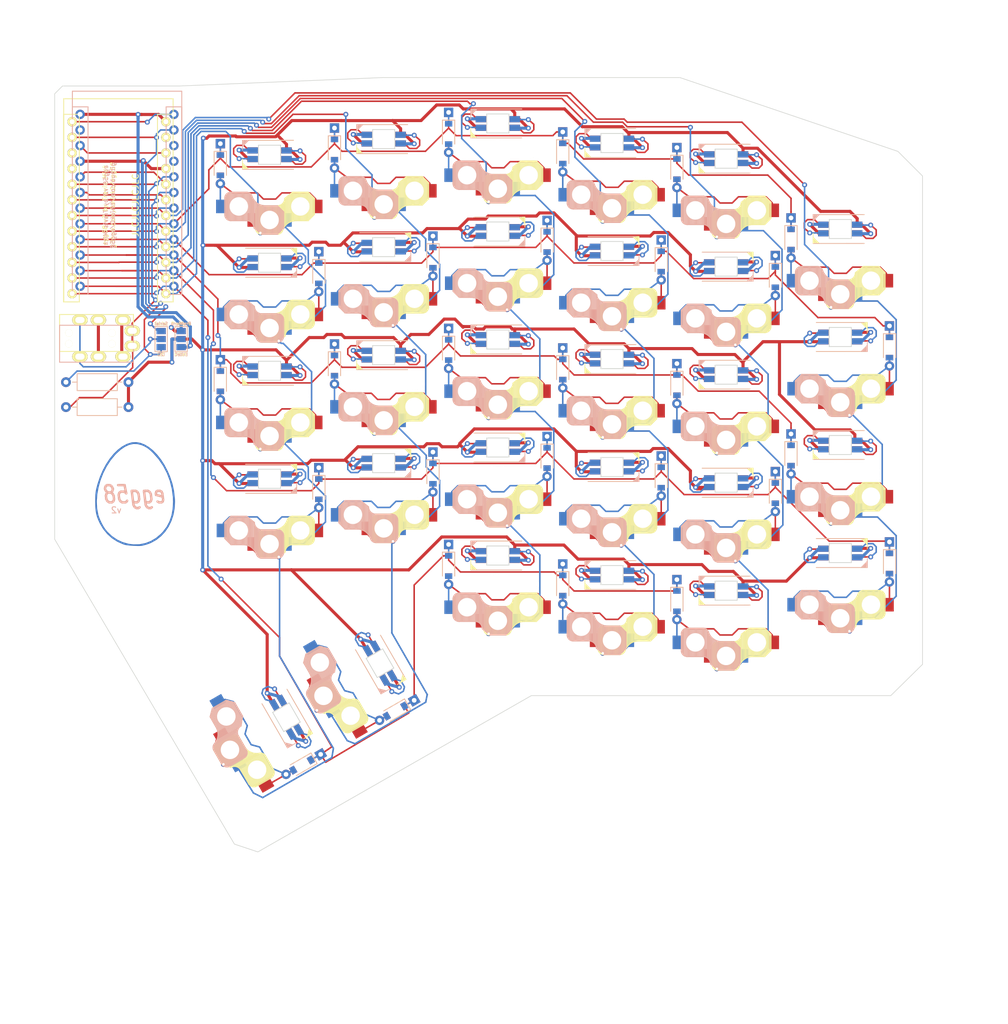
<source format=kicad_pcb>
(kicad_pcb (version 20171130) (host pcbnew 5.1.5+dfsg1-2build2)
  (layers (0 F.Cu signal) (31 B.Cu signal) (34 B.Paste user) (35 F.Paste user) (36 B.SilkS user) (37 F.SilkS user) (38 B.Mask user) (39 F.Mask user) (44 Edge.Cuts user))
  (net 0 "")
  (net 1 Row1)
  (net 2 Row2)
  (net 3 Row3)
  (net 4 Row4)
  (net 5 Row5)
  (net 6 Col1)
  (net 7 Col2)
  (net 8 Col3)
  (net 9 Col4)
  (net 10 Col5)
  (net 11 Col6)
  (net 12 GND)
  (net 13 "Net-(U1-Pad22)")
  (net 14 "Net-(U1-Pad20)")
  (net 15 "Net-(U1-Pad19)")
  (net 16 "Net-(U1-Pad7)")
  (net 17 "Net-(SW11-Pad2)")
  (net 18 RGB)
  (net 19 "Net-(SW12-Pad4)")
  (net 20 "Net-(SW14-Pad4)")
  (net 21 "Net-(SW21-Pad2)")
  (net 22 "Net-(SW23-Pad2)")
  (net 23 "Net-(SW25-Pad2)")
  (net 24 "Net-(SW31-Pad2)")
  (net 25 "Net-(SW32-Pad4)")
  (net 26 "Net-(SW34-Pad4)")
  (net 27 "Net-(SW41-Pad2)")
  (net 28 "Net-(SW43-Pad2)")
  (net 29 "Net-(SW45-Pad2)")
  (net 30 "Net-(SW11-Pad4)")
  (net 31 "Net-(SW13-Pad4)")
  (net 32 "Net-(SW15-Pad4)")
  (net 33 "Net-(SW22-Pad2)")
  (net 34 "Net-(SW24-Pad2)")
  (net 35 "Net-(SW26-Pad2)")
  (net 36 "Net-(SW31-Pad4)")
  (net 37 "Net-(SW33-Pad4)")
  (net 38 "Net-(SW35-Pad4)")
  (net 39 "Net-(SW42-Pad2)")
  (net 40 "Net-(SW44-Pad2)")
  (net 41 "Net-(SW46-Pad2)")
  (net 42 "Net-(SW52-Pad4)")
  (net 43 "Net-(SW53-Pad4)")
  (net 44 "Net-(SW54-Pad4)")
  (net 45 "Net-(SW55-Pad4)")
  (net 46 "Net-(SW52-Pad2)")
  (net 47 SCL)
  (net 48 SDA)
  (net 49 VCC)
  (net 50 VBUS)
  (net 51 "Net-(SW11-Pad6)")
  (net 52 "Net-(SW12-Pad6)")
  (net 53 "Net-(SW13-Pad6)")
  (net 54 "Net-(SW14-Pad6)")
  (net 55 "Net-(SW15-Pad6)")
  (net 56 "Net-(SW16-Pad6)")
  (net 57 "Net-(SW21-Pad6)")
  (net 58 "Net-(SW22-Pad6)")
  (net 59 "Net-(SW23-Pad6)")
  (net 60 "Net-(SW24-Pad6)")
  (net 61 "Net-(SW25-Pad6)")
  (net 62 "Net-(SW26-Pad6)")
  (net 63 "Net-(SW31-Pad6)")
  (net 64 "Net-(SW32-Pad6)")
  (net 65 "Net-(SW33-Pad6)")
  (net 66 "Net-(SW34-Pad6)")
  (net 67 "Net-(SW35-Pad6)")
  (net 68 "Net-(SW36-Pad6)")
  (net 69 "Net-(SW41-Pad6)")
  (net 70 "Net-(SW42-Pad6)")
  (net 71 "Net-(SW43-Pad6)")
  (net 72 "Net-(SW44-Pad6)")
  (net 73 "Net-(SW45-Pad6)")
  (net 74 "Net-(SW46-Pad6)")
  (net 75 "Net-(SW52-Pad6)")
  (net 76 "Net-(SW53-Pad6)")
  (net 77 "Net-(SW54-Pad6)")
  (net 78 "Net-(SW55-Pad6)")
  (net 79 "Net-(SW56-Pad6)")
  (net 80 DATA)
  (net 81 SERIAL)
  (net 82 VREG)
  (module egg58v2:ProMicro (layer B.Cu) (at 118.5 58.75 180)
    (fp_text reference U1 hide)
    (fp_text value Elite-C hide)
    (pad 24 thru_hole circle (at 6.42 14.77 180) (size 1.524 1.524) (drill 0.8128) (layers *.Cu *.Mask) (net 50 VBUS))
    (pad 23 thru_hole circle (at 6.42 12.23 180) (size 1.524 1.524) (drill 0.8128) (layers *.Cu *.Mask) (net 12 GND))
    (pad 22 thru_hole circle (at 6.42 9.69 180) (size 1.524 1.524) (drill 0.8128) (layers *.Cu *.Mask) (net 13 "Net-(U1-Pad22)"))
    (pad 21 thru_hole circle (at 6.42 7.15 180) (size 1.524 1.524) (drill 0.8128) (layers *.Cu *.Mask) (net 82 VREG))
    (pad 20 thru_hole circle (at 6.42 4.61 180) (size 1.524 1.524) (drill 0.8128) (layers *.Cu *.Mask) (net 14 "Net-(U1-Pad20)"))
    (pad 19 thru_hole circle (at 6.42 2.07 180) (size 1.524 1.524) (drill 0.8128) (layers *.Cu *.Mask) (net 15 "Net-(U1-Pad19)"))
    (pad 18 thru_hole circle (at 6.42 -0.47 180) (size 1.524 1.524) (drill 0.8128) (layers *.Cu *.Mask) (net 6 Col1))
    (pad 17 thru_hole circle (at 6.42 -3.01 180) (size 1.524 1.524) (drill 0.8128) (layers *.Cu *.Mask) (net 7 Col2))
    (pad 16 thru_hole circle (at 6.42 -5.55 180) (size 1.524 1.524) (drill 0.8128) (layers *.Cu *.Mask) (net 8 Col3))
    (pad 15 thru_hole circle (at 6.42 -8.09 180) (size 1.524 1.524) (drill 0.8128) (layers *.Cu *.Mask) (net 9 Col4))
    (pad 14 thru_hole circle (at 6.42 -10.63 180) (size 1.524 1.524) (drill 0.8128) (layers *.Cu *.Mask) (net 10 Col5))
    (pad 13 thru_hole circle (at 6.42 -13.17 180) (size 1.524 1.524) (drill 0.8128) (layers *.Cu *.Mask) (net 11 Col6))
    (pad 12 thru_hole circle (at -8.82 -13.17 180) (size 1.524 1.524) (drill 0.8128) (layers *.Cu *.Mask) (net 5 Row5))
    (pad 11 thru_hole circle (at -8.82 -10.63 180) (size 1.524 1.524) (drill 0.8128) (layers *.Cu *.Mask) (net 4 Row4))
    (pad 10 thru_hole circle (at -8.82 -8.09 180) (size 1.524 1.524) (drill 0.8128) (layers *.Cu *.Mask) (net 3 Row3))
    (pad 9 thru_hole circle (at -8.82 -5.55 180) (size 1.524 1.524) (drill 0.8128) (layers *.Cu *.Mask) (net 2 Row2))
    (pad 8 thru_hole circle (at -8.82 -3.01 180) (size 1.524 1.524) (drill 0.8128) (layers *.Cu *.Mask) (net 1 Row1))
    (pad 7 thru_hole circle (at -8.82 -0.47 180) (size 1.524 1.524) (drill 0.8128) (layers *.Cu *.Mask) (net 16 "Net-(U1-Pad7)"))
    (pad 6 thru_hole circle (at -8.82 2.07 180) (size 1.524 1.524) (drill 0.8128) (layers *.Cu *.Mask) (net 47 SCL))
    (pad 5 thru_hole circle (at -8.82 4.61 180) (size 1.524 1.524) (drill 0.8128) (layers *.Cu *.Mask) (net 48 SDA))
    (pad 4 thru_hole circle (at -8.82 7.15 180) (size 1.524 1.524) (drill 0.8128) (layers *.Cu *.Mask) (net 12 GND))
    (pad 3 thru_hole circle (at -8.82 9.69 180) (size 1.524 1.524) (drill 0.8128) (layers *.Cu *.Mask) (net 12 GND))
    (pad 2 thru_hole circle (at -8.82 12.23 180) (size 1.524 1.524) (drill 0.8128) (layers *.Cu *.Mask) (net 81 SERIAL))
    (pad 1 thru_hole circle (at -8.82 14.77 180) (size 1.524 1.524) (drill 0.8128) (layers *.Cu *.Mask) (net 18 RGB))
    (pad 5 thru_hole circle (at 7.718815 3.414255) (size 1.524 1.524) (drill 0.8128) (layers *.Cu *.Mask F.SilkS) (net 48 SDA))
    (pad 7 thru_hole circle (at 7.718815 -1.665745) (size 1.524 1.524) (drill 0.8128) (layers *.Cu *.Mask F.SilkS) (net 16 "Net-(U1-Pad7)"))
    (pad 24 thru_hole circle (at -7.521185 13.574255) (size 1.524 1.524) (drill 0.8128) (layers *.Cu *.Mask F.SilkS) (net 50 VBUS))
    (pad 2 thru_hole circle (at 7.718815 11.034255) (size 1.524 1.524) (drill 0.8128) (layers *.Cu *.Mask F.SilkS) (net 81 SERIAL))
    (pad 11 thru_hole circle (at 7.718815 -11.825745) (size 1.524 1.524) (drill 0.8128) (layers *.Cu *.Mask F.SilkS) (net 4 Row4))
    (pad 13 thru_hole circle (at -7.521185 -14.365745) (size 1.524 1.524) (drill 0.8128) (layers *.Cu *.Mask F.SilkS) (net 11 Col6))
    (pad 8 thru_hole circle (at 7.718815 -4.205745) (size 1.524 1.524) (drill 0.8128) (layers *.Cu *.Mask F.SilkS) (net 1 Row1))
    (pad 9 thru_hole circle (at 7.718815 -6.745745) (size 1.524 1.524) (drill 0.8128) (layers *.Cu *.Mask F.SilkS) (net 2 Row2))
    (pad 17 thru_hole circle (at -7.521185 -4.205745) (size 1.524 1.524) (drill 0.8128) (layers *.Cu *.Mask F.SilkS) (net 7 Col2))
    (pad 15 thru_hole circle (at -7.521185 -9.285745) (size 1.524 1.524) (drill 0.8128) (layers *.Cu *.Mask F.SilkS) (net 9 Col4))
    (pad 20 thru_hole circle (at -7.521185 3.414255) (size 1.524 1.524) (drill 0.8128) (layers *.Cu *.Mask F.SilkS) (net 14 "Net-(U1-Pad20)"))
    (pad 21 thru_hole circle (at -7.521185 5.954255) (size 1.524 1.524) (drill 0.8128) (layers *.Cu *.Mask F.SilkS) (net 82 VREG))
    (pad 23 thru_hole circle (at -7.521185 11.034255) (size 1.524 1.524) (drill 0.8128) (layers *.Cu *.Mask F.SilkS) (net 12 GND))
    (pad 19 thru_hole circle (at -7.521185 0.874255) (size 1.524 1.524) (drill 0.8128) (layers *.Cu *.Mask F.SilkS) (net 15 "Net-(U1-Pad19)"))
    (pad 12 thru_hole circle (at 7.718815 -14.365745) (size 1.524 1.524) (drill 0.8128) (layers *.Cu *.Mask F.SilkS) (net 5 Row5))
    (pad 16 thru_hole circle (at -7.521185 -6.745745) (size 1.524 1.524) (drill 0.8128) (layers *.Cu *.Mask F.SilkS) (net 8 Col3))
    (pad 1 thru_hole circle (at 7.718815 13.574255) (size 1.524 1.524) (drill 0.8128) (layers *.Cu *.Mask F.SilkS) (net 18 RGB))
    (pad 3 thru_hole circle (at 7.718815 8.494255) (size 1.524 1.524) (drill 0.8128) (layers *.Cu *.Mask F.SilkS) (net 12 GND))
    (pad 14 thru_hole circle (at -7.521185 -11.825745) (size 1.524 1.524) (drill 0.8128) (layers *.Cu *.Mask F.SilkS) (net 10 Col5))
    (pad 4 thru_hole circle (at 7.718815 5.954255) (size 1.524 1.524) (drill 0.8128) (layers *.Cu *.Mask F.SilkS) (net 12 GND))
    (pad 6 thru_hole circle (at 7.718815 0.874255) (size 1.524 1.524) (drill 0.8128) (layers *.Cu *.Mask F.SilkS) (net 47 SCL))
    (pad 18 thru_hole circle (at -7.521185 -1.665745) (size 1.524 1.524) (drill 0.8128) (layers *.Cu *.Mask F.SilkS) (net 6 Col1))
    (pad 10 thru_hole circle (at 7.718815 -9.285745) (size 1.524 1.524) (drill 0.8128) (layers *.Cu *.Mask F.SilkS) (net 3 Row3))
    (pad 22 thru_hole circle (at -7.521185 8.494255) (size 1.524 1.524) (drill 0.8128) (layers *.Cu *.Mask F.SilkS) (net 13 "Net-(U1-Pad22)"))
  )
  (module egg58v2:Choc_Hotswap_SK6812MiniE (layer B.Cu) (at 142.875 55.245)
    (fp_text reference SW16 hide)
    (fp_text value SW_PUSH_LED hide)
    (fp_line (start -1.8 -3.149) (end -1.8 -6.249) (layer Edge.Cuts) (width 0.12))
    (fp_line (start -1.8 -6.249) (end 1.8 -6.249) (layer Edge.Cuts) (width 0.12))
    (fp_line (start 1.8 -6.249) (end 1.8 -3.149) (layer Edge.Cuts) (width 0.12))
    (fp_line (start 1.8 -3.149) (end -1.8 -3.149) (layer Edge.Cuts) (width 0.12))
    (pad 2 connect custom (at 3.429 -5.334 180) (size 0.25 0.25) (layers B.Cu) (net 32 "Net-(SW15-Pad4)") (options (clearance outline) (anchor circle)) (primitives (gr_line (start -1.397 0) (end -0.127 0) (width 0.25))))
    (pad 2 thru_hole circle (at 4.953 -5.334 180) (size 0.8 0.8) (drill 0.4) (layers *.Cu *.Mask) (net 32 "Net-(SW15-Pad4)"))
    (pad 1 thru_hole circle (at 4.953 -3.937 180) (size 0.8 0.8) (drill 0.4) (layers *.Cu *.Mask) (net 49 VCC))
    (pad 2 connect custom (at 3.429 -3.937 180) (size 0.25 0.25) (layers F.Cu) (net 32 "Net-(SW15-Pad4)") (options (clearance outline) (anchor circle)) (primitives (gr_line (start -1.524 1.397) (end -2.413 0.635) (width 0.25)) (gr_line (start -2.413 -0.254) (end -1.905 -0.762) (width 0.25)) (gr_line (start -1.905 -0.762) (end -0.762 -0.762) (width 0.25)) (gr_line (start -2.413 0.635) (end -2.413 -0.254) (width 0.25)) (gr_line (start -0.762 -0.762) (end 0 0) (width 0.25))))
    (pad 1 connect custom (at 3.429 -5.461 180) (size 0.5 0.5) (layers F.Cu) (net 49 VCC) (options (clearance outline) (anchor circle)) (primitives (gr_line (start -1.524 -1.524) (end 0 0) (width 0.5))))
    (pad 1 connect custom (at 3.556 -3.937 180) (size 0.5 0.5) (layers B.Cu) (net 49 VCC) (options (clearance outline) (anchor circle)) (primitives (gr_line (start -1.27 0) (end 0 0) (width 0.5))))
    (pad 3 connect custom (at -3.429 -3.937) (size 0.5 0.5) (layers F.Cu) (net 12 GND) (options (clearance outline) (anchor circle)) (primitives (gr_line (start -1.524 -1.524) (end 0 0) (width 0.5))))
    (pad 3 connect custom (at -3.556 -5.461) (size 0.5 0.5) (layers B.Cu) (net 12 GND) (options (clearance outline) (anchor circle)) (primitives (gr_line (start -1.27 0) (end 0 0) (width 0.5))))
    (pad 4 connect custom (at -3.429 -4.064) (size 0.25 0.25) (layers B.Cu) (net 18 RGB) (options (clearance outline) (anchor circle)) (primitives (gr_line (start -1.397 0) (end -0.127 0) (width 0.25))))
    (pad 4 thru_hole circle (at -4.953 -4.064) (size 0.8 0.8) (drill 0.4) (layers *.Cu *.Mask) (net 18 RGB))
    (pad 3 thru_hole circle (at -4.953 -5.461) (size 0.8 0.8) (drill 0.4) (layers *.Cu *.Mask) (net 12 GND))
    (pad 4 connect circle (at -2.5 -5.5) (size 0.25 0.25) (layers F.Cu) (net 18 RGB))
    (pad 5 thru_hole circle (at -1.5 8) (size 0.8 0.8) (drill 0.4) (layers *.Cu *.Mask) (net 11 Col6))
    (pad 7 connect rect (at -8 -5.5) (size 0.25 1) (layers B.Cu) (net 1 Row1))
    (pad 1 smd rect (at 2.75 -5.399) (size 1.7 1) (layers F.Cu F.Paste F.Mask) (net 49 VCC))
    (pad 4 smd rect (at -2.75 -5.399) (size 1.7 1) (layers F.Cu F.Paste F.Mask) (net 18 RGB))
    (pad 2 smd rect (at 2.75 -3.999) (size 1.7 1) (layers F.Cu F.Paste F.Mask) (net 32 "Net-(SW15-Pad4)"))
    (pad 3 smd rect (at -2.75 -3.999) (size 1.7 1) (layers F.Cu F.Paste F.Mask) (net 12 GND))
    (pad 4 smd rect (at -2.75 -3.999) (size 1.7 1) (layers B.Cu B.Paste B.Mask) (net 18 RGB))
    (pad 1 smd rect (at 2.75 -3.999) (size 1.7 1) (layers B.Cu B.Paste B.Mask) (net 49 VCC))
    (pad 3 smd rect (at -2.75 -5.399) (size 1.7 1) (layers B.Cu B.Paste B.Mask) (net 12 GND))
    (pad 2 smd rect (at 2.75 -5.399) (size 1.7 1) (layers B.Cu B.Paste B.Mask) (net 32 "Net-(SW15-Pad4)"))
    (pad "" np_thru_hole circle (at -5.5 0) (size 1.9 1.9) (drill 1.9) (layers *.Cu *.Mask))
    (pad "" np_thru_hole circle (at 5.5 0) (size 1.9 1.9) (drill 1.9) (layers *.Cu *.Mask))
    (pad "" np_thru_hole circle (at -5 3.7 270) (size 3 3) (drill 3) (layers *.Cu *.Mask))
    (pad 5 smd rect (at 2.8 5.9) (size 1.6 2.2) (layers B.Cu B.Paste B.Mask) (net 11 Col6))
    (pad 6 smd rect (at -7.9 3.7) (size 1.6 2.2) (layers B.Cu B.Paste B.Mask) (net 56 "Net-(SW16-Pad6)") (clearance 0.5))
    (pad 6 smd rect (at 7.8 3.7) (size 1.6 2.2) (layers F.Cu F.Paste F.Mask) (net 56 "Net-(SW16-Pad6)") (clearance 0.3))
    (pad 5 smd rect (at -2.8 5.9) (size 1.6 2.2) (layers F.Cu F.Paste F.Mask) (net 11 Col6))
    (pad "" np_thru_hole circle (at 5 3.7 90) (size 3 3) (drill 3) (layers *.Cu *.Mask))
    (pad "" np_thru_hole circle (at 0 5.9 90) (size 3 3) (drill 3) (layers *.Cu *.Mask))
    (pad "" np_thru_hole circle (at 0 0 90) (size 3.4 3.4) (drill 3.4) (layers *.Cu *.Mask))
    (pad 7 smd rect (at -8 -4.65 270) (size 0.9 1.2) (layers F.Cu F.Paste F.Mask) (net 1 Row1))
    (pad 6 smd rect (at -8 -1.35 270) (size 0.9 1.2) (layers F.Cu F.Paste F.Mask) (net 56 "Net-(SW16-Pad6)"))
    (pad 6 smd rect (at -8 -1.35 270) (size 0.9 1.2) (layers B.Cu B.Paste B.Mask) (net 56 "Net-(SW16-Pad6)"))
    (pad 7 smd rect (at -8 -4.65 270) (size 0.9 1.2) (layers B.Cu B.Paste B.Mask) (net 1 Row1))
    (pad 7 thru_hole rect (at -8 -6.5 270) (size 1.524 1.524) (drill 0.762) (layers *.Cu *.Mask) (net 1 Row1))
    (pad 6 thru_hole circle (at -8 0 270) (size 1.524 1.524) (drill 0.762) (layers *.Cu *.Mask) (net 56 "Net-(SW16-Pad6)"))
    (pad 6 connect custom (at -8 2.5) (size 0.25 0.25) (layers B.Cu) (net 56 "Net-(SW16-Pad6)") (options (clearance outline) (anchor rect)) (primitives (gr_line (start 0 0) (end 0 -2.5) (width 0.25))))
    (pad 6 connect custom (at -8 -1) (size 0.25 0.25) (layers B.Cu) (net 56 "Net-(SW16-Pad6)") (options (clearance outline) (anchor rect)) (primitives (gr_line (start 0 0.5) (end 0 0) (width 0.25))))
    (pad 6 connect custom (at -8 -1) (size 0.25 0.25) (layers F.Cu) (net 56 "Net-(SW16-Pad6)") (options (clearance outline) (anchor rect)) (primitives (gr_line (start 0 0.5) (end 0 0) (width 0.25))))
    (pad 7 connect rect (at -8 -5.5) (size 0.25 1) (layers F.Cu) (net 1 Row1))
    (pad 6 connect custom (at 7.5 3) (size 0.25 1) (layers F.Cu) (net 56 "Net-(SW16-Pad6)") (options (clearance outline) (anchor rect)) (primitives (gr_line (start -8.5 -0.5) (end -6.5 -0.5) (width 0.25)) (gr_line (start -5.5 -1.5) (end -1 -1.5) (width 0.25)) (gr_line (start -13.5 -1.5) (end -9.5 -1.5) (width 0.25)) (gr_line (start -9.5 -1.5) (end -8.5 -0.5) (width 0.25)) (gr_line (start -15.5 -3) (end -13.5 -1.5) (width 0.25)) (gr_line (start -1 -1.5) (end 0 -0.5) (width 0.25)) (gr_line (start -6.5 -0.5) (end -5.5 -1.5) (width 0.25))))
    (pad 5 connect custom (at -2.5 7) (size 0.25 0.25) (layers F.Cu) (net 11 Col6) (options (clearance outline) (anchor circle)) (primitives (gr_line (start 1 1) (end 0 0) (width 0.25))))
    (pad 5 connect custom (at 2.5 7) (size 0.25 0.25) (layers B.Cu) (net 11 Col6) (options (clearance outline) (anchor circle)) (primitives (gr_line (start -1 1) (end -4 1) (width 0.25)) (gr_line (start 0 0) (end -1 1) (width 0.25))))
    (pad 4 connect custom (at -3.429 -5.461) (size 0.25 0.25) (layers F.Cu) (net 18 RGB) (options (clearance outline) (anchor circle)) (primitives (gr_line (start -1.524 1.397) (end -2.413 0.635) (width 0.25)) (gr_line (start -2.413 -0.254) (end -1.905 -0.762) (width 0.25)) (gr_line (start -1.905 -0.762) (end -0.762 -0.762) (width 0.25)) (gr_line (start -2.413 0.635) (end -2.413 -0.254) (width 0.25)) (gr_line (start -0.762 -0.762) (end 0 0) (width 0.25))))
  )
  (module egg58v2:Choc_Hotswap_SK6812MiniE (layer F.Cu) (at 141.548975 144.294846 120)
    (fp_text reference SW56 hide)
    (fp_text value SW_PUSH_LED hide)
    (fp_line (start -1.8 3.149) (end -1.8 6.249) (layer Edge.Cuts) (width 0.12))
    (fp_line (start -1.8 6.249) (end 1.8 6.249) (layer Edge.Cuts) (width 0.12))
    (fp_line (start 1.8 6.249) (end 1.8 3.149) (layer Edge.Cuts) (width 0.12))
    (fp_line (start 1.8 3.149) (end -1.8 3.149) (layer Edge.Cuts) (width 0.12))
    (pad 2 connect custom (at 3.429 5.334 300) (size 0.25 0.25) (layers F.Cu) (net 45 "Net-(SW55-Pad4)") (options (clearance outline) (anchor circle)) (primitives (gr_line (start -1.397 0) (end -0.127 0) (width 0.25))))
    (pad 2 thru_hole circle (at 4.953 5.334 300) (size 0.8 0.8) (drill 0.4) (layers *.Cu *.Mask) (net 45 "Net-(SW55-Pad4)"))
    (pad 1 thru_hole circle (at 4.953 3.937 300) (size 0.8 0.8) (drill 0.4) (layers *.Cu *.Mask) (net 49 VCC))
    (pad 2 connect custom (at 3.429 3.937 300) (size 0.25 0.25) (layers B.Cu) (net 45 "Net-(SW55-Pad4)") (options (clearance outline) (anchor circle)) (primitives (gr_line (start -1.524 -1.397) (end -2.413 -0.635) (width 0.25)) (gr_line (start -2.413 0.254) (end -1.905 0.762) (width 0.25)) (gr_line (start -1.905 0.762) (end -0.762 0.762) (width 0.25)) (gr_line (start -2.413 -0.635) (end -2.413 0.254) (width 0.25)) (gr_line (start -0.762 0.762) (end 0 0) (width 0.25))))
    (pad 1 connect custom (at 3.429 5.461 300) (size 0.5 0.5) (layers B.Cu) (net 49 VCC) (options (clearance outline) (anchor circle)) (primitives (gr_line (start -1.524 1.524) (end 0 0) (width 0.5))))
    (pad 1 connect custom (at 3.556 3.937 300) (size 0.5 0.5) (layers F.Cu) (net 49 VCC) (options (clearance outline) (anchor circle)) (primitives (gr_line (start -1.27 0) (end 0 0) (width 0.5))))
    (pad 3 connect custom (at -3.429 3.937 120) (size 0.5 0.5) (layers B.Cu) (net 12 GND) (options (clearance outline) (anchor circle)) (primitives (gr_line (start -1.524 1.524) (end 0 0) (width 0.5))))
    (pad 3 connect custom (at -3.556 5.461 120) (size 0.5 0.5) (layers F.Cu) (net 12 GND) (options (clearance outline) (anchor circle)) (primitives (gr_line (start -1.27 0) (end 0 0) (width 0.5))))
    (pad 4 connect custom (at -3.429 4.064 120) (size 0.25 0.25) (layers F.Cu) (net 41 "Net-(SW46-Pad2)") (options (clearance outline) (anchor circle)) (primitives (gr_line (start -1.397 0) (end -0.127 0) (width 0.25))))
    (pad 4 thru_hole circle (at -4.953 4.064 120) (size 0.8 0.8) (drill 0.4) (layers *.Cu *.Mask) (net 41 "Net-(SW46-Pad2)"))
    (pad 3 thru_hole circle (at -4.953 5.461 120) (size 0.8 0.8) (drill 0.4) (layers *.Cu *.Mask) (net 12 GND))
    (pad 4 connect circle (at -2.5 5.5 120) (size 0.25 0.25) (layers B.Cu) (net 41 "Net-(SW46-Pad2)"))
    (pad 5 thru_hole circle (at -1.5 -8 120) (size 0.8 0.8) (drill 0.4) (layers *.Cu *.Mask) (net 11 Col6))
    (pad 7 connect rect (at -8 5.5 120) (size 0.25 1) (layers F.Cu) (net 5 Row5))
    (pad 1 smd rect (at 2.75 5.399 120) (size 1.7 1) (layers B.Cu B.Paste B.Mask) (net 49 VCC))
    (pad 4 smd rect (at -2.75 5.399 120) (size 1.7 1) (layers B.Cu B.Paste B.Mask) (net 41 "Net-(SW46-Pad2)"))
    (pad 2 smd rect (at 2.75 3.999 120) (size 1.7 1) (layers B.Cu B.Paste B.Mask) (net 45 "Net-(SW55-Pad4)"))
    (pad 3 smd rect (at -2.75 3.999 120) (size 1.7 1) (layers B.Cu B.Paste B.Mask) (net 12 GND))
    (pad 4 smd rect (at -2.75 3.999 120) (size 1.7 1) (layers F.Cu F.Paste F.Mask) (net 41 "Net-(SW46-Pad2)"))
    (pad 1 smd rect (at 2.75 3.999 120) (size 1.7 1) (layers F.Cu F.Paste F.Mask) (net 49 VCC))
    (pad 3 smd rect (at -2.75 5.399 120) (size 1.7 1) (layers F.Cu F.Paste F.Mask) (net 12 GND))
    (pad 2 smd rect (at 2.75 5.399 120) (size 1.7 1) (layers F.Cu F.Paste F.Mask) (net 45 "Net-(SW55-Pad4)"))
    (pad "" np_thru_hole circle (at -5.5 0 120) (size 1.9 1.9) (drill 1.9) (layers *.Cu *.Mask))
    (pad "" np_thru_hole circle (at 5.5 0 120) (size 1.9 1.9) (drill 1.9) (layers *.Cu *.Mask))
    (pad "" np_thru_hole circle (at -5 -3.7 210) (size 3 3) (drill 3) (layers *.Cu *.Mask))
    (pad 5 smd rect (at 2.8 -5.9 120) (size 1.6 2.2) (layers F.Cu F.Paste F.Mask) (net 11 Col6))
    (pad 6 smd rect (at -7.9 -3.7 120) (size 1.6 2.2) (layers F.Cu F.Paste F.Mask) (net 79 "Net-(SW56-Pad6)") (clearance 0.5))
    (pad 6 smd rect (at 7.8 -3.7 120) (size 1.6 2.2) (layers B.Cu B.Paste B.Mask) (net 79 "Net-(SW56-Pad6)") (clearance 0.3))
    (pad 5 smd rect (at -2.8 -5.9 120) (size 1.6 2.2) (layers B.Cu B.Paste B.Mask) (net 11 Col6))
    (pad "" np_thru_hole circle (at 5 -3.7 30) (size 3 3) (drill 3) (layers *.Cu *.Mask))
    (pad "" np_thru_hole circle (at 0 -5.9 30) (size 3 3) (drill 3) (layers *.Cu *.Mask))
    (pad "" np_thru_hole circle (at 0 0 30) (size 3.4 3.4) (drill 3.4) (layers *.Cu *.Mask))
    (pad 7 smd rect (at -8 4.65 210) (size 0.9 1.2) (layers B.Cu B.Paste B.Mask) (net 5 Row5))
    (pad 6 smd rect (at -8 1.35 210) (size 0.9 1.2) (layers B.Cu B.Paste B.Mask) (net 79 "Net-(SW56-Pad6)"))
    (pad 6 smd rect (at -8 1.35 210) (size 0.9 1.2) (layers F.Cu F.Paste F.Mask) (net 79 "Net-(SW56-Pad6)"))
    (pad 7 smd rect (at -8 4.65 210) (size 0.9 1.2) (layers F.Cu F.Paste F.Mask) (net 5 Row5))
    (pad 7 thru_hole rect (at -8 6.5 210) (size 1.524 1.524) (drill 0.762) (layers *.Cu *.Mask) (net 5 Row5))
    (pad 6 thru_hole circle (at -8 0 210) (size 1.524 1.524) (drill 0.762) (layers *.Cu *.Mask) (net 79 "Net-(SW56-Pad6)"))
    (pad 6 connect custom (at -8 -2.5 120) (size 0.25 0.25) (layers F.Cu) (net 79 "Net-(SW56-Pad6)") (options (clearance outline) (anchor rect)) (primitives (gr_line (start 0 0) (end 0 2.5) (width 0.25))))
    (pad 6 connect custom (at -8 1 120) (size 0.25 0.25) (layers F.Cu) (net 79 "Net-(SW56-Pad6)") (options (clearance outline) (anchor rect)) (primitives (gr_line (start 0 -0.5) (end 0 0) (width 0.25))))
    (pad 6 connect custom (at -8 1 120) (size 0.25 0.25) (layers B.Cu) (net 79 "Net-(SW56-Pad6)") (options (clearance outline) (anchor rect)) (primitives (gr_line (start 0 -0.5) (end 0 0) (width 0.25))))
    (pad 7 connect rect (at -8 5.5 120) (size 0.25 1) (layers B.Cu) (net 5 Row5))
    (pad 6 connect custom (at 7.5 -3 120) (size 0.25 1) (layers B.Cu) (net 79 "Net-(SW56-Pad6)") (options (clearance outline) (anchor rect)) (primitives (gr_line (start -8.5 0.5) (end -6.5 0.5) (width 0.25)) (gr_line (start -5.5 1.5) (end -1 1.5) (width 0.25)) (gr_line (start -13.5 1.5) (end -9.5 1.5) (width 0.25)) (gr_line (start -9.5 1.5) (end -8.5 0.5) (width 0.25)) (gr_line (start -15.5 3) (end -13.5 1.5) (width 0.25)) (gr_line (start -1 1.5) (end 0 0.5) (width 0.25)) (gr_line (start -6.5 0.5) (end -5.5 1.5) (width 0.25))))
    (pad 5 connect custom (at -2.5 -7 120) (size 0.25 0.25) (layers B.Cu) (net 11 Col6) (options (clearance outline) (anchor circle)) (primitives (gr_line (start 1 -1) (end 0 0) (width 0.25))))
    (pad 5 connect custom (at 2.5 -7 120) (size 0.25 0.25) (layers F.Cu) (net 11 Col6) (options (clearance outline) (anchor circle)) (primitives (gr_line (start -1 -1) (end -4 -1) (width 0.25)) (gr_line (start 0 0) (end -1 -1) (width 0.25))))
    (pad 4 connect custom (at -3.429 5.461 120) (size 0.25 0.25) (layers B.Cu) (net 41 "Net-(SW46-Pad2)") (options (clearance outline) (anchor circle)) (primitives (gr_line (start -1.524 -1.397) (end -2.413 -0.635) (width 0.25)) (gr_line (start -2.413 0.254) (end -1.905 0.762) (width 0.25)) (gr_line (start -1.905 0.762) (end -0.762 0.762) (width 0.25)) (gr_line (start -2.413 -0.635) (end -2.413 0.254) (width 0.25)) (gr_line (start -0.762 0.762) (end 0 0) (width 0.25))))
  )
  (module egg58v2:Choc_Hotswap_SK6812MiniE (layer B.Cu) (at 161.425 52.705)
    (fp_text reference SW15 hide)
    (fp_text value SW_PUSH_LED hide)
    (fp_line (start -1.8 -3.149) (end -1.8 -6.249) (layer Edge.Cuts) (width 0.12))
    (fp_line (start -1.8 -6.249) (end 1.8 -6.249) (layer Edge.Cuts) (width 0.12))
    (fp_line (start 1.8 -6.249) (end 1.8 -3.149) (layer Edge.Cuts) (width 0.12))
    (fp_line (start 1.8 -3.149) (end -1.8 -3.149) (layer Edge.Cuts) (width 0.12))
    (pad 2 connect custom (at 3.429 -5.334 180) (size 0.25 0.25) (layers B.Cu) (net 20 "Net-(SW14-Pad4)") (options (clearance outline) (anchor circle)) (primitives (gr_line (start -1.397 0) (end -0.127 0) (width 0.25))))
    (pad 2 thru_hole circle (at 4.953 -5.334 180) (size 0.8 0.8) (drill 0.4) (layers *.Cu *.Mask) (net 20 "Net-(SW14-Pad4)"))
    (pad 1 thru_hole circle (at 4.953 -3.937 180) (size 0.8 0.8) (drill 0.4) (layers *.Cu *.Mask) (net 49 VCC))
    (pad 2 connect custom (at 3.429 -3.937 180) (size 0.25 0.25) (layers F.Cu) (net 20 "Net-(SW14-Pad4)") (options (clearance outline) (anchor circle)) (primitives (gr_line (start -1.524 1.397) (end -2.413 0.635) (width 0.25)) (gr_line (start -2.413 -0.254) (end -1.905 -0.762) (width 0.25)) (gr_line (start -1.905 -0.762) (end -0.762 -0.762) (width 0.25)) (gr_line (start -2.413 0.635) (end -2.413 -0.254) (width 0.25)) (gr_line (start -0.762 -0.762) (end 0 0) (width 0.25))))
    (pad 1 connect custom (at 3.429 -5.461 180) (size 0.5 0.5) (layers F.Cu) (net 49 VCC) (options (clearance outline) (anchor circle)) (primitives (gr_line (start -1.524 -1.524) (end 0 0) (width 0.5))))
    (pad 1 connect custom (at 3.556 -3.937 180) (size 0.5 0.5) (layers B.Cu) (net 49 VCC) (options (clearance outline) (anchor circle)) (primitives (gr_line (start -1.27 0) (end 0 0) (width 0.5))))
    (pad 3 connect custom (at -3.429 -3.937) (size 0.5 0.5) (layers F.Cu) (net 12 GND) (options (clearance outline) (anchor circle)) (primitives (gr_line (start -1.524 -1.524) (end 0 0) (width 0.5))))
    (pad 3 connect custom (at -3.556 -5.461) (size 0.5 0.5) (layers B.Cu) (net 12 GND) (options (clearance outline) (anchor circle)) (primitives (gr_line (start -1.27 0) (end 0 0) (width 0.5))))
    (pad 4 connect custom (at -3.429 -4.064) (size 0.25 0.25) (layers B.Cu) (net 32 "Net-(SW15-Pad4)") (options (clearance outline) (anchor circle)) (primitives (gr_line (start -1.397 0) (end -0.127 0) (width 0.25))))
    (pad 4 thru_hole circle (at -4.953 -4.064) (size 0.8 0.8) (drill 0.4) (layers *.Cu *.Mask) (net 32 "Net-(SW15-Pad4)"))
    (pad 3 thru_hole circle (at -4.953 -5.461) (size 0.8 0.8) (drill 0.4) (layers *.Cu *.Mask) (net 12 GND))
    (pad 4 connect circle (at -2.5 -5.5) (size 0.25 0.25) (layers F.Cu) (net 32 "Net-(SW15-Pad4)"))
    (pad 5 thru_hole circle (at -1.5 8) (size 0.8 0.8) (drill 0.4) (layers *.Cu *.Mask) (net 10 Col5))
    (pad 7 connect rect (at -8 -5.5) (size 0.25 1) (layers B.Cu) (net 1 Row1))
    (pad 1 smd rect (at 2.75 -5.399) (size 1.7 1) (layers F.Cu F.Paste F.Mask) (net 49 VCC))
    (pad 4 smd rect (at -2.75 -5.399) (size 1.7 1) (layers F.Cu F.Paste F.Mask) (net 32 "Net-(SW15-Pad4)"))
    (pad 2 smd rect (at 2.75 -3.999) (size 1.7 1) (layers F.Cu F.Paste F.Mask) (net 20 "Net-(SW14-Pad4)"))
    (pad 3 smd rect (at -2.75 -3.999) (size 1.7 1) (layers F.Cu F.Paste F.Mask) (net 12 GND))
    (pad 4 smd rect (at -2.75 -3.999) (size 1.7 1) (layers B.Cu B.Paste B.Mask) (net 32 "Net-(SW15-Pad4)"))
    (pad 1 smd rect (at 2.75 -3.999) (size 1.7 1) (layers B.Cu B.Paste B.Mask) (net 49 VCC))
    (pad 3 smd rect (at -2.75 -5.399) (size 1.7 1) (layers B.Cu B.Paste B.Mask) (net 12 GND))
    (pad 2 smd rect (at 2.75 -5.399) (size 1.7 1) (layers B.Cu B.Paste B.Mask) (net 20 "Net-(SW14-Pad4)"))
    (pad "" np_thru_hole circle (at -5.5 0) (size 1.9 1.9) (drill 1.9) (layers *.Cu *.Mask))
    (pad "" np_thru_hole circle (at 5.5 0) (size 1.9 1.9) (drill 1.9) (layers *.Cu *.Mask))
    (pad "" np_thru_hole circle (at -5 3.7 270) (size 3 3) (drill 3) (layers *.Cu *.Mask))
    (pad 5 smd rect (at 2.8 5.9) (size 1.6 2.2) (layers B.Cu B.Paste B.Mask) (net 10 Col5))
    (pad 6 smd rect (at -7.9 3.7) (size 1.6 2.2) (layers B.Cu B.Paste B.Mask) (net 55 "Net-(SW15-Pad6)") (clearance 0.5))
    (pad 6 smd rect (at 7.8 3.7) (size 1.6 2.2) (layers F.Cu F.Paste F.Mask) (net 55 "Net-(SW15-Pad6)") (clearance 0.3))
    (pad 5 smd rect (at -2.8 5.9) (size 1.6 2.2) (layers F.Cu F.Paste F.Mask) (net 10 Col5))
    (pad "" np_thru_hole circle (at 5 3.7 90) (size 3 3) (drill 3) (layers *.Cu *.Mask))
    (pad "" np_thru_hole circle (at 0 5.9 90) (size 3 3) (drill 3) (layers *.Cu *.Mask))
    (pad "" np_thru_hole circle (at 0 0 90) (size 3.4 3.4) (drill 3.4) (layers *.Cu *.Mask))
    (pad 7 smd rect (at -8 -4.65 270) (size 0.9 1.2) (layers F.Cu F.Paste F.Mask) (net 1 Row1))
    (pad 6 smd rect (at -8 -1.35 270) (size 0.9 1.2) (layers F.Cu F.Paste F.Mask) (net 55 "Net-(SW15-Pad6)"))
    (pad 6 smd rect (at -8 -1.35 270) (size 0.9 1.2) (layers B.Cu B.Paste B.Mask) (net 55 "Net-(SW15-Pad6)"))
    (pad 7 smd rect (at -8 -4.65 270) (size 0.9 1.2) (layers B.Cu B.Paste B.Mask) (net 1 Row1))
    (pad 7 thru_hole rect (at -8 -6.5 270) (size 1.524 1.524) (drill 0.762) (layers *.Cu *.Mask) (net 1 Row1))
    (pad 6 thru_hole circle (at -8 0 270) (size 1.524 1.524) (drill 0.762) (layers *.Cu *.Mask) (net 55 "Net-(SW15-Pad6)"))
    (pad 6 connect custom (at -8 2.5) (size 0.25 0.25) (layers B.Cu) (net 55 "Net-(SW15-Pad6)") (options (clearance outline) (anchor rect)) (primitives (gr_line (start 0 0) (end 0 -2.5) (width 0.25))))
    (pad 6 connect custom (at -8 -1) (size 0.25 0.25) (layers B.Cu) (net 55 "Net-(SW15-Pad6)") (options (clearance outline) (anchor rect)) (primitives (gr_line (start 0 0.5) (end 0 0) (width 0.25))))
    (pad 6 connect custom (at -8 -1) (size 0.25 0.25) (layers F.Cu) (net 55 "Net-(SW15-Pad6)") (options (clearance outline) (anchor rect)) (primitives (gr_line (start 0 0.5) (end 0 0) (width 0.25))))
    (pad 7 connect rect (at -8 -5.5) (size 0.25 1) (layers F.Cu) (net 1 Row1))
    (pad 6 connect custom (at 7.5 3) (size 0.25 1) (layers F.Cu) (net 55 "Net-(SW15-Pad6)") (options (clearance outline) (anchor rect)) (primitives (gr_line (start -8.5 -0.5) (end -6.5 -0.5) (width 0.25)) (gr_line (start -5.5 -1.5) (end -1 -1.5) (width 0.25)) (gr_line (start -13.5 -1.5) (end -9.5 -1.5) (width 0.25)) (gr_line (start -9.5 -1.5) (end -8.5 -0.5) (width 0.25)) (gr_line (start -15.5 -3) (end -13.5 -1.5) (width 0.25)) (gr_line (start -1 -1.5) (end 0 -0.5) (width 0.25)) (gr_line (start -6.5 -0.5) (end -5.5 -1.5) (width 0.25))))
    (pad 5 connect custom (at -2.5 7) (size 0.25 0.25) (layers F.Cu) (net 10 Col5) (options (clearance outline) (anchor circle)) (primitives (gr_line (start 1 1) (end 0 0) (width 0.25))))
    (pad 5 connect custom (at 2.5 7) (size 0.25 0.25) (layers B.Cu) (net 10 Col5) (options (clearance outline) (anchor circle)) (primitives (gr_line (start -1 1) (end -4 1) (width 0.25)) (gr_line (start 0 0) (end -1 1) (width 0.25))))
    (pad 4 connect custom (at -3.429 -5.461) (size 0.25 0.25) (layers F.Cu) (net 32 "Net-(SW15-Pad4)") (options (clearance outline) (anchor circle)) (primitives (gr_line (start -1.524 1.397) (end -2.413 0.635) (width 0.25)) (gr_line (start -2.413 -0.254) (end -1.905 -0.762) (width 0.25)) (gr_line (start -1.905 -0.762) (end -0.762 -0.762) (width 0.25)) (gr_line (start -2.413 0.635) (end -2.413 -0.254) (width 0.25)) (gr_line (start -0.762 -0.762) (end 0 0) (width 0.25))))
  )
  (module egg58v2:Choc_Hotswap_SK6812MiniE (layer F.Cu) (at 235.625 119.96 180)
    (fp_text reference SW41 hide)
    (fp_text value SW_PUSH_LED hide)
    (fp_line (start -1.8 3.149) (end -1.8 6.249) (layer Edge.Cuts) (width 0.12))
    (fp_line (start -1.8 6.249) (end 1.8 6.249) (layer Edge.Cuts) (width 0.12))
    (fp_line (start 1.8 6.249) (end 1.8 3.149) (layer Edge.Cuts) (width 0.12))
    (fp_line (start 1.8 3.149) (end -1.8 3.149) (layer Edge.Cuts) (width 0.12))
    (pad 2 connect custom (at 3.429 5.334) (size 0.25 0.25) (layers F.Cu) (net 27 "Net-(SW41-Pad2)") (options (clearance outline) (anchor circle)) (primitives (gr_line (start -1.397 0) (end -0.127 0) (width 0.25))))
    (pad 2 thru_hole circle (at 4.953 5.334) (size 0.8 0.8) (drill 0.4) (layers *.Cu *.Mask) (net 27 "Net-(SW41-Pad2)"))
    (pad 1 thru_hole circle (at 4.953 3.937) (size 0.8 0.8) (drill 0.4) (layers *.Cu *.Mask) (net 49 VCC))
    (pad 2 connect custom (at 3.429 3.937) (size 0.25 0.25) (layers B.Cu) (net 27 "Net-(SW41-Pad2)") (options (clearance outline) (anchor circle)) (primitives (gr_line (start -1.524 -1.397) (end -2.413 -0.635) (width 0.25)) (gr_line (start -2.413 0.254) (end -1.905 0.762) (width 0.25)) (gr_line (start -1.905 0.762) (end -0.762 0.762) (width 0.25)) (gr_line (start -2.413 -0.635) (end -2.413 0.254) (width 0.25)) (gr_line (start -0.762 0.762) (end 0 0) (width 0.25))))
    (pad 1 connect custom (at 3.429 5.461) (size 0.5 0.5) (layers B.Cu) (net 49 VCC) (options (clearance outline) (anchor circle)) (primitives (gr_line (start -1.524 1.524) (end 0 0) (width 0.5))))
    (pad 1 connect custom (at 3.556 3.937) (size 0.5 0.5) (layers F.Cu) (net 49 VCC) (options (clearance outline) (anchor circle)) (primitives (gr_line (start -1.27 0) (end 0 0) (width 0.5))))
    (pad 3 connect custom (at -3.429 3.937 180) (size 0.5 0.5) (layers B.Cu) (net 12 GND) (options (clearance outline) (anchor circle)) (primitives (gr_line (start -1.524 1.524) (end 0 0) (width 0.5))))
    (pad 3 connect custom (at -3.556 5.461 180) (size 0.5 0.5) (layers F.Cu) (net 12 GND) (options (clearance outline) (anchor circle)) (primitives (gr_line (start -1.27 0) (end 0 0) (width 0.5))))
    (pad 4 connect custom (at -3.429 4.064 180) (size 0.25 0.25) (layers F.Cu) (net 24 "Net-(SW31-Pad2)") (options (clearance outline) (anchor circle)) (primitives (gr_line (start -1.397 0) (end -0.127 0) (width 0.25))))
    (pad 4 thru_hole circle (at -4.953 4.064 180) (size 0.8 0.8) (drill 0.4) (layers *.Cu *.Mask) (net 24 "Net-(SW31-Pad2)"))
    (pad 3 thru_hole circle (at -4.953 5.461 180) (size 0.8 0.8) (drill 0.4) (layers *.Cu *.Mask) (net 12 GND))
    (pad 4 connect circle (at -2.5 5.5 180) (size 0.25 0.25) (layers B.Cu) (net 24 "Net-(SW31-Pad2)"))
    (pad 5 thru_hole circle (at -1.5 -8 180) (size 0.8 0.8) (drill 0.4) (layers *.Cu *.Mask) (net 6 Col1))
    (pad 7 connect rect (at -8 5.5 180) (size 0.25 1) (layers F.Cu) (net 4 Row4))
    (pad 1 smd rect (at 2.75 5.399 180) (size 1.7 1) (layers B.Cu B.Paste B.Mask) (net 49 VCC))
    (pad 4 smd rect (at -2.75 5.399 180) (size 1.7 1) (layers B.Cu B.Paste B.Mask) (net 24 "Net-(SW31-Pad2)"))
    (pad 2 smd rect (at 2.75 3.999 180) (size 1.7 1) (layers B.Cu B.Paste B.Mask) (net 27 "Net-(SW41-Pad2)"))
    (pad 3 smd rect (at -2.75 3.999 180) (size 1.7 1) (layers B.Cu B.Paste B.Mask) (net 12 GND))
    (pad 4 smd rect (at -2.75 3.999 180) (size 1.7 1) (layers F.Cu F.Paste F.Mask) (net 24 "Net-(SW31-Pad2)"))
    (pad 1 smd rect (at 2.75 3.999 180) (size 1.7 1) (layers F.Cu F.Paste F.Mask) (net 49 VCC))
    (pad 3 smd rect (at -2.75 5.399 180) (size 1.7 1) (layers F.Cu F.Paste F.Mask) (net 12 GND))
    (pad 2 smd rect (at 2.75 5.399 180) (size 1.7 1) (layers F.Cu F.Paste F.Mask) (net 27 "Net-(SW41-Pad2)"))
    (pad "" np_thru_hole circle (at -5.5 0 180) (size 1.9 1.9) (drill 1.9) (layers *.Cu *.Mask))
    (pad "" np_thru_hole circle (at 5.5 0 180) (size 1.9 1.9) (drill 1.9) (layers *.Cu *.Mask))
    (pad "" np_thru_hole circle (at -5 -3.7 270) (size 3 3) (drill 3) (layers *.Cu *.Mask))
    (pad 5 smd rect (at 2.8 -5.9 180) (size 1.6 2.2) (layers F.Cu F.Paste F.Mask) (net 6 Col1))
    (pad 6 smd rect (at -7.9 -3.7 180) (size 1.6 2.2) (layers F.Cu F.Paste F.Mask) (net 69 "Net-(SW41-Pad6)") (clearance 0.5))
    (pad 6 smd rect (at 7.8 -3.7 180) (size 1.6 2.2) (layers B.Cu B.Paste B.Mask) (net 69 "Net-(SW41-Pad6)") (clearance 0.3))
    (pad 5 smd rect (at -2.8 -5.9 180) (size 1.6 2.2) (layers B.Cu B.Paste B.Mask) (net 6 Col1))
    (pad "" np_thru_hole circle (at 5 -3.7 90) (size 3 3) (drill 3) (layers *.Cu *.Mask))
    (pad "" np_thru_hole circle (at 0 -5.9 90) (size 3 3) (drill 3) (layers *.Cu *.Mask))
    (pad "" np_thru_hole circle (at 0 0 90) (size 3.4 3.4) (drill 3.4) (layers *.Cu *.Mask))
    (pad 7 smd rect (at -8 4.65 270) (size 0.9 1.2) (layers B.Cu B.Paste B.Mask) (net 4 Row4))
    (pad 6 smd rect (at -8 1.35 270) (size 0.9 1.2) (layers B.Cu B.Paste B.Mask) (net 69 "Net-(SW41-Pad6)"))
    (pad 6 smd rect (at -8 1.35 270) (size 0.9 1.2) (layers F.Cu F.Paste F.Mask) (net 69 "Net-(SW41-Pad6)"))
    (pad 7 smd rect (at -8 4.65 270) (size 0.9 1.2) (layers F.Cu F.Paste F.Mask) (net 4 Row4))
    (pad 7 thru_hole rect (at -8 6.5 270) (size 1.524 1.524) (drill 0.762) (layers *.Cu *.Mask) (net 4 Row4))
    (pad 6 thru_hole circle (at -8 0 270) (size 1.524 1.524) (drill 0.762) (layers *.Cu *.Mask) (net 69 "Net-(SW41-Pad6)"))
    (pad 6 connect custom (at -8 -2.5 180) (size 0.25 0.25) (layers F.Cu) (net 69 "Net-(SW41-Pad6)") (options (clearance outline) (anchor rect)) (primitives (gr_line (start 0 0) (end 0 2.5) (width 0.25))))
    (pad 6 connect custom (at -8 1 180) (size 0.25 0.25) (layers F.Cu) (net 69 "Net-(SW41-Pad6)") (options (clearance outline) (anchor rect)) (primitives (gr_line (start 0 -0.5) (end 0 0) (width 0.25))))
    (pad 6 connect custom (at -8 1 180) (size 0.25 0.25) (layers B.Cu) (net 69 "Net-(SW41-Pad6)") (options (clearance outline) (anchor rect)) (primitives (gr_line (start 0 -0.5) (end 0 0) (width 0.25))))
    (pad 7 connect rect (at -8 5.5 180) (size 0.25 1) (layers B.Cu) (net 4 Row4))
    (pad 6 connect custom (at 7.5 -3 180) (size 0.25 1) (layers B.Cu) (net 69 "Net-(SW41-Pad6)") (options (clearance outline) (anchor rect)) (primitives (gr_line (start -8.5 0.5) (end -6.5 0.5) (width 0.25)) (gr_line (start -5.5 1.5) (end -1 1.5) (width 0.25)) (gr_line (start -13.5 1.5) (end -9.5 1.5) (width 0.25)) (gr_line (start -9.5 1.5) (end -8.5 0.5) (width 0.25)) (gr_line (start -15.5 3) (end -13.5 1.5) (width 0.25)) (gr_line (start -1 1.5) (end 0 0.5) (width 0.25)) (gr_line (start -6.5 0.5) (end -5.5 1.5) (width 0.25))))
    (pad 5 connect custom (at -2.5 -7 180) (size 0.25 0.25) (layers B.Cu) (net 6 Col1) (options (clearance outline) (anchor circle)) (primitives (gr_line (start 1 -1) (end 0 0) (width 0.25))))
    (pad 5 connect custom (at 2.5 -7 180) (size 0.25 0.25) (layers F.Cu) (net 6 Col1) (options (clearance outline) (anchor circle)) (primitives (gr_line (start -1 -1) (end -4 -1) (width 0.25)) (gr_line (start 0 0) (end -1 -1) (width 0.25))))
    (pad 4 connect custom (at -3.429 5.461 180) (size 0.25 0.25) (layers B.Cu) (net 24 "Net-(SW31-Pad2)") (options (clearance outline) (anchor circle)) (primitives (gr_line (start -1.524 -1.397) (end -2.413 -0.635) (width 0.25)) (gr_line (start -2.413 0.254) (end -1.905 0.762) (width 0.25)) (gr_line (start -1.905 0.762) (end -0.762 0.762) (width 0.25)) (gr_line (start -2.413 -0.635) (end -2.413 0.254) (width 0.25)) (gr_line (start -0.762 0.762) (end 0 0) (width 0.25))))
  )
  (module egg58v2:Choc_Hotswap_SK6812MiniE (layer B.Cu) (at 235.625 67.30958)
    (fp_text reference SW11 hide)
    (fp_text value SW_PUSH_LED hide)
    (fp_line (start -1.8 -3.149) (end -1.8 -6.249) (layer Edge.Cuts) (width 0.12))
    (fp_line (start -1.8 -6.249) (end 1.8 -6.249) (layer Edge.Cuts) (width 0.12))
    (fp_line (start 1.8 -6.249) (end 1.8 -3.149) (layer Edge.Cuts) (width 0.12))
    (fp_line (start 1.8 -3.149) (end -1.8 -3.149) (layer Edge.Cuts) (width 0.12))
    (pad 2 connect custom (at 3.429 -5.334 180) (size 0.25 0.25) (layers B.Cu) (net 17 "Net-(SW11-Pad2)") (options (clearance outline) (anchor circle)) (primitives (gr_line (start -1.397 0) (end -0.127 0) (width 0.25))))
    (pad 2 thru_hole circle (at 4.953 -5.334 180) (size 0.8 0.8) (drill 0.4) (layers *.Cu *.Mask) (net 17 "Net-(SW11-Pad2)"))
    (pad 1 thru_hole circle (at 4.953 -3.937 180) (size 0.8 0.8) (drill 0.4) (layers *.Cu *.Mask) (net 49 VCC))
    (pad 2 connect custom (at 3.429 -3.937 180) (size 0.25 0.25) (layers F.Cu) (net 17 "Net-(SW11-Pad2)") (options (clearance outline) (anchor circle)) (primitives (gr_line (start -1.524 1.397) (end -2.413 0.635) (width 0.25)) (gr_line (start -2.413 -0.254) (end -1.905 -0.762) (width 0.25)) (gr_line (start -1.905 -0.762) (end -0.762 -0.762) (width 0.25)) (gr_line (start -2.413 0.635) (end -2.413 -0.254) (width 0.25)) (gr_line (start -0.762 -0.762) (end 0 0) (width 0.25))))
    (pad 1 connect custom (at 3.429 -5.461 180) (size 0.5 0.5) (layers F.Cu) (net 49 VCC) (options (clearance outline) (anchor circle)) (primitives (gr_line (start -1.524 -1.524) (end 0 0) (width 0.5))))
    (pad 1 connect custom (at 3.556 -3.937 180) (size 0.5 0.5) (layers B.Cu) (net 49 VCC) (options (clearance outline) (anchor circle)) (primitives (gr_line (start -1.27 0) (end 0 0) (width 0.5))))
    (pad 3 connect custom (at -3.429 -3.937) (size 0.5 0.5) (layers F.Cu) (net 12 GND) (options (clearance outline) (anchor circle)) (primitives (gr_line (start -1.524 -1.524) (end 0 0) (width 0.5))))
    (pad 3 connect custom (at -3.556 -5.461) (size 0.5 0.5) (layers B.Cu) (net 12 GND) (options (clearance outline) (anchor circle)) (primitives (gr_line (start -1.27 0) (end 0 0) (width 0.5))))
    (pad 4 connect custom (at -3.429 -4.064) (size 0.25 0.25) (layers B.Cu) (net 30 "Net-(SW11-Pad4)") (options (clearance outline) (anchor circle)) (primitives (gr_line (start -1.397 0) (end -0.127 0) (width 0.25))))
    (pad 4 thru_hole circle (at -4.953 -4.064) (size 0.8 0.8) (drill 0.4) (layers *.Cu *.Mask) (net 30 "Net-(SW11-Pad4)"))
    (pad 3 thru_hole circle (at -4.953 -5.461) (size 0.8 0.8) (drill 0.4) (layers *.Cu *.Mask) (net 12 GND))
    (pad 4 connect circle (at -2.5 -5.5) (size 0.25 0.25) (layers F.Cu) (net 30 "Net-(SW11-Pad4)"))
    (pad 5 thru_hole circle (at -1.5 8) (size 0.8 0.8) (drill 0.4) (layers *.Cu *.Mask) (net 6 Col1))
    (pad 7 connect rect (at -8 -5.5) (size 0.25 1) (layers B.Cu) (net 1 Row1))
    (pad 1 smd rect (at 2.75 -5.399) (size 1.7 1) (layers F.Cu F.Paste F.Mask) (net 49 VCC))
    (pad 4 smd rect (at -2.75 -5.399) (size 1.7 1) (layers F.Cu F.Paste F.Mask) (net 30 "Net-(SW11-Pad4)"))
    (pad 2 smd rect (at 2.75 -3.999) (size 1.7 1) (layers F.Cu F.Paste F.Mask) (net 17 "Net-(SW11-Pad2)"))
    (pad 3 smd rect (at -2.75 -3.999) (size 1.7 1) (layers F.Cu F.Paste F.Mask) (net 12 GND))
    (pad 4 smd rect (at -2.75 -3.999) (size 1.7 1) (layers B.Cu B.Paste B.Mask) (net 30 "Net-(SW11-Pad4)"))
    (pad 1 smd rect (at 2.75 -3.999) (size 1.7 1) (layers B.Cu B.Paste B.Mask) (net 49 VCC))
    (pad 3 smd rect (at -2.75 -5.399) (size 1.7 1) (layers B.Cu B.Paste B.Mask) (net 12 GND))
    (pad 2 smd rect (at 2.75 -5.399) (size 1.7 1) (layers B.Cu B.Paste B.Mask) (net 17 "Net-(SW11-Pad2)"))
    (pad "" np_thru_hole circle (at -5.5 0) (size 1.9 1.9) (drill 1.9) (layers *.Cu *.Mask))
    (pad "" np_thru_hole circle (at 5.5 0) (size 1.9 1.9) (drill 1.9) (layers *.Cu *.Mask))
    (pad "" np_thru_hole circle (at -5 3.7 270) (size 3 3) (drill 3) (layers *.Cu *.Mask))
    (pad 5 smd rect (at 2.8 5.9) (size 1.6 2.2) (layers B.Cu B.Paste B.Mask) (net 6 Col1))
    (pad 6 smd rect (at -7.9 3.7) (size 1.6 2.2) (layers B.Cu B.Paste B.Mask) (net 51 "Net-(SW11-Pad6)") (clearance 0.5))
    (pad 6 smd rect (at 7.8 3.7) (size 1.6 2.2) (layers F.Cu F.Paste F.Mask) (net 51 "Net-(SW11-Pad6)") (clearance 0.3))
    (pad 5 smd rect (at -2.8 5.9) (size 1.6 2.2) (layers F.Cu F.Paste F.Mask) (net 6 Col1))
    (pad "" np_thru_hole circle (at 5 3.7 90) (size 3 3) (drill 3) (layers *.Cu *.Mask))
    (pad "" np_thru_hole circle (at 0 5.9 90) (size 3 3) (drill 3) (layers *.Cu *.Mask))
    (pad "" np_thru_hole circle (at 0 0 90) (size 3.4 3.4) (drill 3.4) (layers *.Cu *.Mask))
    (pad 7 smd rect (at -8 -4.65 270) (size 0.9 1.2) (layers F.Cu F.Paste F.Mask) (net 1 Row1))
    (pad 6 smd rect (at -8 -1.35 270) (size 0.9 1.2) (layers F.Cu F.Paste F.Mask) (net 51 "Net-(SW11-Pad6)"))
    (pad 6 smd rect (at -8 -1.35 270) (size 0.9 1.2) (layers B.Cu B.Paste B.Mask) (net 51 "Net-(SW11-Pad6)"))
    (pad 7 smd rect (at -8 -4.65 270) (size 0.9 1.2) (layers B.Cu B.Paste B.Mask) (net 1 Row1))
    (pad 7 thru_hole rect (at -8 -6.5 270) (size 1.524 1.524) (drill 0.762) (layers *.Cu *.Mask) (net 1 Row1))
    (pad 6 thru_hole circle (at -8 0 270) (size 1.524 1.524) (drill 0.762) (layers *.Cu *.Mask) (net 51 "Net-(SW11-Pad6)"))
    (pad 6 connect custom (at -8 2.5) (size 0.25 0.25) (layers B.Cu) (net 51 "Net-(SW11-Pad6)") (options (clearance outline) (anchor rect)) (primitives (gr_line (start 0 0) (end 0 -2.5) (width 0.25))))
    (pad 6 connect custom (at -8 -1) (size 0.25 0.25) (layers B.Cu) (net 51 "Net-(SW11-Pad6)") (options (clearance outline) (anchor rect)) (primitives (gr_line (start 0 0.5) (end 0 0) (width 0.25))))
    (pad 6 connect custom (at -8 -1) (size 0.25 0.25) (layers F.Cu) (net 51 "Net-(SW11-Pad6)") (options (clearance outline) (anchor rect)) (primitives (gr_line (start 0 0.5) (end 0 0) (width 0.25))))
    (pad 7 connect rect (at -8 -5.5) (size 0.25 1) (layers F.Cu) (net 1 Row1))
    (pad 6 connect custom (at 7.5 3) (size 0.25 1) (layers F.Cu) (net 51 "Net-(SW11-Pad6)") (options (clearance outline) (anchor rect)) (primitives (gr_line (start -8.5 -0.5) (end -6.5 -0.5) (width 0.25)) (gr_line (start -5.5 -1.5) (end -1 -1.5) (width 0.25)) (gr_line (start -13.5 -1.5) (end -9.5 -1.5) (width 0.25)) (gr_line (start -9.5 -1.5) (end -8.5 -0.5) (width 0.25)) (gr_line (start -15.5 -3) (end -13.5 -1.5) (width 0.25)) (gr_line (start -1 -1.5) (end 0 -0.5) (width 0.25)) (gr_line (start -6.5 -0.5) (end -5.5 -1.5) (width 0.25))))
    (pad 5 connect custom (at -2.5 7) (size 0.25 0.25) (layers F.Cu) (net 6 Col1) (options (clearance outline) (anchor circle)) (primitives (gr_line (start 1 1) (end 0 0) (width 0.25))))
    (pad 5 connect custom (at 2.5 7) (size 0.25 0.25) (layers B.Cu) (net 6 Col1) (options (clearance outline) (anchor circle)) (primitives (gr_line (start -1 1) (end -4 1) (width 0.25)) (gr_line (start 0 0) (end -1 1) (width 0.25))))
    (pad 4 connect custom (at -3.429 -5.461) (size 0.25 0.25) (layers F.Cu) (net 30 "Net-(SW11-Pad4)") (options (clearance outline) (anchor circle)) (primitives (gr_line (start -1.524 1.397) (end -2.413 0.635) (width 0.25)) (gr_line (start -2.413 -0.254) (end -1.905 -0.762) (width 0.25)) (gr_line (start -1.905 -0.762) (end -0.762 -0.762) (width 0.25)) (gr_line (start -2.413 0.635) (end -2.413 -0.254) (width 0.25)) (gr_line (start -0.762 -0.762) (end 0 0) (width 0.25))))
  )
  (module egg58v2:Choc_Hotswap_SK6812MiniE (layer F.Cu) (at 217.075 73.43 180)
    (fp_text reference SW22 hide)
    (fp_text value SW_PUSH_LED hide)
    (fp_line (start -1.8 3.149) (end -1.8 6.249) (layer Edge.Cuts) (width 0.12))
    (fp_line (start -1.8 6.249) (end 1.8 6.249) (layer Edge.Cuts) (width 0.12))
    (fp_line (start 1.8 6.249) (end 1.8 3.149) (layer Edge.Cuts) (width 0.12))
    (fp_line (start 1.8 3.149) (end -1.8 3.149) (layer Edge.Cuts) (width 0.12))
    (pad 2 connect custom (at 3.429 5.334) (size 0.25 0.25) (layers F.Cu) (net 33 "Net-(SW22-Pad2)") (options (clearance outline) (anchor circle)) (primitives (gr_line (start -1.397 0) (end -0.127 0) (width 0.25))))
    (pad 2 thru_hole circle (at 4.953 5.334) (size 0.8 0.8) (drill 0.4) (layers *.Cu *.Mask) (net 33 "Net-(SW22-Pad2)"))
    (pad 1 thru_hole circle (at 4.953 3.937) (size 0.8 0.8) (drill 0.4) (layers *.Cu *.Mask) (net 49 VCC))
    (pad 2 connect custom (at 3.429 3.937) (size 0.25 0.25) (layers B.Cu) (net 33 "Net-(SW22-Pad2)") (options (clearance outline) (anchor circle)) (primitives (gr_line (start -1.524 -1.397) (end -2.413 -0.635) (width 0.25)) (gr_line (start -2.413 0.254) (end -1.905 0.762) (width 0.25)) (gr_line (start -1.905 0.762) (end -0.762 0.762) (width 0.25)) (gr_line (start -2.413 -0.635) (end -2.413 0.254) (width 0.25)) (gr_line (start -0.762 0.762) (end 0 0) (width 0.25))))
    (pad 1 connect custom (at 3.429 5.461) (size 0.5 0.5) (layers B.Cu) (net 49 VCC) (options (clearance outline) (anchor circle)) (primitives (gr_line (start -1.524 1.524) (end 0 0) (width 0.5))))
    (pad 1 connect custom (at 3.556 3.937) (size 0.5 0.5) (layers F.Cu) (net 49 VCC) (options (clearance outline) (anchor circle)) (primitives (gr_line (start -1.27 0) (end 0 0) (width 0.5))))
    (pad 3 connect custom (at -3.429 3.937 180) (size 0.5 0.5) (layers B.Cu) (net 12 GND) (options (clearance outline) (anchor circle)) (primitives (gr_line (start -1.524 1.524) (end 0 0) (width 0.5))))
    (pad 3 connect custom (at -3.556 5.461 180) (size 0.5 0.5) (layers F.Cu) (net 12 GND) (options (clearance outline) (anchor circle)) (primitives (gr_line (start -1.27 0) (end 0 0) (width 0.5))))
    (pad 4 connect custom (at -3.429 4.064 180) (size 0.25 0.25) (layers F.Cu) (net 21 "Net-(SW21-Pad2)") (options (clearance outline) (anchor circle)) (primitives (gr_line (start -1.397 0) (end -0.127 0) (width 0.25))))
    (pad 4 thru_hole circle (at -4.953 4.064 180) (size 0.8 0.8) (drill 0.4) (layers *.Cu *.Mask) (net 21 "Net-(SW21-Pad2)"))
    (pad 3 thru_hole circle (at -4.953 5.461 180) (size 0.8 0.8) (drill 0.4) (layers *.Cu *.Mask) (net 12 GND))
    (pad 4 connect circle (at -2.5 5.5 180) (size 0.25 0.25) (layers B.Cu) (net 21 "Net-(SW21-Pad2)"))
    (pad 5 thru_hole circle (at -1.5 -8 180) (size 0.8 0.8) (drill 0.4) (layers *.Cu *.Mask) (net 7 Col2))
    (pad 7 connect rect (at -8 5.5 180) (size 0.25 1) (layers F.Cu) (net 2 Row2))
    (pad 1 smd rect (at 2.75 5.399 180) (size 1.7 1) (layers B.Cu B.Paste B.Mask) (net 49 VCC))
    (pad 4 smd rect (at -2.75 5.399 180) (size 1.7 1) (layers B.Cu B.Paste B.Mask) (net 21 "Net-(SW21-Pad2)"))
    (pad 2 smd rect (at 2.75 3.999 180) (size 1.7 1) (layers B.Cu B.Paste B.Mask) (net 33 "Net-(SW22-Pad2)"))
    (pad 3 smd rect (at -2.75 3.999 180) (size 1.7 1) (layers B.Cu B.Paste B.Mask) (net 12 GND))
    (pad 4 smd rect (at -2.75 3.999 180) (size 1.7 1) (layers F.Cu F.Paste F.Mask) (net 21 "Net-(SW21-Pad2)"))
    (pad 1 smd rect (at 2.75 3.999 180) (size 1.7 1) (layers F.Cu F.Paste F.Mask) (net 49 VCC))
    (pad 3 smd rect (at -2.75 5.399 180) (size 1.7 1) (layers F.Cu F.Paste F.Mask) (net 12 GND))
    (pad 2 smd rect (at 2.75 5.399 180) (size 1.7 1) (layers F.Cu F.Paste F.Mask) (net 33 "Net-(SW22-Pad2)"))
    (pad "" np_thru_hole circle (at -5.5 0 180) (size 1.9 1.9) (drill 1.9) (layers *.Cu *.Mask))
    (pad "" np_thru_hole circle (at 5.5 0 180) (size 1.9 1.9) (drill 1.9) (layers *.Cu *.Mask))
    (pad "" np_thru_hole circle (at -5 -3.7 270) (size 3 3) (drill 3) (layers *.Cu *.Mask))
    (pad 5 smd rect (at 2.8 -5.9 180) (size 1.6 2.2) (layers F.Cu F.Paste F.Mask) (net 7 Col2))
    (pad 6 smd rect (at -7.9 -3.7 180) (size 1.6 2.2) (layers F.Cu F.Paste F.Mask) (net 58 "Net-(SW22-Pad6)") (clearance 0.5))
    (pad 6 smd rect (at 7.8 -3.7 180) (size 1.6 2.2) (layers B.Cu B.Paste B.Mask) (net 58 "Net-(SW22-Pad6)") (clearance 0.3))
    (pad 5 smd rect (at -2.8 -5.9 180) (size 1.6 2.2) (layers B.Cu B.Paste B.Mask) (net 7 Col2))
    (pad "" np_thru_hole circle (at 5 -3.7 90) (size 3 3) (drill 3) (layers *.Cu *.Mask))
    (pad "" np_thru_hole circle (at 0 -5.9 90) (size 3 3) (drill 3) (layers *.Cu *.Mask))
    (pad "" np_thru_hole circle (at 0 0 90) (size 3.4 3.4) (drill 3.4) (layers *.Cu *.Mask))
    (pad 7 smd rect (at -8 4.65 270) (size 0.9 1.2) (layers B.Cu B.Paste B.Mask) (net 2 Row2))
    (pad 6 smd rect (at -8 1.35 270) (size 0.9 1.2) (layers B.Cu B.Paste B.Mask) (net 58 "Net-(SW22-Pad6)"))
    (pad 6 smd rect (at -8 1.35 270) (size 0.9 1.2) (layers F.Cu F.Paste F.Mask) (net 58 "Net-(SW22-Pad6)"))
    (pad 7 smd rect (at -8 4.65 270) (size 0.9 1.2) (layers F.Cu F.Paste F.Mask) (net 2 Row2))
    (pad 7 thru_hole rect (at -8 6.5 270) (size 1.524 1.524) (drill 0.762) (layers *.Cu *.Mask) (net 2 Row2))
    (pad 6 thru_hole circle (at -8 0 270) (size 1.524 1.524) (drill 0.762) (layers *.Cu *.Mask) (net 58 "Net-(SW22-Pad6)"))
    (pad 6 connect custom (at -8 -2.5 180) (size 0.25 0.25) (layers F.Cu) (net 58 "Net-(SW22-Pad6)") (options (clearance outline) (anchor rect)) (primitives (gr_line (start 0 0) (end 0 2.5) (width 0.25))))
    (pad 6 connect custom (at -8 1 180) (size 0.25 0.25) (layers F.Cu) (net 58 "Net-(SW22-Pad6)") (options (clearance outline) (anchor rect)) (primitives (gr_line (start 0 -0.5) (end 0 0) (width 0.25))))
    (pad 6 connect custom (at -8 1 180) (size 0.25 0.25) (layers B.Cu) (net 58 "Net-(SW22-Pad6)") (options (clearance outline) (anchor rect)) (primitives (gr_line (start 0 -0.5) (end 0 0) (width 0.25))))
    (pad 7 connect rect (at -8 5.5 180) (size 0.25 1) (layers B.Cu) (net 2 Row2))
    (pad 6 connect custom (at 7.5 -3 180) (size 0.25 1) (layers B.Cu) (net 58 "Net-(SW22-Pad6)") (options (clearance outline) (anchor rect)) (primitives (gr_line (start -8.5 0.5) (end -6.5 0.5) (width 0.25)) (gr_line (start -5.5 1.5) (end -1 1.5) (width 0.25)) (gr_line (start -13.5 1.5) (end -9.5 1.5) (width 0.25)) (gr_line (start -9.5 1.5) (end -8.5 0.5) (width 0.25)) (gr_line (start -15.5 3) (end -13.5 1.5) (width 0.25)) (gr_line (start -1 1.5) (end 0 0.5) (width 0.25)) (gr_line (start -6.5 0.5) (end -5.5 1.5) (width 0.25))))
    (pad 5 connect custom (at -2.5 -7 180) (size 0.25 0.25) (layers B.Cu) (net 7 Col2) (options (clearance outline) (anchor circle)) (primitives (gr_line (start 1 -1) (end 0 0) (width 0.25))))
    (pad 5 connect custom (at 2.5 -7 180) (size 0.25 0.25) (layers F.Cu) (net 7 Col2) (options (clearance outline) (anchor circle)) (primitives (gr_line (start -1 -1) (end -4 -1) (width 0.25)) (gr_line (start 0 0) (end -1 -1) (width 0.25))))
    (pad 4 connect custom (at -3.429 5.461 180) (size 0.25 0.25) (layers B.Cu) (net 21 "Net-(SW21-Pad2)") (options (clearance outline) (anchor circle)) (primitives (gr_line (start -1.524 -1.397) (end -2.413 -0.635) (width 0.25)) (gr_line (start -2.413 0.254) (end -1.905 0.762) (width 0.25)) (gr_line (start -1.905 0.762) (end -0.762 0.762) (width 0.25)) (gr_line (start -2.413 -0.635) (end -2.413 0.254) (width 0.25)) (gr_line (start -0.762 0.762) (end 0 0) (width 0.25))))
  )
  (module egg58v2:Choc_Hotswap_SK6812MiniE (layer B.Cu) (at 198.525 88.44)
    (fp_text reference SW33 hide)
    (fp_text value SW_PUSH_LED hide)
    (fp_line (start -1.8 -3.149) (end -1.8 -6.249) (layer Edge.Cuts) (width 0.12))
    (fp_line (start -1.8 -6.249) (end 1.8 -6.249) (layer Edge.Cuts) (width 0.12))
    (fp_line (start 1.8 -6.249) (end 1.8 -3.149) (layer Edge.Cuts) (width 0.12))
    (fp_line (start 1.8 -3.149) (end -1.8 -3.149) (layer Edge.Cuts) (width 0.12))
    (pad 2 connect custom (at 3.429 -5.334 180) (size 0.25 0.25) (layers B.Cu) (net 25 "Net-(SW32-Pad4)") (options (clearance outline) (anchor circle)) (primitives (gr_line (start -1.397 0) (end -0.127 0) (width 0.25))))
    (pad 2 thru_hole circle (at 4.953 -5.334 180) (size 0.8 0.8) (drill 0.4) (layers *.Cu *.Mask) (net 25 "Net-(SW32-Pad4)"))
    (pad 1 thru_hole circle (at 4.953 -3.937 180) (size 0.8 0.8) (drill 0.4) (layers *.Cu *.Mask) (net 49 VCC))
    (pad 2 connect custom (at 3.429 -3.937 180) (size 0.25 0.25) (layers F.Cu) (net 25 "Net-(SW32-Pad4)") (options (clearance outline) (anchor circle)) (primitives (gr_line (start -1.524 1.397) (end -2.413 0.635) (width 0.25)) (gr_line (start -2.413 -0.254) (end -1.905 -0.762) (width 0.25)) (gr_line (start -1.905 -0.762) (end -0.762 -0.762) (width 0.25)) (gr_line (start -2.413 0.635) (end -2.413 -0.254) (width 0.25)) (gr_line (start -0.762 -0.762) (end 0 0) (width 0.25))))
    (pad 1 connect custom (at 3.429 -5.461 180) (size 0.5 0.5) (layers F.Cu) (net 49 VCC) (options (clearance outline) (anchor circle)) (primitives (gr_line (start -1.524 -1.524) (end 0 0) (width 0.5))))
    (pad 1 connect custom (at 3.556 -3.937 180) (size 0.5 0.5) (layers B.Cu) (net 49 VCC) (options (clearance outline) (anchor circle)) (primitives (gr_line (start -1.27 0) (end 0 0) (width 0.5))))
    (pad 3 connect custom (at -3.429 -3.937) (size 0.5 0.5) (layers F.Cu) (net 12 GND) (options (clearance outline) (anchor circle)) (primitives (gr_line (start -1.524 -1.524) (end 0 0) (width 0.5))))
    (pad 3 connect custom (at -3.556 -5.461) (size 0.5 0.5) (layers B.Cu) (net 12 GND) (options (clearance outline) (anchor circle)) (primitives (gr_line (start -1.27 0) (end 0 0) (width 0.5))))
    (pad 4 connect custom (at -3.429 -4.064) (size 0.25 0.25) (layers B.Cu) (net 37 "Net-(SW33-Pad4)") (options (clearance outline) (anchor circle)) (primitives (gr_line (start -1.397 0) (end -0.127 0) (width 0.25))))
    (pad 4 thru_hole circle (at -4.953 -4.064) (size 0.8 0.8) (drill 0.4) (layers *.Cu *.Mask) (net 37 "Net-(SW33-Pad4)"))
    (pad 3 thru_hole circle (at -4.953 -5.461) (size 0.8 0.8) (drill 0.4) (layers *.Cu *.Mask) (net 12 GND))
    (pad 4 connect circle (at -2.5 -5.5) (size 0.25 0.25) (layers F.Cu) (net 37 "Net-(SW33-Pad4)"))
    (pad 5 thru_hole circle (at -1.5 8) (size 0.8 0.8) (drill 0.4) (layers *.Cu *.Mask) (net 8 Col3))
    (pad 7 connect rect (at -8 -5.5) (size 0.25 1) (layers B.Cu) (net 3 Row3))
    (pad 1 smd rect (at 2.75 -5.399) (size 1.7 1) (layers F.Cu F.Paste F.Mask) (net 49 VCC))
    (pad 4 smd rect (at -2.75 -5.399) (size 1.7 1) (layers F.Cu F.Paste F.Mask) (net 37 "Net-(SW33-Pad4)"))
    (pad 2 smd rect (at 2.75 -3.999) (size 1.7 1) (layers F.Cu F.Paste F.Mask) (net 25 "Net-(SW32-Pad4)"))
    (pad 3 smd rect (at -2.75 -3.999) (size 1.7 1) (layers F.Cu F.Paste F.Mask) (net 12 GND))
    (pad 4 smd rect (at -2.75 -3.999) (size 1.7 1) (layers B.Cu B.Paste B.Mask) (net 37 "Net-(SW33-Pad4)"))
    (pad 1 smd rect (at 2.75 -3.999) (size 1.7 1) (layers B.Cu B.Paste B.Mask) (net 49 VCC))
    (pad 3 smd rect (at -2.75 -5.399) (size 1.7 1) (layers B.Cu B.Paste B.Mask) (net 12 GND))
    (pad 2 smd rect (at 2.75 -5.399) (size 1.7 1) (layers B.Cu B.Paste B.Mask) (net 25 "Net-(SW32-Pad4)"))
    (pad "" np_thru_hole circle (at -5.5 0) (size 1.9 1.9) (drill 1.9) (layers *.Cu *.Mask))
    (pad "" np_thru_hole circle (at 5.5 0) (size 1.9 1.9) (drill 1.9) (layers *.Cu *.Mask))
    (pad "" np_thru_hole circle (at -5 3.7 270) (size 3 3) (drill 3) (layers *.Cu *.Mask))
    (pad 5 smd rect (at 2.8 5.9) (size 1.6 2.2) (layers B.Cu B.Paste B.Mask) (net 8 Col3))
    (pad 6 smd rect (at -7.9 3.7) (size 1.6 2.2) (layers B.Cu B.Paste B.Mask) (net 65 "Net-(SW33-Pad6)") (clearance 0.5))
    (pad 6 smd rect (at 7.8 3.7) (size 1.6 2.2) (layers F.Cu F.Paste F.Mask) (net 65 "Net-(SW33-Pad6)") (clearance 0.3))
    (pad 5 smd rect (at -2.8 5.9) (size 1.6 2.2) (layers F.Cu F.Paste F.Mask) (net 8 Col3))
    (pad "" np_thru_hole circle (at 5 3.7 90) (size 3 3) (drill 3) (layers *.Cu *.Mask))
    (pad "" np_thru_hole circle (at 0 5.9 90) (size 3 3) (drill 3) (layers *.Cu *.Mask))
    (pad "" np_thru_hole circle (at 0 0 90) (size 3.4 3.4) (drill 3.4) (layers *.Cu *.Mask))
    (pad 7 smd rect (at -8 -4.65 270) (size 0.9 1.2) (layers F.Cu F.Paste F.Mask) (net 3 Row3))
    (pad 6 smd rect (at -8 -1.35 270) (size 0.9 1.2) (layers F.Cu F.Paste F.Mask) (net 65 "Net-(SW33-Pad6)"))
    (pad 6 smd rect (at -8 -1.35 270) (size 0.9 1.2) (layers B.Cu B.Paste B.Mask) (net 65 "Net-(SW33-Pad6)"))
    (pad 7 smd rect (at -8 -4.65 270) (size 0.9 1.2) (layers B.Cu B.Paste B.Mask) (net 3 Row3))
    (pad 7 thru_hole rect (at -8 -6.5 270) (size 1.524 1.524) (drill 0.762) (layers *.Cu *.Mask) (net 3 Row3))
    (pad 6 thru_hole circle (at -8 0 270) (size 1.524 1.524) (drill 0.762) (layers *.Cu *.Mask) (net 65 "Net-(SW33-Pad6)"))
    (pad 6 connect custom (at -8 2.5) (size 0.25 0.25) (layers B.Cu) (net 65 "Net-(SW33-Pad6)") (options (clearance outline) (anchor rect)) (primitives (gr_line (start 0 0) (end 0 -2.5) (width 0.25))))
    (pad 6 connect custom (at -8 -1) (size 0.25 0.25) (layers B.Cu) (net 65 "Net-(SW33-Pad6)") (options (clearance outline) (anchor rect)) (primitives (gr_line (start 0 0.5) (end 0 0) (width 0.25))))
    (pad 6 connect custom (at -8 -1) (size 0.25 0.25) (layers F.Cu) (net 65 "Net-(SW33-Pad6)") (options (clearance outline) (anchor rect)) (primitives (gr_line (start 0 0.5) (end 0 0) (width 0.25))))
    (pad 7 connect rect (at -8 -5.5) (size 0.25 1) (layers F.Cu) (net 3 Row3))
    (pad 6 connect custom (at 7.5 3) (size 0.25 1) (layers F.Cu) (net 65 "Net-(SW33-Pad6)") (options (clearance outline) (anchor rect)) (primitives (gr_line (start -8.5 -0.5) (end -6.5 -0.5) (width 0.25)) (gr_line (start -5.5 -1.5) (end -1 -1.5) (width 0.25)) (gr_line (start -13.5 -1.5) (end -9.5 -1.5) (width 0.25)) (gr_line (start -9.5 -1.5) (end -8.5 -0.5) (width 0.25)) (gr_line (start -15.5 -3) (end -13.5 -1.5) (width 0.25)) (gr_line (start -1 -1.5) (end 0 -0.5) (width 0.25)) (gr_line (start -6.5 -0.5) (end -5.5 -1.5) (width 0.25))))
    (pad 5 connect custom (at -2.5 7) (size 0.25 0.25) (layers F.Cu) (net 8 Col3) (options (clearance outline) (anchor circle)) (primitives (gr_line (start 1 1) (end 0 0) (width 0.25))))
    (pad 5 connect custom (at 2.5 7) (size 0.25 0.25) (layers B.Cu) (net 8 Col3) (options (clearance outline) (anchor circle)) (primitives (gr_line (start -1 1) (end -4 1) (width 0.25)) (gr_line (start 0 0) (end -1 1) (width 0.25))))
    (pad 4 connect custom (at -3.429 -5.461) (size 0.25 0.25) (layers F.Cu) (net 37 "Net-(SW33-Pad4)") (options (clearance outline) (anchor circle)) (primitives (gr_line (start -1.524 1.397) (end -2.413 0.635) (width 0.25)) (gr_line (start -2.413 -0.254) (end -1.905 -0.762) (width 0.25)) (gr_line (start -1.905 -0.762) (end -0.762 -0.762) (width 0.25)) (gr_line (start -2.413 0.635) (end -2.413 -0.254) (width 0.25)) (gr_line (start -0.762 -0.762) (end 0 0) (width 0.25))))
  )
  (module egg58v2:Choc_Hotswap_SK6812MiniE (layer B.Cu) (at 179.975 120.365)
    (fp_text reference SW54 hide)
    (fp_text value SW_PUSH_LED hide)
    (fp_line (start -1.8 -3.149) (end -1.8 -6.249) (layer Edge.Cuts) (width 0.12))
    (fp_line (start -1.8 -6.249) (end 1.8 -6.249) (layer Edge.Cuts) (width 0.12))
    (fp_line (start 1.8 -6.249) (end 1.8 -3.149) (layer Edge.Cuts) (width 0.12))
    (fp_line (start 1.8 -3.149) (end -1.8 -3.149) (layer Edge.Cuts) (width 0.12))
    (pad 2 connect custom (at 3.429 -5.334 180) (size 0.25 0.25) (layers B.Cu) (net 43 "Net-(SW53-Pad4)") (options (clearance outline) (anchor circle)) (primitives (gr_line (start -1.397 0) (end -0.127 0) (width 0.25))))
    (pad 2 thru_hole circle (at 4.953 -5.334 180) (size 0.8 0.8) (drill 0.4) (layers *.Cu *.Mask) (net 43 "Net-(SW53-Pad4)"))
    (pad 1 thru_hole circle (at 4.953 -3.937 180) (size 0.8 0.8) (drill 0.4) (layers *.Cu *.Mask) (net 49 VCC))
    (pad 2 connect custom (at 3.429 -3.937 180) (size 0.25 0.25) (layers F.Cu) (net 43 "Net-(SW53-Pad4)") (options (clearance outline) (anchor circle)) (primitives (gr_line (start -1.524 1.397) (end -2.413 0.635) (width 0.25)) (gr_line (start -2.413 -0.254) (end -1.905 -0.762) (width 0.25)) (gr_line (start -1.905 -0.762) (end -0.762 -0.762) (width 0.25)) (gr_line (start -2.413 0.635) (end -2.413 -0.254) (width 0.25)) (gr_line (start -0.762 -0.762) (end 0 0) (width 0.25))))
    (pad 1 connect custom (at 3.429 -5.461 180) (size 0.5 0.5) (layers F.Cu) (net 49 VCC) (options (clearance outline) (anchor circle)) (primitives (gr_line (start -1.524 -1.524) (end 0 0) (width 0.5))))
    (pad 1 connect custom (at 3.556 -3.937 180) (size 0.5 0.5) (layers B.Cu) (net 49 VCC) (options (clearance outline) (anchor circle)) (primitives (gr_line (start -1.27 0) (end 0 0) (width 0.5))))
    (pad 3 connect custom (at -3.429 -3.937) (size 0.5 0.5) (layers F.Cu) (net 12 GND) (options (clearance outline) (anchor circle)) (primitives (gr_line (start -1.524 -1.524) (end 0 0) (width 0.5))))
    (pad 3 connect custom (at -3.556 -5.461) (size 0.5 0.5) (layers B.Cu) (net 12 GND) (options (clearance outline) (anchor circle)) (primitives (gr_line (start -1.27 0) (end 0 0) (width 0.5))))
    (pad 4 connect custom (at -3.429 -4.064) (size 0.25 0.25) (layers B.Cu) (net 44 "Net-(SW54-Pad4)") (options (clearance outline) (anchor circle)) (primitives (gr_line (start -1.397 0) (end -0.127 0) (width 0.25))))
    (pad 4 thru_hole circle (at -4.953 -4.064) (size 0.8 0.8) (drill 0.4) (layers *.Cu *.Mask) (net 44 "Net-(SW54-Pad4)"))
    (pad 3 thru_hole circle (at -4.953 -5.461) (size 0.8 0.8) (drill 0.4) (layers *.Cu *.Mask) (net 12 GND))
    (pad 4 connect circle (at -2.5 -5.5) (size 0.25 0.25) (layers F.Cu) (net 44 "Net-(SW54-Pad4)"))
    (pad 5 thru_hole circle (at -1.5 8) (size 0.8 0.8) (drill 0.4) (layers *.Cu *.Mask) (net 9 Col4))
    (pad 7 connect rect (at -8 -5.5) (size 0.25 1) (layers B.Cu) (net 5 Row5))
    (pad 1 smd rect (at 2.75 -5.399) (size 1.7 1) (layers F.Cu F.Paste F.Mask) (net 49 VCC))
    (pad 4 smd rect (at -2.75 -5.399) (size 1.7 1) (layers F.Cu F.Paste F.Mask) (net 44 "Net-(SW54-Pad4)"))
    (pad 2 smd rect (at 2.75 -3.999) (size 1.7 1) (layers F.Cu F.Paste F.Mask) (net 43 "Net-(SW53-Pad4)"))
    (pad 3 smd rect (at -2.75 -3.999) (size 1.7 1) (layers F.Cu F.Paste F.Mask) (net 12 GND))
    (pad 4 smd rect (at -2.75 -3.999) (size 1.7 1) (layers B.Cu B.Paste B.Mask) (net 44 "Net-(SW54-Pad4)"))
    (pad 1 smd rect (at 2.75 -3.999) (size 1.7 1) (layers B.Cu B.Paste B.Mask) (net 49 VCC))
    (pad 3 smd rect (at -2.75 -5.399) (size 1.7 1) (layers B.Cu B.Paste B.Mask) (net 12 GND))
    (pad 2 smd rect (at 2.75 -5.399) (size 1.7 1) (layers B.Cu B.Paste B.Mask) (net 43 "Net-(SW53-Pad4)"))
    (pad "" np_thru_hole circle (at -5.5 0) (size 1.9 1.9) (drill 1.9) (layers *.Cu *.Mask))
    (pad "" np_thru_hole circle (at 5.5 0) (size 1.9 1.9) (drill 1.9) (layers *.Cu *.Mask))
    (pad "" np_thru_hole circle (at -5 3.7 270) (size 3 3) (drill 3) (layers *.Cu *.Mask))
    (pad 5 smd rect (at 2.8 5.9) (size 1.6 2.2) (layers B.Cu B.Paste B.Mask) (net 9 Col4))
    (pad 6 smd rect (at -7.9 3.7) (size 1.6 2.2) (layers B.Cu B.Paste B.Mask) (net 77 "Net-(SW54-Pad6)") (clearance 0.5))
    (pad 6 smd rect (at 7.8 3.7) (size 1.6 2.2) (layers F.Cu F.Paste F.Mask) (net 77 "Net-(SW54-Pad6)") (clearance 0.3))
    (pad 5 smd rect (at -2.8 5.9) (size 1.6 2.2) (layers F.Cu F.Paste F.Mask) (net 9 Col4))
    (pad "" np_thru_hole circle (at 5 3.7 90) (size 3 3) (drill 3) (layers *.Cu *.Mask))
    (pad "" np_thru_hole circle (at 0 5.9 90) (size 3 3) (drill 3) (layers *.Cu *.Mask))
    (pad "" np_thru_hole circle (at 0 0 90) (size 3.4 3.4) (drill 3.4) (layers *.Cu *.Mask))
    (pad 7 smd rect (at -8 -4.65 270) (size 0.9 1.2) (layers F.Cu F.Paste F.Mask) (net 5 Row5))
    (pad 6 smd rect (at -8 -1.35 270) (size 0.9 1.2) (layers F.Cu F.Paste F.Mask) (net 77 "Net-(SW54-Pad6)"))
    (pad 6 smd rect (at -8 -1.35 270) (size 0.9 1.2) (layers B.Cu B.Paste B.Mask) (net 77 "Net-(SW54-Pad6)"))
    (pad 7 smd rect (at -8 -4.65 270) (size 0.9 1.2) (layers B.Cu B.Paste B.Mask) (net 5 Row5))
    (pad 7 thru_hole rect (at -8 -6.5 270) (size 1.524 1.524) (drill 0.762) (layers *.Cu *.Mask) (net 5 Row5))
    (pad 6 thru_hole circle (at -8 0 270) (size 1.524 1.524) (drill 0.762) (layers *.Cu *.Mask) (net 77 "Net-(SW54-Pad6)"))
    (pad 6 connect custom (at -8 2.5) (size 0.25 0.25) (layers B.Cu) (net 77 "Net-(SW54-Pad6)") (options (clearance outline) (anchor rect)) (primitives (gr_line (start 0 0) (end 0 -2.5) (width 0.25))))
    (pad 6 connect custom (at -8 -1) (size 0.25 0.25) (layers B.Cu) (net 77 "Net-(SW54-Pad6)") (options (clearance outline) (anchor rect)) (primitives (gr_line (start 0 0.5) (end 0 0) (width 0.25))))
    (pad 6 connect custom (at -8 -1) (size 0.25 0.25) (layers F.Cu) (net 77 "Net-(SW54-Pad6)") (options (clearance outline) (anchor rect)) (primitives (gr_line (start 0 0.5) (end 0 0) (width 0.25))))
    (pad 7 connect rect (at -8 -5.5) (size 0.25 1) (layers F.Cu) (net 5 Row5))
    (pad 6 connect custom (at 7.5 3) (size 0.25 1) (layers F.Cu) (net 77 "Net-(SW54-Pad6)") (options (clearance outline) (anchor rect)) (primitives (gr_line (start -8.5 -0.5) (end -6.5 -0.5) (width 0.25)) (gr_line (start -5.5 -1.5) (end -1 -1.5) (width 0.25)) (gr_line (start -13.5 -1.5) (end -9.5 -1.5) (width 0.25)) (gr_line (start -9.5 -1.5) (end -8.5 -0.5) (width 0.25)) (gr_line (start -15.5 -3) (end -13.5 -1.5) (width 0.25)) (gr_line (start -1 -1.5) (end 0 -0.5) (width 0.25)) (gr_line (start -6.5 -0.5) (end -5.5 -1.5) (width 0.25))))
    (pad 5 connect custom (at -2.5 7) (size 0.25 0.25) (layers F.Cu) (net 9 Col4) (options (clearance outline) (anchor circle)) (primitives (gr_line (start 1 1) (end 0 0) (width 0.25))))
    (pad 5 connect custom (at 2.5 7) (size 0.25 0.25) (layers B.Cu) (net 9 Col4) (options (clearance outline) (anchor circle)) (primitives (gr_line (start -1 1) (end -4 1) (width 0.25)) (gr_line (start 0 0) (end -1 1) (width 0.25))))
    (pad 4 connect custom (at -3.429 -5.461) (size 0.25 0.25) (layers F.Cu) (net 44 "Net-(SW54-Pad4)") (options (clearance outline) (anchor circle)) (primitives (gr_line (start -1.524 1.397) (end -2.413 0.635) (width 0.25)) (gr_line (start -2.413 -0.254) (end -1.905 -0.762) (width 0.25)) (gr_line (start -1.905 -0.762) (end -0.762 -0.762) (width 0.25)) (gr_line (start -2.413 0.635) (end -2.413 -0.254) (width 0.25)) (gr_line (start -0.762 -0.762) (end 0 0) (width 0.25))))
  )
  (module egg58v2:Choc_Hotswap_SK6812MiniE (layer F.Cu) (at 217.075 108.53 180)
    (fp_text reference SW42 hide)
    (fp_text value SW_PUSH_LED hide)
    (fp_line (start -1.8 3.149) (end -1.8 6.249) (layer Edge.Cuts) (width 0.12))
    (fp_line (start -1.8 6.249) (end 1.8 6.249) (layer Edge.Cuts) (width 0.12))
    (fp_line (start 1.8 6.249) (end 1.8 3.149) (layer Edge.Cuts) (width 0.12))
    (fp_line (start 1.8 3.149) (end -1.8 3.149) (layer Edge.Cuts) (width 0.12))
    (pad 2 connect custom (at 3.429 5.334) (size 0.25 0.25) (layers F.Cu) (net 39 "Net-(SW42-Pad2)") (options (clearance outline) (anchor circle)) (primitives (gr_line (start -1.397 0) (end -0.127 0) (width 0.25))))
    (pad 2 thru_hole circle (at 4.953 5.334) (size 0.8 0.8) (drill 0.4) (layers *.Cu *.Mask) (net 39 "Net-(SW42-Pad2)"))
    (pad 1 thru_hole circle (at 4.953 3.937) (size 0.8 0.8) (drill 0.4) (layers *.Cu *.Mask) (net 49 VCC))
    (pad 2 connect custom (at 3.429 3.937) (size 0.25 0.25) (layers B.Cu) (net 39 "Net-(SW42-Pad2)") (options (clearance outline) (anchor circle)) (primitives (gr_line (start -1.524 -1.397) (end -2.413 -0.635) (width 0.25)) (gr_line (start -2.413 0.254) (end -1.905 0.762) (width 0.25)) (gr_line (start -1.905 0.762) (end -0.762 0.762) (width 0.25)) (gr_line (start -2.413 -0.635) (end -2.413 0.254) (width 0.25)) (gr_line (start -0.762 0.762) (end 0 0) (width 0.25))))
    (pad 1 connect custom (at 3.429 5.461) (size 0.5 0.5) (layers B.Cu) (net 49 VCC) (options (clearance outline) (anchor circle)) (primitives (gr_line (start -1.524 1.524) (end 0 0) (width 0.5))))
    (pad 1 connect custom (at 3.556 3.937) (size 0.5 0.5) (layers F.Cu) (net 49 VCC) (options (clearance outline) (anchor circle)) (primitives (gr_line (start -1.27 0) (end 0 0) (width 0.5))))
    (pad 3 connect custom (at -3.429 3.937 180) (size 0.5 0.5) (layers B.Cu) (net 12 GND) (options (clearance outline) (anchor circle)) (primitives (gr_line (start -1.524 1.524) (end 0 0) (width 0.5))))
    (pad 3 connect custom (at -3.556 5.461 180) (size 0.5 0.5) (layers F.Cu) (net 12 GND) (options (clearance outline) (anchor circle)) (primitives (gr_line (start -1.27 0) (end 0 0) (width 0.5))))
    (pad 4 connect custom (at -3.429 4.064 180) (size 0.25 0.25) (layers F.Cu) (net 27 "Net-(SW41-Pad2)") (options (clearance outline) (anchor circle)) (primitives (gr_line (start -1.397 0) (end -0.127 0) (width 0.25))))
    (pad 4 thru_hole circle (at -4.953 4.064 180) (size 0.8 0.8) (drill 0.4) (layers *.Cu *.Mask) (net 27 "Net-(SW41-Pad2)"))
    (pad 3 thru_hole circle (at -4.953 5.461 180) (size 0.8 0.8) (drill 0.4) (layers *.Cu *.Mask) (net 12 GND))
    (pad 4 connect circle (at -2.5 5.5 180) (size 0.25 0.25) (layers B.Cu) (net 27 "Net-(SW41-Pad2)"))
    (pad 5 thru_hole circle (at -1.5 -8 180) (size 0.8 0.8) (drill 0.4) (layers *.Cu *.Mask) (net 7 Col2))
    (pad 7 connect rect (at -8 5.5 180) (size 0.25 1) (layers F.Cu) (net 4 Row4))
    (pad 1 smd rect (at 2.75 5.399 180) (size 1.7 1) (layers B.Cu B.Paste B.Mask) (net 49 VCC))
    (pad 4 smd rect (at -2.75 5.399 180) (size 1.7 1) (layers B.Cu B.Paste B.Mask) (net 27 "Net-(SW41-Pad2)"))
    (pad 2 smd rect (at 2.75 3.999 180) (size 1.7 1) (layers B.Cu B.Paste B.Mask) (net 39 "Net-(SW42-Pad2)"))
    (pad 3 smd rect (at -2.75 3.999 180) (size 1.7 1) (layers B.Cu B.Paste B.Mask) (net 12 GND))
    (pad 4 smd rect (at -2.75 3.999 180) (size 1.7 1) (layers F.Cu F.Paste F.Mask) (net 27 "Net-(SW41-Pad2)"))
    (pad 1 smd rect (at 2.75 3.999 180) (size 1.7 1) (layers F.Cu F.Paste F.Mask) (net 49 VCC))
    (pad 3 smd rect (at -2.75 5.399 180) (size 1.7 1) (layers F.Cu F.Paste F.Mask) (net 12 GND))
    (pad 2 smd rect (at 2.75 5.399 180) (size 1.7 1) (layers F.Cu F.Paste F.Mask) (net 39 "Net-(SW42-Pad2)"))
    (pad "" np_thru_hole circle (at -5.5 0 180) (size 1.9 1.9) (drill 1.9) (layers *.Cu *.Mask))
    (pad "" np_thru_hole circle (at 5.5 0 180) (size 1.9 1.9) (drill 1.9) (layers *.Cu *.Mask))
    (pad "" np_thru_hole circle (at -5 -3.7 270) (size 3 3) (drill 3) (layers *.Cu *.Mask))
    (pad 5 smd rect (at 2.8 -5.9 180) (size 1.6 2.2) (layers F.Cu F.Paste F.Mask) (net 7 Col2))
    (pad 6 smd rect (at -7.9 -3.7 180) (size 1.6 2.2) (layers F.Cu F.Paste F.Mask) (net 70 "Net-(SW42-Pad6)") (clearance 0.5))
    (pad 6 smd rect (at 7.8 -3.7 180) (size 1.6 2.2) (layers B.Cu B.Paste B.Mask) (net 70 "Net-(SW42-Pad6)") (clearance 0.3))
    (pad 5 smd rect (at -2.8 -5.9 180) (size 1.6 2.2) (layers B.Cu B.Paste B.Mask) (net 7 Col2))
    (pad "" np_thru_hole circle (at 5 -3.7 90) (size 3 3) (drill 3) (layers *.Cu *.Mask))
    (pad "" np_thru_hole circle (at 0 -5.9 90) (size 3 3) (drill 3) (layers *.Cu *.Mask))
    (pad "" np_thru_hole circle (at 0 0 90) (size 3.4 3.4) (drill 3.4) (layers *.Cu *.Mask))
    (pad 7 smd rect (at -8 4.65 270) (size 0.9 1.2) (layers B.Cu B.Paste B.Mask) (net 4 Row4))
    (pad 6 smd rect (at -8 1.35 270) (size 0.9 1.2) (layers B.Cu B.Paste B.Mask) (net 70 "Net-(SW42-Pad6)"))
    (pad 6 smd rect (at -8 1.35 270) (size 0.9 1.2) (layers F.Cu F.Paste F.Mask) (net 70 "Net-(SW42-Pad6)"))
    (pad 7 smd rect (at -8 4.65 270) (size 0.9 1.2) (layers F.Cu F.Paste F.Mask) (net 4 Row4))
    (pad 7 thru_hole rect (at -8 6.5 270) (size 1.524 1.524) (drill 0.762) (layers *.Cu *.Mask) (net 4 Row4))
    (pad 6 thru_hole circle (at -8 0 270) (size 1.524 1.524) (drill 0.762) (layers *.Cu *.Mask) (net 70 "Net-(SW42-Pad6)"))
    (pad 6 connect custom (at -8 -2.5 180) (size 0.25 0.25) (layers F.Cu) (net 70 "Net-(SW42-Pad6)") (options (clearance outline) (anchor rect)) (primitives (gr_line (start 0 0) (end 0 2.5) (width 0.25))))
    (pad 6 connect custom (at -8 1 180) (size 0.25 0.25) (layers F.Cu) (net 70 "Net-(SW42-Pad6)") (options (clearance outline) (anchor rect)) (primitives (gr_line (start 0 -0.5) (end 0 0) (width 0.25))))
    (pad 6 connect custom (at -8 1 180) (size 0.25 0.25) (layers B.Cu) (net 70 "Net-(SW42-Pad6)") (options (clearance outline) (anchor rect)) (primitives (gr_line (start 0 -0.5) (end 0 0) (width 0.25))))
    (pad 7 connect rect (at -8 5.5 180) (size 0.25 1) (layers B.Cu) (net 4 Row4))
    (pad 6 connect custom (at 7.5 -3 180) (size 0.25 1) (layers B.Cu) (net 70 "Net-(SW42-Pad6)") (options (clearance outline) (anchor rect)) (primitives (gr_line (start -8.5 0.5) (end -6.5 0.5) (width 0.25)) (gr_line (start -5.5 1.5) (end -1 1.5) (width 0.25)) (gr_line (start -13.5 1.5) (end -9.5 1.5) (width 0.25)) (gr_line (start -9.5 1.5) (end -8.5 0.5) (width 0.25)) (gr_line (start -15.5 3) (end -13.5 1.5) (width 0.25)) (gr_line (start -1 1.5) (end 0 0.5) (width 0.25)) (gr_line (start -6.5 0.5) (end -5.5 1.5) (width 0.25))))
    (pad 5 connect custom (at -2.5 -7 180) (size 0.25 0.25) (layers B.Cu) (net 7 Col2) (options (clearance outline) (anchor circle)) (primitives (gr_line (start 1 -1) (end 0 0) (width 0.25))))
    (pad 5 connect custom (at 2.5 -7 180) (size 0.25 0.25) (layers F.Cu) (net 7 Col2) (options (clearance outline) (anchor circle)) (primitives (gr_line (start -1 -1) (end -4 -1) (width 0.25)) (gr_line (start 0 0) (end -1 -1) (width 0.25))))
    (pad 4 connect custom (at -3.429 5.461 180) (size 0.25 0.25) (layers B.Cu) (net 27 "Net-(SW41-Pad2)") (options (clearance outline) (anchor circle)) (primitives (gr_line (start -1.524 -1.397) (end -2.413 -0.635) (width 0.25)) (gr_line (start -2.413 0.254) (end -1.905 0.762) (width 0.25)) (gr_line (start -1.905 0.762) (end -0.762 0.762) (width 0.25)) (gr_line (start -2.413 -0.635) (end -2.413 0.254) (width 0.25)) (gr_line (start -0.762 0.762) (end 0 0) (width 0.25))))
  )
  (module egg58v2:Choc_Hotswap_SK6812MiniE (layer F.Cu) (at 161.425 105.355 180)
    (fp_text reference SW45 hide)
    (fp_text value SW_PUSH_LED hide)
    (fp_line (start -1.8 3.149) (end -1.8 6.249) (layer Edge.Cuts) (width 0.12))
    (fp_line (start -1.8 6.249) (end 1.8 6.249) (layer Edge.Cuts) (width 0.12))
    (fp_line (start 1.8 6.249) (end 1.8 3.149) (layer Edge.Cuts) (width 0.12))
    (fp_line (start 1.8 3.149) (end -1.8 3.149) (layer Edge.Cuts) (width 0.12))
    (pad 2 connect custom (at 3.429 5.334) (size 0.25 0.25) (layers F.Cu) (net 29 "Net-(SW45-Pad2)") (options (clearance outline) (anchor circle)) (primitives (gr_line (start -1.397 0) (end -0.127 0) (width 0.25))))
    (pad 2 thru_hole circle (at 4.953 5.334) (size 0.8 0.8) (drill 0.4) (layers *.Cu *.Mask) (net 29 "Net-(SW45-Pad2)"))
    (pad 1 thru_hole circle (at 4.953 3.937) (size 0.8 0.8) (drill 0.4) (layers *.Cu *.Mask) (net 49 VCC))
    (pad 2 connect custom (at 3.429 3.937) (size 0.25 0.25) (layers B.Cu) (net 29 "Net-(SW45-Pad2)") (options (clearance outline) (anchor circle)) (primitives (gr_line (start -1.524 -1.397) (end -2.413 -0.635) (width 0.25)) (gr_line (start -2.413 0.254) (end -1.905 0.762) (width 0.25)) (gr_line (start -1.905 0.762) (end -0.762 0.762) (width 0.25)) (gr_line (start -2.413 -0.635) (end -2.413 0.254) (width 0.25)) (gr_line (start -0.762 0.762) (end 0 0) (width 0.25))))
    (pad 1 connect custom (at 3.429 5.461) (size 0.5 0.5) (layers B.Cu) (net 49 VCC) (options (clearance outline) (anchor circle)) (primitives (gr_line (start -1.524 1.524) (end 0 0) (width 0.5))))
    (pad 1 connect custom (at 3.556 3.937) (size 0.5 0.5) (layers F.Cu) (net 49 VCC) (options (clearance outline) (anchor circle)) (primitives (gr_line (start -1.27 0) (end 0 0) (width 0.5))))
    (pad 3 connect custom (at -3.429 3.937 180) (size 0.5 0.5) (layers B.Cu) (net 12 GND) (options (clearance outline) (anchor circle)) (primitives (gr_line (start -1.524 1.524) (end 0 0) (width 0.5))))
    (pad 3 connect custom (at -3.556 5.461 180) (size 0.5 0.5) (layers F.Cu) (net 12 GND) (options (clearance outline) (anchor circle)) (primitives (gr_line (start -1.27 0) (end 0 0) (width 0.5))))
    (pad 4 connect custom (at -3.429 4.064 180) (size 0.25 0.25) (layers F.Cu) (net 40 "Net-(SW44-Pad2)") (options (clearance outline) (anchor circle)) (primitives (gr_line (start -1.397 0) (end -0.127 0) (width 0.25))))
    (pad 4 thru_hole circle (at -4.953 4.064 180) (size 0.8 0.8) (drill 0.4) (layers *.Cu *.Mask) (net 40 "Net-(SW44-Pad2)"))
    (pad 3 thru_hole circle (at -4.953 5.461 180) (size 0.8 0.8) (drill 0.4) (layers *.Cu *.Mask) (net 12 GND))
    (pad 4 connect circle (at -2.5 5.5 180) (size 0.25 0.25) (layers B.Cu) (net 40 "Net-(SW44-Pad2)"))
    (pad 5 thru_hole circle (at -1.5 -8 180) (size 0.8 0.8) (drill 0.4) (layers *.Cu *.Mask) (net 10 Col5))
    (pad 7 connect rect (at -8 5.5 180) (size 0.25 1) (layers F.Cu) (net 4 Row4))
    (pad 1 smd rect (at 2.75 5.399 180) (size 1.7 1) (layers B.Cu B.Paste B.Mask) (net 49 VCC))
    (pad 4 smd rect (at -2.75 5.399 180) (size 1.7 1) (layers B.Cu B.Paste B.Mask) (net 40 "Net-(SW44-Pad2)"))
    (pad 2 smd rect (at 2.75 3.999 180) (size 1.7 1) (layers B.Cu B.Paste B.Mask) (net 29 "Net-(SW45-Pad2)"))
    (pad 3 smd rect (at -2.75 3.999 180) (size 1.7 1) (layers B.Cu B.Paste B.Mask) (net 12 GND))
    (pad 4 smd rect (at -2.75 3.999 180) (size 1.7 1) (layers F.Cu F.Paste F.Mask) (net 40 "Net-(SW44-Pad2)"))
    (pad 1 smd rect (at 2.75 3.999 180) (size 1.7 1) (layers F.Cu F.Paste F.Mask) (net 49 VCC))
    (pad 3 smd rect (at -2.75 5.399 180) (size 1.7 1) (layers F.Cu F.Paste F.Mask) (net 12 GND))
    (pad 2 smd rect (at 2.75 5.399 180) (size 1.7 1) (layers F.Cu F.Paste F.Mask) (net 29 "Net-(SW45-Pad2)"))
    (pad "" np_thru_hole circle (at -5.5 0 180) (size 1.9 1.9) (drill 1.9) (layers *.Cu *.Mask))
    (pad "" np_thru_hole circle (at 5.5 0 180) (size 1.9 1.9) (drill 1.9) (layers *.Cu *.Mask))
    (pad "" np_thru_hole circle (at -5 -3.7 270) (size 3 3) (drill 3) (layers *.Cu *.Mask))
    (pad 5 smd rect (at 2.8 -5.9 180) (size 1.6 2.2) (layers F.Cu F.Paste F.Mask) (net 10 Col5))
    (pad 6 smd rect (at -7.9 -3.7 180) (size 1.6 2.2) (layers F.Cu F.Paste F.Mask) (net 73 "Net-(SW45-Pad6)") (clearance 0.5))
    (pad 6 smd rect (at 7.8 -3.7 180) (size 1.6 2.2) (layers B.Cu B.Paste B.Mask) (net 73 "Net-(SW45-Pad6)") (clearance 0.3))
    (pad 5 smd rect (at -2.8 -5.9 180) (size 1.6 2.2) (layers B.Cu B.Paste B.Mask) (net 10 Col5))
    (pad "" np_thru_hole circle (at 5 -3.7 90) (size 3 3) (drill 3) (layers *.Cu *.Mask))
    (pad "" np_thru_hole circle (at 0 -5.9 90) (size 3 3) (drill 3) (layers *.Cu *.Mask))
    (pad "" np_thru_hole circle (at 0 0 90) (size 3.4 3.4) (drill 3.4) (layers *.Cu *.Mask))
    (pad 7 smd rect (at -8 4.65 270) (size 0.9 1.2) (layers B.Cu B.Paste B.Mask) (net 4 Row4))
    (pad 6 smd rect (at -8 1.35 270) (size 0.9 1.2) (layers B.Cu B.Paste B.Mask) (net 73 "Net-(SW45-Pad6)"))
    (pad 6 smd rect (at -8 1.35 270) (size 0.9 1.2) (layers F.Cu F.Paste F.Mask) (net 73 "Net-(SW45-Pad6)"))
    (pad 7 smd rect (at -8 4.65 270) (size 0.9 1.2) (layers F.Cu F.Paste F.Mask) (net 4 Row4))
    (pad 7 thru_hole rect (at -8 6.5 270) (size 1.524 1.524) (drill 0.762) (layers *.Cu *.Mask) (net 4 Row4))
    (pad 6 thru_hole circle (at -8 0 270) (size 1.524 1.524) (drill 0.762) (layers *.Cu *.Mask) (net 73 "Net-(SW45-Pad6)"))
    (pad 6 connect custom (at -8 -2.5 180) (size 0.25 0.25) (layers F.Cu) (net 73 "Net-(SW45-Pad6)") (options (clearance outline) (anchor rect)) (primitives (gr_line (start 0 0) (end 0 2.5) (width 0.25))))
    (pad 6 connect custom (at -8 1 180) (size 0.25 0.25) (layers F.Cu) (net 73 "Net-(SW45-Pad6)") (options (clearance outline) (anchor rect)) (primitives (gr_line (start 0 -0.5) (end 0 0) (width 0.25))))
    (pad 6 connect custom (at -8 1 180) (size 0.25 0.25) (layers B.Cu) (net 73 "Net-(SW45-Pad6)") (options (clearance outline) (anchor rect)) (primitives (gr_line (start 0 -0.5) (end 0 0) (width 0.25))))
    (pad 7 connect rect (at -8 5.5 180) (size 0.25 1) (layers B.Cu) (net 4 Row4))
    (pad 6 connect custom (at 7.5 -3 180) (size 0.25 1) (layers B.Cu) (net 73 "Net-(SW45-Pad6)") (options (clearance outline) (anchor rect)) (primitives (gr_line (start -8.5 0.5) (end -6.5 0.5) (width 0.25)) (gr_line (start -5.5 1.5) (end -1 1.5) (width 0.25)) (gr_line (start -13.5 1.5) (end -9.5 1.5) (width 0.25)) (gr_line (start -9.5 1.5) (end -8.5 0.5) (width 0.25)) (gr_line (start -15.5 3) (end -13.5 1.5) (width 0.25)) (gr_line (start -1 1.5) (end 0 0.5) (width 0.25)) (gr_line (start -6.5 0.5) (end -5.5 1.5) (width 0.25))))
    (pad 5 connect custom (at -2.5 -7 180) (size 0.25 0.25) (layers B.Cu) (net 10 Col5) (options (clearance outline) (anchor circle)) (primitives (gr_line (start 1 -1) (end 0 0) (width 0.25))))
    (pad 5 connect custom (at 2.5 -7 180) (size 0.25 0.25) (layers F.Cu) (net 10 Col5) (options (clearance outline) (anchor circle)) (primitives (gr_line (start -1 -1) (end -4 -1) (width 0.25)) (gr_line (start 0 0) (end -1 -1) (width 0.25))))
    (pad 4 connect custom (at -3.429 5.461 180) (size 0.25 0.25) (layers B.Cu) (net 40 "Net-(SW44-Pad2)") (options (clearance outline) (anchor circle)) (primitives (gr_line (start -1.524 -1.397) (end -2.413 -0.635) (width 0.25)) (gr_line (start -2.413 0.254) (end -1.905 0.762) (width 0.25)) (gr_line (start -1.905 0.762) (end -0.762 0.762) (width 0.25)) (gr_line (start -2.413 -0.635) (end -2.413 0.254) (width 0.25)) (gr_line (start -0.762 0.762) (end 0 0) (width 0.25))))
  )
  (module egg58v2:Choc_Hotswap_SK6812MiniE (layer F.Cu) (at 142.875 107.895 180)
    (fp_text reference SW46 hide)
    (fp_text value SW_PUSH_LED hide)
    (fp_line (start -1.8 3.149) (end -1.8 6.249) (layer Edge.Cuts) (width 0.12))
    (fp_line (start -1.8 6.249) (end 1.8 6.249) (layer Edge.Cuts) (width 0.12))
    (fp_line (start 1.8 6.249) (end 1.8 3.149) (layer Edge.Cuts) (width 0.12))
    (fp_line (start 1.8 3.149) (end -1.8 3.149) (layer Edge.Cuts) (width 0.12))
    (pad 2 connect custom (at 3.429 5.334) (size 0.25 0.25) (layers F.Cu) (net 41 "Net-(SW46-Pad2)") (options (clearance outline) (anchor circle)) (primitives (gr_line (start -1.397 0) (end -0.127 0) (width 0.25))))
    (pad 2 thru_hole circle (at 4.953 5.334) (size 0.8 0.8) (drill 0.4) (layers *.Cu *.Mask) (net 41 "Net-(SW46-Pad2)"))
    (pad 1 thru_hole circle (at 4.953 3.937) (size 0.8 0.8) (drill 0.4) (layers *.Cu *.Mask) (net 49 VCC))
    (pad 2 connect custom (at 3.429 3.937) (size 0.25 0.25) (layers B.Cu) (net 41 "Net-(SW46-Pad2)") (options (clearance outline) (anchor circle)) (primitives (gr_line (start -1.524 -1.397) (end -2.413 -0.635) (width 0.25)) (gr_line (start -2.413 0.254) (end -1.905 0.762) (width 0.25)) (gr_line (start -1.905 0.762) (end -0.762 0.762) (width 0.25)) (gr_line (start -2.413 -0.635) (end -2.413 0.254) (width 0.25)) (gr_line (start -0.762 0.762) (end 0 0) (width 0.25))))
    (pad 1 connect custom (at 3.429 5.461) (size 0.5 0.5) (layers B.Cu) (net 49 VCC) (options (clearance outline) (anchor circle)) (primitives (gr_line (start -1.524 1.524) (end 0 0) (width 0.5))))
    (pad 1 connect custom (at 3.556 3.937) (size 0.5 0.5) (layers F.Cu) (net 49 VCC) (options (clearance outline) (anchor circle)) (primitives (gr_line (start -1.27 0) (end 0 0) (width 0.5))))
    (pad 3 connect custom (at -3.429 3.937 180) (size 0.5 0.5) (layers B.Cu) (net 12 GND) (options (clearance outline) (anchor circle)) (primitives (gr_line (start -1.524 1.524) (end 0 0) (width 0.5))))
    (pad 3 connect custom (at -3.556 5.461 180) (size 0.5 0.5) (layers F.Cu) (net 12 GND) (options (clearance outline) (anchor circle)) (primitives (gr_line (start -1.27 0) (end 0 0) (width 0.5))))
    (pad 4 connect custom (at -3.429 4.064 180) (size 0.25 0.25) (layers F.Cu) (net 29 "Net-(SW45-Pad2)") (options (clearance outline) (anchor circle)) (primitives (gr_line (start -1.397 0) (end -0.127 0) (width 0.25))))
    (pad 4 thru_hole circle (at -4.953 4.064 180) (size 0.8 0.8) (drill 0.4) (layers *.Cu *.Mask) (net 29 "Net-(SW45-Pad2)"))
    (pad 3 thru_hole circle (at -4.953 5.461 180) (size 0.8 0.8) (drill 0.4) (layers *.Cu *.Mask) (net 12 GND))
    (pad 4 connect circle (at -2.5 5.5 180) (size 0.25 0.25) (layers B.Cu) (net 29 "Net-(SW45-Pad2)"))
    (pad 5 thru_hole circle (at -1.5 -8 180) (size 0.8 0.8) (drill 0.4) (layers *.Cu *.Mask) (net 11 Col6))
    (pad 7 connect rect (at -8 5.5 180) (size 0.25 1) (layers F.Cu) (net 4 Row4))
    (pad 1 smd rect (at 2.75 5.399 180) (size 1.7 1) (layers B.Cu B.Paste B.Mask) (net 49 VCC))
    (pad 4 smd rect (at -2.75 5.399 180) (size 1.7 1) (layers B.Cu B.Paste B.Mask) (net 29 "Net-(SW45-Pad2)"))
    (pad 2 smd rect (at 2.75 3.999 180) (size 1.7 1) (layers B.Cu B.Paste B.Mask) (net 41 "Net-(SW46-Pad2)"))
    (pad 3 smd rect (at -2.75 3.999 180) (size 1.7 1) (layers B.Cu B.Paste B.Mask) (net 12 GND))
    (pad 4 smd rect (at -2.75 3.999 180) (size 1.7 1) (layers F.Cu F.Paste F.Mask) (net 29 "Net-(SW45-Pad2)"))
    (pad 1 smd rect (at 2.75 3.999 180) (size 1.7 1) (layers F.Cu F.Paste F.Mask) (net 49 VCC))
    (pad 3 smd rect (at -2.75 5.399 180) (size 1.7 1) (layers F.Cu F.Paste F.Mask) (net 12 GND))
    (pad 2 smd rect (at 2.75 5.399 180) (size 1.7 1) (layers F.Cu F.Paste F.Mask) (net 41 "Net-(SW46-Pad2)"))
    (pad "" np_thru_hole circle (at -5.5 0 180) (size 1.9 1.9) (drill 1.9) (layers *.Cu *.Mask))
    (pad "" np_thru_hole circle (at 5.5 0 180) (size 1.9 1.9) (drill 1.9) (layers *.Cu *.Mask))
    (pad "" np_thru_hole circle (at -5 -3.7 270) (size 3 3) (drill 3) (layers *.Cu *.Mask))
    (pad 5 smd rect (at 2.8 -5.9 180) (size 1.6 2.2) (layers F.Cu F.Paste F.Mask) (net 11 Col6))
    (pad 6 smd rect (at -7.9 -3.7 180) (size 1.6 2.2) (layers F.Cu F.Paste F.Mask) (net 74 "Net-(SW46-Pad6)") (clearance 0.5))
    (pad 6 smd rect (at 7.8 -3.7 180) (size 1.6 2.2) (layers B.Cu B.Paste B.Mask) (net 74 "Net-(SW46-Pad6)") (clearance 0.3))
    (pad 5 smd rect (at -2.8 -5.9 180) (size 1.6 2.2) (layers B.Cu B.Paste B.Mask) (net 11 Col6))
    (pad "" np_thru_hole circle (at 5 -3.7 90) (size 3 3) (drill 3) (layers *.Cu *.Mask))
    (pad "" np_thru_hole circle (at 0 -5.9 90) (size 3 3) (drill 3) (layers *.Cu *.Mask))
    (pad "" np_thru_hole circle (at 0 0 90) (size 3.4 3.4) (drill 3.4) (layers *.Cu *.Mask))
    (pad 7 smd rect (at -8 4.65 270) (size 0.9 1.2) (layers B.Cu B.Paste B.Mask) (net 4 Row4))
    (pad 6 smd rect (at -8 1.35 270) (size 0.9 1.2) (layers B.Cu B.Paste B.Mask) (net 74 "Net-(SW46-Pad6)"))
    (pad 6 smd rect (at -8 1.35 270) (size 0.9 1.2) (layers F.Cu F.Paste F.Mask) (net 74 "Net-(SW46-Pad6)"))
    (pad 7 smd rect (at -8 4.65 270) (size 0.9 1.2) (layers F.Cu F.Paste F.Mask) (net 4 Row4))
    (pad 7 thru_hole rect (at -8 6.5 270) (size 1.524 1.524) (drill 0.762) (layers *.Cu *.Mask) (net 4 Row4))
    (pad 6 thru_hole circle (at -8 0 270) (size 1.524 1.524) (drill 0.762) (layers *.Cu *.Mask) (net 74 "Net-(SW46-Pad6)"))
    (pad 6 connect custom (at -8 -2.5 180) (size 0.25 0.25) (layers F.Cu) (net 74 "Net-(SW46-Pad6)") (options (clearance outline) (anchor rect)) (primitives (gr_line (start 0 0) (end 0 2.5) (width 0.25))))
    (pad 6 connect custom (at -8 1 180) (size 0.25 0.25) (layers F.Cu) (net 74 "Net-(SW46-Pad6)") (options (clearance outline) (anchor rect)) (primitives (gr_line (start 0 -0.5) (end 0 0) (width 0.25))))
    (pad 6 connect custom (at -8 1 180) (size 0.25 0.25) (layers B.Cu) (net 74 "Net-(SW46-Pad6)") (options (clearance outline) (anchor rect)) (primitives (gr_line (start 0 -0.5) (end 0 0) (width 0.25))))
    (pad 7 connect rect (at -8 5.5 180) (size 0.25 1) (layers B.Cu) (net 4 Row4))
    (pad 6 connect custom (at 7.5 -3 180) (size 0.25 1) (layers B.Cu) (net 74 "Net-(SW46-Pad6)") (options (clearance outline) (anchor rect)) (primitives (gr_line (start -8.5 0.5) (end -6.5 0.5) (width 0.25)) (gr_line (start -5.5 1.5) (end -1 1.5) (width 0.25)) (gr_line (start -13.5 1.5) (end -9.5 1.5) (width 0.25)) (gr_line (start -9.5 1.5) (end -8.5 0.5) (width 0.25)) (gr_line (start -15.5 3) (end -13.5 1.5) (width 0.25)) (gr_line (start -1 1.5) (end 0 0.5) (width 0.25)) (gr_line (start -6.5 0.5) (end -5.5 1.5) (width 0.25))))
    (pad 5 connect custom (at -2.5 -7 180) (size 0.25 0.25) (layers B.Cu) (net 11 Col6) (options (clearance outline) (anchor circle)) (primitives (gr_line (start 1 -1) (end 0 0) (width 0.25))))
    (pad 5 connect custom (at 2.5 -7 180) (size 0.25 0.25) (layers F.Cu) (net 11 Col6) (options (clearance outline) (anchor circle)) (primitives (gr_line (start -1 -1) (end -4 -1) (width 0.25)) (gr_line (start 0 0) (end -1 -1) (width 0.25))))
    (pad 4 connect custom (at -3.429 5.461 180) (size 0.25 0.25) (layers B.Cu) (net 29 "Net-(SW45-Pad2)") (options (clearance outline) (anchor circle)) (primitives (gr_line (start -1.524 -1.397) (end -2.413 -0.635) (width 0.25)) (gr_line (start -2.413 0.254) (end -1.905 0.762) (width 0.25)) (gr_line (start -1.905 0.762) (end -0.762 0.762) (width 0.25)) (gr_line (start -2.413 -0.635) (end -2.413 0.254) (width 0.25)) (gr_line (start -0.762 0.762) (end 0 0) (width 0.25))))
  )
  (module egg58v2:Choc_Hotswap_SK6812MiniE (layer F.Cu) (at 142.875 72.795 180)
    (fp_text reference SW26 hide)
    (fp_text value SW_PUSH_LED hide)
    (fp_line (start -1.8 3.149) (end -1.8 6.249) (layer Edge.Cuts) (width 0.12))
    (fp_line (start -1.8 6.249) (end 1.8 6.249) (layer Edge.Cuts) (width 0.12))
    (fp_line (start 1.8 6.249) (end 1.8 3.149) (layer Edge.Cuts) (width 0.12))
    (fp_line (start 1.8 3.149) (end -1.8 3.149) (layer Edge.Cuts) (width 0.12))
    (pad 2 connect custom (at 3.429 5.334) (size 0.25 0.25) (layers F.Cu) (net 35 "Net-(SW26-Pad2)") (options (clearance outline) (anchor circle)) (primitives (gr_line (start -1.397 0) (end -0.127 0) (width 0.25))))
    (pad 2 thru_hole circle (at 4.953 5.334) (size 0.8 0.8) (drill 0.4) (layers *.Cu *.Mask) (net 35 "Net-(SW26-Pad2)"))
    (pad 1 thru_hole circle (at 4.953 3.937) (size 0.8 0.8) (drill 0.4) (layers *.Cu *.Mask) (net 49 VCC))
    (pad 2 connect custom (at 3.429 3.937) (size 0.25 0.25) (layers B.Cu) (net 35 "Net-(SW26-Pad2)") (options (clearance outline) (anchor circle)) (primitives (gr_line (start -1.524 -1.397) (end -2.413 -0.635) (width 0.25)) (gr_line (start -2.413 0.254) (end -1.905 0.762) (width 0.25)) (gr_line (start -1.905 0.762) (end -0.762 0.762) (width 0.25)) (gr_line (start -2.413 -0.635) (end -2.413 0.254) (width 0.25)) (gr_line (start -0.762 0.762) (end 0 0) (width 0.25))))
    (pad 1 connect custom (at 3.429 5.461) (size 0.5 0.5) (layers B.Cu) (net 49 VCC) (options (clearance outline) (anchor circle)) (primitives (gr_line (start -1.524 1.524) (end 0 0) (width 0.5))))
    (pad 1 connect custom (at 3.556 3.937) (size 0.5 0.5) (layers F.Cu) (net 49 VCC) (options (clearance outline) (anchor circle)) (primitives (gr_line (start -1.27 0) (end 0 0) (width 0.5))))
    (pad 3 connect custom (at -3.429 3.937 180) (size 0.5 0.5) (layers B.Cu) (net 12 GND) (options (clearance outline) (anchor circle)) (primitives (gr_line (start -1.524 1.524) (end 0 0) (width 0.5))))
    (pad 3 connect custom (at -3.556 5.461 180) (size 0.5 0.5) (layers F.Cu) (net 12 GND) (options (clearance outline) (anchor circle)) (primitives (gr_line (start -1.27 0) (end 0 0) (width 0.5))))
    (pad 4 connect custom (at -3.429 4.064 180) (size 0.25 0.25) (layers F.Cu) (net 23 "Net-(SW25-Pad2)") (options (clearance outline) (anchor circle)) (primitives (gr_line (start -1.397 0) (end -0.127 0) (width 0.25))))
    (pad 4 thru_hole circle (at -4.953 4.064 180) (size 0.8 0.8) (drill 0.4) (layers *.Cu *.Mask) (net 23 "Net-(SW25-Pad2)"))
    (pad 3 thru_hole circle (at -4.953 5.461 180) (size 0.8 0.8) (drill 0.4) (layers *.Cu *.Mask) (net 12 GND))
    (pad 4 connect circle (at -2.5 5.5 180) (size 0.25 0.25) (layers B.Cu) (net 23 "Net-(SW25-Pad2)"))
    (pad 5 thru_hole circle (at -1.5 -8 180) (size 0.8 0.8) (drill 0.4) (layers *.Cu *.Mask) (net 11 Col6))
    (pad 7 connect rect (at -8 5.5 180) (size 0.25 1) (layers F.Cu) (net 2 Row2))
    (pad 1 smd rect (at 2.75 5.399 180) (size 1.7 1) (layers B.Cu B.Paste B.Mask) (net 49 VCC))
    (pad 4 smd rect (at -2.75 5.399 180) (size 1.7 1) (layers B.Cu B.Paste B.Mask) (net 23 "Net-(SW25-Pad2)"))
    (pad 2 smd rect (at 2.75 3.999 180) (size 1.7 1) (layers B.Cu B.Paste B.Mask) (net 35 "Net-(SW26-Pad2)"))
    (pad 3 smd rect (at -2.75 3.999 180) (size 1.7 1) (layers B.Cu B.Paste B.Mask) (net 12 GND))
    (pad 4 smd rect (at -2.75 3.999 180) (size 1.7 1) (layers F.Cu F.Paste F.Mask) (net 23 "Net-(SW25-Pad2)"))
    (pad 1 smd rect (at 2.75 3.999 180) (size 1.7 1) (layers F.Cu F.Paste F.Mask) (net 49 VCC))
    (pad 3 smd rect (at -2.75 5.399 180) (size 1.7 1) (layers F.Cu F.Paste F.Mask) (net 12 GND))
    (pad 2 smd rect (at 2.75 5.399 180) (size 1.7 1) (layers F.Cu F.Paste F.Mask) (net 35 "Net-(SW26-Pad2)"))
    (pad "" np_thru_hole circle (at -5.5 0 180) (size 1.9 1.9) (drill 1.9) (layers *.Cu *.Mask))
    (pad "" np_thru_hole circle (at 5.5 0 180) (size 1.9 1.9) (drill 1.9) (layers *.Cu *.Mask))
    (pad "" np_thru_hole circle (at -5 -3.7 270) (size 3 3) (drill 3) (layers *.Cu *.Mask))
    (pad 5 smd rect (at 2.8 -5.9 180) (size 1.6 2.2) (layers F.Cu F.Paste F.Mask) (net 11 Col6))
    (pad 6 smd rect (at -7.9 -3.7 180) (size 1.6 2.2) (layers F.Cu F.Paste F.Mask) (net 62 "Net-(SW26-Pad6)") (clearance 0.5))
    (pad 6 smd rect (at 7.8 -3.7 180) (size 1.6 2.2) (layers B.Cu B.Paste B.Mask) (net 62 "Net-(SW26-Pad6)") (clearance 0.3))
    (pad 5 smd rect (at -2.8 -5.9 180) (size 1.6 2.2) (layers B.Cu B.Paste B.Mask) (net 11 Col6))
    (pad "" np_thru_hole circle (at 5 -3.7 90) (size 3 3) (drill 3) (layers *.Cu *.Mask))
    (pad "" np_thru_hole circle (at 0 -5.9 90) (size 3 3) (drill 3) (layers *.Cu *.Mask))
    (pad "" np_thru_hole circle (at 0 0 90) (size 3.4 3.4) (drill 3.4) (layers *.Cu *.Mask))
    (pad 7 smd rect (at -8 4.65 270) (size 0.9 1.2) (layers B.Cu B.Paste B.Mask) (net 2 Row2))
    (pad 6 smd rect (at -8 1.35 270) (size 0.9 1.2) (layers B.Cu B.Paste B.Mask) (net 62 "Net-(SW26-Pad6)"))
    (pad 6 smd rect (at -8 1.35 270) (size 0.9 1.2) (layers F.Cu F.Paste F.Mask) (net 62 "Net-(SW26-Pad6)"))
    (pad 7 smd rect (at -8 4.65 270) (size 0.9 1.2) (layers F.Cu F.Paste F.Mask) (net 2 Row2))
    (pad 7 thru_hole rect (at -8 6.5 270) (size 1.524 1.524) (drill 0.762) (layers *.Cu *.Mask) (net 2 Row2))
    (pad 6 thru_hole circle (at -8 0 270) (size 1.524 1.524) (drill 0.762) (layers *.Cu *.Mask) (net 62 "Net-(SW26-Pad6)"))
    (pad 6 connect custom (at -8 -2.5 180) (size 0.25 0.25) (layers F.Cu) (net 62 "Net-(SW26-Pad6)") (options (clearance outline) (anchor rect)) (primitives (gr_line (start 0 0) (end 0 2.5) (width 0.25))))
    (pad 6 connect custom (at -8 1 180) (size 0.25 0.25) (layers F.Cu) (net 62 "Net-(SW26-Pad6)") (options (clearance outline) (anchor rect)) (primitives (gr_line (start 0 -0.5) (end 0 0) (width 0.25))))
    (pad 6 connect custom (at -8 1 180) (size 0.25 0.25) (layers B.Cu) (net 62 "Net-(SW26-Pad6)") (options (clearance outline) (anchor rect)) (primitives (gr_line (start 0 -0.5) (end 0 0) (width 0.25))))
    (pad 7 connect rect (at -8 5.5 180) (size 0.25 1) (layers B.Cu) (net 2 Row2))
    (pad 6 connect custom (at 7.5 -3 180) (size 0.25 1) (layers B.Cu) (net 62 "Net-(SW26-Pad6)") (options (clearance outline) (anchor rect)) (primitives (gr_line (start -8.5 0.5) (end -6.5 0.5) (width 0.25)) (gr_line (start -5.5 1.5) (end -1 1.5) (width 0.25)) (gr_line (start -13.5 1.5) (end -9.5 1.5) (width 0.25)) (gr_line (start -9.5 1.5) (end -8.5 0.5) (width 0.25)) (gr_line (start -15.5 3) (end -13.5 1.5) (width 0.25)) (gr_line (start -1 1.5) (end 0 0.5) (width 0.25)) (gr_line (start -6.5 0.5) (end -5.5 1.5) (width 0.25))))
    (pad 5 connect custom (at -2.5 -7 180) (size 0.25 0.25) (layers B.Cu) (net 11 Col6) (options (clearance outline) (anchor circle)) (primitives (gr_line (start 1 -1) (end 0 0) (width 0.25))))
    (pad 5 connect custom (at 2.5 -7 180) (size 0.25 0.25) (layers F.Cu) (net 11 Col6) (options (clearance outline) (anchor circle)) (primitives (gr_line (start -1 -1) (end -4 -1) (width 0.25)) (gr_line (start 0 0) (end -1 -1) (width 0.25))))
    (pad 4 connect custom (at -3.429 5.461 180) (size 0.25 0.25) (layers B.Cu) (net 23 "Net-(SW25-Pad2)") (options (clearance outline) (anchor circle)) (primitives (gr_line (start -1.524 -1.397) (end -2.413 -0.635) (width 0.25)) (gr_line (start -2.413 0.254) (end -1.905 0.762) (width 0.25)) (gr_line (start -1.905 0.762) (end -0.762 0.762) (width 0.25)) (gr_line (start -2.413 -0.635) (end -2.413 0.254) (width 0.25)) (gr_line (start -0.762 0.762) (end 0 0) (width 0.25))))
  )
  (module egg58v2:Choc_Hotswap_SK6812MiniE (layer F.Cu) (at 198.525 70.89 180)
    (fp_text reference SW23 hide)
    (fp_text value SW_PUSH_LED hide)
    (fp_line (start -1.8 3.149) (end -1.8 6.249) (layer Edge.Cuts) (width 0.12))
    (fp_line (start -1.8 6.249) (end 1.8 6.249) (layer Edge.Cuts) (width 0.12))
    (fp_line (start 1.8 6.249) (end 1.8 3.149) (layer Edge.Cuts) (width 0.12))
    (fp_line (start 1.8 3.149) (end -1.8 3.149) (layer Edge.Cuts) (width 0.12))
    (pad 2 connect custom (at 3.429 5.334) (size 0.25 0.25) (layers F.Cu) (net 22 "Net-(SW23-Pad2)") (options (clearance outline) (anchor circle)) (primitives (gr_line (start -1.397 0) (end -0.127 0) (width 0.25))))
    (pad 2 thru_hole circle (at 4.953 5.334) (size 0.8 0.8) (drill 0.4) (layers *.Cu *.Mask) (net 22 "Net-(SW23-Pad2)"))
    (pad 1 thru_hole circle (at 4.953 3.937) (size 0.8 0.8) (drill 0.4) (layers *.Cu *.Mask) (net 49 VCC))
    (pad 2 connect custom (at 3.429 3.937) (size 0.25 0.25) (layers B.Cu) (net 22 "Net-(SW23-Pad2)") (options (clearance outline) (anchor circle)) (primitives (gr_line (start -1.524 -1.397) (end -2.413 -0.635) (width 0.25)) (gr_line (start -2.413 0.254) (end -1.905 0.762) (width 0.25)) (gr_line (start -1.905 0.762) (end -0.762 0.762) (width 0.25)) (gr_line (start -2.413 -0.635) (end -2.413 0.254) (width 0.25)) (gr_line (start -0.762 0.762) (end 0 0) (width 0.25))))
    (pad 1 connect custom (at 3.429 5.461) (size 0.5 0.5) (layers B.Cu) (net 49 VCC) (options (clearance outline) (anchor circle)) (primitives (gr_line (start -1.524 1.524) (end 0 0) (width 0.5))))
    (pad 1 connect custom (at 3.556 3.937) (size 0.5 0.5) (layers F.Cu) (net 49 VCC) (options (clearance outline) (anchor circle)) (primitives (gr_line (start -1.27 0) (end 0 0) (width 0.5))))
    (pad 3 connect custom (at -3.429 3.937 180) (size 0.5 0.5) (layers B.Cu) (net 12 GND) (options (clearance outline) (anchor circle)) (primitives (gr_line (start -1.524 1.524) (end 0 0) (width 0.5))))
    (pad 3 connect custom (at -3.556 5.461 180) (size 0.5 0.5) (layers F.Cu) (net 12 GND) (options (clearance outline) (anchor circle)) (primitives (gr_line (start -1.27 0) (end 0 0) (width 0.5))))
    (pad 4 connect custom (at -3.429 4.064 180) (size 0.25 0.25) (layers F.Cu) (net 33 "Net-(SW22-Pad2)") (options (clearance outline) (anchor circle)) (primitives (gr_line (start -1.397 0) (end -0.127 0) (width 0.25))))
    (pad 4 thru_hole circle (at -4.953 4.064 180) (size 0.8 0.8) (drill 0.4) (layers *.Cu *.Mask) (net 33 "Net-(SW22-Pad2)"))
    (pad 3 thru_hole circle (at -4.953 5.461 180) (size 0.8 0.8) (drill 0.4) (layers *.Cu *.Mask) (net 12 GND))
    (pad 4 connect circle (at -2.5 5.5 180) (size 0.25 0.25) (layers B.Cu) (net 33 "Net-(SW22-Pad2)"))
    (pad 5 thru_hole circle (at -1.5 -8 180) (size 0.8 0.8) (drill 0.4) (layers *.Cu *.Mask) (net 8 Col3))
    (pad 7 connect rect (at -8 5.5 180) (size 0.25 1) (layers F.Cu) (net 2 Row2))
    (pad 1 smd rect (at 2.75 5.399 180) (size 1.7 1) (layers B.Cu B.Paste B.Mask) (net 49 VCC))
    (pad 4 smd rect (at -2.75 5.399 180) (size 1.7 1) (layers B.Cu B.Paste B.Mask) (net 33 "Net-(SW22-Pad2)"))
    (pad 2 smd rect (at 2.75 3.999 180) (size 1.7 1) (layers B.Cu B.Paste B.Mask) (net 22 "Net-(SW23-Pad2)"))
    (pad 3 smd rect (at -2.75 3.999 180) (size 1.7 1) (layers B.Cu B.Paste B.Mask) (net 12 GND))
    (pad 4 smd rect (at -2.75 3.999 180) (size 1.7 1) (layers F.Cu F.Paste F.Mask) (net 33 "Net-(SW22-Pad2)"))
    (pad 1 smd rect (at 2.75 3.999 180) (size 1.7 1) (layers F.Cu F.Paste F.Mask) (net 49 VCC))
    (pad 3 smd rect (at -2.75 5.399 180) (size 1.7 1) (layers F.Cu F.Paste F.Mask) (net 12 GND))
    (pad 2 smd rect (at 2.75 5.399 180) (size 1.7 1) (layers F.Cu F.Paste F.Mask) (net 22 "Net-(SW23-Pad2)"))
    (pad "" np_thru_hole circle (at -5.5 0 180) (size 1.9 1.9) (drill 1.9) (layers *.Cu *.Mask))
    (pad "" np_thru_hole circle (at 5.5 0 180) (size 1.9 1.9) (drill 1.9) (layers *.Cu *.Mask))
    (pad "" np_thru_hole circle (at -5 -3.7 270) (size 3 3) (drill 3) (layers *.Cu *.Mask))
    (pad 5 smd rect (at 2.8 -5.9 180) (size 1.6 2.2) (layers F.Cu F.Paste F.Mask) (net 8 Col3))
    (pad 6 smd rect (at -7.9 -3.7 180) (size 1.6 2.2) (layers F.Cu F.Paste F.Mask) (net 59 "Net-(SW23-Pad6)") (clearance 0.5))
    (pad 6 smd rect (at 7.8 -3.7 180) (size 1.6 2.2) (layers B.Cu B.Paste B.Mask) (net 59 "Net-(SW23-Pad6)") (clearance 0.3))
    (pad 5 smd rect (at -2.8 -5.9 180) (size 1.6 2.2) (layers B.Cu B.Paste B.Mask) (net 8 Col3))
    (pad "" np_thru_hole circle (at 5 -3.7 90) (size 3 3) (drill 3) (layers *.Cu *.Mask))
    (pad "" np_thru_hole circle (at 0 -5.9 90) (size 3 3) (drill 3) (layers *.Cu *.Mask))
    (pad "" np_thru_hole circle (at 0 0 90) (size 3.4 3.4) (drill 3.4) (layers *.Cu *.Mask))
    (pad 7 smd rect (at -8 4.65 270) (size 0.9 1.2) (layers B.Cu B.Paste B.Mask) (net 2 Row2))
    (pad 6 smd rect (at -8 1.35 270) (size 0.9 1.2) (layers B.Cu B.Paste B.Mask) (net 59 "Net-(SW23-Pad6)"))
    (pad 6 smd rect (at -8 1.35 270) (size 0.9 1.2) (layers F.Cu F.Paste F.Mask) (net 59 "Net-(SW23-Pad6)"))
    (pad 7 smd rect (at -8 4.65 270) (size 0.9 1.2) (layers F.Cu F.Paste F.Mask) (net 2 Row2))
    (pad 7 thru_hole rect (at -8 6.5 270) (size 1.524 1.524) (drill 0.762) (layers *.Cu *.Mask) (net 2 Row2))
    (pad 6 thru_hole circle (at -8 0 270) (size 1.524 1.524) (drill 0.762) (layers *.Cu *.Mask) (net 59 "Net-(SW23-Pad6)"))
    (pad 6 connect custom (at -8 -2.5 180) (size 0.25 0.25) (layers F.Cu) (net 59 "Net-(SW23-Pad6)") (options (clearance outline) (anchor rect)) (primitives (gr_line (start 0 0) (end 0 2.5) (width 0.25))))
    (pad 6 connect custom (at -8 1 180) (size 0.25 0.25) (layers F.Cu) (net 59 "Net-(SW23-Pad6)") (options (clearance outline) (anchor rect)) (primitives (gr_line (start 0 -0.5) (end 0 0) (width 0.25))))
    (pad 6 connect custom (at -8 1 180) (size 0.25 0.25) (layers B.Cu) (net 59 "Net-(SW23-Pad6)") (options (clearance outline) (anchor rect)) (primitives (gr_line (start 0 -0.5) (end 0 0) (width 0.25))))
    (pad 7 connect rect (at -8 5.5 180) (size 0.25 1) (layers B.Cu) (net 2 Row2))
    (pad 6 connect custom (at 7.5 -3 180) (size 0.25 1) (layers B.Cu) (net 59 "Net-(SW23-Pad6)") (options (clearance outline) (anchor rect)) (primitives (gr_line (start -8.5 0.5) (end -6.5 0.5) (width 0.25)) (gr_line (start -5.5 1.5) (end -1 1.5) (width 0.25)) (gr_line (start -13.5 1.5) (end -9.5 1.5) (width 0.25)) (gr_line (start -9.5 1.5) (end -8.5 0.5) (width 0.25)) (gr_line (start -15.5 3) (end -13.5 1.5) (width 0.25)) (gr_line (start -1 1.5) (end 0 0.5) (width 0.25)) (gr_line (start -6.5 0.5) (end -5.5 1.5) (width 0.25))))
    (pad 5 connect custom (at -2.5 -7 180) (size 0.25 0.25) (layers B.Cu) (net 8 Col3) (options (clearance outline) (anchor circle)) (primitives (gr_line (start 1 -1) (end 0 0) (width 0.25))))
    (pad 5 connect custom (at 2.5 -7 180) (size 0.25 0.25) (layers F.Cu) (net 8 Col3) (options (clearance outline) (anchor circle)) (primitives (gr_line (start -1 -1) (end -4 -1) (width 0.25)) (gr_line (start 0 0) (end -1 -1) (width 0.25))))
    (pad 4 connect custom (at -3.429 5.461 180) (size 0.25 0.25) (layers B.Cu) (net 33 "Net-(SW22-Pad2)") (options (clearance outline) (anchor circle)) (primitives (gr_line (start -1.524 -1.397) (end -2.413 -0.635) (width 0.25)) (gr_line (start -2.413 0.254) (end -1.905 0.762) (width 0.25)) (gr_line (start -1.905 0.762) (end -0.762 0.762) (width 0.25)) (gr_line (start -2.413 -0.635) (end -2.413 0.254) (width 0.25)) (gr_line (start -0.762 0.762) (end 0 0) (width 0.25))))
  )
  (module egg58v2:Choc_Hotswap_SK6812MiniE (layer B.Cu) (at 235.625 102.41)
    (fp_text reference SW31 hide)
    (fp_text value SW_PUSH_LED hide)
    (fp_line (start -1.8 -3.149) (end -1.8 -6.249) (layer Edge.Cuts) (width 0.12))
    (fp_line (start -1.8 -6.249) (end 1.8 -6.249) (layer Edge.Cuts) (width 0.12))
    (fp_line (start 1.8 -6.249) (end 1.8 -3.149) (layer Edge.Cuts) (width 0.12))
    (fp_line (start 1.8 -3.149) (end -1.8 -3.149) (layer Edge.Cuts) (width 0.12))
    (pad 2 connect custom (at 3.429 -5.334 180) (size 0.25 0.25) (layers B.Cu) (net 24 "Net-(SW31-Pad2)") (options (clearance outline) (anchor circle)) (primitives (gr_line (start -1.397 0) (end -0.127 0) (width 0.25))))
    (pad 2 thru_hole circle (at 4.953 -5.334 180) (size 0.8 0.8) (drill 0.4) (layers *.Cu *.Mask) (net 24 "Net-(SW31-Pad2)"))
    (pad 1 thru_hole circle (at 4.953 -3.937 180) (size 0.8 0.8) (drill 0.4) (layers *.Cu *.Mask) (net 49 VCC))
    (pad 2 connect custom (at 3.429 -3.937 180) (size 0.25 0.25) (layers F.Cu) (net 24 "Net-(SW31-Pad2)") (options (clearance outline) (anchor circle)) (primitives (gr_line (start -1.524 1.397) (end -2.413 0.635) (width 0.25)) (gr_line (start -2.413 -0.254) (end -1.905 -0.762) (width 0.25)) (gr_line (start -1.905 -0.762) (end -0.762 -0.762) (width 0.25)) (gr_line (start -2.413 0.635) (end -2.413 -0.254) (width 0.25)) (gr_line (start -0.762 -0.762) (end 0 0) (width 0.25))))
    (pad 1 connect custom (at 3.429 -5.461 180) (size 0.5 0.5) (layers F.Cu) (net 49 VCC) (options (clearance outline) (anchor circle)) (primitives (gr_line (start -1.524 -1.524) (end 0 0) (width 0.5))))
    (pad 1 connect custom (at 3.556 -3.937 180) (size 0.5 0.5) (layers B.Cu) (net 49 VCC) (options (clearance outline) (anchor circle)) (primitives (gr_line (start -1.27 0) (end 0 0) (width 0.5))))
    (pad 3 connect custom (at -3.429 -3.937) (size 0.5 0.5) (layers F.Cu) (net 12 GND) (options (clearance outline) (anchor circle)) (primitives (gr_line (start -1.524 -1.524) (end 0 0) (width 0.5))))
    (pad 3 connect custom (at -3.556 -5.461) (size 0.5 0.5) (layers B.Cu) (net 12 GND) (options (clearance outline) (anchor circle)) (primitives (gr_line (start -1.27 0) (end 0 0) (width 0.5))))
    (pad 4 connect custom (at -3.429 -4.064) (size 0.25 0.25) (layers B.Cu) (net 36 "Net-(SW31-Pad4)") (options (clearance outline) (anchor circle)) (primitives (gr_line (start -1.397 0) (end -0.127 0) (width 0.25))))
    (pad 4 thru_hole circle (at -4.953 -4.064) (size 0.8 0.8) (drill 0.4) (layers *.Cu *.Mask) (net 36 "Net-(SW31-Pad4)"))
    (pad 3 thru_hole circle (at -4.953 -5.461) (size 0.8 0.8) (drill 0.4) (layers *.Cu *.Mask) (net 12 GND))
    (pad 4 connect circle (at -2.5 -5.5) (size 0.25 0.25) (layers F.Cu) (net 36 "Net-(SW31-Pad4)"))
    (pad 5 thru_hole circle (at -1.5 8) (size 0.8 0.8) (drill 0.4) (layers *.Cu *.Mask) (net 6 Col1))
    (pad 7 connect rect (at -8 -5.5) (size 0.25 1) (layers B.Cu) (net 3 Row3))
    (pad 1 smd rect (at 2.75 -5.399) (size 1.7 1) (layers F.Cu F.Paste F.Mask) (net 49 VCC))
    (pad 4 smd rect (at -2.75 -5.399) (size 1.7 1) (layers F.Cu F.Paste F.Mask) (net 36 "Net-(SW31-Pad4)"))
    (pad 2 smd rect (at 2.75 -3.999) (size 1.7 1) (layers F.Cu F.Paste F.Mask) (net 24 "Net-(SW31-Pad2)"))
    (pad 3 smd rect (at -2.75 -3.999) (size 1.7 1) (layers F.Cu F.Paste F.Mask) (net 12 GND))
    (pad 4 smd rect (at -2.75 -3.999) (size 1.7 1) (layers B.Cu B.Paste B.Mask) (net 36 "Net-(SW31-Pad4)"))
    (pad 1 smd rect (at 2.75 -3.999) (size 1.7 1) (layers B.Cu B.Paste B.Mask) (net 49 VCC))
    (pad 3 smd rect (at -2.75 -5.399) (size 1.7 1) (layers B.Cu B.Paste B.Mask) (net 12 GND))
    (pad 2 smd rect (at 2.75 -5.399) (size 1.7 1) (layers B.Cu B.Paste B.Mask) (net 24 "Net-(SW31-Pad2)"))
    (pad "" np_thru_hole circle (at -5.5 0) (size 1.9 1.9) (drill 1.9) (layers *.Cu *.Mask))
    (pad "" np_thru_hole circle (at 5.5 0) (size 1.9 1.9) (drill 1.9) (layers *.Cu *.Mask))
    (pad "" np_thru_hole circle (at -5 3.7 270) (size 3 3) (drill 3) (layers *.Cu *.Mask))
    (pad 5 smd rect (at 2.8 5.9) (size 1.6 2.2) (layers B.Cu B.Paste B.Mask) (net 6 Col1))
    (pad 6 smd rect (at -7.9 3.7) (size 1.6 2.2) (layers B.Cu B.Paste B.Mask) (net 63 "Net-(SW31-Pad6)") (clearance 0.5))
    (pad 6 smd rect (at 7.8 3.7) (size 1.6 2.2) (layers F.Cu F.Paste F.Mask) (net 63 "Net-(SW31-Pad6)") (clearance 0.3))
    (pad 5 smd rect (at -2.8 5.9) (size 1.6 2.2) (layers F.Cu F.Paste F.Mask) (net 6 Col1))
    (pad "" np_thru_hole circle (at 5 3.7 90) (size 3 3) (drill 3) (layers *.Cu *.Mask))
    (pad "" np_thru_hole circle (at 0 5.9 90) (size 3 3) (drill 3) (layers *.Cu *.Mask))
    (pad "" np_thru_hole circle (at 0 0 90) (size 3.4 3.4) (drill 3.4) (layers *.Cu *.Mask))
    (pad 7 smd rect (at -8 -4.65 270) (size 0.9 1.2) (layers F.Cu F.Paste F.Mask) (net 3 Row3))
    (pad 6 smd rect (at -8 -1.35 270) (size 0.9 1.2) (layers F.Cu F.Paste F.Mask) (net 63 "Net-(SW31-Pad6)"))
    (pad 6 smd rect (at -8 -1.35 270) (size 0.9 1.2) (layers B.Cu B.Paste B.Mask) (net 63 "Net-(SW31-Pad6)"))
    (pad 7 smd rect (at -8 -4.65 270) (size 0.9 1.2) (layers B.Cu B.Paste B.Mask) (net 3 Row3))
    (pad 7 thru_hole rect (at -8 -6.5 270) (size 1.524 1.524) (drill 0.762) (layers *.Cu *.Mask) (net 3 Row3))
    (pad 6 thru_hole circle (at -8 0 270) (size 1.524 1.524) (drill 0.762) (layers *.Cu *.Mask) (net 63 "Net-(SW31-Pad6)"))
    (pad 6 connect custom (at -8 2.5) (size 0.25 0.25) (layers B.Cu) (net 63 "Net-(SW31-Pad6)") (options (clearance outline) (anchor rect)) (primitives (gr_line (start 0 0) (end 0 -2.5) (width 0.25))))
    (pad 6 connect custom (at -8 -1) (size 0.25 0.25) (layers B.Cu) (net 63 "Net-(SW31-Pad6)") (options (clearance outline) (anchor rect)) (primitives (gr_line (start 0 0.5) (end 0 0) (width 0.25))))
    (pad 6 connect custom (at -8 -1) (size 0.25 0.25) (layers F.Cu) (net 63 "Net-(SW31-Pad6)") (options (clearance outline) (anchor rect)) (primitives (gr_line (start 0 0.5) (end 0 0) (width 0.25))))
    (pad 7 connect rect (at -8 -5.5) (size 0.25 1) (layers F.Cu) (net 3 Row3))
    (pad 6 connect custom (at 7.5 3) (size 0.25 1) (layers F.Cu) (net 63 "Net-(SW31-Pad6)") (options (clearance outline) (anchor rect)) (primitives (gr_line (start -8.5 -0.5) (end -6.5 -0.5) (width 0.25)) (gr_line (start -5.5 -1.5) (end -1 -1.5) (width 0.25)) (gr_line (start -13.5 -1.5) (end -9.5 -1.5) (width 0.25)) (gr_line (start -9.5 -1.5) (end -8.5 -0.5) (width 0.25)) (gr_line (start -15.5 -3) (end -13.5 -1.5) (width 0.25)) (gr_line (start -1 -1.5) (end 0 -0.5) (width 0.25)) (gr_line (start -6.5 -0.5) (end -5.5 -1.5) (width 0.25))))
    (pad 5 connect custom (at -2.5 7) (size 0.25 0.25) (layers F.Cu) (net 6 Col1) (options (clearance outline) (anchor circle)) (primitives (gr_line (start 1 1) (end 0 0) (width 0.25))))
    (pad 5 connect custom (at 2.5 7) (size 0.25 0.25) (layers B.Cu) (net 6 Col1) (options (clearance outline) (anchor circle)) (primitives (gr_line (start -1 1) (end -4 1) (width 0.25)) (gr_line (start 0 0) (end -1 1) (width 0.25))))
    (pad 4 connect custom (at -3.429 -5.461) (size 0.25 0.25) (layers F.Cu) (net 36 "Net-(SW31-Pad4)") (options (clearance outline) (anchor circle)) (primitives (gr_line (start -1.524 1.397) (end -2.413 0.635) (width 0.25)) (gr_line (start -2.413 -0.254) (end -1.905 -0.762) (width 0.25)) (gr_line (start -1.905 -0.762) (end -0.762 -0.762) (width 0.25)) (gr_line (start -2.413 0.635) (end -2.413 -0.254) (width 0.25)) (gr_line (start -0.762 -0.762) (end 0 0) (width 0.25))))
  )
  (module egg58v2:Choc_Hotswap_SK6812MiniE (layer B.Cu) (at 179.975 50.165)
    (fp_text reference SW14 hide)
    (fp_text value SW_PUSH_LED hide)
    (fp_line (start -1.8 -3.149) (end -1.8 -6.249) (layer Edge.Cuts) (width 0.12))
    (fp_line (start -1.8 -6.249) (end 1.8 -6.249) (layer Edge.Cuts) (width 0.12))
    (fp_line (start 1.8 -6.249) (end 1.8 -3.149) (layer Edge.Cuts) (width 0.12))
    (fp_line (start 1.8 -3.149) (end -1.8 -3.149) (layer Edge.Cuts) (width 0.12))
    (pad 2 connect custom (at 3.429 -5.334 180) (size 0.25 0.25) (layers B.Cu) (net 31 "Net-(SW13-Pad4)") (options (clearance outline) (anchor circle)) (primitives (gr_line (start -1.397 0) (end -0.127 0) (width 0.25))))
    (pad 2 thru_hole circle (at 4.953 -5.334 180) (size 0.8 0.8) (drill 0.4) (layers *.Cu *.Mask) (net 31 "Net-(SW13-Pad4)"))
    (pad 1 thru_hole circle (at 4.953 -3.937 180) (size 0.8 0.8) (drill 0.4) (layers *.Cu *.Mask) (net 49 VCC))
    (pad 2 connect custom (at 3.429 -3.937 180) (size 0.25 0.25) (layers F.Cu) (net 31 "Net-(SW13-Pad4)") (options (clearance outline) (anchor circle)) (primitives (gr_line (start -1.524 1.397) (end -2.413 0.635) (width 0.25)) (gr_line (start -2.413 -0.254) (end -1.905 -0.762) (width 0.25)) (gr_line (start -1.905 -0.762) (end -0.762 -0.762) (width 0.25)) (gr_line (start -2.413 0.635) (end -2.413 -0.254) (width 0.25)) (gr_line (start -0.762 -0.762) (end 0 0) (width 0.25))))
    (pad 1 connect custom (at 3.429 -5.461 180) (size 0.5 0.5) (layers F.Cu) (net 49 VCC) (options (clearance outline) (anchor circle)) (primitives (gr_line (start -1.524 -1.524) (end 0 0) (width 0.5))))
    (pad 1 connect custom (at 3.556 -3.937 180) (size 0.5 0.5) (layers B.Cu) (net 49 VCC) (options (clearance outline) (anchor circle)) (primitives (gr_line (start -1.27 0) (end 0 0) (width 0.5))))
    (pad 3 connect custom (at -3.429 -3.937) (size 0.5 0.5) (layers F.Cu) (net 12 GND) (options (clearance outline) (anchor circle)) (primitives (gr_line (start -1.524 -1.524) (end 0 0) (width 0.5))))
    (pad 3 connect custom (at -3.556 -5.461) (size 0.5 0.5) (layers B.Cu) (net 12 GND) (options (clearance outline) (anchor circle)) (primitives (gr_line (start -1.27 0) (end 0 0) (width 0.5))))
    (pad 4 connect custom (at -3.429 -4.064) (size 0.25 0.25) (layers B.Cu) (net 20 "Net-(SW14-Pad4)") (options (clearance outline) (anchor circle)) (primitives (gr_line (start -1.397 0) (end -0.127 0) (width 0.25))))
    (pad 4 thru_hole circle (at -4.953 -4.064) (size 0.8 0.8) (drill 0.4) (layers *.Cu *.Mask) (net 20 "Net-(SW14-Pad4)"))
    (pad 3 thru_hole circle (at -4.953 -5.461) (size 0.8 0.8) (drill 0.4) (layers *.Cu *.Mask) (net 12 GND))
    (pad 4 connect circle (at -2.5 -5.5) (size 0.25 0.25) (layers F.Cu) (net 20 "Net-(SW14-Pad4)"))
    (pad 5 thru_hole circle (at -1.5 8) (size 0.8 0.8) (drill 0.4) (layers *.Cu *.Mask) (net 9 Col4))
    (pad 7 connect rect (at -8 -5.5) (size 0.25 1) (layers B.Cu) (net 1 Row1))
    (pad 1 smd rect (at 2.75 -5.399) (size 1.7 1) (layers F.Cu F.Paste F.Mask) (net 49 VCC))
    (pad 4 smd rect (at -2.75 -5.399) (size 1.7 1) (layers F.Cu F.Paste F.Mask) (net 20 "Net-(SW14-Pad4)"))
    (pad 2 smd rect (at 2.75 -3.999) (size 1.7 1) (layers F.Cu F.Paste F.Mask) (net 31 "Net-(SW13-Pad4)"))
    (pad 3 smd rect (at -2.75 -3.999) (size 1.7 1) (layers F.Cu F.Paste F.Mask) (net 12 GND))
    (pad 4 smd rect (at -2.75 -3.999) (size 1.7 1) (layers B.Cu B.Paste B.Mask) (net 20 "Net-(SW14-Pad4)"))
    (pad 1 smd rect (at 2.75 -3.999) (size 1.7 1) (layers B.Cu B.Paste B.Mask) (net 49 VCC))
    (pad 3 smd rect (at -2.75 -5.399) (size 1.7 1) (layers B.Cu B.Paste B.Mask) (net 12 GND))
    (pad 2 smd rect (at 2.75 -5.399) (size 1.7 1) (layers B.Cu B.Paste B.Mask) (net 31 "Net-(SW13-Pad4)"))
    (pad "" np_thru_hole circle (at -5.5 0) (size 1.9 1.9) (drill 1.9) (layers *.Cu *.Mask))
    (pad "" np_thru_hole circle (at 5.5 0) (size 1.9 1.9) (drill 1.9) (layers *.Cu *.Mask))
    (pad "" np_thru_hole circle (at -5 3.7 270) (size 3 3) (drill 3) (layers *.Cu *.Mask))
    (pad 5 smd rect (at 2.8 5.9) (size 1.6 2.2) (layers B.Cu B.Paste B.Mask) (net 9 Col4))
    (pad 6 smd rect (at -7.9 3.7) (size 1.6 2.2) (layers B.Cu B.Paste B.Mask) (net 54 "Net-(SW14-Pad6)") (clearance 0.5))
    (pad 6 smd rect (at 7.8 3.7) (size 1.6 2.2) (layers F.Cu F.Paste F.Mask) (net 54 "Net-(SW14-Pad6)") (clearance 0.3))
    (pad 5 smd rect (at -2.8 5.9) (size 1.6 2.2) (layers F.Cu F.Paste F.Mask) (net 9 Col4))
    (pad "" np_thru_hole circle (at 5 3.7 90) (size 3 3) (drill 3) (layers *.Cu *.Mask))
    (pad "" np_thru_hole circle (at 0 5.9 90) (size 3 3) (drill 3) (layers *.Cu *.Mask))
    (pad "" np_thru_hole circle (at 0 0 90) (size 3.4 3.4) (drill 3.4) (layers *.Cu *.Mask))
    (pad 7 smd rect (at -8 -4.65 270) (size 0.9 1.2) (layers F.Cu F.Paste F.Mask) (net 1 Row1))
    (pad 6 smd rect (at -8 -1.35 270) (size 0.9 1.2) (layers F.Cu F.Paste F.Mask) (net 54 "Net-(SW14-Pad6)"))
    (pad 6 smd rect (at -8 -1.35 270) (size 0.9 1.2) (layers B.Cu B.Paste B.Mask) (net 54 "Net-(SW14-Pad6)"))
    (pad 7 smd rect (at -8 -4.65 270) (size 0.9 1.2) (layers B.Cu B.Paste B.Mask) (net 1 Row1))
    (pad 7 thru_hole rect (at -8 -6.5 270) (size 1.524 1.524) (drill 0.762) (layers *.Cu *.Mask) (net 1 Row1))
    (pad 6 thru_hole circle (at -8 0 270) (size 1.524 1.524) (drill 0.762) (layers *.Cu *.Mask) (net 54 "Net-(SW14-Pad6)"))
    (pad 6 connect custom (at -8 2.5) (size 0.25 0.25) (layers B.Cu) (net 54 "Net-(SW14-Pad6)") (options (clearance outline) (anchor rect)) (primitives (gr_line (start 0 0) (end 0 -2.5) (width 0.25))))
    (pad 6 connect custom (at -8 -1) (size 0.25 0.25) (layers B.Cu) (net 54 "Net-(SW14-Pad6)") (options (clearance outline) (anchor rect)) (primitives (gr_line (start 0 0.5) (end 0 0) (width 0.25))))
    (pad 6 connect custom (at -8 -1) (size 0.25 0.25) (layers F.Cu) (net 54 "Net-(SW14-Pad6)") (options (clearance outline) (anchor rect)) (primitives (gr_line (start 0 0.5) (end 0 0) (width 0.25))))
    (pad 7 connect rect (at -8 -5.5) (size 0.25 1) (layers F.Cu) (net 1 Row1))
    (pad 6 connect custom (at 7.5 3) (size 0.25 1) (layers F.Cu) (net 54 "Net-(SW14-Pad6)") (options (clearance outline) (anchor rect)) (primitives (gr_line (start -8.5 -0.5) (end -6.5 -0.5) (width 0.25)) (gr_line (start -5.5 -1.5) (end -1 -1.5) (width 0.25)) (gr_line (start -13.5 -1.5) (end -9.5 -1.5) (width 0.25)) (gr_line (start -9.5 -1.5) (end -8.5 -0.5) (width 0.25)) (gr_line (start -15.5 -3) (end -13.5 -1.5) (width 0.25)) (gr_line (start -1 -1.5) (end 0 -0.5) (width 0.25)) (gr_line (start -6.5 -0.5) (end -5.5 -1.5) (width 0.25))))
    (pad 5 connect custom (at -2.5 7) (size 0.25 0.25) (layers F.Cu) (net 9 Col4) (options (clearance outline) (anchor circle)) (primitives (gr_line (start 1 1) (end 0 0) (width 0.25))))
    (pad 5 connect custom (at 2.5 7) (size 0.25 0.25) (layers B.Cu) (net 9 Col4) (options (clearance outline) (anchor circle)) (primitives (gr_line (start -1 1) (end -4 1) (width 0.25)) (gr_line (start 0 0) (end -1 1) (width 0.25))))
    (pad 4 connect custom (at -3.429 -5.461) (size 0.25 0.25) (layers F.Cu) (net 20 "Net-(SW14-Pad4)") (options (clearance outline) (anchor circle)) (primitives (gr_line (start -1.524 1.397) (end -2.413 0.635) (width 0.25)) (gr_line (start -2.413 -0.254) (end -1.905 -0.762) (width 0.25)) (gr_line (start -1.905 -0.762) (end -0.762 -0.762) (width 0.25)) (gr_line (start -2.413 0.635) (end -2.413 -0.254) (width 0.25)) (gr_line (start -0.762 -0.762) (end 0 0) (width 0.25))))
  )
  (module egg58v2:Choc_Hotswap_SK6812MiniE (layer B.Cu) (at 198.525 53.34)
    (fp_text reference SW13 hide)
    (fp_text value SW_PUSH_LED hide)
    (fp_line (start -1.8 -3.149) (end -1.8 -6.249) (layer Edge.Cuts) (width 0.12))
    (fp_line (start -1.8 -6.249) (end 1.8 -6.249) (layer Edge.Cuts) (width 0.12))
    (fp_line (start 1.8 -6.249) (end 1.8 -3.149) (layer Edge.Cuts) (width 0.12))
    (fp_line (start 1.8 -3.149) (end -1.8 -3.149) (layer Edge.Cuts) (width 0.12))
    (pad 2 connect custom (at 3.429 -5.334 180) (size 0.25 0.25) (layers B.Cu) (net 19 "Net-(SW12-Pad4)") (options (clearance outline) (anchor circle)) (primitives (gr_line (start -1.397 0) (end -0.127 0) (width 0.25))))
    (pad 2 thru_hole circle (at 4.953 -5.334 180) (size 0.8 0.8) (drill 0.4) (layers *.Cu *.Mask) (net 19 "Net-(SW12-Pad4)"))
    (pad 1 thru_hole circle (at 4.953 -3.937 180) (size 0.8 0.8) (drill 0.4) (layers *.Cu *.Mask) (net 49 VCC))
    (pad 2 connect custom (at 3.429 -3.937 180) (size 0.25 0.25) (layers F.Cu) (net 19 "Net-(SW12-Pad4)") (options (clearance outline) (anchor circle)) (primitives (gr_line (start -1.524 1.397) (end -2.413 0.635) (width 0.25)) (gr_line (start -2.413 -0.254) (end -1.905 -0.762) (width 0.25)) (gr_line (start -1.905 -0.762) (end -0.762 -0.762) (width 0.25)) (gr_line (start -2.413 0.635) (end -2.413 -0.254) (width 0.25)) (gr_line (start -0.762 -0.762) (end 0 0) (width 0.25))))
    (pad 1 connect custom (at 3.429 -5.461 180) (size 0.5 0.5) (layers F.Cu) (net 49 VCC) (options (clearance outline) (anchor circle)) (primitives (gr_line (start -1.524 -1.524) (end 0 0) (width 0.5))))
    (pad 1 connect custom (at 3.556 -3.937 180) (size 0.5 0.5) (layers B.Cu) (net 49 VCC) (options (clearance outline) (anchor circle)) (primitives (gr_line (start -1.27 0) (end 0 0) (width 0.5))))
    (pad 3 connect custom (at -3.429 -3.937) (size 0.5 0.5) (layers F.Cu) (net 12 GND) (options (clearance outline) (anchor circle)) (primitives (gr_line (start -1.524 -1.524) (end 0 0) (width 0.5))))
    (pad 3 connect custom (at -3.556 -5.461) (size 0.5 0.5) (layers B.Cu) (net 12 GND) (options (clearance outline) (anchor circle)) (primitives (gr_line (start -1.27 0) (end 0 0) (width 0.5))))
    (pad 4 connect custom (at -3.429 -4.064) (size 0.25 0.25) (layers B.Cu) (net 31 "Net-(SW13-Pad4)") (options (clearance outline) (anchor circle)) (primitives (gr_line (start -1.397 0) (end -0.127 0) (width 0.25))))
    (pad 4 thru_hole circle (at -4.953 -4.064) (size 0.8 0.8) (drill 0.4) (layers *.Cu *.Mask) (net 31 "Net-(SW13-Pad4)"))
    (pad 3 thru_hole circle (at -4.953 -5.461) (size 0.8 0.8) (drill 0.4) (layers *.Cu *.Mask) (net 12 GND))
    (pad 4 connect circle (at -2.5 -5.5) (size 0.25 0.25) (layers F.Cu) (net 31 "Net-(SW13-Pad4)"))
    (pad 5 thru_hole circle (at -1.5 8) (size 0.8 0.8) (drill 0.4) (layers *.Cu *.Mask) (net 8 Col3))
    (pad 7 connect rect (at -8 -5.5) (size 0.25 1) (layers B.Cu) (net 1 Row1))
    (pad 1 smd rect (at 2.75 -5.399) (size 1.7 1) (layers F.Cu F.Paste F.Mask) (net 49 VCC))
    (pad 4 smd rect (at -2.75 -5.399) (size 1.7 1) (layers F.Cu F.Paste F.Mask) (net 31 "Net-(SW13-Pad4)"))
    (pad 2 smd rect (at 2.75 -3.999) (size 1.7 1) (layers F.Cu F.Paste F.Mask) (net 19 "Net-(SW12-Pad4)"))
    (pad 3 smd rect (at -2.75 -3.999) (size 1.7 1) (layers F.Cu F.Paste F.Mask) (net 12 GND))
    (pad 4 smd rect (at -2.75 -3.999) (size 1.7 1) (layers B.Cu B.Paste B.Mask) (net 31 "Net-(SW13-Pad4)"))
    (pad 1 smd rect (at 2.75 -3.999) (size 1.7 1) (layers B.Cu B.Paste B.Mask) (net 49 VCC))
    (pad 3 smd rect (at -2.75 -5.399) (size 1.7 1) (layers B.Cu B.Paste B.Mask) (net 12 GND))
    (pad 2 smd rect (at 2.75 -5.399) (size 1.7 1) (layers B.Cu B.Paste B.Mask) (net 19 "Net-(SW12-Pad4)"))
    (pad "" np_thru_hole circle (at -5.5 0) (size 1.9 1.9) (drill 1.9) (layers *.Cu *.Mask))
    (pad "" np_thru_hole circle (at 5.5 0) (size 1.9 1.9) (drill 1.9) (layers *.Cu *.Mask))
    (pad "" np_thru_hole circle (at -5 3.7 270) (size 3 3) (drill 3) (layers *.Cu *.Mask))
    (pad 5 smd rect (at 2.8 5.9) (size 1.6 2.2) (layers B.Cu B.Paste B.Mask) (net 8 Col3))
    (pad 6 smd rect (at -7.9 3.7) (size 1.6 2.2) (layers B.Cu B.Paste B.Mask) (net 53 "Net-(SW13-Pad6)") (clearance 0.5))
    (pad 6 smd rect (at 7.8 3.7) (size 1.6 2.2) (layers F.Cu F.Paste F.Mask) (net 53 "Net-(SW13-Pad6)") (clearance 0.3))
    (pad 5 smd rect (at -2.8 5.9) (size 1.6 2.2) (layers F.Cu F.Paste F.Mask) (net 8 Col3))
    (pad "" np_thru_hole circle (at 5 3.7 90) (size 3 3) (drill 3) (layers *.Cu *.Mask))
    (pad "" np_thru_hole circle (at 0 5.9 90) (size 3 3) (drill 3) (layers *.Cu *.Mask))
    (pad "" np_thru_hole circle (at 0 0 90) (size 3.4 3.4) (drill 3.4) (layers *.Cu *.Mask))
    (pad 7 smd rect (at -8 -4.65 270) (size 0.9 1.2) (layers F.Cu F.Paste F.Mask) (net 1 Row1))
    (pad 6 smd rect (at -8 -1.35 270) (size 0.9 1.2) (layers F.Cu F.Paste F.Mask) (net 53 "Net-(SW13-Pad6)"))
    (pad 6 smd rect (at -8 -1.35 270) (size 0.9 1.2) (layers B.Cu B.Paste B.Mask) (net 53 "Net-(SW13-Pad6)"))
    (pad 7 smd rect (at -8 -4.65 270) (size 0.9 1.2) (layers B.Cu B.Paste B.Mask) (net 1 Row1))
    (pad 7 thru_hole rect (at -8 -6.5 270) (size 1.524 1.524) (drill 0.762) (layers *.Cu *.Mask) (net 1 Row1))
    (pad 6 thru_hole circle (at -8 0 270) (size 1.524 1.524) (drill 0.762) (layers *.Cu *.Mask) (net 53 "Net-(SW13-Pad6)"))
    (pad 6 connect custom (at -8 2.5) (size 0.25 0.25) (layers B.Cu) (net 53 "Net-(SW13-Pad6)") (options (clearance outline) (anchor rect)) (primitives (gr_line (start 0 0) (end 0 -2.5) (width 0.25))))
    (pad 6 connect custom (at -8 -1) (size 0.25 0.25) (layers B.Cu) (net 53 "Net-(SW13-Pad6)") (options (clearance outline) (anchor rect)) (primitives (gr_line (start 0 0.5) (end 0 0) (width 0.25))))
    (pad 6 connect custom (at -8 -1) (size 0.25 0.25) (layers F.Cu) (net 53 "Net-(SW13-Pad6)") (options (clearance outline) (anchor rect)) (primitives (gr_line (start 0 0.5) (end 0 0) (width 0.25))))
    (pad 7 connect rect (at -8 -5.5) (size 0.25 1) (layers F.Cu) (net 1 Row1))
    (pad 6 connect custom (at 7.5 3) (size 0.25 1) (layers F.Cu) (net 53 "Net-(SW13-Pad6)") (options (clearance outline) (anchor rect)) (primitives (gr_line (start -8.5 -0.5) (end -6.5 -0.5) (width 0.25)) (gr_line (start -5.5 -1.5) (end -1 -1.5) (width 0.25)) (gr_line (start -13.5 -1.5) (end -9.5 -1.5) (width 0.25)) (gr_line (start -9.5 -1.5) (end -8.5 -0.5) (width 0.25)) (gr_line (start -15.5 -3) (end -13.5 -1.5) (width 0.25)) (gr_line (start -1 -1.5) (end 0 -0.5) (width 0.25)) (gr_line (start -6.5 -0.5) (end -5.5 -1.5) (width 0.25))))
    (pad 5 connect custom (at -2.5 7) (size 0.25 0.25) (layers F.Cu) (net 8 Col3) (options (clearance outline) (anchor circle)) (primitives (gr_line (start 1 1) (end 0 0) (width 0.25))))
    (pad 5 connect custom (at 2.5 7) (size 0.25 0.25) (layers B.Cu) (net 8 Col3) (options (clearance outline) (anchor circle)) (primitives (gr_line (start -1 1) (end -4 1) (width 0.25)) (gr_line (start 0 0) (end -1 1) (width 0.25))))
    (pad 4 connect custom (at -3.429 -5.461) (size 0.25 0.25) (layers F.Cu) (net 31 "Net-(SW13-Pad4)") (options (clearance outline) (anchor circle)) (primitives (gr_line (start -1.524 1.397) (end -2.413 0.635) (width 0.25)) (gr_line (start -2.413 -0.254) (end -1.905 -0.762) (width 0.25)) (gr_line (start -1.905 -0.762) (end -0.762 -0.762) (width 0.25)) (gr_line (start -2.413 0.635) (end -2.413 -0.254) (width 0.25)) (gr_line (start -0.762 -0.762) (end 0 0) (width 0.25))))
  )
  (module egg58v2:Choc_Hotswap_SK6812MiniE (layer B.Cu) (at 198.525 123.54)
    (fp_text reference SW53 hide)
    (fp_text value SW_PUSH_LED hide)
    (fp_line (start -1.8 -3.149) (end -1.8 -6.249) (layer Edge.Cuts) (width 0.12))
    (fp_line (start -1.8 -6.249) (end 1.8 -6.249) (layer Edge.Cuts) (width 0.12))
    (fp_line (start 1.8 -6.249) (end 1.8 -3.149) (layer Edge.Cuts) (width 0.12))
    (fp_line (start 1.8 -3.149) (end -1.8 -3.149) (layer Edge.Cuts) (width 0.12))
    (pad 2 connect custom (at 3.429 -5.334 180) (size 0.25 0.25) (layers B.Cu) (net 42 "Net-(SW52-Pad4)") (options (clearance outline) (anchor circle)) (primitives (gr_line (start -1.397 0) (end -0.127 0) (width 0.25))))
    (pad 2 thru_hole circle (at 4.953 -5.334 180) (size 0.8 0.8) (drill 0.4) (layers *.Cu *.Mask) (net 42 "Net-(SW52-Pad4)"))
    (pad 1 thru_hole circle (at 4.953 -3.937 180) (size 0.8 0.8) (drill 0.4) (layers *.Cu *.Mask) (net 49 VCC))
    (pad 2 connect custom (at 3.429 -3.937 180) (size 0.25 0.25) (layers F.Cu) (net 42 "Net-(SW52-Pad4)") (options (clearance outline) (anchor circle)) (primitives (gr_line (start -1.524 1.397) (end -2.413 0.635) (width 0.25)) (gr_line (start -2.413 -0.254) (end -1.905 -0.762) (width 0.25)) (gr_line (start -1.905 -0.762) (end -0.762 -0.762) (width 0.25)) (gr_line (start -2.413 0.635) (end -2.413 -0.254) (width 0.25)) (gr_line (start -0.762 -0.762) (end 0 0) (width 0.25))))
    (pad 1 connect custom (at 3.429 -5.461 180) (size 0.5 0.5) (layers F.Cu) (net 49 VCC) (options (clearance outline) (anchor circle)) (primitives (gr_line (start -1.524 -1.524) (end 0 0) (width 0.5))))
    (pad 1 connect custom (at 3.556 -3.937 180) (size 0.5 0.5) (layers B.Cu) (net 49 VCC) (options (clearance outline) (anchor circle)) (primitives (gr_line (start -1.27 0) (end 0 0) (width 0.5))))
    (pad 3 connect custom (at -3.429 -3.937) (size 0.5 0.5) (layers F.Cu) (net 12 GND) (options (clearance outline) (anchor circle)) (primitives (gr_line (start -1.524 -1.524) (end 0 0) (width 0.5))))
    (pad 3 connect custom (at -3.556 -5.461) (size 0.5 0.5) (layers B.Cu) (net 12 GND) (options (clearance outline) (anchor circle)) (primitives (gr_line (start -1.27 0) (end 0 0) (width 0.5))))
    (pad 4 connect custom (at -3.429 -4.064) (size 0.25 0.25) (layers B.Cu) (net 43 "Net-(SW53-Pad4)") (options (clearance outline) (anchor circle)) (primitives (gr_line (start -1.397 0) (end -0.127 0) (width 0.25))))
    (pad 4 thru_hole circle (at -4.953 -4.064) (size 0.8 0.8) (drill 0.4) (layers *.Cu *.Mask) (net 43 "Net-(SW53-Pad4)"))
    (pad 3 thru_hole circle (at -4.953 -5.461) (size 0.8 0.8) (drill 0.4) (layers *.Cu *.Mask) (net 12 GND))
    (pad 4 connect circle (at -2.5 -5.5) (size 0.25 0.25) (layers F.Cu) (net 43 "Net-(SW53-Pad4)"))
    (pad 5 thru_hole circle (at -1.5 8) (size 0.8 0.8) (drill 0.4) (layers *.Cu *.Mask) (net 8 Col3))
    (pad 7 connect rect (at -8 -5.5) (size 0.25 1) (layers B.Cu) (net 5 Row5))
    (pad 1 smd rect (at 2.75 -5.399) (size 1.7 1) (layers F.Cu F.Paste F.Mask) (net 49 VCC))
    (pad 4 smd rect (at -2.75 -5.399) (size 1.7 1) (layers F.Cu F.Paste F.Mask) (net 43 "Net-(SW53-Pad4)"))
    (pad 2 smd rect (at 2.75 -3.999) (size 1.7 1) (layers F.Cu F.Paste F.Mask) (net 42 "Net-(SW52-Pad4)"))
    (pad 3 smd rect (at -2.75 -3.999) (size 1.7 1) (layers F.Cu F.Paste F.Mask) (net 12 GND))
    (pad 4 smd rect (at -2.75 -3.999) (size 1.7 1) (layers B.Cu B.Paste B.Mask) (net 43 "Net-(SW53-Pad4)"))
    (pad 1 smd rect (at 2.75 -3.999) (size 1.7 1) (layers B.Cu B.Paste B.Mask) (net 49 VCC))
    (pad 3 smd rect (at -2.75 -5.399) (size 1.7 1) (layers B.Cu B.Paste B.Mask) (net 12 GND))
    (pad 2 smd rect (at 2.75 -5.399) (size 1.7 1) (layers B.Cu B.Paste B.Mask) (net 42 "Net-(SW52-Pad4)"))
    (pad "" np_thru_hole circle (at -5.5 0) (size 1.9 1.9) (drill 1.9) (layers *.Cu *.Mask))
    (pad "" np_thru_hole circle (at 5.5 0) (size 1.9 1.9) (drill 1.9) (layers *.Cu *.Mask))
    (pad "" np_thru_hole circle (at -5 3.7 270) (size 3 3) (drill 3) (layers *.Cu *.Mask))
    (pad 5 smd rect (at 2.8 5.9) (size 1.6 2.2) (layers B.Cu B.Paste B.Mask) (net 8 Col3))
    (pad 6 smd rect (at -7.9 3.7) (size 1.6 2.2) (layers B.Cu B.Paste B.Mask) (net 76 "Net-(SW53-Pad6)") (clearance 0.5))
    (pad 6 smd rect (at 7.8 3.7) (size 1.6 2.2) (layers F.Cu F.Paste F.Mask) (net 76 "Net-(SW53-Pad6)") (clearance 0.3))
    (pad 5 smd rect (at -2.8 5.9) (size 1.6 2.2) (layers F.Cu F.Paste F.Mask) (net 8 Col3))
    (pad "" np_thru_hole circle (at 5 3.7 90) (size 3 3) (drill 3) (layers *.Cu *.Mask))
    (pad "" np_thru_hole circle (at 0 5.9 90) (size 3 3) (drill 3) (layers *.Cu *.Mask))
    (pad "" np_thru_hole circle (at 0 0 90) (size 3.4 3.4) (drill 3.4) (layers *.Cu *.Mask))
    (pad 7 smd rect (at -8 -4.65 270) (size 0.9 1.2) (layers F.Cu F.Paste F.Mask) (net 5 Row5))
    (pad 6 smd rect (at -8 -1.35 270) (size 0.9 1.2) (layers F.Cu F.Paste F.Mask) (net 76 "Net-(SW53-Pad6)"))
    (pad 6 smd rect (at -8 -1.35 270) (size 0.9 1.2) (layers B.Cu B.Paste B.Mask) (net 76 "Net-(SW53-Pad6)"))
    (pad 7 smd rect (at -8 -4.65 270) (size 0.9 1.2) (layers B.Cu B.Paste B.Mask) (net 5 Row5))
    (pad 7 thru_hole rect (at -8 -6.5 270) (size 1.524 1.524) (drill 0.762) (layers *.Cu *.Mask) (net 5 Row5))
    (pad 6 thru_hole circle (at -8 0 270) (size 1.524 1.524) (drill 0.762) (layers *.Cu *.Mask) (net 76 "Net-(SW53-Pad6)"))
    (pad 6 connect custom (at -8 2.5) (size 0.25 0.25) (layers B.Cu) (net 76 "Net-(SW53-Pad6)") (options (clearance outline) (anchor rect)) (primitives (gr_line (start 0 0) (end 0 -2.5) (width 0.25))))
    (pad 6 connect custom (at -8 -1) (size 0.25 0.25) (layers B.Cu) (net 76 "Net-(SW53-Pad6)") (options (clearance outline) (anchor rect)) (primitives (gr_line (start 0 0.5) (end 0 0) (width 0.25))))
    (pad 6 connect custom (at -8 -1) (size 0.25 0.25) (layers F.Cu) (net 76 "Net-(SW53-Pad6)") (options (clearance outline) (anchor rect)) (primitives (gr_line (start 0 0.5) (end 0 0) (width 0.25))))
    (pad 7 connect rect (at -8 -5.5) (size 0.25 1) (layers F.Cu) (net 5 Row5))
    (pad 6 connect custom (at 7.5 3) (size 0.25 1) (layers F.Cu) (net 76 "Net-(SW53-Pad6)") (options (clearance outline) (anchor rect)) (primitives (gr_line (start -8.5 -0.5) (end -6.5 -0.5) (width 0.25)) (gr_line (start -5.5 -1.5) (end -1 -1.5) (width 0.25)) (gr_line (start -13.5 -1.5) (end -9.5 -1.5) (width 0.25)) (gr_line (start -9.5 -1.5) (end -8.5 -0.5) (width 0.25)) (gr_line (start -15.5 -3) (end -13.5 -1.5) (width 0.25)) (gr_line (start -1 -1.5) (end 0 -0.5) (width 0.25)) (gr_line (start -6.5 -0.5) (end -5.5 -1.5) (width 0.25))))
    (pad 5 connect custom (at -2.5 7) (size 0.25 0.25) (layers F.Cu) (net 8 Col3) (options (clearance outline) (anchor circle)) (primitives (gr_line (start 1 1) (end 0 0) (width 0.25))))
    (pad 5 connect custom (at 2.5 7) (size 0.25 0.25) (layers B.Cu) (net 8 Col3) (options (clearance outline) (anchor circle)) (primitives (gr_line (start -1 1) (end -4 1) (width 0.25)) (gr_line (start 0 0) (end -1 1) (width 0.25))))
    (pad 4 connect custom (at -3.429 -5.461) (size 0.25 0.25) (layers F.Cu) (net 43 "Net-(SW53-Pad4)") (options (clearance outline) (anchor circle)) (primitives (gr_line (start -1.524 1.397) (end -2.413 0.635) (width 0.25)) (gr_line (start -2.413 -0.254) (end -1.905 -0.762) (width 0.25)) (gr_line (start -1.905 -0.762) (end -0.762 -0.762) (width 0.25)) (gr_line (start -2.413 0.635) (end -2.413 -0.254) (width 0.25)) (gr_line (start -0.762 -0.762) (end 0 0) (width 0.25))))
  )
  (module egg58v2:Choc_Hotswap_SK6812MiniE (layer F.Cu) (at 156.746509 135.515401 120)
    (fp_text reference SW55 hide)
    (fp_text value SW_PUSH_LED hide)
    (fp_line (start -1.8 3.149) (end -1.8 6.249) (layer Edge.Cuts) (width 0.12))
    (fp_line (start -1.8 6.249) (end 1.8 6.249) (layer Edge.Cuts) (width 0.12))
    (fp_line (start 1.8 6.249) (end 1.8 3.149) (layer Edge.Cuts) (width 0.12))
    (fp_line (start 1.8 3.149) (end -1.8 3.149) (layer Edge.Cuts) (width 0.12))
    (pad 2 connect custom (at 3.429 5.334 300) (size 0.25 0.25) (layers F.Cu) (net 44 "Net-(SW54-Pad4)") (options (clearance outline) (anchor circle)) (primitives (gr_line (start -1.397 0) (end -0.127 0) (width 0.25))))
    (pad 2 thru_hole circle (at 4.953 5.334 300) (size 0.8 0.8) (drill 0.4) (layers *.Cu *.Mask) (net 44 "Net-(SW54-Pad4)"))
    (pad 1 thru_hole circle (at 4.953 3.937 300) (size 0.8 0.8) (drill 0.4) (layers *.Cu *.Mask) (net 49 VCC))
    (pad 2 connect custom (at 3.429 3.937 300) (size 0.25 0.25) (layers B.Cu) (net 44 "Net-(SW54-Pad4)") (options (clearance outline) (anchor circle)) (primitives (gr_line (start -1.524 -1.397) (end -2.413 -0.635) (width 0.25)) (gr_line (start -2.413 0.254) (end -1.905 0.762) (width 0.25)) (gr_line (start -1.905 0.762) (end -0.762 0.762) (width 0.25)) (gr_line (start -2.413 -0.635) (end -2.413 0.254) (width 0.25)) (gr_line (start -0.762 0.762) (end 0 0) (width 0.25))))
    (pad 1 connect custom (at 3.429 5.461 300) (size 0.5 0.5) (layers B.Cu) (net 49 VCC) (options (clearance outline) (anchor circle)) (primitives (gr_line (start -1.524 1.524) (end 0 0) (width 0.5))))
    (pad 1 connect custom (at 3.556 3.937 300) (size 0.5 0.5) (layers F.Cu) (net 49 VCC) (options (clearance outline) (anchor circle)) (primitives (gr_line (start -1.27 0) (end 0 0) (width 0.5))))
    (pad 3 connect custom (at -3.429 3.937 120) (size 0.5 0.5) (layers B.Cu) (net 12 GND) (options (clearance outline) (anchor circle)) (primitives (gr_line (start -1.524 1.524) (end 0 0) (width 0.5))))
    (pad 3 connect custom (at -3.556 5.461 120) (size 0.5 0.5) (layers F.Cu) (net 12 GND) (options (clearance outline) (anchor circle)) (primitives (gr_line (start -1.27 0) (end 0 0) (width 0.5))))
    (pad 4 connect custom (at -3.429 4.064 120) (size 0.25 0.25) (layers F.Cu) (net 45 "Net-(SW55-Pad4)") (options (clearance outline) (anchor circle)) (primitives (gr_line (start -1.397 0) (end -0.127 0) (width 0.25))))
    (pad 4 thru_hole circle (at -4.953 4.064 120) (size 0.8 0.8) (drill 0.4) (layers *.Cu *.Mask) (net 45 "Net-(SW55-Pad4)"))
    (pad 3 thru_hole circle (at -4.953 5.461 120) (size 0.8 0.8) (drill 0.4) (layers *.Cu *.Mask) (net 12 GND))
    (pad 4 connect circle (at -2.5 5.5 120) (size 0.25 0.25) (layers B.Cu) (net 45 "Net-(SW55-Pad4)"))
    (pad 5 thru_hole circle (at -1.5 -8 120) (size 0.8 0.8) (drill 0.4) (layers *.Cu *.Mask) (net 10 Col5))
    (pad 7 connect rect (at -8 5.5 120) (size 0.25 1) (layers F.Cu) (net 5 Row5))
    (pad 1 smd rect (at 2.75 5.399 120) (size 1.7 1) (layers B.Cu B.Paste B.Mask) (net 49 VCC))
    (pad 4 smd rect (at -2.75 5.399 120) (size 1.7 1) (layers B.Cu B.Paste B.Mask) (net 45 "Net-(SW55-Pad4)"))
    (pad 2 smd rect (at 2.75 3.999 120) (size 1.7 1) (layers B.Cu B.Paste B.Mask) (net 44 "Net-(SW54-Pad4)"))
    (pad 3 smd rect (at -2.75 3.999 120) (size 1.7 1) (layers B.Cu B.Paste B.Mask) (net 12 GND))
    (pad 4 smd rect (at -2.75 3.999 120) (size 1.7 1) (layers F.Cu F.Paste F.Mask) (net 45 "Net-(SW55-Pad4)"))
    (pad 1 smd rect (at 2.75 3.999 120) (size 1.7 1) (layers F.Cu F.Paste F.Mask) (net 49 VCC))
    (pad 3 smd rect (at -2.75 5.399 120) (size 1.7 1) (layers F.Cu F.Paste F.Mask) (net 12 GND))
    (pad 2 smd rect (at 2.75 5.399 120) (size 1.7 1) (layers F.Cu F.Paste F.Mask) (net 44 "Net-(SW54-Pad4)"))
    (pad "" np_thru_hole circle (at -5.5 0 120) (size 1.9 1.9) (drill 1.9) (layers *.Cu *.Mask))
    (pad "" np_thru_hole circle (at 5.5 0 120) (size 1.9 1.9) (drill 1.9) (layers *.Cu *.Mask))
    (pad "" np_thru_hole circle (at -5 -3.7 210) (size 3 3) (drill 3) (layers *.Cu *.Mask))
    (pad 5 smd rect (at 2.8 -5.9 120) (size 1.6 2.2) (layers F.Cu F.Paste F.Mask) (net 10 Col5))
    (pad 6 smd rect (at -7.9 -3.7 120) (size 1.6 2.2) (layers F.Cu F.Paste F.Mask) (net 78 "Net-(SW55-Pad6)") (clearance 0.5))
    (pad 6 smd rect (at 7.8 -3.7 120) (size 1.6 2.2) (layers B.Cu B.Paste B.Mask) (net 78 "Net-(SW55-Pad6)") (clearance 0.3))
    (pad 5 smd rect (at -2.8 -5.9 120) (size 1.6 2.2) (layers B.Cu B.Paste B.Mask) (net 10 Col5))
    (pad "" np_thru_hole circle (at 5 -3.7 30) (size 3 3) (drill 3) (layers *.Cu *.Mask))
    (pad "" np_thru_hole circle (at 0 -5.9 30) (size 3 3) (drill 3) (layers *.Cu *.Mask))
    (pad "" np_thru_hole circle (at 0 0 30) (size 3.4 3.4) (drill 3.4) (layers *.Cu *.Mask))
    (pad 7 smd rect (at -8 4.65 210) (size 0.9 1.2) (layers B.Cu B.Paste B.Mask) (net 5 Row5))
    (pad 6 smd rect (at -8 1.35 210) (size 0.9 1.2) (layers B.Cu B.Paste B.Mask) (net 78 "Net-(SW55-Pad6)"))
    (pad 6 smd rect (at -8 1.35 210) (size 0.9 1.2) (layers F.Cu F.Paste F.Mask) (net 78 "Net-(SW55-Pad6)"))
    (pad 7 smd rect (at -8 4.65 210) (size 0.9 1.2) (layers F.Cu F.Paste F.Mask) (net 5 Row5))
    (pad 7 thru_hole rect (at -8 6.5 210) (size 1.524 1.524) (drill 0.762) (layers *.Cu *.Mask) (net 5 Row5))
    (pad 6 thru_hole circle (at -8 0 210) (size 1.524 1.524) (drill 0.762) (layers *.Cu *.Mask) (net 78 "Net-(SW55-Pad6)"))
    (pad 6 connect custom (at -8 -2.5 120) (size 0.25 0.25) (layers F.Cu) (net 78 "Net-(SW55-Pad6)") (options (clearance outline) (anchor rect)) (primitives (gr_line (start 0 0) (end 0 2.5) (width 0.25))))
    (pad 6 connect custom (at -8 1 120) (size 0.25 0.25) (layers F.Cu) (net 78 "Net-(SW55-Pad6)") (options (clearance outline) (anchor rect)) (primitives (gr_line (start 0 -0.5) (end 0 0) (width 0.25))))
    (pad 6 connect custom (at -8 1 120) (size 0.25 0.25) (layers B.Cu) (net 78 "Net-(SW55-Pad6)") (options (clearance outline) (anchor rect)) (primitives (gr_line (start 0 -0.5) (end 0 0) (width 0.25))))
    (pad 7 connect rect (at -8 5.5 120) (size 0.25 1) (layers B.Cu) (net 5 Row5))
    (pad 6 connect custom (at 7.5 -3 120) (size 0.25 1) (layers B.Cu) (net 78 "Net-(SW55-Pad6)") (options (clearance outline) (anchor rect)) (primitives (gr_line (start -8.5 0.5) (end -6.5 0.5) (width 0.25)) (gr_line (start -5.5 1.5) (end -1 1.5) (width 0.25)) (gr_line (start -13.5 1.5) (end -9.5 1.5) (width 0.25)) (gr_line (start -9.5 1.5) (end -8.5 0.5) (width 0.25)) (gr_line (start -15.5 3) (end -13.5 1.5) (width 0.25)) (gr_line (start -1 1.5) (end 0 0.5) (width 0.25)) (gr_line (start -6.5 0.5) (end -5.5 1.5) (width 0.25))))
    (pad 5 connect custom (at -2.5 -7 120) (size 0.25 0.25) (layers B.Cu) (net 10 Col5) (options (clearance outline) (anchor circle)) (primitives (gr_line (start 1 -1) (end 0 0) (width 0.25))))
    (pad 5 connect custom (at 2.5 -7 120) (size 0.25 0.25) (layers F.Cu) (net 10 Col5) (options (clearance outline) (anchor circle)) (primitives (gr_line (start -1 -1) (end -4 -1) (width 0.25)) (gr_line (start 0 0) (end -1 -1) (width 0.25))))
    (pad 4 connect custom (at -3.429 5.461 120) (size 0.25 0.25) (layers B.Cu) (net 45 "Net-(SW55-Pad4)") (options (clearance outline) (anchor circle)) (primitives (gr_line (start -1.524 -1.397) (end -2.413 -0.635) (width 0.25)) (gr_line (start -2.413 0.254) (end -1.905 0.762) (width 0.25)) (gr_line (start -1.905 0.762) (end -0.762 0.762) (width 0.25)) (gr_line (start -2.413 -0.635) (end -2.413 0.254) (width 0.25)) (gr_line (start -0.762 0.762) (end 0 0) (width 0.25))))
  )
  (module egg58v2:Choc_Hotswap_SK6812MiniE (layer B.Cu) (at 217.075 126.08)
    (fp_text reference SW52 hide)
    (fp_text value SW_PUSH_LED hide)
    (fp_line (start -1.8 -3.149) (end -1.8 -6.249) (layer Edge.Cuts) (width 0.12))
    (fp_line (start -1.8 -6.249) (end 1.8 -6.249) (layer Edge.Cuts) (width 0.12))
    (fp_line (start 1.8 -6.249) (end 1.8 -3.149) (layer Edge.Cuts) (width 0.12))
    (fp_line (start 1.8 -3.149) (end -1.8 -3.149) (layer Edge.Cuts) (width 0.12))
    (pad 2 connect custom (at 3.429 -5.334 180) (size 0.25 0.25) (layers B.Cu) (net 46 "Net-(SW52-Pad2)") (options (clearance outline) (anchor circle)) (primitives (gr_line (start -1.397 0) (end -0.127 0) (width 0.25))))
    (pad 2 thru_hole circle (at 4.953 -5.334 180) (size 0.8 0.8) (drill 0.4) (layers *.Cu *.Mask) (net 46 "Net-(SW52-Pad2)"))
    (pad 1 thru_hole circle (at 4.953 -3.937 180) (size 0.8 0.8) (drill 0.4) (layers *.Cu *.Mask) (net 49 VCC))
    (pad 2 connect custom (at 3.429 -3.937 180) (size 0.25 0.25) (layers F.Cu) (net 46 "Net-(SW52-Pad2)") (options (clearance outline) (anchor circle)) (primitives (gr_line (start -1.524 1.397) (end -2.413 0.635) (width 0.25)) (gr_line (start -2.413 -0.254) (end -1.905 -0.762) (width 0.25)) (gr_line (start -1.905 -0.762) (end -0.762 -0.762) (width 0.25)) (gr_line (start -2.413 0.635) (end -2.413 -0.254) (width 0.25)) (gr_line (start -0.762 -0.762) (end 0 0) (width 0.25))))
    (pad 1 connect custom (at 3.429 -5.461 180) (size 0.5 0.5) (layers F.Cu) (net 49 VCC) (options (clearance outline) (anchor circle)) (primitives (gr_line (start -1.524 -1.524) (end 0 0) (width 0.5))))
    (pad 1 connect custom (at 3.556 -3.937 180) (size 0.5 0.5) (layers B.Cu) (net 49 VCC) (options (clearance outline) (anchor circle)) (primitives (gr_line (start -1.27 0) (end 0 0) (width 0.5))))
    (pad 3 connect custom (at -3.429 -3.937) (size 0.5 0.5) (layers F.Cu) (net 12 GND) (options (clearance outline) (anchor circle)) (primitives (gr_line (start -1.524 -1.524) (end 0 0) (width 0.5))))
    (pad 3 connect custom (at -3.556 -5.461) (size 0.5 0.5) (layers B.Cu) (net 12 GND) (options (clearance outline) (anchor circle)) (primitives (gr_line (start -1.27 0) (end 0 0) (width 0.5))))
    (pad 4 connect custom (at -3.429 -4.064) (size 0.25 0.25) (layers B.Cu) (net 42 "Net-(SW52-Pad4)") (options (clearance outline) (anchor circle)) (primitives (gr_line (start -1.397 0) (end -0.127 0) (width 0.25))))
    (pad 4 thru_hole circle (at -4.953 -4.064) (size 0.8 0.8) (drill 0.4) (layers *.Cu *.Mask) (net 42 "Net-(SW52-Pad4)"))
    (pad 3 thru_hole circle (at -4.953 -5.461) (size 0.8 0.8) (drill 0.4) (layers *.Cu *.Mask) (net 12 GND))
    (pad 4 connect circle (at -2.5 -5.5) (size 0.25 0.25) (layers F.Cu) (net 42 "Net-(SW52-Pad4)"))
    (pad 5 thru_hole circle (at -1.5 8) (size 0.8 0.8) (drill 0.4) (layers *.Cu *.Mask) (net 7 Col2))
    (pad 7 connect rect (at -8 -5.5) (size 0.25 1) (layers B.Cu) (net 5 Row5))
    (pad 1 smd rect (at 2.75 -5.399) (size 1.7 1) (layers F.Cu F.Paste F.Mask) (net 49 VCC))
    (pad 4 smd rect (at -2.75 -5.399) (size 1.7 1) (layers F.Cu F.Paste F.Mask) (net 42 "Net-(SW52-Pad4)"))
    (pad 2 smd rect (at 2.75 -3.999) (size 1.7 1) (layers F.Cu F.Paste F.Mask) (net 46 "Net-(SW52-Pad2)"))
    (pad 3 smd rect (at -2.75 -3.999) (size 1.7 1) (layers F.Cu F.Paste F.Mask) (net 12 GND))
    (pad 4 smd rect (at -2.75 -3.999) (size 1.7 1) (layers B.Cu B.Paste B.Mask) (net 42 "Net-(SW52-Pad4)"))
    (pad 1 smd rect (at 2.75 -3.999) (size 1.7 1) (layers B.Cu B.Paste B.Mask) (net 49 VCC))
    (pad 3 smd rect (at -2.75 -5.399) (size 1.7 1) (layers B.Cu B.Paste B.Mask) (net 12 GND))
    (pad 2 smd rect (at 2.75 -5.399) (size 1.7 1) (layers B.Cu B.Paste B.Mask) (net 46 "Net-(SW52-Pad2)"))
    (pad "" np_thru_hole circle (at -5.5 0) (size 1.9 1.9) (drill 1.9) (layers *.Cu *.Mask))
    (pad "" np_thru_hole circle (at 5.5 0) (size 1.9 1.9) (drill 1.9) (layers *.Cu *.Mask))
    (pad "" np_thru_hole circle (at -5 3.7 270) (size 3 3) (drill 3) (layers *.Cu *.Mask))
    (pad 5 smd rect (at 2.8 5.9) (size 1.6 2.2) (layers B.Cu B.Paste B.Mask) (net 7 Col2))
    (pad 6 smd rect (at -7.9 3.7) (size 1.6 2.2) (layers B.Cu B.Paste B.Mask) (net 75 "Net-(SW52-Pad6)") (clearance 0.5))
    (pad 6 smd rect (at 7.8 3.7) (size 1.6 2.2) (layers F.Cu F.Paste F.Mask) (net 75 "Net-(SW52-Pad6)") (clearance 0.3))
    (pad 5 smd rect (at -2.8 5.9) (size 1.6 2.2) (layers F.Cu F.Paste F.Mask) (net 7 Col2))
    (pad "" np_thru_hole circle (at 5 3.7 90) (size 3 3) (drill 3) (layers *.Cu *.Mask))
    (pad "" np_thru_hole circle (at 0 5.9 90) (size 3 3) (drill 3) (layers *.Cu *.Mask))
    (pad "" np_thru_hole circle (at 0 0 90) (size 3.4 3.4) (drill 3.4) (layers *.Cu *.Mask))
    (pad 7 smd rect (at -8 -4.65 270) (size 0.9 1.2) (layers F.Cu F.Paste F.Mask) (net 5 Row5))
    (pad 6 smd rect (at -8 -1.35 270) (size 0.9 1.2) (layers F.Cu F.Paste F.Mask) (net 75 "Net-(SW52-Pad6)"))
    (pad 6 smd rect (at -8 -1.35 270) (size 0.9 1.2) (layers B.Cu B.Paste B.Mask) (net 75 "Net-(SW52-Pad6)"))
    (pad 7 smd rect (at -8 -4.65 270) (size 0.9 1.2) (layers B.Cu B.Paste B.Mask) (net 5 Row5))
    (pad 7 thru_hole rect (at -8 -6.5 270) (size 1.524 1.524) (drill 0.762) (layers *.Cu *.Mask) (net 5 Row5))
    (pad 6 thru_hole circle (at -8 0 270) (size 1.524 1.524) (drill 0.762) (layers *.Cu *.Mask) (net 75 "Net-(SW52-Pad6)"))
    (pad 6 connect custom (at -8 2.5) (size 0.25 0.25) (layers B.Cu) (net 75 "Net-(SW52-Pad6)") (options (clearance outline) (anchor rect)) (primitives (gr_line (start 0 0) (end 0 -2.5) (width 0.25))))
    (pad 6 connect custom (at -8 -1) (size 0.25 0.25) (layers B.Cu) (net 75 "Net-(SW52-Pad6)") (options (clearance outline) (anchor rect)) (primitives (gr_line (start 0 0.5) (end 0 0) (width 0.25))))
    (pad 6 connect custom (at -8 -1) (size 0.25 0.25) (layers F.Cu) (net 75 "Net-(SW52-Pad6)") (options (clearance outline) (anchor rect)) (primitives (gr_line (start 0 0.5) (end 0 0) (width 0.25))))
    (pad 7 connect rect (at -8 -5.5) (size 0.25 1) (layers F.Cu) (net 5 Row5))
    (pad 6 connect custom (at 7.5 3) (size 0.25 1) (layers F.Cu) (net 75 "Net-(SW52-Pad6)") (options (clearance outline) (anchor rect)) (primitives (gr_line (start -8.5 -0.5) (end -6.5 -0.5) (width 0.25)) (gr_line (start -5.5 -1.5) (end -1 -1.5) (width 0.25)) (gr_line (start -13.5 -1.5) (end -9.5 -1.5) (width 0.25)) (gr_line (start -9.5 -1.5) (end -8.5 -0.5) (width 0.25)) (gr_line (start -15.5 -3) (end -13.5 -1.5) (width 0.25)) (gr_line (start -1 -1.5) (end 0 -0.5) (width 0.25)) (gr_line (start -6.5 -0.5) (end -5.5 -1.5) (width 0.25))))
    (pad 5 connect custom (at -2.5 7) (size 0.25 0.25) (layers F.Cu) (net 7 Col2) (options (clearance outline) (anchor circle)) (primitives (gr_line (start 1 1) (end 0 0) (width 0.25))))
    (pad 5 connect custom (at 2.5 7) (size 0.25 0.25) (layers B.Cu) (net 7 Col2) (options (clearance outline) (anchor circle)) (primitives (gr_line (start -1 1) (end -4 1) (width 0.25)) (gr_line (start 0 0) (end -1 1) (width 0.25))))
    (pad 4 connect custom (at -3.429 -5.461) (size 0.25 0.25) (layers F.Cu) (net 42 "Net-(SW52-Pad4)") (options (clearance outline) (anchor circle)) (primitives (gr_line (start -1.524 1.397) (end -2.413 0.635) (width 0.25)) (gr_line (start -2.413 -0.254) (end -1.905 -0.762) (width 0.25)) (gr_line (start -1.905 -0.762) (end -0.762 -0.762) (width 0.25)) (gr_line (start -2.413 0.635) (end -2.413 -0.254) (width 0.25)) (gr_line (start -0.762 -0.762) (end 0 0) (width 0.25))))
  )
  (module egg58v2:Choc_Hotswap_SK6812MiniE (layer F.Cu) (at 179.975 102.815 180)
    (fp_text reference SW44 hide)
    (fp_text value SW_PUSH_LED hide)
    (fp_line (start -1.8 3.149) (end -1.8 6.249) (layer Edge.Cuts) (width 0.12))
    (fp_line (start -1.8 6.249) (end 1.8 6.249) (layer Edge.Cuts) (width 0.12))
    (fp_line (start 1.8 6.249) (end 1.8 3.149) (layer Edge.Cuts) (width 0.12))
    (fp_line (start 1.8 3.149) (end -1.8 3.149) (layer Edge.Cuts) (width 0.12))
    (pad 2 connect custom (at 3.429 5.334) (size 0.25 0.25) (layers F.Cu) (net 40 "Net-(SW44-Pad2)") (options (clearance outline) (anchor circle)) (primitives (gr_line (start -1.397 0) (end -0.127 0) (width 0.25))))
    (pad 2 thru_hole circle (at 4.953 5.334) (size 0.8 0.8) (drill 0.4) (layers *.Cu *.Mask) (net 40 "Net-(SW44-Pad2)"))
    (pad 1 thru_hole circle (at 4.953 3.937) (size 0.8 0.8) (drill 0.4) (layers *.Cu *.Mask) (net 49 VCC))
    (pad 2 connect custom (at 3.429 3.937) (size 0.25 0.25) (layers B.Cu) (net 40 "Net-(SW44-Pad2)") (options (clearance outline) (anchor circle)) (primitives (gr_line (start -1.524 -1.397) (end -2.413 -0.635) (width 0.25)) (gr_line (start -2.413 0.254) (end -1.905 0.762) (width 0.25)) (gr_line (start -1.905 0.762) (end -0.762 0.762) (width 0.25)) (gr_line (start -2.413 -0.635) (end -2.413 0.254) (width 0.25)) (gr_line (start -0.762 0.762) (end 0 0) (width 0.25))))
    (pad 1 connect custom (at 3.429 5.461) (size 0.5 0.5) (layers B.Cu) (net 49 VCC) (options (clearance outline) (anchor circle)) (primitives (gr_line (start -1.524 1.524) (end 0 0) (width 0.5))))
    (pad 1 connect custom (at 3.556 3.937) (size 0.5 0.5) (layers F.Cu) (net 49 VCC) (options (clearance outline) (anchor circle)) (primitives (gr_line (start -1.27 0) (end 0 0) (width 0.5))))
    (pad 3 connect custom (at -3.429 3.937 180) (size 0.5 0.5) (layers B.Cu) (net 12 GND) (options (clearance outline) (anchor circle)) (primitives (gr_line (start -1.524 1.524) (end 0 0) (width 0.5))))
    (pad 3 connect custom (at -3.556 5.461 180) (size 0.5 0.5) (layers F.Cu) (net 12 GND) (options (clearance outline) (anchor circle)) (primitives (gr_line (start -1.27 0) (end 0 0) (width 0.5))))
    (pad 4 connect custom (at -3.429 4.064 180) (size 0.25 0.25) (layers F.Cu) (net 28 "Net-(SW43-Pad2)") (options (clearance outline) (anchor circle)) (primitives (gr_line (start -1.397 0) (end -0.127 0) (width 0.25))))
    (pad 4 thru_hole circle (at -4.953 4.064 180) (size 0.8 0.8) (drill 0.4) (layers *.Cu *.Mask) (net 28 "Net-(SW43-Pad2)"))
    (pad 3 thru_hole circle (at -4.953 5.461 180) (size 0.8 0.8) (drill 0.4) (layers *.Cu *.Mask) (net 12 GND))
    (pad 4 connect circle (at -2.5 5.5 180) (size 0.25 0.25) (layers B.Cu) (net 28 "Net-(SW43-Pad2)"))
    (pad 5 thru_hole circle (at -1.5 -8 180) (size 0.8 0.8) (drill 0.4) (layers *.Cu *.Mask) (net 9 Col4))
    (pad 7 connect rect (at -8 5.5 180) (size 0.25 1) (layers F.Cu) (net 4 Row4))
    (pad 1 smd rect (at 2.75 5.399 180) (size 1.7 1) (layers B.Cu B.Paste B.Mask) (net 49 VCC))
    (pad 4 smd rect (at -2.75 5.399 180) (size 1.7 1) (layers B.Cu B.Paste B.Mask) (net 28 "Net-(SW43-Pad2)"))
    (pad 2 smd rect (at 2.75 3.999 180) (size 1.7 1) (layers B.Cu B.Paste B.Mask) (net 40 "Net-(SW44-Pad2)"))
    (pad 3 smd rect (at -2.75 3.999 180) (size 1.7 1) (layers B.Cu B.Paste B.Mask) (net 12 GND))
    (pad 4 smd rect (at -2.75 3.999 180) (size 1.7 1) (layers F.Cu F.Paste F.Mask) (net 28 "Net-(SW43-Pad2)"))
    (pad 1 smd rect (at 2.75 3.999 180) (size 1.7 1) (layers F.Cu F.Paste F.Mask) (net 49 VCC))
    (pad 3 smd rect (at -2.75 5.399 180) (size 1.7 1) (layers F.Cu F.Paste F.Mask) (net 12 GND))
    (pad 2 smd rect (at 2.75 5.399 180) (size 1.7 1) (layers F.Cu F.Paste F.Mask) (net 40 "Net-(SW44-Pad2)"))
    (pad "" np_thru_hole circle (at -5.5 0 180) (size 1.9 1.9) (drill 1.9) (layers *.Cu *.Mask))
    (pad "" np_thru_hole circle (at 5.5 0 180) (size 1.9 1.9) (drill 1.9) (layers *.Cu *.Mask))
    (pad "" np_thru_hole circle (at -5 -3.7 270) (size 3 3) (drill 3) (layers *.Cu *.Mask))
    (pad 5 smd rect (at 2.8 -5.9 180) (size 1.6 2.2) (layers F.Cu F.Paste F.Mask) (net 9 Col4))
    (pad 6 smd rect (at -7.9 -3.7 180) (size 1.6 2.2) (layers F.Cu F.Paste F.Mask) (net 72 "Net-(SW44-Pad6)") (clearance 0.5))
    (pad 6 smd rect (at 7.8 -3.7 180) (size 1.6 2.2) (layers B.Cu B.Paste B.Mask) (net 72 "Net-(SW44-Pad6)") (clearance 0.3))
    (pad 5 smd rect (at -2.8 -5.9 180) (size 1.6 2.2) (layers B.Cu B.Paste B.Mask) (net 9 Col4))
    (pad "" np_thru_hole circle (at 5 -3.7 90) (size 3 3) (drill 3) (layers *.Cu *.Mask))
    (pad "" np_thru_hole circle (at 0 -5.9 90) (size 3 3) (drill 3) (layers *.Cu *.Mask))
    (pad "" np_thru_hole circle (at 0 0 90) (size 3.4 3.4) (drill 3.4) (layers *.Cu *.Mask))
    (pad 7 smd rect (at -8 4.65 270) (size 0.9 1.2) (layers B.Cu B.Paste B.Mask) (net 4 Row4))
    (pad 6 smd rect (at -8 1.35 270) (size 0.9 1.2) (layers B.Cu B.Paste B.Mask) (net 72 "Net-(SW44-Pad6)"))
    (pad 6 smd rect (at -8 1.35 270) (size 0.9 1.2) (layers F.Cu F.Paste F.Mask) (net 72 "Net-(SW44-Pad6)"))
    (pad 7 smd rect (at -8 4.65 270) (size 0.9 1.2) (layers F.Cu F.Paste F.Mask) (net 4 Row4))
    (pad 7 thru_hole rect (at -8 6.5 270) (size 1.524 1.524) (drill 0.762) (layers *.Cu *.Mask) (net 4 Row4))
    (pad 6 thru_hole circle (at -8 0 270) (size 1.524 1.524) (drill 0.762) (layers *.Cu *.Mask) (net 72 "Net-(SW44-Pad6)"))
    (pad 6 connect custom (at -8 -2.5 180) (size 0.25 0.25) (layers F.Cu) (net 72 "Net-(SW44-Pad6)") (options (clearance outline) (anchor rect)) (primitives (gr_line (start 0 0) (end 0 2.5) (width 0.25))))
    (pad 6 connect custom (at -8 1 180) (size 0.25 0.25) (layers F.Cu) (net 72 "Net-(SW44-Pad6)") (options (clearance outline) (anchor rect)) (primitives (gr_line (start 0 -0.5) (end 0 0) (width 0.25))))
    (pad 6 connect custom (at -8 1 180) (size 0.25 0.25) (layers B.Cu) (net 72 "Net-(SW44-Pad6)") (options (clearance outline) (anchor rect)) (primitives (gr_line (start 0 -0.5) (end 0 0) (width 0.25))))
    (pad 7 connect rect (at -8 5.5 180) (size 0.25 1) (layers B.Cu) (net 4 Row4))
    (pad 6 connect custom (at 7.5 -3 180) (size 0.25 1) (layers B.Cu) (net 72 "Net-(SW44-Pad6)") (options (clearance outline) (anchor rect)) (primitives (gr_line (start -8.5 0.5) (end -6.5 0.5) (width 0.25)) (gr_line (start -5.5 1.5) (end -1 1.5) (width 0.25)) (gr_line (start -13.5 1.5) (end -9.5 1.5) (width 0.25)) (gr_line (start -9.5 1.5) (end -8.5 0.5) (width 0.25)) (gr_line (start -15.5 3) (end -13.5 1.5) (width 0.25)) (gr_line (start -1 1.5) (end 0 0.5) (width 0.25)) (gr_line (start -6.5 0.5) (end -5.5 1.5) (width 0.25))))
    (pad 5 connect custom (at -2.5 -7 180) (size 0.25 0.25) (layers B.Cu) (net 9 Col4) (options (clearance outline) (anchor circle)) (primitives (gr_line (start 1 -1) (end 0 0) (width 0.25))))
    (pad 5 connect custom (at 2.5 -7 180) (size 0.25 0.25) (layers F.Cu) (net 9 Col4) (options (clearance outline) (anchor circle)) (primitives (gr_line (start -1 -1) (end -4 -1) (width 0.25)) (gr_line (start 0 0) (end -1 -1) (width 0.25))))
    (pad 4 connect custom (at -3.429 5.461 180) (size 0.25 0.25) (layers B.Cu) (net 28 "Net-(SW43-Pad2)") (options (clearance outline) (anchor circle)) (primitives (gr_line (start -1.524 -1.397) (end -2.413 -0.635) (width 0.25)) (gr_line (start -2.413 0.254) (end -1.905 0.762) (width 0.25)) (gr_line (start -1.905 0.762) (end -0.762 0.762) (width 0.25)) (gr_line (start -2.413 -0.635) (end -2.413 0.254) (width 0.25)) (gr_line (start -0.762 0.762) (end 0 0) (width 0.25))))
  )
  (module egg58v2:Choc_Hotswap_SK6812MiniE (layer F.Cu) (at 198.525 105.99 180)
    (fp_text reference SW43 hide)
    (fp_text value SW_PUSH_LED hide)
    (fp_line (start -1.8 3.149) (end -1.8 6.249) (layer Edge.Cuts) (width 0.12))
    (fp_line (start -1.8 6.249) (end 1.8 6.249) (layer Edge.Cuts) (width 0.12))
    (fp_line (start 1.8 6.249) (end 1.8 3.149) (layer Edge.Cuts) (width 0.12))
    (fp_line (start 1.8 3.149) (end -1.8 3.149) (layer Edge.Cuts) (width 0.12))
    (pad 2 connect custom (at 3.429 5.334) (size 0.25 0.25) (layers F.Cu) (net 28 "Net-(SW43-Pad2)") (options (clearance outline) (anchor circle)) (primitives (gr_line (start -1.397 0) (end -0.127 0) (width 0.25))))
    (pad 2 thru_hole circle (at 4.953 5.334) (size 0.8 0.8) (drill 0.4) (layers *.Cu *.Mask) (net 28 "Net-(SW43-Pad2)"))
    (pad 1 thru_hole circle (at 4.953 3.937) (size 0.8 0.8) (drill 0.4) (layers *.Cu *.Mask) (net 49 VCC))
    (pad 2 connect custom (at 3.429 3.937) (size 0.25 0.25) (layers B.Cu) (net 28 "Net-(SW43-Pad2)") (options (clearance outline) (anchor circle)) (primitives (gr_line (start -1.524 -1.397) (end -2.413 -0.635) (width 0.25)) (gr_line (start -2.413 0.254) (end -1.905 0.762) (width 0.25)) (gr_line (start -1.905 0.762) (end -0.762 0.762) (width 0.25)) (gr_line (start -2.413 -0.635) (end -2.413 0.254) (width 0.25)) (gr_line (start -0.762 0.762) (end 0 0) (width 0.25))))
    (pad 1 connect custom (at 3.429 5.461) (size 0.5 0.5) (layers B.Cu) (net 49 VCC) (options (clearance outline) (anchor circle)) (primitives (gr_line (start -1.524 1.524) (end 0 0) (width 0.5))))
    (pad 1 connect custom (at 3.556 3.937) (size 0.5 0.5) (layers F.Cu) (net 49 VCC) (options (clearance outline) (anchor circle)) (primitives (gr_line (start -1.27 0) (end 0 0) (width 0.5))))
    (pad 3 connect custom (at -3.429 3.937 180) (size 0.5 0.5) (layers B.Cu) (net 12 GND) (options (clearance outline) (anchor circle)) (primitives (gr_line (start -1.524 1.524) (end 0 0) (width 0.5))))
    (pad 3 connect custom (at -3.556 5.461 180) (size 0.5 0.5) (layers F.Cu) (net 12 GND) (options (clearance outline) (anchor circle)) (primitives (gr_line (start -1.27 0) (end 0 0) (width 0.5))))
    (pad 4 connect custom (at -3.429 4.064 180) (size 0.25 0.25) (layers F.Cu) (net 39 "Net-(SW42-Pad2)") (options (clearance outline) (anchor circle)) (primitives (gr_line (start -1.397 0) (end -0.127 0) (width 0.25))))
    (pad 4 thru_hole circle (at -4.953 4.064 180) (size 0.8 0.8) (drill 0.4) (layers *.Cu *.Mask) (net 39 "Net-(SW42-Pad2)"))
    (pad 3 thru_hole circle (at -4.953 5.461 180) (size 0.8 0.8) (drill 0.4) (layers *.Cu *.Mask) (net 12 GND))
    (pad 4 connect circle (at -2.5 5.5 180) (size 0.25 0.25) (layers B.Cu) (net 39 "Net-(SW42-Pad2)"))
    (pad 5 thru_hole circle (at -1.5 -8 180) (size 0.8 0.8) (drill 0.4) (layers *.Cu *.Mask) (net 8 Col3))
    (pad 7 connect rect (at -8 5.5 180) (size 0.25 1) (layers F.Cu) (net 4 Row4))
    (pad 1 smd rect (at 2.75 5.399 180) (size 1.7 1) (layers B.Cu B.Paste B.Mask) (net 49 VCC))
    (pad 4 smd rect (at -2.75 5.399 180) (size 1.7 1) (layers B.Cu B.Paste B.Mask) (net 39 "Net-(SW42-Pad2)"))
    (pad 2 smd rect (at 2.75 3.999 180) (size 1.7 1) (layers B.Cu B.Paste B.Mask) (net 28 "Net-(SW43-Pad2)"))
    (pad 3 smd rect (at -2.75 3.999 180) (size 1.7 1) (layers B.Cu B.Paste B.Mask) (net 12 GND))
    (pad 4 smd rect (at -2.75 3.999 180) (size 1.7 1) (layers F.Cu F.Paste F.Mask) (net 39 "Net-(SW42-Pad2)"))
    (pad 1 smd rect (at 2.75 3.999 180) (size 1.7 1) (layers F.Cu F.Paste F.Mask) (net 49 VCC))
    (pad 3 smd rect (at -2.75 5.399 180) (size 1.7 1) (layers F.Cu F.Paste F.Mask) (net 12 GND))
    (pad 2 smd rect (at 2.75 5.399 180) (size 1.7 1) (layers F.Cu F.Paste F.Mask) (net 28 "Net-(SW43-Pad2)"))
    (pad "" np_thru_hole circle (at -5.5 0 180) (size 1.9 1.9) (drill 1.9) (layers *.Cu *.Mask))
    (pad "" np_thru_hole circle (at 5.5 0 180) (size 1.9 1.9) (drill 1.9) (layers *.Cu *.Mask))
    (pad "" np_thru_hole circle (at -5 -3.7 270) (size 3 3) (drill 3) (layers *.Cu *.Mask))
    (pad 5 smd rect (at 2.8 -5.9 180) (size 1.6 2.2) (layers F.Cu F.Paste F.Mask) (net 8 Col3))
    (pad 6 smd rect (at -7.9 -3.7 180) (size 1.6 2.2) (layers F.Cu F.Paste F.Mask) (net 71 "Net-(SW43-Pad6)") (clearance 0.5))
    (pad 6 smd rect (at 7.8 -3.7 180) (size 1.6 2.2) (layers B.Cu B.Paste B.Mask) (net 71 "Net-(SW43-Pad6)") (clearance 0.3))
    (pad 5 smd rect (at -2.8 -5.9 180) (size 1.6 2.2) (layers B.Cu B.Paste B.Mask) (net 8 Col3))
    (pad "" np_thru_hole circle (at 5 -3.7 90) (size 3 3) (drill 3) (layers *.Cu *.Mask))
    (pad "" np_thru_hole circle (at 0 -5.9 90) (size 3 3) (drill 3) (layers *.Cu *.Mask))
    (pad "" np_thru_hole circle (at 0 0 90) (size 3.4 3.4) (drill 3.4) (layers *.Cu *.Mask))
    (pad 7 smd rect (at -8 4.65 270) (size 0.9 1.2) (layers B.Cu B.Paste B.Mask) (net 4 Row4))
    (pad 6 smd rect (at -8 1.35 270) (size 0.9 1.2) (layers B.Cu B.Paste B.Mask) (net 71 "Net-(SW43-Pad6)"))
    (pad 6 smd rect (at -8 1.35 270) (size 0.9 1.2) (layers F.Cu F.Paste F.Mask) (net 71 "Net-(SW43-Pad6)"))
    (pad 7 smd rect (at -8 4.65 270) (size 0.9 1.2) (layers F.Cu F.Paste F.Mask) (net 4 Row4))
    (pad 7 thru_hole rect (at -8 6.5 270) (size 1.524 1.524) (drill 0.762) (layers *.Cu *.Mask) (net 4 Row4))
    (pad 6 thru_hole circle (at -8 0 270) (size 1.524 1.524) (drill 0.762) (layers *.Cu *.Mask) (net 71 "Net-(SW43-Pad6)"))
    (pad 6 connect custom (at -8 -2.5 180) (size 0.25 0.25) (layers F.Cu) (net 71 "Net-(SW43-Pad6)") (options (clearance outline) (anchor rect)) (primitives (gr_line (start 0 0) (end 0 2.5) (width 0.25))))
    (pad 6 connect custom (at -8 1 180) (size 0.25 0.25) (layers F.Cu) (net 71 "Net-(SW43-Pad6)") (options (clearance outline) (anchor rect)) (primitives (gr_line (start 0 -0.5) (end 0 0) (width 0.25))))
    (pad 6 connect custom (at -8 1 180) (size 0.25 0.25) (layers B.Cu) (net 71 "Net-(SW43-Pad6)") (options (clearance outline) (anchor rect)) (primitives (gr_line (start 0 -0.5) (end 0 0) (width 0.25))))
    (pad 7 connect rect (at -8 5.5 180) (size 0.25 1) (layers B.Cu) (net 4 Row4))
    (pad 6 connect custom (at 7.5 -3 180) (size 0.25 1) (layers B.Cu) (net 71 "Net-(SW43-Pad6)") (options (clearance outline) (anchor rect)) (primitives (gr_line (start -8.5 0.5) (end -6.5 0.5) (width 0.25)) (gr_line (start -5.5 1.5) (end -1 1.5) (width 0.25)) (gr_line (start -13.5 1.5) (end -9.5 1.5) (width 0.25)) (gr_line (start -9.5 1.5) (end -8.5 0.5) (width 0.25)) (gr_line (start -15.5 3) (end -13.5 1.5) (width 0.25)) (gr_line (start -1 1.5) (end 0 0.5) (width 0.25)) (gr_line (start -6.5 0.5) (end -5.5 1.5) (width 0.25))))
    (pad 5 connect custom (at -2.5 -7 180) (size 0.25 0.25) (layers B.Cu) (net 8 Col3) (options (clearance outline) (anchor circle)) (primitives (gr_line (start 1 -1) (end 0 0) (width 0.25))))
    (pad 5 connect custom (at 2.5 -7 180) (size 0.25 0.25) (layers F.Cu) (net 8 Col3) (options (clearance outline) (anchor circle)) (primitives (gr_line (start -1 -1) (end -4 -1) (width 0.25)) (gr_line (start 0 0) (end -1 -1) (width 0.25))))
    (pad 4 connect custom (at -3.429 5.461 180) (size 0.25 0.25) (layers B.Cu) (net 39 "Net-(SW42-Pad2)") (options (clearance outline) (anchor circle)) (primitives (gr_line (start -1.524 -1.397) (end -2.413 -0.635) (width 0.25)) (gr_line (start -2.413 0.254) (end -1.905 0.762) (width 0.25)) (gr_line (start -1.905 0.762) (end -0.762 0.762) (width 0.25)) (gr_line (start -2.413 -0.635) (end -2.413 0.254) (width 0.25)) (gr_line (start -0.762 0.762) (end 0 0) (width 0.25))))
  )
  (module egg58v2:Choc_Hotswap_SK6812MiniE (layer B.Cu) (at 179.975 85.265)
    (fp_text reference SW34 hide)
    (fp_text value SW_PUSH_LED hide)
    (fp_line (start -1.8 -3.149) (end -1.8 -6.249) (layer Edge.Cuts) (width 0.12))
    (fp_line (start -1.8 -6.249) (end 1.8 -6.249) (layer Edge.Cuts) (width 0.12))
    (fp_line (start 1.8 -6.249) (end 1.8 -3.149) (layer Edge.Cuts) (width 0.12))
    (fp_line (start 1.8 -3.149) (end -1.8 -3.149) (layer Edge.Cuts) (width 0.12))
    (pad 2 connect custom (at 3.429 -5.334 180) (size 0.25 0.25) (layers B.Cu) (net 37 "Net-(SW33-Pad4)") (options (clearance outline) (anchor circle)) (primitives (gr_line (start -1.397 0) (end -0.127 0) (width 0.25))))
    (pad 2 thru_hole circle (at 4.953 -5.334 180) (size 0.8 0.8) (drill 0.4) (layers *.Cu *.Mask) (net 37 "Net-(SW33-Pad4)"))
    (pad 1 thru_hole circle (at 4.953 -3.937 180) (size 0.8 0.8) (drill 0.4) (layers *.Cu *.Mask) (net 49 VCC))
    (pad 2 connect custom (at 3.429 -3.937 180) (size 0.25 0.25) (layers F.Cu) (net 37 "Net-(SW33-Pad4)") (options (clearance outline) (anchor circle)) (primitives (gr_line (start -1.524 1.397) (end -2.413 0.635) (width 0.25)) (gr_line (start -2.413 -0.254) (end -1.905 -0.762) (width 0.25)) (gr_line (start -1.905 -0.762) (end -0.762 -0.762) (width 0.25)) (gr_line (start -2.413 0.635) (end -2.413 -0.254) (width 0.25)) (gr_line (start -0.762 -0.762) (end 0 0) (width 0.25))))
    (pad 1 connect custom (at 3.429 -5.461 180) (size 0.5 0.5) (layers F.Cu) (net 49 VCC) (options (clearance outline) (anchor circle)) (primitives (gr_line (start -1.524 -1.524) (end 0 0) (width 0.5))))
    (pad 1 connect custom (at 3.556 -3.937 180) (size 0.5 0.5) (layers B.Cu) (net 49 VCC) (options (clearance outline) (anchor circle)) (primitives (gr_line (start -1.27 0) (end 0 0) (width 0.5))))
    (pad 3 connect custom (at -3.429 -3.937) (size 0.5 0.5) (layers F.Cu) (net 12 GND) (options (clearance outline) (anchor circle)) (primitives (gr_line (start -1.524 -1.524) (end 0 0) (width 0.5))))
    (pad 3 connect custom (at -3.556 -5.461) (size 0.5 0.5) (layers B.Cu) (net 12 GND) (options (clearance outline) (anchor circle)) (primitives (gr_line (start -1.27 0) (end 0 0) (width 0.5))))
    (pad 4 connect custom (at -3.429 -4.064) (size 0.25 0.25) (layers B.Cu) (net 26 "Net-(SW34-Pad4)") (options (clearance outline) (anchor circle)) (primitives (gr_line (start -1.397 0) (end -0.127 0) (width 0.25))))
    (pad 4 thru_hole circle (at -4.953 -4.064) (size 0.8 0.8) (drill 0.4) (layers *.Cu *.Mask) (net 26 "Net-(SW34-Pad4)"))
    (pad 3 thru_hole circle (at -4.953 -5.461) (size 0.8 0.8) (drill 0.4) (layers *.Cu *.Mask) (net 12 GND))
    (pad 4 connect circle (at -2.5 -5.5) (size 0.25 0.25) (layers F.Cu) (net 26 "Net-(SW34-Pad4)"))
    (pad 5 thru_hole circle (at -1.5 8) (size 0.8 0.8) (drill 0.4) (layers *.Cu *.Mask) (net 9 Col4))
    (pad 7 connect rect (at -8 -5.5) (size 0.25 1) (layers B.Cu) (net 3 Row3))
    (pad 1 smd rect (at 2.75 -5.399) (size 1.7 1) (layers F.Cu F.Paste F.Mask) (net 49 VCC))
    (pad 4 smd rect (at -2.75 -5.399) (size 1.7 1) (layers F.Cu F.Paste F.Mask) (net 26 "Net-(SW34-Pad4)"))
    (pad 2 smd rect (at 2.75 -3.999) (size 1.7 1) (layers F.Cu F.Paste F.Mask) (net 37 "Net-(SW33-Pad4)"))
    (pad 3 smd rect (at -2.75 -3.999) (size 1.7 1) (layers F.Cu F.Paste F.Mask) (net 12 GND))
    (pad 4 smd rect (at -2.75 -3.999) (size 1.7 1) (layers B.Cu B.Paste B.Mask) (net 26 "Net-(SW34-Pad4)"))
    (pad 1 smd rect (at 2.75 -3.999) (size 1.7 1) (layers B.Cu B.Paste B.Mask) (net 49 VCC))
    (pad 3 smd rect (at -2.75 -5.399) (size 1.7 1) (layers B.Cu B.Paste B.Mask) (net 12 GND))
    (pad 2 smd rect (at 2.75 -5.399) (size 1.7 1) (layers B.Cu B.Paste B.Mask) (net 37 "Net-(SW33-Pad4)"))
    (pad "" np_thru_hole circle (at -5.5 0) (size 1.9 1.9) (drill 1.9) (layers *.Cu *.Mask))
    (pad "" np_thru_hole circle (at 5.5 0) (size 1.9 1.9) (drill 1.9) (layers *.Cu *.Mask))
    (pad "" np_thru_hole circle (at -5 3.7 270) (size 3 3) (drill 3) (layers *.Cu *.Mask))
    (pad 5 smd rect (at 2.8 5.9) (size 1.6 2.2) (layers B.Cu B.Paste B.Mask) (net 9 Col4))
    (pad 6 smd rect (at -7.9 3.7) (size 1.6 2.2) (layers B.Cu B.Paste B.Mask) (net 66 "Net-(SW34-Pad6)") (clearance 0.5))
    (pad 6 smd rect (at 7.8 3.7) (size 1.6 2.2) (layers F.Cu F.Paste F.Mask) (net 66 "Net-(SW34-Pad6)") (clearance 0.3))
    (pad 5 smd rect (at -2.8 5.9) (size 1.6 2.2) (layers F.Cu F.Paste F.Mask) (net 9 Col4))
    (pad "" np_thru_hole circle (at 5 3.7 90) (size 3 3) (drill 3) (layers *.Cu *.Mask))
    (pad "" np_thru_hole circle (at 0 5.9 90) (size 3 3) (drill 3) (layers *.Cu *.Mask))
    (pad "" np_thru_hole circle (at 0 0 90) (size 3.4 3.4) (drill 3.4) (layers *.Cu *.Mask))
    (pad 7 smd rect (at -8 -4.65 270) (size 0.9 1.2) (layers F.Cu F.Paste F.Mask) (net 3 Row3))
    (pad 6 smd rect (at -8 -1.35 270) (size 0.9 1.2) (layers F.Cu F.Paste F.Mask) (net 66 "Net-(SW34-Pad6)"))
    (pad 6 smd rect (at -8 -1.35 270) (size 0.9 1.2) (layers B.Cu B.Paste B.Mask) (net 66 "Net-(SW34-Pad6)"))
    (pad 7 smd rect (at -8 -4.65 270) (size 0.9 1.2) (layers B.Cu B.Paste B.Mask) (net 3 Row3))
    (pad 7 thru_hole rect (at -8 -6.5 270) (size 1.524 1.524) (drill 0.762) (layers *.Cu *.Mask) (net 3 Row3))
    (pad 6 thru_hole circle (at -8 0 270) (size 1.524 1.524) (drill 0.762) (layers *.Cu *.Mask) (net 66 "Net-(SW34-Pad6)"))
    (pad 6 connect custom (at -8 2.5) (size 0.25 0.25) (layers B.Cu) (net 66 "Net-(SW34-Pad6)") (options (clearance outline) (anchor rect)) (primitives (gr_line (start 0 0) (end 0 -2.5) (width 0.25))))
    (pad 6 connect custom (at -8 -1) (size 0.25 0.25) (layers B.Cu) (net 66 "Net-(SW34-Pad6)") (options (clearance outline) (anchor rect)) (primitives (gr_line (start 0 0.5) (end 0 0) (width 0.25))))
    (pad 6 connect custom (at -8 -1) (size 0.25 0.25) (layers F.Cu) (net 66 "Net-(SW34-Pad6)") (options (clearance outline) (anchor rect)) (primitives (gr_line (start 0 0.5) (end 0 0) (width 0.25))))
    (pad 7 connect rect (at -8 -5.5) (size 0.25 1) (layers F.Cu) (net 3 Row3))
    (pad 6 connect custom (at 7.5 3) (size 0.25 1) (layers F.Cu) (net 66 "Net-(SW34-Pad6)") (options (clearance outline) (anchor rect)) (primitives (gr_line (start -8.5 -0.5) (end -6.5 -0.5) (width 0.25)) (gr_line (start -5.5 -1.5) (end -1 -1.5) (width 0.25)) (gr_line (start -13.5 -1.5) (end -9.5 -1.5) (width 0.25)) (gr_line (start -9.5 -1.5) (end -8.5 -0.5) (width 0.25)) (gr_line (start -15.5 -3) (end -13.5 -1.5) (width 0.25)) (gr_line (start -1 -1.5) (end 0 -0.5) (width 0.25)) (gr_line (start -6.5 -0.5) (end -5.5 -1.5) (width 0.25))))
    (pad 5 connect custom (at -2.5 7) (size 0.25 0.25) (layers F.Cu) (net 9 Col4) (options (clearance outline) (anchor circle)) (primitives (gr_line (start 1 1) (end 0 0) (width 0.25))))
    (pad 5 connect custom (at 2.5 7) (size 0.25 0.25) (layers B.Cu) (net 9 Col4) (options (clearance outline) (anchor circle)) (primitives (gr_line (start -1 1) (end -4 1) (width 0.25)) (gr_line (start 0 0) (end -1 1) (width 0.25))))
    (pad 4 connect custom (at -3.429 -5.461) (size 0.25 0.25) (layers F.Cu) (net 26 "Net-(SW34-Pad4)") (options (clearance outline) (anchor circle)) (primitives (gr_line (start -1.524 1.397) (end -2.413 0.635) (width 0.25)) (gr_line (start -2.413 -0.254) (end -1.905 -0.762) (width 0.25)) (gr_line (start -1.905 -0.762) (end -0.762 -0.762) (width 0.25)) (gr_line (start -2.413 0.635) (end -2.413 -0.254) (width 0.25)) (gr_line (start -0.762 -0.762) (end 0 0) (width 0.25))))
  )
  (module egg58v2:Choc_Hotswap_SK6812MiniE (layer B.Cu) (at 161.425 87.805)
    (fp_text reference SW35 hide)
    (fp_text value SW_PUSH_LED hide)
    (fp_line (start -1.8 -3.149) (end -1.8 -6.249) (layer Edge.Cuts) (width 0.12))
    (fp_line (start -1.8 -6.249) (end 1.8 -6.249) (layer Edge.Cuts) (width 0.12))
    (fp_line (start 1.8 -6.249) (end 1.8 -3.149) (layer Edge.Cuts) (width 0.12))
    (fp_line (start 1.8 -3.149) (end -1.8 -3.149) (layer Edge.Cuts) (width 0.12))
    (pad 2 connect custom (at 3.429 -5.334 180) (size 0.25 0.25) (layers B.Cu) (net 26 "Net-(SW34-Pad4)") (options (clearance outline) (anchor circle)) (primitives (gr_line (start -1.397 0) (end -0.127 0) (width 0.25))))
    (pad 2 thru_hole circle (at 4.953 -5.334 180) (size 0.8 0.8) (drill 0.4) (layers *.Cu *.Mask) (net 26 "Net-(SW34-Pad4)"))
    (pad 1 thru_hole circle (at 4.953 -3.937 180) (size 0.8 0.8) (drill 0.4) (layers *.Cu *.Mask) (net 49 VCC))
    (pad 2 connect custom (at 3.429 -3.937 180) (size 0.25 0.25) (layers F.Cu) (net 26 "Net-(SW34-Pad4)") (options (clearance outline) (anchor circle)) (primitives (gr_line (start -1.524 1.397) (end -2.413 0.635) (width 0.25)) (gr_line (start -2.413 -0.254) (end -1.905 -0.762) (width 0.25)) (gr_line (start -1.905 -0.762) (end -0.762 -0.762) (width 0.25)) (gr_line (start -2.413 0.635) (end -2.413 -0.254) (width 0.25)) (gr_line (start -0.762 -0.762) (end 0 0) (width 0.25))))
    (pad 1 connect custom (at 3.429 -5.461 180) (size 0.5 0.5) (layers F.Cu) (net 49 VCC) (options (clearance outline) (anchor circle)) (primitives (gr_line (start -1.524 -1.524) (end 0 0) (width 0.5))))
    (pad 1 connect custom (at 3.556 -3.937 180) (size 0.5 0.5) (layers B.Cu) (net 49 VCC) (options (clearance outline) (anchor circle)) (primitives (gr_line (start -1.27 0) (end 0 0) (width 0.5))))
    (pad 3 connect custom (at -3.429 -3.937) (size 0.5 0.5) (layers F.Cu) (net 12 GND) (options (clearance outline) (anchor circle)) (primitives (gr_line (start -1.524 -1.524) (end 0 0) (width 0.5))))
    (pad 3 connect custom (at -3.556 -5.461) (size 0.5 0.5) (layers B.Cu) (net 12 GND) (options (clearance outline) (anchor circle)) (primitives (gr_line (start -1.27 0) (end 0 0) (width 0.5))))
    (pad 4 connect custom (at -3.429 -4.064) (size 0.25 0.25) (layers B.Cu) (net 38 "Net-(SW35-Pad4)") (options (clearance outline) (anchor circle)) (primitives (gr_line (start -1.397 0) (end -0.127 0) (width 0.25))))
    (pad 4 thru_hole circle (at -4.953 -4.064) (size 0.8 0.8) (drill 0.4) (layers *.Cu *.Mask) (net 38 "Net-(SW35-Pad4)"))
    (pad 3 thru_hole circle (at -4.953 -5.461) (size 0.8 0.8) (drill 0.4) (layers *.Cu *.Mask) (net 12 GND))
    (pad 4 connect circle (at -2.5 -5.5) (size 0.25 0.25) (layers F.Cu) (net 38 "Net-(SW35-Pad4)"))
    (pad 5 thru_hole circle (at -1.5 8) (size 0.8 0.8) (drill 0.4) (layers *.Cu *.Mask) (net 10 Col5))
    (pad 7 connect rect (at -8 -5.5) (size 0.25 1) (layers B.Cu) (net 3 Row3))
    (pad 1 smd rect (at 2.75 -5.399) (size 1.7 1) (layers F.Cu F.Paste F.Mask) (net 49 VCC))
    (pad 4 smd rect (at -2.75 -5.399) (size 1.7 1) (layers F.Cu F.Paste F.Mask) (net 38 "Net-(SW35-Pad4)"))
    (pad 2 smd rect (at 2.75 -3.999) (size 1.7 1) (layers F.Cu F.Paste F.Mask) (net 26 "Net-(SW34-Pad4)"))
    (pad 3 smd rect (at -2.75 -3.999) (size 1.7 1) (layers F.Cu F.Paste F.Mask) (net 12 GND))
    (pad 4 smd rect (at -2.75 -3.999) (size 1.7 1) (layers B.Cu B.Paste B.Mask) (net 38 "Net-(SW35-Pad4)"))
    (pad 1 smd rect (at 2.75 -3.999) (size 1.7 1) (layers B.Cu B.Paste B.Mask) (net 49 VCC))
    (pad 3 smd rect (at -2.75 -5.399) (size 1.7 1) (layers B.Cu B.Paste B.Mask) (net 12 GND))
    (pad 2 smd rect (at 2.75 -5.399) (size 1.7 1) (layers B.Cu B.Paste B.Mask) (net 26 "Net-(SW34-Pad4)"))
    (pad "" np_thru_hole circle (at -5.5 0) (size 1.9 1.9) (drill 1.9) (layers *.Cu *.Mask))
    (pad "" np_thru_hole circle (at 5.5 0) (size 1.9 1.9) (drill 1.9) (layers *.Cu *.Mask))
    (pad "" np_thru_hole circle (at -5 3.7 270) (size 3 3) (drill 3) (layers *.Cu *.Mask))
    (pad 5 smd rect (at 2.8 5.9) (size 1.6 2.2) (layers B.Cu B.Paste B.Mask) (net 10 Col5))
    (pad 6 smd rect (at -7.9 3.7) (size 1.6 2.2) (layers B.Cu B.Paste B.Mask) (net 67 "Net-(SW35-Pad6)") (clearance 0.5))
    (pad 6 smd rect (at 7.8 3.7) (size 1.6 2.2) (layers F.Cu F.Paste F.Mask) (net 67 "Net-(SW35-Pad6)") (clearance 0.3))
    (pad 5 smd rect (at -2.8 5.9) (size 1.6 2.2) (layers F.Cu F.Paste F.Mask) (net 10 Col5))
    (pad "" np_thru_hole circle (at 5 3.7 90) (size 3 3) (drill 3) (layers *.Cu *.Mask))
    (pad "" np_thru_hole circle (at 0 5.9 90) (size 3 3) (drill 3) (layers *.Cu *.Mask))
    (pad "" np_thru_hole circle (at 0 0 90) (size 3.4 3.4) (drill 3.4) (layers *.Cu *.Mask))
    (pad 7 smd rect (at -8 -4.65 270) (size 0.9 1.2) (layers F.Cu F.Paste F.Mask) (net 3 Row3))
    (pad 6 smd rect (at -8 -1.35 270) (size 0.9 1.2) (layers F.Cu F.Paste F.Mask) (net 67 "Net-(SW35-Pad6)"))
    (pad 6 smd rect (at -8 -1.35 270) (size 0.9 1.2) (layers B.Cu B.Paste B.Mask) (net 67 "Net-(SW35-Pad6)"))
    (pad 7 smd rect (at -8 -4.65 270) (size 0.9 1.2) (layers B.Cu B.Paste B.Mask) (net 3 Row3))
    (pad 7 thru_hole rect (at -8 -6.5 270) (size 1.524 1.524) (drill 0.762) (layers *.Cu *.Mask) (net 3 Row3))
    (pad 6 thru_hole circle (at -8 0 270) (size 1.524 1.524) (drill 0.762) (layers *.Cu *.Mask) (net 67 "Net-(SW35-Pad6)"))
    (pad 6 connect custom (at -8 2.5) (size 0.25 0.25) (layers B.Cu) (net 67 "Net-(SW35-Pad6)") (options (clearance outline) (anchor rect)) (primitives (gr_line (start 0 0) (end 0 -2.5) (width 0.25))))
    (pad 6 connect custom (at -8 -1) (size 0.25 0.25) (layers B.Cu) (net 67 "Net-(SW35-Pad6)") (options (clearance outline) (anchor rect)) (primitives (gr_line (start 0 0.5) (end 0 0) (width 0.25))))
    (pad 6 connect custom (at -8 -1) (size 0.25 0.25) (layers F.Cu) (net 67 "Net-(SW35-Pad6)") (options (clearance outline) (anchor rect)) (primitives (gr_line (start 0 0.5) (end 0 0) (width 0.25))))
    (pad 7 connect rect (at -8 -5.5) (size 0.25 1) (layers F.Cu) (net 3 Row3))
    (pad 6 connect custom (at 7.5 3) (size 0.25 1) (layers F.Cu) (net 67 "Net-(SW35-Pad6)") (options (clearance outline) (anchor rect)) (primitives (gr_line (start -8.5 -0.5) (end -6.5 -0.5) (width 0.25)) (gr_line (start -5.5 -1.5) (end -1 -1.5) (width 0.25)) (gr_line (start -13.5 -1.5) (end -9.5 -1.5) (width 0.25)) (gr_line (start -9.5 -1.5) (end -8.5 -0.5) (width 0.25)) (gr_line (start -15.5 -3) (end -13.5 -1.5) (width 0.25)) (gr_line (start -1 -1.5) (end 0 -0.5) (width 0.25)) (gr_line (start -6.5 -0.5) (end -5.5 -1.5) (width 0.25))))
    (pad 5 connect custom (at -2.5 7) (size 0.25 0.25) (layers F.Cu) (net 10 Col5) (options (clearance outline) (anchor circle)) (primitives (gr_line (start 1 1) (end 0 0) (width 0.25))))
    (pad 5 connect custom (at 2.5 7) (size 0.25 0.25) (layers B.Cu) (net 10 Col5) (options (clearance outline) (anchor circle)) (primitives (gr_line (start -1 1) (end -4 1) (width 0.25)) (gr_line (start 0 0) (end -1 1) (width 0.25))))
    (pad 4 connect custom (at -3.429 -5.461) (size 0.25 0.25) (layers F.Cu) (net 38 "Net-(SW35-Pad4)") (options (clearance outline) (anchor circle)) (primitives (gr_line (start -1.524 1.397) (end -2.413 0.635) (width 0.25)) (gr_line (start -2.413 -0.254) (end -1.905 -0.762) (width 0.25)) (gr_line (start -1.905 -0.762) (end -0.762 -0.762) (width 0.25)) (gr_line (start -2.413 0.635) (end -2.413 -0.254) (width 0.25)) (gr_line (start -0.762 -0.762) (end 0 0) (width 0.25))))
  )
  (module egg58v2:Choc_Hotswap_SK6812MiniE (layer B.Cu) (at 142.875 90.345)
    (fp_text reference SW36 hide)
    (fp_text value SW_PUSH_LED hide)
    (fp_line (start -1.8 -3.149) (end -1.8 -6.249) (layer Edge.Cuts) (width 0.12))
    (fp_line (start -1.8 -6.249) (end 1.8 -6.249) (layer Edge.Cuts) (width 0.12))
    (fp_line (start 1.8 -6.249) (end 1.8 -3.149) (layer Edge.Cuts) (width 0.12))
    (fp_line (start 1.8 -3.149) (end -1.8 -3.149) (layer Edge.Cuts) (width 0.12))
    (pad 2 connect custom (at 3.429 -5.334 180) (size 0.25 0.25) (layers B.Cu) (net 38 "Net-(SW35-Pad4)") (options (clearance outline) (anchor circle)) (primitives (gr_line (start -1.397 0) (end -0.127 0) (width 0.25))))
    (pad 2 thru_hole circle (at 4.953 -5.334 180) (size 0.8 0.8) (drill 0.4) (layers *.Cu *.Mask) (net 38 "Net-(SW35-Pad4)"))
    (pad 1 thru_hole circle (at 4.953 -3.937 180) (size 0.8 0.8) (drill 0.4) (layers *.Cu *.Mask) (net 49 VCC))
    (pad 2 connect custom (at 3.429 -3.937 180) (size 0.25 0.25) (layers F.Cu) (net 38 "Net-(SW35-Pad4)") (options (clearance outline) (anchor circle)) (primitives (gr_line (start -1.524 1.397) (end -2.413 0.635) (width 0.25)) (gr_line (start -2.413 -0.254) (end -1.905 -0.762) (width 0.25)) (gr_line (start -1.905 -0.762) (end -0.762 -0.762) (width 0.25)) (gr_line (start -2.413 0.635) (end -2.413 -0.254) (width 0.25)) (gr_line (start -0.762 -0.762) (end 0 0) (width 0.25))))
    (pad 1 connect custom (at 3.429 -5.461 180) (size 0.5 0.5) (layers F.Cu) (net 49 VCC) (options (clearance outline) (anchor circle)) (primitives (gr_line (start -1.524 -1.524) (end 0 0) (width 0.5))))
    (pad 1 connect custom (at 3.556 -3.937 180) (size 0.5 0.5) (layers B.Cu) (net 49 VCC) (options (clearance outline) (anchor circle)) (primitives (gr_line (start -1.27 0) (end 0 0) (width 0.5))))
    (pad 3 connect custom (at -3.429 -3.937) (size 0.5 0.5) (layers F.Cu) (net 12 GND) (options (clearance outline) (anchor circle)) (primitives (gr_line (start -1.524 -1.524) (end 0 0) (width 0.5))))
    (pad 3 connect custom (at -3.556 -5.461) (size 0.5 0.5) (layers B.Cu) (net 12 GND) (options (clearance outline) (anchor circle)) (primitives (gr_line (start -1.27 0) (end 0 0) (width 0.5))))
    (pad 4 connect custom (at -3.429 -4.064) (size 0.25 0.25) (layers B.Cu) (net 35 "Net-(SW26-Pad2)") (options (clearance outline) (anchor circle)) (primitives (gr_line (start -1.397 0) (end -0.127 0) (width 0.25))))
    (pad 4 thru_hole circle (at -4.953 -4.064) (size 0.8 0.8) (drill 0.4) (layers *.Cu *.Mask) (net 35 "Net-(SW26-Pad2)"))
    (pad 3 thru_hole circle (at -4.953 -5.461) (size 0.8 0.8) (drill 0.4) (layers *.Cu *.Mask) (net 12 GND))
    (pad 4 connect circle (at -2.5 -5.5) (size 0.25 0.25) (layers F.Cu) (net 35 "Net-(SW26-Pad2)"))
    (pad 5 thru_hole circle (at -1.5 8) (size 0.8 0.8) (drill 0.4) (layers *.Cu *.Mask) (net 11 Col6))
    (pad 7 connect rect (at -8 -5.5) (size 0.25 1) (layers B.Cu) (net 3 Row3))
    (pad 1 smd rect (at 2.75 -5.399) (size 1.7 1) (layers F.Cu F.Paste F.Mask) (net 49 VCC))
    (pad 4 smd rect (at -2.75 -5.399) (size 1.7 1) (layers F.Cu F.Paste F.Mask) (net 35 "Net-(SW26-Pad2)"))
    (pad 2 smd rect (at 2.75 -3.999) (size 1.7 1) (layers F.Cu F.Paste F.Mask) (net 38 "Net-(SW35-Pad4)"))
    (pad 3 smd rect (at -2.75 -3.999) (size 1.7 1) (layers F.Cu F.Paste F.Mask) (net 12 GND))
    (pad 4 smd rect (at -2.75 -3.999) (size 1.7 1) (layers B.Cu B.Paste B.Mask) (net 35 "Net-(SW26-Pad2)"))
    (pad 1 smd rect (at 2.75 -3.999) (size 1.7 1) (layers B.Cu B.Paste B.Mask) (net 49 VCC))
    (pad 3 smd rect (at -2.75 -5.399) (size 1.7 1) (layers B.Cu B.Paste B.Mask) (net 12 GND))
    (pad 2 smd rect (at 2.75 -5.399) (size 1.7 1) (layers B.Cu B.Paste B.Mask) (net 38 "Net-(SW35-Pad4)"))
    (pad "" np_thru_hole circle (at -5.5 0) (size 1.9 1.9) (drill 1.9) (layers *.Cu *.Mask))
    (pad "" np_thru_hole circle (at 5.5 0) (size 1.9 1.9) (drill 1.9) (layers *.Cu *.Mask))
    (pad "" np_thru_hole circle (at -5 3.7 270) (size 3 3) (drill 3) (layers *.Cu *.Mask))
    (pad 5 smd rect (at 2.8 5.9) (size 1.6 2.2) (layers B.Cu B.Paste B.Mask) (net 11 Col6))
    (pad 6 smd rect (at -7.9 3.7) (size 1.6 2.2) (layers B.Cu B.Paste B.Mask) (net 68 "Net-(SW36-Pad6)") (clearance 0.5))
    (pad 6 smd rect (at 7.8 3.7) (size 1.6 2.2) (layers F.Cu F.Paste F.Mask) (net 68 "Net-(SW36-Pad6)") (clearance 0.3))
    (pad 5 smd rect (at -2.8 5.9) (size 1.6 2.2) (layers F.Cu F.Paste F.Mask) (net 11 Col6))
    (pad "" np_thru_hole circle (at 5 3.7 90) (size 3 3) (drill 3) (layers *.Cu *.Mask))
    (pad "" np_thru_hole circle (at 0 5.9 90) (size 3 3) (drill 3) (layers *.Cu *.Mask))
    (pad "" np_thru_hole circle (at 0 0 90) (size 3.4 3.4) (drill 3.4) (layers *.Cu *.Mask))
    (pad 7 smd rect (at -8 -4.65 270) (size 0.9 1.2) (layers F.Cu F.Paste F.Mask) (net 3 Row3))
    (pad 6 smd rect (at -8 -1.35 270) (size 0.9 1.2) (layers F.Cu F.Paste F.Mask) (net 68 "Net-(SW36-Pad6)"))
    (pad 6 smd rect (at -8 -1.35 270) (size 0.9 1.2) (layers B.Cu B.Paste B.Mask) (net 68 "Net-(SW36-Pad6)"))
    (pad 7 smd rect (at -8 -4.65 270) (size 0.9 1.2) (layers B.Cu B.Paste B.Mask) (net 3 Row3))
    (pad 7 thru_hole rect (at -8 -6.5 270) (size 1.524 1.524) (drill 0.762) (layers *.Cu *.Mask) (net 3 Row3))
    (pad 6 thru_hole circle (at -8 0 270) (size 1.524 1.524) (drill 0.762) (layers *.Cu *.Mask) (net 68 "Net-(SW36-Pad6)"))
    (pad 6 connect custom (at -8 2.5) (size 0.25 0.25) (layers B.Cu) (net 68 "Net-(SW36-Pad6)") (options (clearance outline) (anchor rect)) (primitives (gr_line (start 0 0) (end 0 -2.5) (width 0.25))))
    (pad 6 connect custom (at -8 -1) (size 0.25 0.25) (layers B.Cu) (net 68 "Net-(SW36-Pad6)") (options (clearance outline) (anchor rect)) (primitives (gr_line (start 0 0.5) (end 0 0) (width 0.25))))
    (pad 6 connect custom (at -8 -1) (size 0.25 0.25) (layers F.Cu) (net 68 "Net-(SW36-Pad6)") (options (clearance outline) (anchor rect)) (primitives (gr_line (start 0 0.5) (end 0 0) (width 0.25))))
    (pad 7 connect rect (at -8 -5.5) (size 0.25 1) (layers F.Cu) (net 3 Row3))
    (pad 6 connect custom (at 7.5 3) (size 0.25 1) (layers F.Cu) (net 68 "Net-(SW36-Pad6)") (options (clearance outline) (anchor rect)) (primitives (gr_line (start -8.5 -0.5) (end -6.5 -0.5) (width 0.25)) (gr_line (start -5.5 -1.5) (end -1 -1.5) (width 0.25)) (gr_line (start -13.5 -1.5) (end -9.5 -1.5) (width 0.25)) (gr_line (start -9.5 -1.5) (end -8.5 -0.5) (width 0.25)) (gr_line (start -15.5 -3) (end -13.5 -1.5) (width 0.25)) (gr_line (start -1 -1.5) (end 0 -0.5) (width 0.25)) (gr_line (start -6.5 -0.5) (end -5.5 -1.5) (width 0.25))))
    (pad 5 connect custom (at -2.5 7) (size 0.25 0.25) (layers F.Cu) (net 11 Col6) (options (clearance outline) (anchor circle)) (primitives (gr_line (start 1 1) (end 0 0) (width 0.25))))
    (pad 5 connect custom (at 2.5 7) (size 0.25 0.25) (layers B.Cu) (net 11 Col6) (options (clearance outline) (anchor circle)) (primitives (gr_line (start -1 1) (end -4 1) (width 0.25)) (gr_line (start 0 0) (end -1 1) (width 0.25))))
    (pad 4 connect custom (at -3.429 -5.461) (size 0.25 0.25) (layers F.Cu) (net 35 "Net-(SW26-Pad2)") (options (clearance outline) (anchor circle)) (primitives (gr_line (start -1.524 1.397) (end -2.413 0.635) (width 0.25)) (gr_line (start -2.413 -0.254) (end -1.905 -0.762) (width 0.25)) (gr_line (start -1.905 -0.762) (end -0.762 -0.762) (width 0.25)) (gr_line (start -2.413 0.635) (end -2.413 -0.254) (width 0.25)) (gr_line (start -0.762 -0.762) (end 0 0) (width 0.25))))
  )
  (module egg58v2:Choc_Hotswap_SK6812MiniE (layer B.Cu) (at 217.075 90.98)
    (fp_text reference SW32 hide)
    (fp_text value SW_PUSH_LED hide)
    (fp_line (start -1.8 -3.149) (end -1.8 -6.249) (layer Edge.Cuts) (width 0.12))
    (fp_line (start -1.8 -6.249) (end 1.8 -6.249) (layer Edge.Cuts) (width 0.12))
    (fp_line (start 1.8 -6.249) (end 1.8 -3.149) (layer Edge.Cuts) (width 0.12))
    (fp_line (start 1.8 -3.149) (end -1.8 -3.149) (layer Edge.Cuts) (width 0.12))
    (pad 2 connect custom (at 3.429 -5.334 180) (size 0.25 0.25) (layers B.Cu) (net 36 "Net-(SW31-Pad4)") (options (clearance outline) (anchor circle)) (primitives (gr_line (start -1.397 0) (end -0.127 0) (width 0.25))))
    (pad 2 thru_hole circle (at 4.953 -5.334 180) (size 0.8 0.8) (drill 0.4) (layers *.Cu *.Mask) (net 36 "Net-(SW31-Pad4)"))
    (pad 1 thru_hole circle (at 4.953 -3.937 180) (size 0.8 0.8) (drill 0.4) (layers *.Cu *.Mask) (net 49 VCC))
    (pad 2 connect custom (at 3.429 -3.937 180) (size 0.25 0.25) (layers F.Cu) (net 36 "Net-(SW31-Pad4)") (options (clearance outline) (anchor circle)) (primitives (gr_line (start -1.524 1.397) (end -2.413 0.635) (width 0.25)) (gr_line (start -2.413 -0.254) (end -1.905 -0.762) (width 0.25)) (gr_line (start -1.905 -0.762) (end -0.762 -0.762) (width 0.25)) (gr_line (start -2.413 0.635) (end -2.413 -0.254) (width 0.25)) (gr_line (start -0.762 -0.762) (end 0 0) (width 0.25))))
    (pad 1 connect custom (at 3.429 -5.461 180) (size 0.5 0.5) (layers F.Cu) (net 49 VCC) (options (clearance outline) (anchor circle)) (primitives (gr_line (start -1.524 -1.524) (end 0 0) (width 0.5))))
    (pad 1 connect custom (at 3.556 -3.937 180) (size 0.5 0.5) (layers B.Cu) (net 49 VCC) (options (clearance outline) (anchor circle)) (primitives (gr_line (start -1.27 0) (end 0 0) (width 0.5))))
    (pad 3 connect custom (at -3.429 -3.937) (size 0.5 0.5) (layers F.Cu) (net 12 GND) (options (clearance outline) (anchor circle)) (primitives (gr_line (start -1.524 -1.524) (end 0 0) (width 0.5))))
    (pad 3 connect custom (at -3.556 -5.461) (size 0.5 0.5) (layers B.Cu) (net 12 GND) (options (clearance outline) (anchor circle)) (primitives (gr_line (start -1.27 0) (end 0 0) (width 0.5))))
    (pad 4 connect custom (at -3.429 -4.064) (size 0.25 0.25) (layers B.Cu) (net 25 "Net-(SW32-Pad4)") (options (clearance outline) (anchor circle)) (primitives (gr_line (start -1.397 0) (end -0.127 0) (width 0.25))))
    (pad 4 thru_hole circle (at -4.953 -4.064) (size 0.8 0.8) (drill 0.4) (layers *.Cu *.Mask) (net 25 "Net-(SW32-Pad4)"))
    (pad 3 thru_hole circle (at -4.953 -5.461) (size 0.8 0.8) (drill 0.4) (layers *.Cu *.Mask) (net 12 GND))
    (pad 4 connect circle (at -2.5 -5.5) (size 0.25 0.25) (layers F.Cu) (net 25 "Net-(SW32-Pad4)"))
    (pad 5 thru_hole circle (at -1.5 8) (size 0.8 0.8) (drill 0.4) (layers *.Cu *.Mask) (net 7 Col2))
    (pad 7 connect rect (at -8 -5.5) (size 0.25 1) (layers B.Cu) (net 3 Row3))
    (pad 1 smd rect (at 2.75 -5.399) (size 1.7 1) (layers F.Cu F.Paste F.Mask) (net 49 VCC))
    (pad 4 smd rect (at -2.75 -5.399) (size 1.7 1) (layers F.Cu F.Paste F.Mask) (net 25 "Net-(SW32-Pad4)"))
    (pad 2 smd rect (at 2.75 -3.999) (size 1.7 1) (layers F.Cu F.Paste F.Mask) (net 36 "Net-(SW31-Pad4)"))
    (pad 3 smd rect (at -2.75 -3.999) (size 1.7 1) (layers F.Cu F.Paste F.Mask) (net 12 GND))
    (pad 4 smd rect (at -2.75 -3.999) (size 1.7 1) (layers B.Cu B.Paste B.Mask) (net 25 "Net-(SW32-Pad4)"))
    (pad 1 smd rect (at 2.75 -3.999) (size 1.7 1) (layers B.Cu B.Paste B.Mask) (net 49 VCC))
    (pad 3 smd rect (at -2.75 -5.399) (size 1.7 1) (layers B.Cu B.Paste B.Mask) (net 12 GND))
    (pad 2 smd rect (at 2.75 -5.399) (size 1.7 1) (layers B.Cu B.Paste B.Mask) (net 36 "Net-(SW31-Pad4)"))
    (pad "" np_thru_hole circle (at -5.5 0) (size 1.9 1.9) (drill 1.9) (layers *.Cu *.Mask))
    (pad "" np_thru_hole circle (at 5.5 0) (size 1.9 1.9) (drill 1.9) (layers *.Cu *.Mask))
    (pad "" np_thru_hole circle (at -5 3.7 270) (size 3 3) (drill 3) (layers *.Cu *.Mask))
    (pad 5 smd rect (at 2.8 5.9) (size 1.6 2.2) (layers B.Cu B.Paste B.Mask) (net 7 Col2))
    (pad 6 smd rect (at -7.9 3.7) (size 1.6 2.2) (layers B.Cu B.Paste B.Mask) (net 64 "Net-(SW32-Pad6)") (clearance 0.5))
    (pad 6 smd rect (at 7.8 3.7) (size 1.6 2.2) (layers F.Cu F.Paste F.Mask) (net 64 "Net-(SW32-Pad6)") (clearance 0.3))
    (pad 5 smd rect (at -2.8 5.9) (size 1.6 2.2) (layers F.Cu F.Paste F.Mask) (net 7 Col2))
    (pad "" np_thru_hole circle (at 5 3.7 90) (size 3 3) (drill 3) (layers *.Cu *.Mask))
    (pad "" np_thru_hole circle (at 0 5.9 90) (size 3 3) (drill 3) (layers *.Cu *.Mask))
    (pad "" np_thru_hole circle (at 0 0 90) (size 3.4 3.4) (drill 3.4) (layers *.Cu *.Mask))
    (pad 7 smd rect (at -8 -4.65 270) (size 0.9 1.2) (layers F.Cu F.Paste F.Mask) (net 3 Row3))
    (pad 6 smd rect (at -8 -1.35 270) (size 0.9 1.2) (layers F.Cu F.Paste F.Mask) (net 64 "Net-(SW32-Pad6)"))
    (pad 6 smd rect (at -8 -1.35 270) (size 0.9 1.2) (layers B.Cu B.Paste B.Mask) (net 64 "Net-(SW32-Pad6)"))
    (pad 7 smd rect (at -8 -4.65 270) (size 0.9 1.2) (layers B.Cu B.Paste B.Mask) (net 3 Row3))
    (pad 7 thru_hole rect (at -8 -6.5 270) (size 1.524 1.524) (drill 0.762) (layers *.Cu *.Mask) (net 3 Row3))
    (pad 6 thru_hole circle (at -8 0 270) (size 1.524 1.524) (drill 0.762) (layers *.Cu *.Mask) (net 64 "Net-(SW32-Pad6)"))
    (pad 6 connect custom (at -8 2.5) (size 0.25 0.25) (layers B.Cu) (net 64 "Net-(SW32-Pad6)") (options (clearance outline) (anchor rect)) (primitives (gr_line (start 0 0) (end 0 -2.5) (width 0.25))))
    (pad 6 connect custom (at -8 -1) (size 0.25 0.25) (layers B.Cu) (net 64 "Net-(SW32-Pad6)") (options (clearance outline) (anchor rect)) (primitives (gr_line (start 0 0.5) (end 0 0) (width 0.25))))
    (pad 6 connect custom (at -8 -1) (size 0.25 0.25) (layers F.Cu) (net 64 "Net-(SW32-Pad6)") (options (clearance outline) (anchor rect)) (primitives (gr_line (start 0 0.5) (end 0 0) (width 0.25))))
    (pad 7 connect rect (at -8 -5.5) (size 0.25 1) (layers F.Cu) (net 3 Row3))
    (pad 6 connect custom (at 7.5 3) (size 0.25 1) (layers F.Cu) (net 64 "Net-(SW32-Pad6)") (options (clearance outline) (anchor rect)) (primitives (gr_line (start -8.5 -0.5) (end -6.5 -0.5) (width 0.25)) (gr_line (start -5.5 -1.5) (end -1 -1.5) (width 0.25)) (gr_line (start -13.5 -1.5) (end -9.5 -1.5) (width 0.25)) (gr_line (start -9.5 -1.5) (end -8.5 -0.5) (width 0.25)) (gr_line (start -15.5 -3) (end -13.5 -1.5) (width 0.25)) (gr_line (start -1 -1.5) (end 0 -0.5) (width 0.25)) (gr_line (start -6.5 -0.5) (end -5.5 -1.5) (width 0.25))))
    (pad 5 connect custom (at -2.5 7) (size 0.25 0.25) (layers F.Cu) (net 7 Col2) (options (clearance outline) (anchor circle)) (primitives (gr_line (start 1 1) (end 0 0) (width 0.25))))
    (pad 5 connect custom (at 2.5 7) (size 0.25 0.25) (layers B.Cu) (net 7 Col2) (options (clearance outline) (anchor circle)) (primitives (gr_line (start -1 1) (end -4 1) (width 0.25)) (gr_line (start 0 0) (end -1 1) (width 0.25))))
    (pad 4 connect custom (at -3.429 -5.461) (size 0.25 0.25) (layers F.Cu) (net 25 "Net-(SW32-Pad4)") (options (clearance outline) (anchor circle)) (primitives (gr_line (start -1.524 1.397) (end -2.413 0.635) (width 0.25)) (gr_line (start -2.413 -0.254) (end -1.905 -0.762) (width 0.25)) (gr_line (start -1.905 -0.762) (end -0.762 -0.762) (width 0.25)) (gr_line (start -2.413 0.635) (end -2.413 -0.254) (width 0.25)) (gr_line (start -0.762 -0.762) (end 0 0) (width 0.25))))
  )
  (module egg58v2:Choc_Hotswap_SK6812MiniE (layer F.Cu) (at 179.975 67.715 180)
    (fp_text reference SW24 hide)
    (fp_text value SW_PUSH_LED hide)
    (fp_line (start -1.8 3.149) (end -1.8 6.249) (layer Edge.Cuts) (width 0.12))
    (fp_line (start -1.8 6.249) (end 1.8 6.249) (layer Edge.Cuts) (width 0.12))
    (fp_line (start 1.8 6.249) (end 1.8 3.149) (layer Edge.Cuts) (width 0.12))
    (fp_line (start 1.8 3.149) (end -1.8 3.149) (layer Edge.Cuts) (width 0.12))
    (pad 2 connect custom (at 3.429 5.334) (size 0.25 0.25) (layers F.Cu) (net 34 "Net-(SW24-Pad2)") (options (clearance outline) (anchor circle)) (primitives (gr_line (start -1.397 0) (end -0.127 0) (width 0.25))))
    (pad 2 thru_hole circle (at 4.953 5.334) (size 0.8 0.8) (drill 0.4) (layers *.Cu *.Mask) (net 34 "Net-(SW24-Pad2)"))
    (pad 1 thru_hole circle (at 4.953 3.937) (size 0.8 0.8) (drill 0.4) (layers *.Cu *.Mask) (net 49 VCC))
    (pad 2 connect custom (at 3.429 3.937) (size 0.25 0.25) (layers B.Cu) (net 34 "Net-(SW24-Pad2)") (options (clearance outline) (anchor circle)) (primitives (gr_line (start -1.524 -1.397) (end -2.413 -0.635) (width 0.25)) (gr_line (start -2.413 0.254) (end -1.905 0.762) (width 0.25)) (gr_line (start -1.905 0.762) (end -0.762 0.762) (width 0.25)) (gr_line (start -2.413 -0.635) (end -2.413 0.254) (width 0.25)) (gr_line (start -0.762 0.762) (end 0 0) (width 0.25))))
    (pad 1 connect custom (at 3.429 5.461) (size 0.5 0.5) (layers B.Cu) (net 49 VCC) (options (clearance outline) (anchor circle)) (primitives (gr_line (start -1.524 1.524) (end 0 0) (width 0.5))))
    (pad 1 connect custom (at 3.556 3.937) (size 0.5 0.5) (layers F.Cu) (net 49 VCC) (options (clearance outline) (anchor circle)) (primitives (gr_line (start -1.27 0) (end 0 0) (width 0.5))))
    (pad 3 connect custom (at -3.429 3.937 180) (size 0.5 0.5) (layers B.Cu) (net 12 GND) (options (clearance outline) (anchor circle)) (primitives (gr_line (start -1.524 1.524) (end 0 0) (width 0.5))))
    (pad 3 connect custom (at -3.556 5.461 180) (size 0.5 0.5) (layers F.Cu) (net 12 GND) (options (clearance outline) (anchor circle)) (primitives (gr_line (start -1.27 0) (end 0 0) (width 0.5))))
    (pad 4 connect custom (at -3.429 4.064 180) (size 0.25 0.25) (layers F.Cu) (net 22 "Net-(SW23-Pad2)") (options (clearance outline) (anchor circle)) (primitives (gr_line (start -1.397 0) (end -0.127 0) (width 0.25))))
    (pad 4 thru_hole circle (at -4.953 4.064 180) (size 0.8 0.8) (drill 0.4) (layers *.Cu *.Mask) (net 22 "Net-(SW23-Pad2)"))
    (pad 3 thru_hole circle (at -4.953 5.461 180) (size 0.8 0.8) (drill 0.4) (layers *.Cu *.Mask) (net 12 GND))
    (pad 4 connect circle (at -2.5 5.5 180) (size 0.25 0.25) (layers B.Cu) (net 22 "Net-(SW23-Pad2)"))
    (pad 5 thru_hole circle (at -1.5 -8 180) (size 0.8 0.8) (drill 0.4) (layers *.Cu *.Mask) (net 9 Col4))
    (pad 7 connect rect (at -8 5.5 180) (size 0.25 1) (layers F.Cu) (net 2 Row2))
    (pad 1 smd rect (at 2.75 5.399 180) (size 1.7 1) (layers B.Cu B.Paste B.Mask) (net 49 VCC))
    (pad 4 smd rect (at -2.75 5.399 180) (size 1.7 1) (layers B.Cu B.Paste B.Mask) (net 22 "Net-(SW23-Pad2)"))
    (pad 2 smd rect (at 2.75 3.999 180) (size 1.7 1) (layers B.Cu B.Paste B.Mask) (net 34 "Net-(SW24-Pad2)"))
    (pad 3 smd rect (at -2.75 3.999 180) (size 1.7 1) (layers B.Cu B.Paste B.Mask) (net 12 GND))
    (pad 4 smd rect (at -2.75 3.999 180) (size 1.7 1) (layers F.Cu F.Paste F.Mask) (net 22 "Net-(SW23-Pad2)"))
    (pad 1 smd rect (at 2.75 3.999 180) (size 1.7 1) (layers F.Cu F.Paste F.Mask) (net 49 VCC))
    (pad 3 smd rect (at -2.75 5.399 180) (size 1.7 1) (layers F.Cu F.Paste F.Mask) (net 12 GND))
    (pad 2 smd rect (at 2.75 5.399 180) (size 1.7 1) (layers F.Cu F.Paste F.Mask) (net 34 "Net-(SW24-Pad2)"))
    (pad "" np_thru_hole circle (at -5.5 0 180) (size 1.9 1.9) (drill 1.9) (layers *.Cu *.Mask))
    (pad "" np_thru_hole circle (at 5.5 0 180) (size 1.9 1.9) (drill 1.9) (layers *.Cu *.Mask))
    (pad "" np_thru_hole circle (at -5 -3.7 270) (size 3 3) (drill 3) (layers *.Cu *.Mask))
    (pad 5 smd rect (at 2.8 -5.9 180) (size 1.6 2.2) (layers F.Cu F.Paste F.Mask) (net 9 Col4))
    (pad 6 smd rect (at -7.9 -3.7 180) (size 1.6 2.2) (layers F.Cu F.Paste F.Mask) (net 60 "Net-(SW24-Pad6)") (clearance 0.5))
    (pad 6 smd rect (at 7.8 -3.7 180) (size 1.6 2.2) (layers B.Cu B.Paste B.Mask) (net 60 "Net-(SW24-Pad6)") (clearance 0.3))
    (pad 5 smd rect (at -2.8 -5.9 180) (size 1.6 2.2) (layers B.Cu B.Paste B.Mask) (net 9 Col4))
    (pad "" np_thru_hole circle (at 5 -3.7 90) (size 3 3) (drill 3) (layers *.Cu *.Mask))
    (pad "" np_thru_hole circle (at 0 -5.9 90) (size 3 3) (drill 3) (layers *.Cu *.Mask))
    (pad "" np_thru_hole circle (at 0 0 90) (size 3.4 3.4) (drill 3.4) (layers *.Cu *.Mask))
    (pad 7 smd rect (at -8 4.65 270) (size 0.9 1.2) (layers B.Cu B.Paste B.Mask) (net 2 Row2))
    (pad 6 smd rect (at -8 1.35 270) (size 0.9 1.2) (layers B.Cu B.Paste B.Mask) (net 60 "Net-(SW24-Pad6)"))
    (pad 6 smd rect (at -8 1.35 270) (size 0.9 1.2) (layers F.Cu F.Paste F.Mask) (net 60 "Net-(SW24-Pad6)"))
    (pad 7 smd rect (at -8 4.65 270) (size 0.9 1.2) (layers F.Cu F.Paste F.Mask) (net 2 Row2))
    (pad 7 thru_hole rect (at -8 6.5 270) (size 1.524 1.524) (drill 0.762) (layers *.Cu *.Mask) (net 2 Row2))
    (pad 6 thru_hole circle (at -8 0 270) (size 1.524 1.524) (drill 0.762) (layers *.Cu *.Mask) (net 60 "Net-(SW24-Pad6)"))
    (pad 6 connect custom (at -8 -2.5 180) (size 0.25 0.25) (layers F.Cu) (net 60 "Net-(SW24-Pad6)") (options (clearance outline) (anchor rect)) (primitives (gr_line (start 0 0) (end 0 2.5) (width 0.25))))
    (pad 6 connect custom (at -8 1 180) (size 0.25 0.25) (layers F.Cu) (net 60 "Net-(SW24-Pad6)") (options (clearance outline) (anchor rect)) (primitives (gr_line (start 0 -0.5) (end 0 0) (width 0.25))))
    (pad 6 connect custom (at -8 1 180) (size 0.25 0.25) (layers B.Cu) (net 60 "Net-(SW24-Pad6)") (options (clearance outline) (anchor rect)) (primitives (gr_line (start 0 -0.5) (end 0 0) (width 0.25))))
    (pad 7 connect rect (at -8 5.5 180) (size 0.25 1) (layers B.Cu) (net 2 Row2))
    (pad 6 connect custom (at 7.5 -3 180) (size 0.25 1) (layers B.Cu) (net 60 "Net-(SW24-Pad6)") (options (clearance outline) (anchor rect)) (primitives (gr_line (start -8.5 0.5) (end -6.5 0.5) (width 0.25)) (gr_line (start -5.5 1.5) (end -1 1.5) (width 0.25)) (gr_line (start -13.5 1.5) (end -9.5 1.5) (width 0.25)) (gr_line (start -9.5 1.5) (end -8.5 0.5) (width 0.25)) (gr_line (start -15.5 3) (end -13.5 1.5) (width 0.25)) (gr_line (start -1 1.5) (end 0 0.5) (width 0.25)) (gr_line (start -6.5 0.5) (end -5.5 1.5) (width 0.25))))
    (pad 5 connect custom (at -2.5 -7 180) (size 0.25 0.25) (layers B.Cu) (net 9 Col4) (options (clearance outline) (anchor circle)) (primitives (gr_line (start 1 -1) (end 0 0) (width 0.25))))
    (pad 5 connect custom (at 2.5 -7 180) (size 0.25 0.25) (layers F.Cu) (net 9 Col4) (options (clearance outline) (anchor circle)) (primitives (gr_line (start -1 -1) (end -4 -1) (width 0.25)) (gr_line (start 0 0) (end -1 -1) (width 0.25))))
    (pad 4 connect custom (at -3.429 5.461 180) (size 0.25 0.25) (layers B.Cu) (net 22 "Net-(SW23-Pad2)") (options (clearance outline) (anchor circle)) (primitives (gr_line (start -1.524 -1.397) (end -2.413 -0.635) (width 0.25)) (gr_line (start -2.413 0.254) (end -1.905 0.762) (width 0.25)) (gr_line (start -1.905 0.762) (end -0.762 0.762) (width 0.25)) (gr_line (start -2.413 -0.635) (end -2.413 0.254) (width 0.25)) (gr_line (start -0.762 0.762) (end 0 0) (width 0.25))))
  )
  (module egg58v2:Choc_Hotswap_SK6812MiniE (layer F.Cu) (at 235.625 84.86 180)
    (fp_text reference SW21 hide)
    (fp_text value SW_PUSH_LED hide)
    (fp_line (start -1.8 3.149) (end -1.8 6.249) (layer Edge.Cuts) (width 0.12))
    (fp_line (start -1.8 6.249) (end 1.8 6.249) (layer Edge.Cuts) (width 0.12))
    (fp_line (start 1.8 6.249) (end 1.8 3.149) (layer Edge.Cuts) (width 0.12))
    (fp_line (start 1.8 3.149) (end -1.8 3.149) (layer Edge.Cuts) (width 0.12))
    (pad 2 connect custom (at 3.429 5.334) (size 0.25 0.25) (layers F.Cu) (net 21 "Net-(SW21-Pad2)") (options (clearance outline) (anchor circle)) (primitives (gr_line (start -1.397 0) (end -0.127 0) (width 0.25))))
    (pad 2 thru_hole circle (at 4.953 5.334) (size 0.8 0.8) (drill 0.4) (layers *.Cu *.Mask) (net 21 "Net-(SW21-Pad2)"))
    (pad 1 thru_hole circle (at 4.953 3.937) (size 0.8 0.8) (drill 0.4) (layers *.Cu *.Mask) (net 49 VCC))
    (pad 2 connect custom (at 3.429 3.937) (size 0.25 0.25) (layers B.Cu) (net 21 "Net-(SW21-Pad2)") (options (clearance outline) (anchor circle)) (primitives (gr_line (start -1.524 -1.397) (end -2.413 -0.635) (width 0.25)) (gr_line (start -2.413 0.254) (end -1.905 0.762) (width 0.25)) (gr_line (start -1.905 0.762) (end -0.762 0.762) (width 0.25)) (gr_line (start -2.413 -0.635) (end -2.413 0.254) (width 0.25)) (gr_line (start -0.762 0.762) (end 0 0) (width 0.25))))
    (pad 1 connect custom (at 3.429 5.461) (size 0.5 0.5) (layers B.Cu) (net 49 VCC) (options (clearance outline) (anchor circle)) (primitives (gr_line (start -1.524 1.524) (end 0 0) (width 0.5))))
    (pad 1 connect custom (at 3.556 3.937) (size 0.5 0.5) (layers F.Cu) (net 49 VCC) (options (clearance outline) (anchor circle)) (primitives (gr_line (start -1.27 0) (end 0 0) (width 0.5))))
    (pad 3 connect custom (at -3.429 3.937 180) (size 0.5 0.5) (layers B.Cu) (net 12 GND) (options (clearance outline) (anchor circle)) (primitives (gr_line (start -1.524 1.524) (end 0 0) (width 0.5))))
    (pad 3 connect custom (at -3.556 5.461 180) (size 0.5 0.5) (layers F.Cu) (net 12 GND) (options (clearance outline) (anchor circle)) (primitives (gr_line (start -1.27 0) (end 0 0) (width 0.5))))
    (pad 4 connect custom (at -3.429 4.064 180) (size 0.25 0.25) (layers F.Cu) (net 17 "Net-(SW11-Pad2)") (options (clearance outline) (anchor circle)) (primitives (gr_line (start -1.397 0) (end -0.127 0) (width 0.25))))
    (pad 4 thru_hole circle (at -4.953 4.064 180) (size 0.8 0.8) (drill 0.4) (layers *.Cu *.Mask) (net 17 "Net-(SW11-Pad2)"))
    (pad 3 thru_hole circle (at -4.953 5.461 180) (size 0.8 0.8) (drill 0.4) (layers *.Cu *.Mask) (net 12 GND))
    (pad 4 connect circle (at -2.5 5.5 180) (size 0.25 0.25) (layers B.Cu) (net 17 "Net-(SW11-Pad2)"))
    (pad 5 thru_hole circle (at -1.5 -8 180) (size 0.8 0.8) (drill 0.4) (layers *.Cu *.Mask) (net 6 Col1))
    (pad 7 connect rect (at -8 5.5 180) (size 0.25 1) (layers F.Cu) (net 2 Row2))
    (pad 1 smd rect (at 2.75 5.399 180) (size 1.7 1) (layers B.Cu B.Paste B.Mask) (net 49 VCC))
    (pad 4 smd rect (at -2.75 5.399 180) (size 1.7 1) (layers B.Cu B.Paste B.Mask) (net 17 "Net-(SW11-Pad2)"))
    (pad 2 smd rect (at 2.75 3.999 180) (size 1.7 1) (layers B.Cu B.Paste B.Mask) (net 21 "Net-(SW21-Pad2)"))
    (pad 3 smd rect (at -2.75 3.999 180) (size 1.7 1) (layers B.Cu B.Paste B.Mask) (net 12 GND))
    (pad 4 smd rect (at -2.75 3.999 180) (size 1.7 1) (layers F.Cu F.Paste F.Mask) (net 17 "Net-(SW11-Pad2)"))
    (pad 1 smd rect (at 2.75 3.999 180) (size 1.7 1) (layers F.Cu F.Paste F.Mask) (net 49 VCC))
    (pad 3 smd rect (at -2.75 5.399 180) (size 1.7 1) (layers F.Cu F.Paste F.Mask) (net 12 GND))
    (pad 2 smd rect (at 2.75 5.399 180) (size 1.7 1) (layers F.Cu F.Paste F.Mask) (net 21 "Net-(SW21-Pad2)"))
    (pad "" np_thru_hole circle (at -5.5 0 180) (size 1.9 1.9) (drill 1.9) (layers *.Cu *.Mask))
    (pad "" np_thru_hole circle (at 5.5 0 180) (size 1.9 1.9) (drill 1.9) (layers *.Cu *.Mask))
    (pad "" np_thru_hole circle (at -5 -3.7 270) (size 3 3) (drill 3) (layers *.Cu *.Mask))
    (pad 5 smd rect (at 2.8 -5.9 180) (size 1.6 2.2) (layers F.Cu F.Paste F.Mask) (net 6 Col1))
    (pad 6 smd rect (at -7.9 -3.7 180) (size 1.6 2.2) (layers F.Cu F.Paste F.Mask) (net 57 "Net-(SW21-Pad6)") (clearance 0.5))
    (pad 6 smd rect (at 7.8 -3.7 180) (size 1.6 2.2) (layers B.Cu B.Paste B.Mask) (net 57 "Net-(SW21-Pad6)") (clearance 0.3))
    (pad 5 smd rect (at -2.8 -5.9 180) (size 1.6 2.2) (layers B.Cu B.Paste B.Mask) (net 6 Col1))
    (pad "" np_thru_hole circle (at 5 -3.7 90) (size 3 3) (drill 3) (layers *.Cu *.Mask))
    (pad "" np_thru_hole circle (at 0 -5.9 90) (size 3 3) (drill 3) (layers *.Cu *.Mask))
    (pad "" np_thru_hole circle (at 0 0 90) (size 3.4 3.4) (drill 3.4) (layers *.Cu *.Mask))
    (pad 7 smd rect (at -8 4.65 270) (size 0.9 1.2) (layers B.Cu B.Paste B.Mask) (net 2 Row2))
    (pad 6 smd rect (at -8 1.35 270) (size 0.9 1.2) (layers B.Cu B.Paste B.Mask) (net 57 "Net-(SW21-Pad6)"))
    (pad 6 smd rect (at -8 1.35 270) (size 0.9 1.2) (layers F.Cu F.Paste F.Mask) (net 57 "Net-(SW21-Pad6)"))
    (pad 7 smd rect (at -8 4.65 270) (size 0.9 1.2) (layers F.Cu F.Paste F.Mask) (net 2 Row2))
    (pad 7 thru_hole rect (at -8 6.5 270) (size 1.524 1.524) (drill 0.762) (layers *.Cu *.Mask) (net 2 Row2))
    (pad 6 thru_hole circle (at -8 0 270) (size 1.524 1.524) (drill 0.762) (layers *.Cu *.Mask) (net 57 "Net-(SW21-Pad6)"))
    (pad 6 connect custom (at -8 -2.5 180) (size 0.25 0.25) (layers F.Cu) (net 57 "Net-(SW21-Pad6)") (options (clearance outline) (anchor rect)) (primitives (gr_line (start 0 0) (end 0 2.5) (width 0.25))))
    (pad 6 connect custom (at -8 1 180) (size 0.25 0.25) (layers F.Cu) (net 57 "Net-(SW21-Pad6)") (options (clearance outline) (anchor rect)) (primitives (gr_line (start 0 -0.5) (end 0 0) (width 0.25))))
    (pad 6 connect custom (at -8 1 180) (size 0.25 0.25) (layers B.Cu) (net 57 "Net-(SW21-Pad6)") (options (clearance outline) (anchor rect)) (primitives (gr_line (start 0 -0.5) (end 0 0) (width 0.25))))
    (pad 7 connect rect (at -8 5.5 180) (size 0.25 1) (layers B.Cu) (net 2 Row2))
    (pad 6 connect custom (at 7.5 -3 180) (size 0.25 1) (layers B.Cu) (net 57 "Net-(SW21-Pad6)") (options (clearance outline) (anchor rect)) (primitives (gr_line (start -8.5 0.5) (end -6.5 0.5) (width 0.25)) (gr_line (start -5.5 1.5) (end -1 1.5) (width 0.25)) (gr_line (start -13.5 1.5) (end -9.5 1.5) (width 0.25)) (gr_line (start -9.5 1.5) (end -8.5 0.5) (width 0.25)) (gr_line (start -15.5 3) (end -13.5 1.5) (width 0.25)) (gr_line (start -1 1.5) (end 0 0.5) (width 0.25)) (gr_line (start -6.5 0.5) (end -5.5 1.5) (width 0.25))))
    (pad 5 connect custom (at -2.5 -7 180) (size 0.25 0.25) (layers B.Cu) (net 6 Col1) (options (clearance outline) (anchor circle)) (primitives (gr_line (start 1 -1) (end 0 0) (width 0.25))))
    (pad 5 connect custom (at 2.5 -7 180) (size 0.25 0.25) (layers F.Cu) (net 6 Col1) (options (clearance outline) (anchor circle)) (primitives (gr_line (start -1 -1) (end -4 -1) (width 0.25)) (gr_line (start 0 0) (end -1 -1) (width 0.25))))
    (pad 4 connect custom (at -3.429 5.461 180) (size 0.25 0.25) (layers B.Cu) (net 17 "Net-(SW11-Pad2)") (options (clearance outline) (anchor circle)) (primitives (gr_line (start -1.524 -1.397) (end -2.413 -0.635) (width 0.25)) (gr_line (start -2.413 0.254) (end -1.905 0.762) (width 0.25)) (gr_line (start -1.905 0.762) (end -0.762 0.762) (width 0.25)) (gr_line (start -2.413 -0.635) (end -2.413 0.254) (width 0.25)) (gr_line (start -0.762 0.762) (end 0 0) (width 0.25))))
  )
  (module egg58v2:Choc_Hotswap_SK6812MiniE (layer F.Cu) (at 161.425 70.255 180)
    (fp_text reference SW25 hide)
    (fp_text value SW_PUSH_LED hide)
    (fp_line (start -1.8 3.149) (end -1.8 6.249) (layer Edge.Cuts) (width 0.12))
    (fp_line (start -1.8 6.249) (end 1.8 6.249) (layer Edge.Cuts) (width 0.12))
    (fp_line (start 1.8 6.249) (end 1.8 3.149) (layer Edge.Cuts) (width 0.12))
    (fp_line (start 1.8 3.149) (end -1.8 3.149) (layer Edge.Cuts) (width 0.12))
    (pad 2 connect custom (at 3.429 5.334) (size 0.25 0.25) (layers F.Cu) (net 23 "Net-(SW25-Pad2)") (options (clearance outline) (anchor circle)) (primitives (gr_line (start -1.397 0) (end -0.127 0) (width 0.25))))
    (pad 2 thru_hole circle (at 4.953 5.334) (size 0.8 0.8) (drill 0.4) (layers *.Cu *.Mask) (net 23 "Net-(SW25-Pad2)"))
    (pad 1 thru_hole circle (at 4.953 3.937) (size 0.8 0.8) (drill 0.4) (layers *.Cu *.Mask) (net 49 VCC))
    (pad 2 connect custom (at 3.429 3.937) (size 0.25 0.25) (layers B.Cu) (net 23 "Net-(SW25-Pad2)") (options (clearance outline) (anchor circle)) (primitives (gr_line (start -1.524 -1.397) (end -2.413 -0.635) (width 0.25)) (gr_line (start -2.413 0.254) (end -1.905 0.762) (width 0.25)) (gr_line (start -1.905 0.762) (end -0.762 0.762) (width 0.25)) (gr_line (start -2.413 -0.635) (end -2.413 0.254) (width 0.25)) (gr_line (start -0.762 0.762) (end 0 0) (width 0.25))))
    (pad 1 connect custom (at 3.429 5.461) (size 0.5 0.5) (layers B.Cu) (net 49 VCC) (options (clearance outline) (anchor circle)) (primitives (gr_line (start -1.524 1.524) (end 0 0) (width 0.5))))
    (pad 1 connect custom (at 3.556 3.937) (size 0.5 0.5) (layers F.Cu) (net 49 VCC) (options (clearance outline) (anchor circle)) (primitives (gr_line (start -1.27 0) (end 0 0) (width 0.5))))
    (pad 3 connect custom (at -3.429 3.937 180) (size 0.5 0.5) (layers B.Cu) (net 12 GND) (options (clearance outline) (anchor circle)) (primitives (gr_line (start -1.524 1.524) (end 0 0) (width 0.5))))
    (pad 3 connect custom (at -3.556 5.461 180) (size 0.5 0.5) (layers F.Cu) (net 12 GND) (options (clearance outline) (anchor circle)) (primitives (gr_line (start -1.27 0) (end 0 0) (width 0.5))))
    (pad 4 connect custom (at -3.429 4.064 180) (size 0.25 0.25) (layers F.Cu) (net 34 "Net-(SW24-Pad2)") (options (clearance outline) (anchor circle)) (primitives (gr_line (start -1.397 0) (end -0.127 0) (width 0.25))))
    (pad 4 thru_hole circle (at -4.953 4.064 180) (size 0.8 0.8) (drill 0.4) (layers *.Cu *.Mask) (net 34 "Net-(SW24-Pad2)"))
    (pad 3 thru_hole circle (at -4.953 5.461 180) (size 0.8 0.8) (drill 0.4) (layers *.Cu *.Mask) (net 12 GND))
    (pad 4 connect circle (at -2.5 5.5 180) (size 0.25 0.25) (layers B.Cu) (net 34 "Net-(SW24-Pad2)"))
    (pad 5 thru_hole circle (at -1.5 -8 180) (size 0.8 0.8) (drill 0.4) (layers *.Cu *.Mask) (net 10 Col5))
    (pad 7 connect rect (at -8 5.5 180) (size 0.25 1) (layers F.Cu) (net 2 Row2))
    (pad 1 smd rect (at 2.75 5.399 180) (size 1.7 1) (layers B.Cu B.Paste B.Mask) (net 49 VCC))
    (pad 4 smd rect (at -2.75 5.399 180) (size 1.7 1) (layers B.Cu B.Paste B.Mask) (net 34 "Net-(SW24-Pad2)"))
    (pad 2 smd rect (at 2.75 3.999 180) (size 1.7 1) (layers B.Cu B.Paste B.Mask) (net 23 "Net-(SW25-Pad2)"))
    (pad 3 smd rect (at -2.75 3.999 180) (size 1.7 1) (layers B.Cu B.Paste B.Mask) (net 12 GND))
    (pad 4 smd rect (at -2.75 3.999 180) (size 1.7 1) (layers F.Cu F.Paste F.Mask) (net 34 "Net-(SW24-Pad2)"))
    (pad 1 smd rect (at 2.75 3.999 180) (size 1.7 1) (layers F.Cu F.Paste F.Mask) (net 49 VCC))
    (pad 3 smd rect (at -2.75 5.399 180) (size 1.7 1) (layers F.Cu F.Paste F.Mask) (net 12 GND))
    (pad 2 smd rect (at 2.75 5.399 180) (size 1.7 1) (layers F.Cu F.Paste F.Mask) (net 23 "Net-(SW25-Pad2)"))
    (pad "" np_thru_hole circle (at -5.5 0 180) (size 1.9 1.9) (drill 1.9) (layers *.Cu *.Mask))
    (pad "" np_thru_hole circle (at 5.5 0 180) (size 1.9 1.9) (drill 1.9) (layers *.Cu *.Mask))
    (pad "" np_thru_hole circle (at -5 -3.7 270) (size 3 3) (drill 3) (layers *.Cu *.Mask))
    (pad 5 smd rect (at 2.8 -5.9 180) (size 1.6 2.2) (layers F.Cu F.Paste F.Mask) (net 10 Col5))
    (pad 6 smd rect (at -7.9 -3.7 180) (size 1.6 2.2) (layers F.Cu F.Paste F.Mask) (net 61 "Net-(SW25-Pad6)") (clearance 0.5))
    (pad 6 smd rect (at 7.8 -3.7 180) (size 1.6 2.2) (layers B.Cu B.Paste B.Mask) (net 61 "Net-(SW25-Pad6)") (clearance 0.3))
    (pad 5 smd rect (at -2.8 -5.9 180) (size 1.6 2.2) (layers B.Cu B.Paste B.Mask) (net 10 Col5))
    (pad "" np_thru_hole circle (at 5 -3.7 90) (size 3 3) (drill 3) (layers *.Cu *.Mask))
    (pad "" np_thru_hole circle (at 0 -5.9 90) (size 3 3) (drill 3) (layers *.Cu *.Mask))
    (pad "" np_thru_hole circle (at 0 0 90) (size 3.4 3.4) (drill 3.4) (layers *.Cu *.Mask))
    (pad 7 smd rect (at -8 4.65 270) (size 0.9 1.2) (layers B.Cu B.Paste B.Mask) (net 2 Row2))
    (pad 6 smd rect (at -8 1.35 270) (size 0.9 1.2) (layers B.Cu B.Paste B.Mask) (net 61 "Net-(SW25-Pad6)"))
    (pad 6 smd rect (at -8 1.35 270) (size 0.9 1.2) (layers F.Cu F.Paste F.Mask) (net 61 "Net-(SW25-Pad6)"))
    (pad 7 smd rect (at -8 4.65 270) (size 0.9 1.2) (layers F.Cu F.Paste F.Mask) (net 2 Row2))
    (pad 7 thru_hole rect (at -8 6.5 270) (size 1.524 1.524) (drill 0.762) (layers *.Cu *.Mask) (net 2 Row2))
    (pad 6 thru_hole circle (at -8 0 270) (size 1.524 1.524) (drill 0.762) (layers *.Cu *.Mask) (net 61 "Net-(SW25-Pad6)"))
    (pad 6 connect custom (at -8 -2.5 180) (size 0.25 0.25) (layers F.Cu) (net 61 "Net-(SW25-Pad6)") (options (clearance outline) (anchor rect)) (primitives (gr_line (start 0 0) (end 0 2.5) (width 0.25))))
    (pad 6 connect custom (at -8 1 180) (size 0.25 0.25) (layers F.Cu) (net 61 "Net-(SW25-Pad6)") (options (clearance outline) (anchor rect)) (primitives (gr_line (start 0 -0.5) (end 0 0) (width 0.25))))
    (pad 6 connect custom (at -8 1 180) (size 0.25 0.25) (layers B.Cu) (net 61 "Net-(SW25-Pad6)") (options (clearance outline) (anchor rect)) (primitives (gr_line (start 0 -0.5) (end 0 0) (width 0.25))))
    (pad 7 connect rect (at -8 5.5 180) (size 0.25 1) (layers B.Cu) (net 2 Row2))
    (pad 6 connect custom (at 7.5 -3 180) (size 0.25 1) (layers B.Cu) (net 61 "Net-(SW25-Pad6)") (options (clearance outline) (anchor rect)) (primitives (gr_line (start -8.5 0.5) (end -6.5 0.5) (width 0.25)) (gr_line (start -5.5 1.5) (end -1 1.5) (width 0.25)) (gr_line (start -13.5 1.5) (end -9.5 1.5) (width 0.25)) (gr_line (start -9.5 1.5) (end -8.5 0.5) (width 0.25)) (gr_line (start -15.5 3) (end -13.5 1.5) (width 0.25)) (gr_line (start -1 1.5) (end 0 0.5) (width 0.25)) (gr_line (start -6.5 0.5) (end -5.5 1.5) (width 0.25))))
    (pad 5 connect custom (at -2.5 -7 180) (size 0.25 0.25) (layers B.Cu) (net 10 Col5) (options (clearance outline) (anchor circle)) (primitives (gr_line (start 1 -1) (end 0 0) (width 0.25))))
    (pad 5 connect custom (at 2.5 -7 180) (size 0.25 0.25) (layers F.Cu) (net 10 Col5) (options (clearance outline) (anchor circle)) (primitives (gr_line (start -1 -1) (end -4 -1) (width 0.25)) (gr_line (start 0 0) (end -1 -1) (width 0.25))))
    (pad 4 connect custom (at -3.429 5.461 180) (size 0.25 0.25) (layers B.Cu) (net 34 "Net-(SW24-Pad2)") (options (clearance outline) (anchor circle)) (primitives (gr_line (start -1.524 -1.397) (end -2.413 -0.635) (width 0.25)) (gr_line (start -2.413 0.254) (end -1.905 0.762) (width 0.25)) (gr_line (start -1.905 0.762) (end -0.762 0.762) (width 0.25)) (gr_line (start -2.413 -0.635) (end -2.413 0.254) (width 0.25)) (gr_line (start -0.762 0.762) (end 0 0) (width 0.25))))
  )
  (module egg58v2:Choc_Hotswap_SK6812MiniE (layer B.Cu) (at 217.075 55.88)
    (fp_text reference SW12 hide)
    (fp_text value SW_PUSH_LED hide)
    (fp_line (start -1.8 -3.149) (end -1.8 -6.249) (layer Edge.Cuts) (width 0.12))
    (fp_line (start -1.8 -6.249) (end 1.8 -6.249) (layer Edge.Cuts) (width 0.12))
    (fp_line (start 1.8 -6.249) (end 1.8 -3.149) (layer Edge.Cuts) (width 0.12))
    (fp_line (start 1.8 -3.149) (end -1.8 -3.149) (layer Edge.Cuts) (width 0.12))
    (pad 2 connect custom (at 3.429 -5.334 180) (size 0.25 0.25) (layers B.Cu) (net 30 "Net-(SW11-Pad4)") (options (clearance outline) (anchor circle)) (primitives (gr_line (start -1.397 0) (end -0.127 0) (width 0.25))))
    (pad 2 thru_hole circle (at 4.953 -5.334 180) (size 0.8 0.8) (drill 0.4) (layers *.Cu *.Mask) (net 30 "Net-(SW11-Pad4)"))
    (pad 1 thru_hole circle (at 4.953 -3.937 180) (size 0.8 0.8) (drill 0.4) (layers *.Cu *.Mask) (net 49 VCC))
    (pad 2 connect custom (at 3.429 -3.937 180) (size 0.25 0.25) (layers F.Cu) (net 30 "Net-(SW11-Pad4)") (options (clearance outline) (anchor circle)) (primitives (gr_line (start -1.524 1.397) (end -2.413 0.635) (width 0.25)) (gr_line (start -2.413 -0.254) (end -1.905 -0.762) (width 0.25)) (gr_line (start -1.905 -0.762) (end -0.762 -0.762) (width 0.25)) (gr_line (start -2.413 0.635) (end -2.413 -0.254) (width 0.25)) (gr_line (start -0.762 -0.762) (end 0 0) (width 0.25))))
    (pad 1 connect custom (at 3.429 -5.461 180) (size 0.5 0.5) (layers F.Cu) (net 49 VCC) (options (clearance outline) (anchor circle)) (primitives (gr_line (start -1.524 -1.524) (end 0 0) (width 0.5))))
    (pad 1 connect custom (at 3.556 -3.937 180) (size 0.5 0.5) (layers B.Cu) (net 49 VCC) (options (clearance outline) (anchor circle)) (primitives (gr_line (start -1.27 0) (end 0 0) (width 0.5))))
    (pad 3 connect custom (at -3.429 -3.937) (size 0.5 0.5) (layers F.Cu) (net 12 GND) (options (clearance outline) (anchor circle)) (primitives (gr_line (start -1.524 -1.524) (end 0 0) (width 0.5))))
    (pad 3 connect custom (at -3.556 -5.461) (size 0.5 0.5) (layers B.Cu) (net 12 GND) (options (clearance outline) (anchor circle)) (primitives (gr_line (start -1.27 0) (end 0 0) (width 0.5))))
    (pad 4 connect custom (at -3.429 -4.064) (size 0.25 0.25) (layers B.Cu) (net 19 "Net-(SW12-Pad4)") (options (clearance outline) (anchor circle)) (primitives (gr_line (start -1.397 0) (end -0.127 0) (width 0.25))))
    (pad 4 thru_hole circle (at -4.953 -4.064) (size 0.8 0.8) (drill 0.4) (layers *.Cu *.Mask) (net 19 "Net-(SW12-Pad4)"))
    (pad 3 thru_hole circle (at -4.953 -5.461) (size 0.8 0.8) (drill 0.4) (layers *.Cu *.Mask) (net 12 GND))
    (pad 4 connect circle (at -2.5 -5.5) (size 0.25 0.25) (layers F.Cu) (net 19 "Net-(SW12-Pad4)"))
    (pad 5 thru_hole circle (at -1.5 8) (size 0.8 0.8) (drill 0.4) (layers *.Cu *.Mask) (net 7 Col2))
    (pad 7 connect rect (at -8 -5.5) (size 0.25 1) (layers B.Cu) (net 1 Row1))
    (pad 1 smd rect (at 2.75 -5.399) (size 1.7 1) (layers F.Cu F.Paste F.Mask) (net 49 VCC))
    (pad 4 smd rect (at -2.75 -5.399) (size 1.7 1) (layers F.Cu F.Paste F.Mask) (net 19 "Net-(SW12-Pad4)"))
    (pad 2 smd rect (at 2.75 -3.999) (size 1.7 1) (layers F.Cu F.Paste F.Mask) (net 30 "Net-(SW11-Pad4)"))
    (pad 3 smd rect (at -2.75 -3.999) (size 1.7 1) (layers F.Cu F.Paste F.Mask) (net 12 GND))
    (pad 4 smd rect (at -2.75 -3.999) (size 1.7 1) (layers B.Cu B.Paste B.Mask) (net 19 "Net-(SW12-Pad4)"))
    (pad 1 smd rect (at 2.75 -3.999) (size 1.7 1) (layers B.Cu B.Paste B.Mask) (net 49 VCC))
    (pad 3 smd rect (at -2.75 -5.399) (size 1.7 1) (layers B.Cu B.Paste B.Mask) (net 12 GND))
    (pad 2 smd rect (at 2.75 -5.399) (size 1.7 1) (layers B.Cu B.Paste B.Mask) (net 30 "Net-(SW11-Pad4)"))
    (pad "" np_thru_hole circle (at -5.5 0) (size 1.9 1.9) (drill 1.9) (layers *.Cu *.Mask))
    (pad "" np_thru_hole circle (at 5.5 0) (size 1.9 1.9) (drill 1.9) (layers *.Cu *.Mask))
    (pad "" np_thru_hole circle (at -5 3.7 270) (size 3 3) (drill 3) (layers *.Cu *.Mask))
    (pad 5 smd rect (at 2.8 5.9) (size 1.6 2.2) (layers B.Cu B.Paste B.Mask) (net 7 Col2))
    (pad 6 smd rect (at -7.9 3.7) (size 1.6 2.2) (layers B.Cu B.Paste B.Mask) (net 52 "Net-(SW12-Pad6)") (clearance 0.5))
    (pad 6 smd rect (at 7.8 3.7) (size 1.6 2.2) (layers F.Cu F.Paste F.Mask) (net 52 "Net-(SW12-Pad6)") (clearance 0.3))
    (pad 5 smd rect (at -2.8 5.9) (size 1.6 2.2) (layers F.Cu F.Paste F.Mask) (net 7 Col2))
    (pad "" np_thru_hole circle (at 5 3.7 90) (size 3 3) (drill 3) (layers *.Cu *.Mask))
    (pad "" np_thru_hole circle (at 0 5.9 90) (size 3 3) (drill 3) (layers *.Cu *.Mask))
    (pad "" np_thru_hole circle (at 0 0 90) (size 3.4 3.4) (drill 3.4) (layers *.Cu *.Mask))
    (pad 7 smd rect (at -8 -4.65 270) (size 0.9 1.2) (layers F.Cu F.Paste F.Mask) (net 1 Row1))
    (pad 6 smd rect (at -8 -1.35 270) (size 0.9 1.2) (layers F.Cu F.Paste F.Mask) (net 52 "Net-(SW12-Pad6)"))
    (pad 6 smd rect (at -8 -1.35 270) (size 0.9 1.2) (layers B.Cu B.Paste B.Mask) (net 52 "Net-(SW12-Pad6)"))
    (pad 7 smd rect (at -8 -4.65 270) (size 0.9 1.2) (layers B.Cu B.Paste B.Mask) (net 1 Row1))
    (pad 7 thru_hole rect (at -8 -6.5 270) (size 1.524 1.524) (drill 0.762) (layers *.Cu *.Mask) (net 1 Row1))
    (pad 6 thru_hole circle (at -8 0 270) (size 1.524 1.524) (drill 0.762) (layers *.Cu *.Mask) (net 52 "Net-(SW12-Pad6)"))
    (pad 6 connect custom (at -8 2.5) (size 0.25 0.25) (layers B.Cu) (net 52 "Net-(SW12-Pad6)") (options (clearance outline) (anchor rect)) (primitives (gr_line (start 0 0) (end 0 -2.5) (width 0.25))))
    (pad 6 connect custom (at -8 -1) (size 0.25 0.25) (layers B.Cu) (net 52 "Net-(SW12-Pad6)") (options (clearance outline) (anchor rect)) (primitives (gr_line (start 0 0.5) (end 0 0) (width 0.25))))
    (pad 6 connect custom (at -8 -1) (size 0.25 0.25) (layers F.Cu) (net 52 "Net-(SW12-Pad6)") (options (clearance outline) (anchor rect)) (primitives (gr_line (start 0 0.5) (end 0 0) (width 0.25))))
    (pad 7 connect rect (at -8 -5.5) (size 0.25 1) (layers F.Cu) (net 1 Row1))
    (pad 6 connect custom (at 7.5 3) (size 0.25 1) (layers F.Cu) (net 52 "Net-(SW12-Pad6)") (options (clearance outline) (anchor rect)) (primitives (gr_line (start -8.5 -0.5) (end -6.5 -0.5) (width 0.25)) (gr_line (start -5.5 -1.5) (end -1 -1.5) (width 0.25)) (gr_line (start -13.5 -1.5) (end -9.5 -1.5) (width 0.25)) (gr_line (start -9.5 -1.5) (end -8.5 -0.5) (width 0.25)) (gr_line (start -15.5 -3) (end -13.5 -1.5) (width 0.25)) (gr_line (start -1 -1.5) (end 0 -0.5) (width 0.25)) (gr_line (start -6.5 -0.5) (end -5.5 -1.5) (width 0.25))))
    (pad 5 connect custom (at -2.5 7) (size 0.25 0.25) (layers F.Cu) (net 7 Col2) (options (clearance outline) (anchor circle)) (primitives (gr_line (start 1 1) (end 0 0) (width 0.25))))
    (pad 5 connect custom (at 2.5 7) (size 0.25 0.25) (layers B.Cu) (net 7 Col2) (options (clearance outline) (anchor circle)) (primitives (gr_line (start -1 1) (end -4 1) (width 0.25)) (gr_line (start 0 0) (end -1 1) (width 0.25))))
    (pad 4 connect custom (at -3.429 -5.461) (size 0.25 0.25) (layers F.Cu) (net 19 "Net-(SW12-Pad4)") (options (clearance outline) (anchor circle)) (primitives (gr_line (start -1.524 1.397) (end -2.413 0.635) (width 0.25)) (gr_line (start -2.413 -0.254) (end -1.905 -0.762) (width 0.25)) (gr_line (start -1.905 -0.762) (end -0.762 -0.762) (width 0.25)) (gr_line (start -2.413 0.635) (end -2.413 -0.254) (width 0.25)) (gr_line (start -0.762 -0.762) (end 0 0) (width 0.25))))
  )
  (module egg58v2:R_Axial_DIN0207_L6.3mm_D2.5mm_P10.16mm_Horizontal (layer F.Cu) (at 119.94 91.55 180)
    (fp_text reference R2 hide)
    (fp_text value 100k)
    (pad 1 thru_hole circle (at 0 0 180) (size 1.6 1.6) (drill 0.8) (layers *.Cu *.Mask) (net 49 VCC))
    (pad 2 thru_hole oval (at 10.16 0 180) (size 1.6 1.6) (drill 0.8) (layers *.Cu *.Mask) (net 47 SCL))
  )
  (module egg58v2:R_Axial_DIN0207_L6.3mm_D2.5mm_P10.16mm_Horizontal (layer F.Cu) (at 119.94 87.5 180)
    (fp_text reference R1 hide)
    (fp_text value 100k)
    (pad 1 thru_hole circle (at 0 0 180) (size 1.6 1.6) (drill 0.8) (layers *.Cu *.Mask) (net 49 VCC))
    (pad 2 thru_hole oval (at 10.16 0 180) (size 1.6 1.6) (drill 0.8) (layers *.Cu *.Mask) (net 48 SDA))
  )
  (module egg58v2:SolderJumper-3_P1.3mm_Open_Pad1.0x1.5mm_NumberLabels (layer F.Cu) (at 125.25 80.5 270)
    (fp_text reference JP2 hide)
    (fp_text value Jumper_NC_Dual)
    (fp_text user Serial (at -2.5 0 180) (layer F.SilkS) (effects (font (size 0.5 0.5) (thickness 0.1))))
    (fp_text user I2C (at 2.5 0) (layer F.SilkS) (effects (font (size 0.5 0.5) (thickness 0.1))))
    (fp_text user Serial (at -2.5 0 180) (layer B.SilkS) (effects (font (size 0.5 0.5) (thickness 0.1)) (justify mirror)))
    (fp_text user I2C (at 2.5 0 180) (layer B.SilkS) (effects (font (size 0.5 0.5) (thickness 0.1)) (justify mirror)))
    (pad 1 smd rect (at -1.3 0 270) (size 1 1.5) (layers F.Cu F.Mask) (net 81 SERIAL))
    (pad 2 smd rect (at 0 0 270) (size 1 1.5) (layers F.Cu F.Mask) (net 80 DATA))
    (pad 3 smd rect (at 1.3 0 270) (size 1 1.5) (layers F.Cu F.Mask) (net 48 SDA))
    (pad 1 smd rect (at -1.3 0 270) (size 1 1.5) (layers B.Cu B.Mask) (net 81 SERIAL))
    (pad 3 smd rect (at 1.3 0 270) (size 1 1.5) (layers B.Cu B.Mask) (net 48 SDA))
    (pad 2 smd rect (at 0 0 270) (size 1 1.5) (layers B.Cu B.Mask) (net 80 DATA))
  )
  (module egg58v2:egg58logo (layer B.Cu) (at 121 105.75 180)
    (fp_text reference G*** hide)
    (fp_text value LOGO hide)
    (fp_poly (pts (xy 0.482515 8.479999) (xy 0.557084 8.465688) (xy 1.316863 8.225199) (xy 2.062533 7.827713) (xy 2.784715 7.285503) (xy 3.474027 6.61084) (xy 4.121088 5.815994) (xy 4.716519 4.913238) (xy 5.250938 3.914842) (xy 5.714966 2.833079) (xy 6.09922 1.680219) (xy 6.284239 0.973667) (xy 6.358088 0.624943) (xy 6.409306 0.281874) (xy 6.441448 -0.098562) (xy 6.458071 -0.55939) (xy 6.462731 -1.143634) (xy 6.462706 -1.185333) (xy 6.449247 -1.929078) (xy 6.404124 -2.549943) (xy 6.317816 -3.092929) (xy 6.180803 -3.603036) (xy 5.983565 -4.125264) (xy 5.719328 -4.699) (xy 5.179035 -5.617348) (xy 4.514488 -6.427593) (xy 3.73818 -7.118964) (xy 2.862603 -7.68069) (xy 1.900249 -8.102002) (xy 1.693333 -8.170066) (xy 1.439815 -8.224284) (xy 1.068674 -8.273139) (xy 0.623388 -8.314142) (xy 0.147436 -8.344805) (xy -0.315702 -8.362642) (xy -0.722547 -8.365165) (xy -1.02962 -8.349886) (xy -1.143 -8.33234) (xy -1.604929 -8.217224) (xy -1.958885 -8.115616) (xy -2.263149 -8.008875) (xy -2.576002 -7.878355) (xy -2.611657 -7.862541) (xy -3.473576 -7.388217) (xy -4.243973 -6.781016) (xy -4.915009 -6.055272) (xy -5.478845 -5.225319) (xy -5.927643 -4.305492) (xy -6.253564 -3.310123) (xy -6.448769 -2.253548) (xy -6.501703 -1.222467) (xy -6.183176 -1.222467) (xy -6.117993 -2.374336) (xy -5.924156 -3.421976) (xy -5.597696 -4.375732) (xy -5.134643 -5.245948) (xy -4.53103 -6.042969) (xy -4.199308 -6.393582) (xy -3.425363 -7.04749) (xy -2.583727 -7.549413) (xy -1.685769 -7.895847) (xy -0.742855 -8.083284) (xy 0.233645 -8.108219) (xy 1.035091 -8.008101) (xy 2.004644 -7.737914) (xy 2.9128 -7.315311) (xy 3.741825 -6.751484) (xy 4.473983 -6.057625) (xy 4.844007 -5.604412) (xy 5.132987 -5.160672) (xy 5.425451 -4.61971) (xy 5.690186 -4.046562) (xy 5.895978 -3.506259) (xy 5.969387 -3.259666) (xy 6.157925 -2.216442) (xy 6.207069 -1.111095) (xy 6.123728 0.033242) (xy 5.914814 1.193435) (xy 5.587236 2.346351) (xy 5.147904 3.468856) (xy 4.60373 4.537817) (xy 3.961622 5.530102) (xy 3.228492 6.422575) (xy 3.009192 6.650085) (xy 2.303838 7.284641) (xy 1.618167 7.753911) (xy 0.944975 8.059798) (xy 0.277062 8.204199) (xy -0.392773 8.189018) (xy -1.071733 8.016153) (xy -1.487849 7.836863) (xy -1.826773 7.654058) (xy -2.134508 7.448384) (xy -2.452743 7.187712) (xy -2.823164 6.839914) (xy -2.969759 6.694752) (xy -3.833376 5.713632) (xy -4.573609 4.627189) (xy -5.183176 3.453358) (xy -5.654797 2.210078) (xy -5.981192 0.915286) (xy -6.155081 -0.413082) (xy -6.183176 -1.222467) (xy -6.501703 -1.222467) (xy -6.505419 -1.150099) (xy -6.491763 -0.767456) (xy -6.357225 0.515732) (xy -6.09946 1.72748) (xy -5.705945 2.916827) (xy -5.325935 3.798729) (xy -4.802671 4.798387) (xy -4.22496 5.697139) (xy -3.603051 6.486855) (xy -2.947195 7.159402) (xy -2.267643 7.706649) (xy -1.574645 8.120464) (xy -0.878452 8.392715) (xy -0.189315 8.515271) (xy 0.482515 8.479999)) (layer B.Cu) (width 0.01))
    (fp_text user egg58 (at 0 0) (layer B.SilkS) (effects (font (size 2.8 2.2) (thickness 0.4) italic) (justify mirror)))
    (fp_text user v2 (at 3.048 -2.54) (layer B.SilkS) (effects (justify mirror)))
  )
  (module egg58v2:egg58url (layer F.Cu) (at 116.25 58.75 270)
    (fp_text reference REF** hide)
    (fp_text value egg58url)
    (fp_text user github.com/tmick0/egg58 (at 0 -1.143 90 unlocked) (layer B.SilkS) (effects (font (size 0.7 0.7) (thickness 0.12) italic) (justify mirror)))
    (fp_text user github.com/tmick0/egg58 (at 0 -1.143 90 unlocked) (layer F.SilkS) (effects (font (size 0.7 0.7) (thickness 0.12) italic)))
    (fp_text user JLCJLCJLCJLC (at 0 -4.826 270) (layer F.SilkS))
    (fp_text user "egg58 v2 by Travis Mick" (at 0 0.127 90 unlocked) (layer F.SilkS) (effects (font (size 0.7 0.7) (thickness 0.12) italic)))
    (fp_text user "egg58 v2 by Travis Mick" (at 0 0 90 unlocked) (layer B.SilkS) (effects (font (size 0.7 0.7) (thickness 0.12) italic) (justify mirror)))
  )
  (module egg58v2:MJ-4PP-9 (layer F.Cu) (at 108.75 79.5 90)
    (fp_text reference J1)
    (fp_text value AudioJack4 hide)
    (pad 4 thru_hole oval (at -2.1 11.8 90) (size 1.7 2.5) (drill oval 1 1.5) (layers *.Cu *.Mask F.SilkS) (net 47 SCL) (clearance 0.15))
    (pad 1 thru_hole oval (at 2.1 10.3 90) (size 1.7 2.5) (drill oval 1 1.5) (layers *.Cu *.Mask F.SilkS) (net 49 VCC) (clearance 0.15))
    (pad 2 thru_hole oval (at 2.1 6.3 90) (size 1.7 2.5) (drill oval 1 1.5) (layers *.Cu *.Mask F.SilkS) (net 12 GND))
    (pad 3 thru_hole oval (at 2.1 3.3 90) (size 1.7 2.5) (drill oval 1 1.5) (layers *.Cu *.Mask F.SilkS) (net 80 DATA))
    (pad "" np_thru_hole circle (at 0 8.5 90) (size 1.2 1.2) (drill 1.2) (layers *.Cu *.Mask F.SilkS))
    (pad "" np_thru_hole circle (at 0 1.5 90) (size 1.2 1.2) (drill 1.2) (layers *.Cu *.Mask F.SilkS))
    (pad 2 thru_hole oval (at -3.85 6.3 90) (size 1.7 2.5) (drill oval 1 1.5) (layers *.Cu *.Mask F.SilkS) (net 12 GND))
    (pad 3 thru_hole oval (at -3.85 3.3 90) (size 1.7 2.5) (drill oval 1 1.5) (layers *.Cu *.Mask F.SilkS) (net 80 DATA))
    (pad 4 thru_hole oval (at 0.35 11.8 90) (size 1.7 2.5) (drill oval 1 1.5) (layers *.Cu *.Mask F.SilkS) (net 47 SCL) (clearance 0.15))
    (pad 1 thru_hole oval (at -3.85 10.3 90) (size 1.7 2.5) (drill oval 1 1.5) (layers *.Cu *.Mask F.SilkS) (net 49 VCC) (clearance 0.15))
    (pad "" np_thru_hole circle (at -1.75 1.5 90) (size 1.2 1.2) (drill 1.2) (layers *.Cu *.Mask F.SilkS))
    (pad "" np_thru_hole circle (at -1.75 8.5 90) (size 1.2 1.2) (drill 1.2) (layers *.Cu *.Mask F.SilkS))
  )
  (module egg58v2:SolderJumper-3_P1.3mm_Open_Pad1.0x1.5mm_NumberLabels (layer F.Cu) (at 128.5 80.5 270)
    (fp_text reference JP1 hide)
    (fp_text value Jumper_NC_Dual)
    (fp_text user EliteC (at 2.5 0 180) (layer B.SilkS) (effects (font (size 0.5 0.5) (thickness 0.1)) (justify mirror)))
    (fp_text user ProMicro (at -2.5 0 180) (layer B.SilkS) (effects (font (size 0.5 0.5) (thickness 0.1)) (justify mirror)))
    (fp_text user EliteC (at 2.5 0) (layer F.SilkS) (effects (font (size 0.5 0.5) (thickness 0.1))))
    (fp_text user ProMicro (at -2.5 0 180) (layer F.SilkS) (effects (font (size 0.5 0.5) (thickness 0.1))))
    (pad 2 smd rect (at 0 0 270) (size 1 1.5) (layers B.Cu B.Mask) (net 49 VCC))
    (pad 3 smd rect (at 1.3 0 270) (size 1 1.5) (layers B.Cu B.Mask) (net 82 VREG))
    (pad 1 smd rect (at -1.3 0 270) (size 1 1.5) (layers B.Cu B.Mask) (net 50 VBUS))
    (pad 3 smd rect (at 1.3 0 270) (size 1 1.5) (layers F.Cu F.Mask) (net 82 VREG))
    (pad 2 smd rect (at 0 0 270) (size 1 1.5) (layers F.Cu F.Mask) (net 49 VCC))
    (pad 1 smd rect (at -1.3 0 270) (size 1 1.5) (layers F.Cu F.Mask) (net 50 VBUS))
  )
  (gr_poly (pts (xy 245 50) (xy 249 54) (xy 249 133.35) (xy 243.84 138.43) (xy 185.42 138.43) (xy 140.97 163.83) (xy 137.16 162.56) (xy 107.95 113.03) (xy 107.95 40.64) (xy 109.22 39.37) (xy 128.27 39.37) (xy 161.29 38) (xy 209.55 38)) (layer Edge.Cuts) (width 0.1))
  (via (at 124.5 63) (size 0.8) (drill 0.4) (layers F.Cu B.Cu) (net 1))
  (segment (start 124.455745 62.955745) (end 124.5 63) (width 0.25) (layer F.Cu) (net 1))
  (segment (start 110.781185 62.955745) (end 124.455745 62.955745) (width 0.25) (layer F.Cu) (net 1))
  (segment (start 126.24237 61.76) (end 127.32 61.76) (width 0.25) (layer B.Cu) (net 1))
  (segment (start 124.99 61.76) (end 126.24237 61.76) (width 0.25) (layer B.Cu) (net 1))
  (segment (start 124.5 62.25) (end 124.99 61.76) (width 0.25) (layer B.Cu) (net 1))
  (segment (start 124.5 63) (end 124.5 62.25) (width 0.25) (layer B.Cu) (net 1))
  (segment (start 134.875 51.125) (end 134.875 50.595) (width 0.25) (layer F.Cu) (net 1))
  (segment (start 136.27001 52.52001) (end 134.875 51.125) (width 0.25) (layer F.Cu) (net 1))
  (segment (start 149.65999 52.52001) (end 136.27001 52.52001) (width 0.25) (layer F.Cu) (net 1))
  (segment (start 153.425 48.755) (end 149.65999 52.52001) (width 0.25) (layer F.Cu) (net 1))
  (segment (start 153.425 48.055) (end 153.425 48.755) (width 0.25) (layer F.Cu) (net 1))
  (segment (start 171.975 46.215) (end 171.975 45.515) (width 0.25) (layer F.Cu) (net 1))
  (segment (start 168.20999 49.98001) (end 171.975 46.215) (width 0.25) (layer F.Cu) (net 1))
  (segment (start 154.65001 49.98001) (end 168.20999 49.98001) (width 0.25) (layer F.Cu) (net 1))
  (segment (start 153.425 48.755) (end 154.65001 49.98001) (width 0.25) (layer F.Cu) (net 1))
  (segment (start 189.513 46.84) (end 190.525 46.84) (width 0.25) (layer F.Cu) (net 1))
  (segment (start 188.91299 47.44001) (end 189.513 46.84) (width 0.25) (layer F.Cu) (net 1))
  (segment (start 173.20001 47.44001) (end 188.91299 47.44001) (width 0.25) (layer F.Cu) (net 1))
  (segment (start 171.975 46.215) (end 173.20001 47.44001) (width 0.25) (layer F.Cu) (net 1))
  (segment (start 208.225 51.23) (end 209.075 51.23) (width 0.25) (layer F.Cu) (net 1))
  (segment (start 193.915 51.23) (end 208.225 51.23) (width 0.25) (layer F.Cu) (net 1))
  (segment (start 191.375 48.69) (end 193.915 51.23) (width 0.25) (layer F.Cu) (net 1))
  (segment (start 190.525 48.69) (end 191.375 48.69) (width 0.25) (layer F.Cu) (net 1))
  (segment (start 227.625 57.625) (end 227.625 59.79758) (width 0.25) (layer F.Cu) (net 1))
  (segment (start 223.854999 53.854999) (end 227.625 57.625) (width 0.25) (layer F.Cu) (net 1))
  (segment (start 210.999999 53.854999) (end 223.854999 53.854999) (width 0.25) (layer F.Cu) (net 1))
  (segment (start 227.625 59.79758) (end 227.625 60.80958) (width 0.25) (layer F.Cu) (net 1))
  (segment (start 209.075 51.93) (end 210.999999 53.854999) (width 0.25) (layer F.Cu) (net 1))
  (segment (start 209.075 51.23) (end 209.075 51.93) (width 0.25) (layer F.Cu) (net 1))
  (segment (start 133 53) (end 134.875 51.125) (width 0.25) (layer F.Cu) (net 1))
  (segment (start 133 56.08) (end 133 53) (width 0.25) (layer F.Cu) (net 1))
  (segment (start 127.32 61.76) (end 133 56.08) (width 0.25) (layer F.Cu) (net 1))
  (via (at 124.5 65.5) (size 0.8) (drill 0.4) (layers F.Cu B.Cu) (net 2))
  (segment (start 124.495745 65.495745) (end 124.5 65.5) (width 0.25) (layer F.Cu) (net 2))
  (segment (start 110.781185 65.495745) (end 124.495745 65.495745) (width 0.25) (layer F.Cu) (net 2))
  (segment (start 126.24237 64.3) (end 127.32 64.3) (width 0.25) (layer B.Cu) (net 2))
  (segment (start 125.134315 64.3) (end 126.24237 64.3) (width 0.25) (layer B.Cu) (net 2))
  (segment (start 124.5 64.934315) (end 125.134315 64.3) (width 0.25) (layer B.Cu) (net 2))
  (segment (start 124.5 65.5) (end 124.5 64.934315) (width 0.25) (layer B.Cu) (net 2))
  (segment (start 128.081999 65.061999) (end 127.32 64.3) (width 0.25) (layer F.Cu) (net 2))
  (segment (start 133.05101 70.03101) (end 128.081999 65.061999) (width 0.25) (layer F.Cu) (net 2))
  (segment (start 148.13899 70.03101) (end 133.05101 70.03101) (width 0.25) (layer F.Cu) (net 2))
  (segment (start 150.025 68.145) (end 148.13899 70.03101) (width 0.25) (layer F.Cu) (net 2))
  (segment (start 150.875 68.145) (end 150.025 68.145) (width 0.25) (layer F.Cu) (net 2))
  (segment (start 167.585 68.145) (end 169.425 66.305) (width 0.25) (layer F.Cu) (net 2))
  (segment (start 169.425 66.305) (end 169.425 65.605) (width 0.25) (layer F.Cu) (net 2))
  (segment (start 150.875 68.145) (end 167.585 68.145) (width 0.25) (layer F.Cu) (net 2))
  (segment (start 186.135 65.605) (end 187.975 63.765) (width 0.25) (layer F.Cu) (net 2))
  (segment (start 169.425 65.605) (end 186.135 65.605) (width 0.25) (layer F.Cu) (net 2))
  (segment (start 192.33601 68.12601) (end 205.33899 68.12601) (width 0.25) (layer F.Cu) (net 2))
  (segment (start 206.525 66.94) (end 206.525 66.24) (width 0.25) (layer F.Cu) (net 2))
  (segment (start 187.975 63.765) (end 192.33601 68.12601) (width 0.25) (layer F.Cu) (net 2))
  (segment (start 205.33899 68.12601) (end 206.525 66.94) (width 0.25) (layer F.Cu) (net 2))
  (segment (start 187.975 63.065) (end 187.975 63.765) (width 0.25) (layer F.Cu) (net 2))
  (segment (start 223.88899 70.66601) (end 225.075 69.48) (width 0.25) (layer F.Cu) (net 2))
  (segment (start 211.80101 70.66601) (end 223.88899 70.66601) (width 0.25) (layer F.Cu) (net 2))
  (segment (start 207.375 66.24) (end 211.80101 70.66601) (width 0.25) (layer F.Cu) (net 2))
  (segment (start 206.525 66.24) (end 207.375 66.24) (width 0.25) (layer F.Cu) (net 2))
  (segment (start 225.075 68.78) (end 225.075 69.48) (width 0.25) (layer F.Cu) (net 2))
  (segment (start 242.61 78.36) (end 243.625 78.36) (width 0.25) (layer F.Cu) (net 2))
  (segment (start 241.25 77) (end 242.61 78.36) (width 0.25) (layer F.Cu) (net 2))
  (segment (start 232 77) (end 241.25 77) (width 0.25) (layer F.Cu) (net 2))
  (segment (start 225.075 70.075) (end 232 77) (width 0.25) (layer F.Cu) (net 2))
  (segment (start 225.075 69.48) (end 225.075 70.075) (width 0.25) (layer F.Cu) (net 2))
  (via (at 124.5 68) (size 0.8) (drill 0.4) (layers F.Cu B.Cu) (net 3))
  (segment (start 125.035 66.84) (end 127.32 66.84) (width 0.25) (layer B.Cu) (net 3))
  (segment (start 124.5 67.375) (end 125.035 66.84) (width 0.25) (layer B.Cu) (net 3))
  (segment (start 124.5 68) (end 124.5 67.375) (width 0.25) (layer B.Cu) (net 3))
  (segment (start 149.65999 87.62001) (end 153.425 83.855) (width 0.25) (layer F.Cu) (net 3))
  (segment (start 136.58299 86.014992) (end 138.188008 87.62001) (width 0.25) (layer F.Cu) (net 3))
  (segment (start 136.58299 84.54099) (end 136.58299 86.014992) (width 0.25) (layer F.Cu) (net 3))
  (segment (start 138.188008 87.62001) (end 149.65999 87.62001) (width 0.25) (layer F.Cu) (net 3))
  (segment (start 135.887 83.845) (end 136.58299 84.54099) (width 0.25) (layer F.Cu) (net 3))
  (segment (start 134.875 83.845) (end 135.887 83.845) (width 0.25) (layer F.Cu) (net 3))
  (segment (start 168.20999 85.08001) (end 171.975 81.315) (width 0.25) (layer F.Cu) (net 3))
  (segment (start 154.65001 85.08001) (end 168.20999 85.08001) (width 0.25) (layer F.Cu) (net 3))
  (segment (start 153.425 83.855) (end 154.65001 85.08001) (width 0.25) (layer F.Cu) (net 3))
  (segment (start 153.425 83.155) (end 153.425 83.855) (width 0.25) (layer F.Cu) (net 3))
  (segment (start 189.124999 83.239999) (end 189.675 83.79) (width 0.25) (layer F.Cu) (net 3))
  (segment (start 173.899999 83.239999) (end 189.124999 83.239999) (width 0.25) (layer F.Cu) (net 3))
  (segment (start 171.975 81.315) (end 173.899999 83.239999) (width 0.25) (layer F.Cu) (net 3))
  (segment (start 189.675 83.79) (end 190.525 83.79) (width 0.25) (layer F.Cu) (net 3))
  (segment (start 171.975 80.615) (end 171.975 81.315) (width 0.25) (layer F.Cu) (net 3))
  (segment (start 208.225 86.33) (end 209.075 86.33) (width 0.25) (layer F.Cu) (net 3))
  (segment (start 192.365 86.33) (end 208.225 86.33) (width 0.25) (layer F.Cu) (net 3))
  (segment (start 190.525 84.49) (end 192.365 86.33) (width 0.25) (layer F.Cu) (net 3))
  (segment (start 190.525 83.79) (end 190.525 84.49) (width 0.25) (layer F.Cu) (net 3))
  (segment (start 227.625 94.898) (end 227.625 95.91) (width 0.25) (layer F.Cu) (net 3))
  (segment (start 227.625 94.142998) (end 227.625 94.898) (width 0.25) (layer F.Cu) (net 3))
  (segment (start 222.437001 88.954999) (end 227.625 94.142998) (width 0.25) (layer F.Cu) (net 3))
  (segment (start 212.549999 88.954999) (end 222.437001 88.954999) (width 0.25) (layer F.Cu) (net 3))
  (segment (start 209.925 86.33) (end 212.549999 88.954999) (width 0.25) (layer F.Cu) (net 3))
  (segment (start 209.075 86.33) (end 209.925 86.33) (width 0.25) (layer F.Cu) (net 3))
  (via (at 134.475006 79.910148) (size 0.8) (drill 0.4) (layers F.Cu B.Cu) (net 3))
  (segment (start 127.32 66.84) (end 134.475006 73.995006) (width 0.25) (layer F.Cu) (net 3))
  (segment (start 134.475006 73.995006) (end 134.475006 79.344463) (width 0.25) (layer F.Cu) (net 3))
  (segment (start 134.475006 79.344463) (end 134.475006 79.910148) (width 0.25) (layer F.Cu) (net 3))
  (segment (start 134.875 83.845) (end 134.875 80.310142) (width 0.25) (layer B.Cu) (net 3))
  (segment (start 134.875 80.310142) (end 134.475006 79.910148) (width 0.25) (layer B.Cu) (net 3))
  (segment (start 110.781185 68.035745) (end 118.391251 68.035745) (width 0.25) (layer F.Cu) (net 3))
  (segment (start 118.426996 68) (end 123.934315 68) (width 0.25) (layer F.Cu) (net 3))
  (segment (start 118.391251 68.035745) (end 118.426996 68) (width 0.25) (layer F.Cu) (net 3))
  (segment (start 123.934315 68) (end 124.5 68) (width 0.25) (layer F.Cu) (net 3))
  (via (at 124.5 70.5) (size 0.8) (drill 0.4) (layers F.Cu B.Cu) (net 4))
  (segment (start 124.424255 70.575745) (end 124.5 70.5) (width 0.25) (layer F.Cu) (net 4))
  (segment (start 110.781185 70.575745) (end 124.424255 70.575745) (width 0.25) (layer F.Cu) (net 4))
  (segment (start 125.12 69.38) (end 127.32 69.38) (width 0.25) (layer B.Cu) (net 4))
  (segment (start 124.5 70) (end 125.12 69.38) (width 0.25) (layer B.Cu) (net 4))
  (segment (start 124.5 70.5) (end 124.5 70) (width 0.25) (layer B.Cu) (net 4))
  (segment (start 169.425 101.405) (end 169.425 100.705) (width 0.25) (layer F.Cu) (net 4))
  (segment (start 167.585 103.245) (end 169.425 101.405) (width 0.25) (layer F.Cu) (net 4))
  (segment (start 150.875 103.245) (end 167.585 103.245) (width 0.25) (layer F.Cu) (net 4))
  (segment (start 186.135 100.705) (end 187.975 98.865) (width 0.25) (layer F.Cu) (net 4))
  (segment (start 169.425 100.705) (end 186.135 100.705) (width 0.25) (layer F.Cu) (net 4))
  (segment (start 205.33899 103.22601) (end 206.525 102.04) (width 0.25) (layer F.Cu) (net 4))
  (segment (start 192.33601 103.22601) (end 205.33899 103.22601) (width 0.25) (layer F.Cu) (net 4))
  (segment (start 187.975 98.865) (end 192.33601 103.22601) (width 0.25) (layer F.Cu) (net 4))
  (segment (start 187.975 98.165) (end 187.975 98.865) (width 0.25) (layer F.Cu) (net 4))
  (segment (start 223.88899 105.76601) (end 225.075 104.58) (width 0.25) (layer F.Cu) (net 4))
  (segment (start 210.25101 105.76601) (end 223.88899 105.76601) (width 0.25) (layer F.Cu) (net 4))
  (segment (start 206.525 102.04) (end 210.25101 105.76601) (width 0.25) (layer F.Cu) (net 4))
  (segment (start 206.525 101.34) (end 206.525 102.04) (width 0.25) (layer F.Cu) (net 4))
  (segment (start 225.075 103.88) (end 225.075 104.58) (width 0.25) (layer F.Cu) (net 4))
  (segment (start 243.49099 113.32599) (end 243.625 113.46) (width 0.25) (layer F.Cu) (net 4))
  (segment (start 233.82099 113.32599) (end 243.49099 113.32599) (width 0.25) (layer F.Cu) (net 4))
  (segment (start 225.075 104.58) (end 233.82099 113.32599) (width 0.25) (layer F.Cu) (net 4))
  (via (at 133.749996 81.25) (size 0.8) (drill 0.4) (layers F.Cu B.Cu) (net 4))
  (segment (start 133.749996 75.809996) (end 133.749996 81.25) (width 0.25) (layer F.Cu) (net 4))
  (segment (start 127.32 69.38) (end 133.749996 75.809996) (width 0.25) (layer F.Cu) (net 4))
  (via (at 133.75 103) (size 0.8) (drill 0.4) (layers F.Cu B.Cu) (net 4))
  (segment (start 133.749996 81.25) (end 133.349997 81.649999) (width 0.25) (layer B.Cu) (net 4))
  (segment (start 150.875 103.945) (end 149.68899 105.13101) (width 0.25) (layer F.Cu) (net 4))
  (segment (start 135.88101 105.13101) (end 134.149999 103.399999) (width 0.25) (layer F.Cu) (net 4))
  (segment (start 150.875 103.245) (end 150.875 103.945) (width 0.25) (layer F.Cu) (net 4))
  (segment (start 133.349997 81.649999) (end 133.349997 102.599997) (width 0.25) (layer B.Cu) (net 4))
  (segment (start 149.68899 105.13101) (end 135.88101 105.13101) (width 0.25) (layer F.Cu) (net 4))
  (segment (start 134.149999 103.399999) (end 133.75 103) (width 0.25) (layer F.Cu) (net 4))
  (segment (start 133.349997 102.599997) (end 133.75 103) (width 0.25) (layer B.Cu) (net 4))
  (via (at 124.5 73) (size 0.8) (drill 0.4) (layers F.Cu B.Cu) (net 5))
  (segment (start 124.384255 73.115745) (end 124.5 73) (width 0.25) (layer F.Cu) (net 5))
  (segment (start 110.781185 73.115745) (end 124.384255 73.115745) (width 0.25) (layer F.Cu) (net 5))
  (segment (start 125.58 71.92) (end 127.32 71.92) (width 0.25) (layer B.Cu) (net 5))
  (segment (start 124.5 73) (end 125.58 71.92) (width 0.25) (layer B.Cu) (net 5))
  (via (at 132.849988 80.25) (size 0.8) (drill 0.4) (layers F.Cu B.Cu) (net 5))
  (segment (start 132.849988 77.449988) (end 132.849988 80.25) (width 0.25) (layer F.Cu) (net 5))
  (segment (start 127.32 71.92) (end 132.849988 77.449988) (width 0.25) (layer F.Cu) (net 5))
  (via (at 135 119.5) (size 0.8) (drill 0.4) (layers F.Cu B.Cu) (net 5))
  (segment (start 132.849988 117.349988) (end 135 119.5) (width 0.25) (layer B.Cu) (net 5))
  (segment (start 132.849988 80.25) (end 132.849988 117.349988) (width 0.25) (layer B.Cu) (net 5))
  (segment (start 171.125 115.715) (end 171.975 115.715) (width 0.25) (layer F.Cu) (net 5))
  (segment (start 166.375674 120.464326) (end 171.125 115.715) (width 0.25) (layer F.Cu) (net 5))
  (segment (start 166.375674 139.193604) (end 166.375674 120.464326) (width 0.25) (layer F.Cu) (net 5))
  (segment (start 189.675 118.89) (end 190.525 118.89) (width 0.25) (layer F.Cu) (net 5))
  (segment (start 189.124999 118.339999) (end 189.675 118.89) (width 0.25) (layer F.Cu) (net 5))
  (segment (start 171.975 116.415) (end 173.899999 118.339999) (width 0.25) (layer F.Cu) (net 5))
  (segment (start 173.899999 118.339999) (end 189.124999 118.339999) (width 0.25) (layer F.Cu) (net 5))
  (segment (start 171.975 115.715) (end 171.975 116.415) (width 0.25) (layer F.Cu) (net 5))
  (segment (start 208.225 121.43) (end 209.075 121.43) (width 0.25) (layer F.Cu) (net 5))
  (segment (start 192.365 121.43) (end 208.225 121.43) (width 0.25) (layer F.Cu) (net 5))
  (segment (start 190.525 119.59) (end 192.365 121.43) (width 0.25) (layer F.Cu) (net 5))
  (segment (start 190.525 118.89) (end 190.525 119.59) (width 0.25) (layer F.Cu) (net 5))
  (segment (start 165.5 141.25) (end 164.773527 140.118604) (width 0.25) (layer F.Cu) (net 5))
  (segment (start 152 149.25) (end 165.5 141.25) (width 0.25) (layer F.Cu) (net 5))
  (segment (start 151.17814 147.973049) (end 152 149.25) (width 0.25) (layer F.Cu) (net 5))
  (segment (start 144.5 132) (end 153 146.75) (width 0.25) (layer F.Cu) (net 5))
  (segment (start 144.5 129) (end 144.5 132) (width 0.25) (layer F.Cu) (net 5))
  (segment (start 153 146.75) (end 151.17814 147.973049) (width 0.25) (layer F.Cu) (net 5))
  (segment (start 135 119.5) (end 144.5 129) (width 0.25) (layer F.Cu) (net 5))
  (segment (start 124.82544 59.22) (end 126.021185 60.415745) (width 0.25) (layer F.Cu) (net 6))
  (segment (start 112.08 59.22) (end 121.72 59.22) (width 0.25) (layer F.Cu) (net 6))
  (segment (start 121.72 59.22) (end 124.82544 59.22) (width 0.25) (layer F.Cu) (net 6))
  (segment (start 121.72 59.22) (end 121.78001 59.22) (width 0.25) (layer F.Cu) (net 6))
  (via (at 229.829467 55.440557) (size 0.8) (drill 0.4) (layers F.Cu B.Cu) (net 6))
  (segment (start 229.829467 65.127045) (end 229.829467 56.006242) (width 0.25) (layer B.Cu) (net 6))
  (segment (start 229.829467 56.006242) (end 229.829467 55.440557) (width 0.25) (layer B.Cu) (net 6))
  (segment (start 233.725001 74.909581) (end 233.725001 69.022579) (width 0.25) (layer B.Cu) (net 6))
  (segment (start 233.725001 69.022579) (end 229.829467 65.127045) (width 0.25) (layer B.Cu) (net 6))
  (segment (start 234.125 75.30958) (end 233.725001 74.909581) (width 0.25) (layer B.Cu) (net 6))
  (via (at 142.75 44.75) (size 0.8) (drill 0.4) (layers F.Cu B.Cu) (net 6))
  (segment (start 142.5 44.5) (end 142.75 44.75) (width 0.25) (layer B.Cu) (net 6))
  (segment (start 130.817945 44.5) (end 142.5 44.5) (width 0.25) (layer B.Cu) (net 6))
  (segment (start 128.749945 46.568) (end 130.817945 44.5) (width 0.25) (layer B.Cu) (net 6))
  (segment (start 127.733017 60.415745) (end 128.749945 59.398817) (width 0.25) (layer B.Cu) (net 6))
  (segment (start 128.749945 59.398817) (end 128.749945 46.568) (width 0.25) (layer B.Cu) (net 6))
  (segment (start 126.021185 60.415745) (end 127.733017 60.415745) (width 0.25) (layer B.Cu) (net 6))
  (segment (start 147 40.5) (end 142.75 44.75) (width 0.25) (layer F.Cu) (net 6))
  (segment (start 196 44.75) (end 191.75 40.5) (width 0.25) (layer F.Cu) (net 6))
  (segment (start 200.5 44.75) (end 196 44.75) (width 0.25) (layer F.Cu) (net 6))
  (segment (start 191.75 40.5) (end 147 40.5) (width 0.25) (layer F.Cu) (net 6))
  (segment (start 201 45.25) (end 200.5 44.75) (width 0.25) (layer F.Cu) (net 6))
  (segment (start 219.63891 45.25) (end 201 45.25) (width 0.25) (layer F.Cu) (net 6))
  (segment (start 229.829467 55.440557) (end 219.63891 45.25) (width 0.25) (layer F.Cu) (net 6))
  (segment (start 239.475 90.76) (end 238.425 90.76) (width 0.25) (layer B.Cu) (net 6))
  (segment (start 241.126002 90.76) (end 239.475 90.76) (width 0.25) (layer B.Cu) (net 6))
  (segment (start 244.712001 87.174001) (end 241.126002 90.76) (width 0.25) (layer B.Cu) (net 6))
  (segment (start 244.712001 77.337999) (end 244.712001 87.174001) (width 0.25) (layer B.Cu) (net 6))
  (segment (start 241.683582 74.30958) (end 244.712001 77.337999) (width 0.25) (layer B.Cu) (net 6))
  (segment (start 238.125 74.30958) (end 241.683582 74.30958) (width 0.25) (layer B.Cu) (net 6))
  (segment (start 241.126002 108.31) (end 239.475 108.31) (width 0.25) (layer B.Cu) (net 6))
  (segment (start 242.450001 106.986001) (end 241.126002 108.31) (width 0.25) (layer B.Cu) (net 6))
  (segment (start 242.450001 97.619316) (end 242.450001 106.986001) (width 0.25) (layer B.Cu) (net 6))
  (segment (start 237.690685 92.86) (end 242.450001 97.619316) (width 0.25) (layer B.Cu) (net 6))
  (segment (start 239.475 108.31) (end 238.425 108.31) (width 0.25) (layer B.Cu) (net 6))
  (segment (start 237.125 92.86) (end 237.690685 92.86) (width 0.25) (layer B.Cu) (net 6))
  (segment (start 241.126002 125.86) (end 239.475 125.86) (width 0.25) (layer B.Cu) (net 6))
  (segment (start 244.712001 122.274001) (end 241.126002 125.86) (width 0.25) (layer B.Cu) (net 6))
  (segment (start 244.712001 112.437999) (end 244.712001 122.274001) (width 0.25) (layer B.Cu) (net 6))
  (segment (start 239.475 125.86) (end 238.425 125.86) (width 0.25) (layer B.Cu) (net 6))
  (segment (start 241.684002 109.41) (end 244.712001 112.437999) (width 0.25) (layer B.Cu) (net 6))
  (segment (start 238.125 109.41) (end 241.684002 109.41) (width 0.25) (layer B.Cu) (net 6))
  (segment (start 124.82544 61.76) (end 126.021185 62.955745) (width 0.25) (layer F.Cu) (net 7))
  (segment (start 112.08 61.76) (end 120.99 61.76) (width 0.25) (layer F.Cu) (net 7))
  (segment (start 120.99 61.76) (end 124.82544 61.76) (width 0.25) (layer F.Cu) (net 7))
  (segment (start 120.99 61.76) (end 121.759994 61.76) (width 0.25) (layer F.Cu) (net 7))
  (via (at 141.750018 45.25) (size 0.8) (drill 0.4) (layers F.Cu B.Cu) (net 7))
  (segment (start 129.199956 61.488806) (end 129.199956 46.7544) (width 0.25) (layer B.Cu) (net 7))
  (segment (start 127.733017 62.955745) (end 129.199956 61.488806) (width 0.25) (layer B.Cu) (net 7))
  (segment (start 126.021185 62.955745) (end 127.733017 62.955745) (width 0.25) (layer B.Cu) (net 7))
  (segment (start 141.450029 44.950011) (end 141.750018 45.25) (width 0.25) (layer B.Cu) (net 7))
  (segment (start 131.004345 44.950011) (end 141.450029 44.950011) (width 0.25) (layer B.Cu) (net 7))
  (segment (start 129.199956 46.7544) (end 131.004345 44.950011) (width 0.25) (layer B.Cu) (net 7))
  (segment (start 215.175001 57.675001) (end 211.273972 53.773972) (width 0.25) (layer B.Cu) (net 7))
  (segment (start 215.575 63.88) (end 215.175001 63.480001) (width 0.25) (layer B.Cu) (net 7))
  (segment (start 211.273972 46.656713) (end 211.273972 46.091028) (width 0.25) (layer B.Cu) (net 7))
  (segment (start 215.175001 63.480001) (end 215.175001 57.675001) (width 0.25) (layer B.Cu) (net 7))
  (via (at 211.273972 46.091028) (size 0.8) (drill 0.4) (layers F.Cu B.Cu) (net 7))
  (segment (start 211.273972 53.773972) (end 211.273972 46.656713) (width 0.25) (layer B.Cu) (net 7))
  (segment (start 211.182944 46) (end 211.273972 46.091028) (width 0.25) (layer F.Cu) (net 7))
  (segment (start 200.25 45.25) (end 201 46) (width 0.25) (layer F.Cu) (net 7))
  (segment (start 195.5 45.25) (end 200.25 45.25) (width 0.25) (layer F.Cu) (net 7))
  (segment (start 191.200011 40.950011) (end 195.5 45.25) (width 0.25) (layer F.Cu) (net 7))
  (segment (start 147.686399 40.950011) (end 191.200011 40.950011) (width 0.25) (layer F.Cu) (net 7))
  (segment (start 143.161408 45.475002) (end 147.686399 40.950011) (width 0.25) (layer F.Cu) (net 7))
  (segment (start 141.97502 45.475002) (end 143.161408 45.475002) (width 0.25) (layer F.Cu) (net 7))
  (segment (start 201 46) (end 211.182944 46) (width 0.25) (layer F.Cu) (net 7))
  (segment (start 141.750018 45.25) (end 141.97502 45.475002) (width 0.25) (layer F.Cu) (net 7))
  (segment (start 222.576002 79.33) (end 220.925 79.33) (width 0.25) (layer B.Cu) (net 7))
  (segment (start 226.162001 75.744001) (end 222.576002 79.33) (width 0.25) (layer B.Cu) (net 7))
  (segment (start 226.162001 65.907999) (end 226.162001 75.744001) (width 0.25) (layer B.Cu) (net 7))
  (segment (start 223.134002 62.88) (end 226.162001 65.907999) (width 0.25) (layer B.Cu) (net 7))
  (segment (start 220.925 79.33) (end 219.875 79.33) (width 0.25) (layer B.Cu) (net 7))
  (segment (start 219.575 62.88) (end 223.134002 62.88) (width 0.25) (layer B.Cu) (net 7))
  (segment (start 220.925 96.88) (end 219.875 96.88) (width 0.25) (layer B.Cu) (net 7))
  (segment (start 223.900001 95.556001) (end 222.576002 96.88) (width 0.25) (layer B.Cu) (net 7))
  (segment (start 223.900001 86.189316) (end 223.900001 95.556001) (width 0.25) (layer B.Cu) (net 7))
  (segment (start 222.576002 96.88) (end 220.925 96.88) (width 0.25) (layer B.Cu) (net 7))
  (segment (start 219.140685 81.43) (end 223.900001 86.189316) (width 0.25) (layer B.Cu) (net 7))
  (segment (start 218.575 81.43) (end 219.140685 81.43) (width 0.25) (layer B.Cu) (net 7))
  (segment (start 222.576002 114.43) (end 220.925 114.43) (width 0.25) (layer B.Cu) (net 7))
  (segment (start 220.925 114.43) (end 219.875 114.43) (width 0.25) (layer B.Cu) (net 7))
  (segment (start 226.299999 110.706003) (end 222.576002 114.43) (width 0.25) (layer B.Cu) (net 7))
  (segment (start 226.299999 101.145997) (end 226.299999 110.706003) (width 0.25) (layer B.Cu) (net 7))
  (segment (start 222.034002 96.88) (end 226.299999 101.145997) (width 0.25) (layer B.Cu) (net 7))
  (segment (start 219.875 96.88) (end 222.034002 96.88) (width 0.25) (layer B.Cu) (net 7))
  (segment (start 220.925 131.98) (end 219.875 131.98) (width 0.25) (layer B.Cu) (net 7))
  (segment (start 222.576002 131.98) (end 220.925 131.98) (width 0.25) (layer B.Cu) (net 7))
  (segment (start 223.900001 130.656001) (end 222.576002 131.98) (width 0.25) (layer B.Cu) (net 7))
  (segment (start 223.900001 121.289316) (end 223.900001 130.656001) (width 0.25) (layer B.Cu) (net 7))
  (segment (start 219.140685 116.53) (end 223.900001 121.289316) (width 0.25) (layer B.Cu) (net 7))
  (segment (start 218.575 116.53) (end 219.140685 116.53) (width 0.25) (layer B.Cu) (net 7))
  (segment (start 124.82544 64.3) (end 126.021185 65.495745) (width 0.25) (layer F.Cu) (net 8))
  (segment (start 112.08 64.3) (end 120.3 64.3) (width 0.25) (layer F.Cu) (net 8))
  (segment (start 120.3 64.3) (end 124.82544 64.3) (width 0.25) (layer F.Cu) (net 8))
  (segment (start 120.3 64.3) (end 121.7 64.3) (width 0.25) (layer F.Cu) (net 8))
  (segment (start 192.5 46.75) (end 193.712341 45.537659) (width 0.25) (layer B.Cu) (net 8))
  (via (at 194.11234 45.13766) (size 0.8) (drill 0.4) (layers F.Cu B.Cu) (net 8))
  (segment (start 192.5 50.927998) (end 192.5 46.75) (width 0.25) (layer B.Cu) (net 8))
  (segment (start 196.625001 55.052999) (end 192.5 50.927998) (width 0.25) (layer B.Cu) (net 8))
  (segment (start 197.025 61.34) (end 196.625001 60.940001) (width 0.25) (layer B.Cu) (net 8))
  (segment (start 196.625001 60.940001) (end 196.625001 55.052999) (width 0.25) (layer B.Cu) (net 8))
  (segment (start 193.712341 45.537659) (end 194.11234 45.13766) (width 0.25) (layer B.Cu) (net 8))
  (via (at 140.750024 45.75) (size 0.8) (drill 0.4) (layers F.Cu B.Cu) (net 8))
  (segment (start 126.021185 65.495745) (end 127.733017 65.495745) (width 0.25) (layer B.Cu) (net 8))
  (segment (start 129.649967 63.578795) (end 129.649967 46.9408) (width 0.25) (layer B.Cu) (net 8))
  (segment (start 127.733017 65.495745) (end 129.649967 63.578795) (width 0.25) (layer B.Cu) (net 8))
  (segment (start 140.400046 45.400022) (end 140.750024 45.75) (width 0.25) (layer B.Cu) (net 8))
  (segment (start 131.190745 45.400022) (end 140.400046 45.400022) (width 0.25) (layer B.Cu) (net 8))
  (segment (start 129.649967 46.9408) (end 131.190745 45.400022) (width 0.25) (layer B.Cu) (net 8))
  (segment (start 141.095316 46.095292) (end 140.750024 45.75) (width 0.25) (layer F.Cu) (net 8))
  (segment (start 190.374702 41.400022) (end 147.872799 41.400022) (width 0.25) (layer F.Cu) (net 8))
  (segment (start 147.872799 41.400022) (end 143.177529 46.095292) (width 0.25) (layer F.Cu) (net 8))
  (segment (start 143.177529 46.095292) (end 141.095316 46.095292) (width 0.25) (layer F.Cu) (net 8))
  (segment (start 194.11234 45.13766) (end 190.374702 41.400022) (width 0.25) (layer F.Cu) (net 8))
  (segment (start 202.375 76.79) (end 201.325 76.79) (width 0.25) (layer B.Cu) (net 8))
  (segment (start 204.026002 76.79) (end 202.375 76.79) (width 0.25) (layer B.Cu) (net 8))
  (segment (start 207.612001 63.367999) (end 207.612001 73.204001) (width 0.25) (layer B.Cu) (net 8))
  (segment (start 207.612001 73.204001) (end 204.026002 76.79) (width 0.25) (layer B.Cu) (net 8))
  (segment (start 204.584002 60.34) (end 207.612001 63.367999) (width 0.25) (layer B.Cu) (net 8))
  (segment (start 201.025 60.34) (end 204.584002 60.34) (width 0.25) (layer B.Cu) (net 8))
  (segment (start 202.375 94.34) (end 201.325 94.34) (width 0.25) (layer B.Cu) (net 8))
  (segment (start 204.026002 94.34) (end 202.375 94.34) (width 0.25) (layer B.Cu) (net 8))
  (segment (start 205.350001 83.649316) (end 205.350001 93.016001) (width 0.25) (layer B.Cu) (net 8))
  (segment (start 200.590685 78.89) (end 205.350001 83.649316) (width 0.25) (layer B.Cu) (net 8))
  (segment (start 205.350001 93.016001) (end 204.026002 94.34) (width 0.25) (layer B.Cu) (net 8))
  (segment (start 200.025 78.89) (end 200.590685 78.89) (width 0.25) (layer B.Cu) (net 8))
  (segment (start 202.375 111.89) (end 201.325 111.89) (width 0.25) (layer B.Cu) (net 8))
  (segment (start 204.026002 111.89) (end 202.375 111.89) (width 0.25) (layer B.Cu) (net 8))
  (segment (start 207.612001 108.304001) (end 204.026002 111.89) (width 0.25) (layer B.Cu) (net 8))
  (segment (start 204.584002 95.44) (end 207.612001 98.467999) (width 0.25) (layer B.Cu) (net 8))
  (segment (start 207.612001 98.467999) (end 207.612001 108.304001) (width 0.25) (layer B.Cu) (net 8))
  (segment (start 201.025 95.44) (end 204.584002 95.44) (width 0.25) (layer B.Cu) (net 8))
  (segment (start 202.375 129.44) (end 201.325 129.44) (width 0.25) (layer B.Cu) (net 8))
  (segment (start 204.026002 129.44) (end 202.375 129.44) (width 0.25) (layer B.Cu) (net 8))
  (segment (start 205.350001 128.116001) (end 204.026002 129.44) (width 0.25) (layer B.Cu) (net 8))
  (segment (start 205.350001 118.749316) (end 205.350001 128.116001) (width 0.25) (layer B.Cu) (net 8))
  (segment (start 200.590685 113.99) (end 205.350001 118.749316) (width 0.25) (layer B.Cu) (net 8))
  (segment (start 200.025 113.99) (end 200.590685 113.99) (width 0.25) (layer B.Cu) (net 8))
  (segment (start 124.82544 66.84) (end 126.021185 68.035745) (width 0.25) (layer F.Cu) (net 9))
  (segment (start 112.08 66.84) (end 119.59 66.84) (width 0.25) (layer F.Cu) (net 9))
  (segment (start 119.59 66.84) (end 124.82544 66.84) (width 0.25) (layer F.Cu) (net 9))
  (segment (start 119.59 66.84) (end 121.094315 66.84) (width 0.25) (layer F.Cu) (net 9))
  (segment (start 121.094315 66.84) (end 121.66 66.84) (width 0.25) (layer F.Cu) (net 9))
  (via (at 139.750011 46.25) (size 0.8) (drill 0.4) (layers F.Cu B.Cu) (net 9))
  (segment (start 130.099978 47.1272) (end 131.377145 45.850033) (width 0.25) (layer B.Cu) (net 9))
  (segment (start 131.377145 45.850033) (end 139.350044 45.850033) (width 0.25) (layer B.Cu) (net 9))
  (segment (start 139.350044 45.850033) (end 139.750011 46.25) (width 0.25) (layer B.Cu) (net 9))
  (segment (start 130.099978 65.668784) (end 130.099978 47.1272) (width 0.25) (layer B.Cu) (net 9))
  (segment (start 127.733017 68.035745) (end 130.099978 65.668784) (width 0.25) (layer B.Cu) (net 9))
  (segment (start 126.021185 68.035745) (end 127.733017 68.035745) (width 0.25) (layer B.Cu) (net 9))
  (segment (start 178.475 58.165) (end 178.075001 57.765001) (width 0.25) (layer B.Cu) (net 9))
  (segment (start 178.075001 51.877999) (end 174.100001 47.902999) (width 0.25) (layer B.Cu) (net 9))
  (segment (start 174.100001 47.902999) (end 174.100001 44.149999) (width 0.25) (layer B.Cu) (net 9))
  (via (at 176 42.25) (size 0.8) (drill 0.4) (layers F.Cu B.Cu) (net 9))
  (segment (start 178.075001 57.765001) (end 178.075001 51.877999) (width 0.25) (layer B.Cu) (net 9))
  (segment (start 174.100001 44.149999) (end 175.600001 42.649999) (width 0.25) (layer B.Cu) (net 9))
  (segment (start 175.600001 42.649999) (end 176 42.25) (width 0.25) (layer B.Cu) (net 9))
  (segment (start 175.034348 41.850033) (end 175.434315 42.25) (width 0.25) (layer F.Cu) (net 9))
  (segment (start 148.059199 41.850033) (end 175.034348 41.850033) (width 0.25) (layer F.Cu) (net 9))
  (segment (start 143.309238 46.599994) (end 148.059199 41.850033) (width 0.25) (layer F.Cu) (net 9))
  (segment (start 175.434315 42.25) (end 176 42.25) (width 0.25) (layer F.Cu) (net 9))
  (segment (start 139.750011 46.25) (end 140.100005 46.599994) (width 0.25) (layer F.Cu) (net 9))
  (segment (start 140.100005 46.599994) (end 143.309238 46.599994) (width 0.25) (layer F.Cu) (net 9))
  (segment (start 183.825 73.615) (end 182.775 73.615) (width 0.25) (layer B.Cu) (net 9))
  (segment (start 185.476002 73.615) (end 183.825 73.615) (width 0.25) (layer B.Cu) (net 9))
  (segment (start 189.062001 70.029001) (end 185.476002 73.615) (width 0.25) (layer B.Cu) (net 9))
  (segment (start 189.062001 60.192999) (end 189.062001 70.029001) (width 0.25) (layer B.Cu) (net 9))
  (segment (start 186.034002 57.165) (end 189.062001 60.192999) (width 0.25) (layer B.Cu) (net 9))
  (segment (start 182.475 57.165) (end 186.034002 57.165) (width 0.25) (layer B.Cu) (net 9))
  (segment (start 183.825 91.165) (end 182.775 91.165) (width 0.25) (layer B.Cu) (net 9))
  (segment (start 185.476002 91.165) (end 183.825 91.165) (width 0.25) (layer B.Cu) (net 9))
  (segment (start 186.800001 89.841001) (end 185.476002 91.165) (width 0.25) (layer B.Cu) (net 9))
  (segment (start 186.800001 80.474316) (end 186.800001 89.841001) (width 0.25) (layer B.Cu) (net 9))
  (segment (start 182.040685 75.715) (end 186.800001 80.474316) (width 0.25) (layer B.Cu) (net 9))
  (segment (start 181.475 75.715) (end 182.040685 75.715) (width 0.25) (layer B.Cu) (net 9))
  (segment (start 183.825 108.715) (end 182.775 108.715) (width 0.25) (layer B.Cu) (net 9))
  (segment (start 185.476002 108.715) (end 183.825 108.715) (width 0.25) (layer B.Cu) (net 9))
  (segment (start 189.062001 105.129001) (end 185.476002 108.715) (width 0.25) (layer B.Cu) (net 9))
  (segment (start 189.062001 95.292999) (end 189.062001 105.129001) (width 0.25) (layer B.Cu) (net 9))
  (segment (start 186.034002 92.265) (end 189.062001 95.292999) (width 0.25) (layer B.Cu) (net 9))
  (segment (start 182.475 92.265) (end 186.034002 92.265) (width 0.25) (layer B.Cu) (net 9))
  (segment (start 185.476002 126.265) (end 183.825 126.265) (width 0.25) (layer B.Cu) (net 9))
  (segment (start 186.800001 124.941001) (end 185.476002 126.265) (width 0.25) (layer B.Cu) (net 9))
  (segment (start 186.800001 115.574316) (end 186.800001 124.941001) (width 0.25) (layer B.Cu) (net 9))
  (segment (start 183.825 126.265) (end 182.775 126.265) (width 0.25) (layer B.Cu) (net 9))
  (segment (start 182.040685 110.815) (end 186.800001 115.574316) (width 0.25) (layer B.Cu) (net 9))
  (segment (start 181.475 110.815) (end 182.040685 110.815) (width 0.25) (layer B.Cu) (net 9))
  (segment (start 124.82544 69.38) (end 126.021185 70.575745) (width 0.25) (layer F.Cu) (net 10))
  (segment (start 112.08 69.38) (end 118.88 69.38) (width 0.25) (layer F.Cu) (net 10))
  (segment (start 118.88 69.38) (end 124.82544 69.38) (width 0.25) (layer F.Cu) (net 10))
  (segment (start 121.064315 69.38) (end 121.63 69.38) (width 0.25) (layer F.Cu) (net 10))
  (segment (start 118.88 69.38) (end 121.064315 69.38) (width 0.25) (layer F.Cu) (net 10))
  (segment (start 155.266302 49.543304) (end 155.266302 44.540695) (width 0.25) (layer B.Cu) (net 10))
  (segment (start 159.525001 60.305001) (end 159.525001 53.802003) (width 0.25) (layer B.Cu) (net 10))
  (segment (start 159.925 60.705) (end 159.525001 60.305001) (width 0.25) (layer B.Cu) (net 10))
  (segment (start 159.525001 53.802003) (end 155.266302 49.543304) (width 0.25) (layer B.Cu) (net 10))
  (via (at 155.266302 43.97501) (size 0.8) (drill 0.4) (layers F.Cu B.Cu) (net 10))
  (segment (start 155.266302 44.540695) (end 155.266302 43.97501) (width 0.25) (layer B.Cu) (net 10))
  (via (at 138.75 46.75) (size 0.8) (drill 0.4) (layers F.Cu B.Cu) (net 10))
  (segment (start 155.266302 43.97501) (end 146.690798 43.97501) (width 0.25) (layer F.Cu) (net 10))
  (segment (start 146.690798 43.97501) (end 143.615803 47.050005) (width 0.25) (layer F.Cu) (net 10))
  (segment (start 139.050005 47.050005) (end 138.75 46.75) (width 0.25) (layer F.Cu) (net 10))
  (segment (start 143.615803 47.050005) (end 139.050005 47.050005) (width 0.25) (layer F.Cu) (net 10))
  (segment (start 127.733017 70.575745) (end 130.549989 67.758773) (width 0.25) (layer B.Cu) (net 10))
  (segment (start 131.563545 46.300044) (end 138.300044 46.300044) (width 0.25) (layer B.Cu) (net 10))
  (segment (start 130.549989 67.758773) (end 130.549989 47.3136) (width 0.25) (layer B.Cu) (net 10))
  (segment (start 138.300044 46.300044) (end 138.350001 46.350001) (width 0.25) (layer B.Cu) (net 10))
  (segment (start 130.549989 47.3136) (end 131.563545 46.300044) (width 0.25) (layer B.Cu) (net 10))
  (segment (start 138.350001 46.350001) (end 138.75 46.75) (width 0.25) (layer B.Cu) (net 10))
  (segment (start 126.021185 70.575745) (end 127.733017 70.575745) (width 0.25) (layer B.Cu) (net 10))
  (segment (start 165.275 76.155) (end 164.225 76.155) (width 0.25) (layer B.Cu) (net 10))
  (segment (start 166.926002 76.155) (end 165.275 76.155) (width 0.25) (layer B.Cu) (net 10))
  (segment (start 170.512001 72.569001) (end 166.926002 76.155) (width 0.25) (layer B.Cu) (net 10))
  (segment (start 170.512001 68.356999) (end 170.512001 72.569001) (width 0.25) (layer B.Cu) (net 10))
  (segment (start 168.25 66.094998) (end 170.512001 68.356999) (width 0.25) (layer B.Cu) (net 10))
  (segment (start 168.25 64.206776) (end 168.25 66.094998) (width 0.25) (layer B.Cu) (net 10))
  (segment (start 163.925 59.881776) (end 168.25 64.206776) (width 0.25) (layer B.Cu) (net 10))
  (segment (start 163.925 59.705) (end 163.925 59.881776) (width 0.25) (layer B.Cu) (net 10))
  (segment (start 165.275 93.705) (end 164.225 93.705) (width 0.25) (layer B.Cu) (net 10))
  (segment (start 166.926002 93.705) (end 165.275 93.705) (width 0.25) (layer B.Cu) (net 10))
  (segment (start 168.250001 92.381001) (end 166.926002 93.705) (width 0.25) (layer B.Cu) (net 10))
  (segment (start 168.250001 83.014316) (end 168.250001 92.381001) (width 0.25) (layer B.Cu) (net 10))
  (segment (start 163.490685 78.255) (end 168.250001 83.014316) (width 0.25) (layer B.Cu) (net 10))
  (segment (start 162.925 78.255) (end 163.490685 78.255) (width 0.25) (layer B.Cu) (net 10))
  (segment (start 165.275 111.255) (end 164.225 111.255) (width 0.25) (layer B.Cu) (net 10))
  (segment (start 166.926002 111.255) (end 165.275 111.255) (width 0.25) (layer B.Cu) (net 10))
  (segment (start 170.512001 107.669001) (end 166.926002 111.255) (width 0.25) (layer B.Cu) (net 10))
  (segment (start 170.512001 103.456999) (end 170.512001 107.669001) (width 0.25) (layer B.Cu) (net 10))
  (segment (start 168.337999 101.282997) (end 170.512001 103.456999) (width 0.25) (layer B.Cu) (net 10))
  (segment (start 168.337999 99.394775) (end 168.337999 101.282997) (width 0.25) (layer B.Cu) (net 10))
  (segment (start 163.925 94.981776) (end 168.337999 99.394775) (width 0.25) (layer B.Cu) (net 10))
  (segment (start 163.925 94.805) (end 163.925 94.981776) (width 0.25) (layer B.Cu) (net 10))
  (segment (start 153.036959 141.814032) (end 153.036959 140.890272) (width 0.25) (layer B.Cu) (net 10))
  (segment (start 155.5 145.75) (end 153.036959 141.814032) (width 0.25) (layer B.Cu) (net 10))
  (segment (start 168.25 139.5) (end 156.75 146.25) (width 0.25) (layer B.Cu) (net 10))
  (segment (start 168.5 138.25) (end 168.25 139.5) (width 0.25) (layer B.Cu) (net 10))
  (segment (start 156.75 146.25) (end 155.5 145.75) (width 0.25) (layer B.Cu) (net 10))
  (segment (start 162.75 128.25) (end 168.5 138.25) (width 0.25) (layer B.Cu) (net 10))
  (segment (start 162.75 113.53) (end 162.75 128.25) (width 0.25) (layer B.Cu) (net 10))
  (segment (start 162.925 113.355) (end 162.75 113.53) (width 0.25) (layer B.Cu) (net 10))
  (segment (start 124.82544 71.92) (end 126.021185 73.115745) (width 0.25) (layer F.Cu) (net 11))
  (segment (start 112.08 71.92) (end 117.92 71.92) (width 0.25) (layer F.Cu) (net 11))
  (segment (start 117.92 71.92) (end 124.82544 71.92) (width 0.25) (layer F.Cu) (net 11))
  (segment (start 117.92 71.92) (end 121.579988 71.92) (width 0.25) (layer F.Cu) (net 11))
  (segment (start 140.975001 56.957999) (end 140.975001 62.845001) (width 0.25) (layer B.Cu) (net 11))
  (segment (start 140.975001 62.845001) (end 141.375 63.245) (width 0.25) (layer B.Cu) (net 11))
  (segment (start 126.021185 73.115745) (end 127.733017 73.115745) (width 0.25) (layer B.Cu) (net 11))
  (segment (start 131 69.848762) (end 131 47.5) (width 0.25) (layer B.Cu) (net 11))
  (segment (start 131 47.5) (end 131.749945 46.750055) (width 0.25) (layer B.Cu) (net 11))
  (segment (start 127.733017 73.115745) (end 131 69.848762) (width 0.25) (layer B.Cu) (net 11))
  (segment (start 131.749945 46.750055) (end 135.750055 46.750055) (width 0.25) (layer B.Cu) (net 11))
  (segment (start 135.750055 46.750055) (end 136.5 47.5) (width 0.25) (layer B.Cu) (net 11))
  (segment (start 136.5 52.482998) (end 140.975001 56.957999) (width 0.25) (layer B.Cu) (net 11))
  (segment (start 136.5 47.5) (end 136.5 52.482998) (width 0.25) (layer B.Cu) (net 11))
  (segment (start 148.376002 78.695) (end 146.725 78.695) (width 0.25) (layer B.Cu) (net 11))
  (segment (start 151.962001 75.109001) (end 148.376002 78.695) (width 0.25) (layer B.Cu) (net 11))
  (segment (start 151.962001 70.950383) (end 151.962001 75.109001) (width 0.25) (layer B.Cu) (net 11))
  (segment (start 146.725 78.695) (end 145.675 78.695) (width 0.25) (layer B.Cu) (net 11))
  (segment (start 149.16701 68.155392) (end 151.962001 70.950383) (width 0.25) (layer B.Cu) (net 11))
  (segment (start 149.16701 66.03701) (end 149.16701 68.155392) (width 0.25) (layer B.Cu) (net 11))
  (segment (start 145.375 62.245) (end 149.16701 66.03701) (width 0.25) (layer B.Cu) (net 11))
  (segment (start 146.725 96.245) (end 145.675 96.245) (width 0.25) (layer B.Cu) (net 11))
  (segment (start 148.376002 96.245) (end 146.725 96.245) (width 0.25) (layer B.Cu) (net 11))
  (segment (start 149.700001 94.921001) (end 148.376002 96.245) (width 0.25) (layer B.Cu) (net 11))
  (segment (start 149.700001 85.809999) (end 149.700001 94.921001) (width 0.25) (layer B.Cu) (net 11))
  (segment (start 145.085001 81.194999) (end 149.700001 85.809999) (width 0.25) (layer B.Cu) (net 11))
  (segment (start 144.774999 81.194999) (end 145.085001 81.194999) (width 0.25) (layer B.Cu) (net 11))
  (segment (start 144.375 80.795) (end 144.774999 81.194999) (width 0.25) (layer B.Cu) (net 11))
  (segment (start 148.376002 113.795) (end 146.725 113.795) (width 0.25) (layer B.Cu) (net 11))
  (segment (start 146.725 113.795) (end 145.675 113.795) (width 0.25) (layer B.Cu) (net 11))
  (segment (start 151.962001 110.209001) (end 148.376002 113.795) (width 0.25) (layer B.Cu) (net 11))
  (segment (start 151.962001 105.996999) (end 151.962001 110.209001) (width 0.25) (layer B.Cu) (net 11))
  (segment (start 149.16701 103.202008) (end 151.962001 105.996999) (width 0.25) (layer B.Cu) (net 11))
  (segment (start 149.16701 101.313786) (end 149.16701 103.202008) (width 0.25) (layer B.Cu) (net 11))
  (segment (start 145.375 97.521776) (end 149.16701 101.313786) (width 0.25) (layer B.Cu) (net 11))
  (segment (start 145.375 97.345) (end 145.375 97.521776) (width 0.25) (layer B.Cu) (net 11))
  (segment (start 140.25 154.25) (end 137.75 150.25) (width 0.25) (layer B.Cu) (net 11))
  (segment (start 137.75 150.25) (end 137.839425 149.669717) (width 0.25) (layer B.Cu) (net 11))
  (segment (start 141.75 155) (end 140.25 154.25) (width 0.25) (layer B.Cu) (net 11))
  (segment (start 153 148.5) (end 141.75 155) (width 0.25) (layer B.Cu) (net 11))
  (segment (start 153.25 147) (end 153 148.5) (width 0.25) (layer B.Cu) (net 11))
  (segment (start 144.5 116.02) (end 144.5 132) (width 0.25) (layer B.Cu) (net 11))
  (segment (start 144.5 132) (end 153.25 147) (width 0.25) (layer B.Cu) (net 11))
  (segment (start 144.375 115.895) (end 144.5 116.02) (width 0.25) (layer B.Cu) (net 11))
  (segment (start 115.05 77.4) (end 115.05 83.35) (width 0.499975) (layer F.Cu) (net 12))
  (segment (start 113.275745 50.255745) (end 126.021185 50.255745) (width 0.25) (layer F.Cu) (net 13))
  (segment (start 112.08 49.06) (end 113.275745 50.255745) (width 0.25) (layer F.Cu) (net 13))
  (segment (start 125.259186 54.573746) (end 126.021185 55.335745) (width 0.25) (layer F.Cu) (net 14))
  (segment (start 124.063441 53.378001) (end 125.259186 54.573746) (width 0.25) (layer F.Cu) (net 14))
  (segment (start 112.841999 53.378001) (end 124.063441 53.378001) (width 0.25) (layer F.Cu) (net 14))
  (segment (start 112.08 54.14) (end 112.841999 53.378001) (width 0.25) (layer F.Cu) (net 14))
  (segment (start 125.259186 57.113746) (end 126.021185 57.875745) (width 0.25) (layer F.Cu) (net 15))
  (segment (start 125.208607 57.063167) (end 125.259186 57.113746) (width 0.25) (layer F.Cu) (net 15))
  (segment (start 113.540797 57.063167) (end 125.208607 57.063167) (width 0.25) (layer F.Cu) (net 15))
  (segment (start 113.15763 56.68) (end 113.540797 57.063167) (width 0.25) (layer F.Cu) (net 15))
  (segment (start 112.08 56.68) (end 113.15763 56.68) (width 0.25) (layer F.Cu) (net 15))
  (segment (start 124.415745 60.415745) (end 124.5 60.5) (width 0.25) (layer F.Cu) (net 16))
  (segment (start 110.781185 60.415745) (end 124.415745 60.415745) (width 0.25) (layer F.Cu) (net 16))
  (via (at 124.5 60.5) (size 0.8) (drill 0.4) (layers F.Cu B.Cu) (net 16))
  (segment (start 124.5 59.75) (end 124.5 60.5) (width 0.25) (layer B.Cu) (net 16))
  (segment (start 125.03 59.22) (end 124.5 59.75) (width 0.25) (layer B.Cu) (net 16))
  (segment (start 127.32 59.22) (end 125.03 59.22) (width 0.25) (layer B.Cu) (net 16))
  (via (at 123 45.25) (size 0.8) (drill 0.4) (layers F.Cu B.Cu) (net 18))
  (segment (start 122.925745 45.175745) (end 123 45.25) (width 0.25) (layer F.Cu) (net 18))
  (segment (start 110.781185 45.175745) (end 122.925745 45.175745) (width 0.25) (layer F.Cu) (net 18))
  (segment (start 124.27 43.98) (end 127.32 43.98) (width 0.25) (layer B.Cu) (net 18))
  (segment (start 123 45.25) (end 124.27 43.98) (width 0.25) (layer B.Cu) (net 18))
  (segment (start 120.55 79.15) (end 120.55 81.6) (width 0.25) (layer F.Cu) (net 47))
  (segment (start 112 90) (end 110.45 91.55) (width 0.25) (layer F.Cu) (net 47))
  (segment (start 115.75 90) (end 112 90) (width 0.25) (layer F.Cu) (net 47))
  (segment (start 110.45 91.55) (end 109.78 91.55) (width 0.25) (layer F.Cu) (net 47))
  (segment (start 120.62501 85.12499) (end 115.75 90) (width 0.25) (layer F.Cu) (net 47))
  (segment (start 120.62501 81.67501) (end 120.62501 85.12499) (width 0.25) (layer F.Cu) (net 47))
  (segment (start 120.55 81.6) (end 120.62501 81.67501) (width 0.25) (layer F.Cu) (net 47))
  (via (at 124.5 58.000024) (size 0.8) (drill 0.4) (layers F.Cu B.Cu) (net 47))
  (segment (start 110.781185 57.875745) (end 124.375721 57.875745) (width 0.25) (layer F.Cu) (net 47))
  (segment (start 124.375721 57.875745) (end 124.5 58.000024) (width 0.25) (layer F.Cu) (net 47))
  (segment (start 124.5 57.25) (end 124.5 58.000024) (width 0.25) (layer B.Cu) (net 47))
  (segment (start 125.07 56.68) (end 124.5 57.25) (width 0.25) (layer B.Cu) (net 47))
  (segment (start 127.32 56.68) (end 125.07 56.68) (width 0.25) (layer B.Cu) (net 47))
  (via (at 124.33588 74.140586) (size 0.8) (drill 0.4) (layers F.Cu B.Cu) (net 47))
  (segment (start 123.935881 74.540585) (end 124.33588 74.140586) (width 0.25) (layer F.Cu) (net 47))
  (segment (start 123.935881 73.740587) (end 124.33588 74.140586) (width 0.25) (layer B.Cu) (net 47))
  (segment (start 120.55 79.15) (end 120.55 77.926466) (width 0.25) (layer F.Cu) (net 47))
  (segment (start 123.767948 58.732076) (end 123.767948 73.572654) (width 0.25) (layer B.Cu) (net 47))
  (segment (start 123.767948 73.572654) (end 123.935881 73.740587) (width 0.25) (layer B.Cu) (net 47))
  (segment (start 120.55 77.926466) (end 123.935881 74.540585) (width 0.25) (layer F.Cu) (net 47))
  (segment (start 124.5 58.000024) (end 123.767948 58.732076) (width 0.25) (layer B.Cu) (net 47))
  (segment (start 111.57999 85.70001) (end 110.579999 86.700001) (width 0.25) (layer B.Cu) (net 48))
  (segment (start 120.79999 85.70001) (end 111.57999 85.70001) (width 0.25) (layer B.Cu) (net 48))
  (segment (start 110.579999 86.700001) (end 109.78 87.5) (width 0.25) (layer B.Cu) (net 48))
  (segment (start 125.25 81.8) (end 125.45 81.8) (width 0.25) (layer F.Cu) (net 48))
  (segment (start 123.5 83) (end 120.79999 85.70001) (width 0.25) (layer B.Cu) (net 48))
  (via (at 123.5 83) (size 0.8) (drill 0.4) (layers F.Cu B.Cu) (net 48))
  (via (at 124.5 55.25) (size 0.8) (drill 0.4) (layers F.Cu B.Cu) (net 48))
  (segment (start 110.781185 55.335745) (end 124.414255 55.335745) (width 0.25) (layer F.Cu) (net 48))
  (segment (start 124.414255 55.335745) (end 124.5 55.25) (width 0.25) (layer F.Cu) (net 48))
  (segment (start 125.25 82.55) (end 124.8 83) (width 0.25) (layer B.Cu) (net 48))
  (segment (start 125.25 81.8) (end 125.25 82.55) (width 0.25) (layer F.Cu) (net 48))
  (segment (start 125.25 82.55) (end 124.8 83) (width 0.25) (layer F.Cu) (net 48))
  (segment (start 124.8 83) (end 123.5 83) (width 0.25) (layer B.Cu) (net 48))
  (segment (start 125.25 81.8) (end 125.25 82.55) (width 0.25) (layer B.Cu) (net 48))
  (segment (start 124.8 83) (end 123.5 83) (width 0.25) (layer F.Cu) (net 48))
  (segment (start 123.5 83) (end 122.524999 82.024999) (width 0.25) (layer F.Cu) (net 48))
  (via (at 125.16794 74.695293) (size 0.8) (drill 0.4) (layers F.Cu B.Cu) (net 48))
  (segment (start 124.767941 75.095292) (end 125.16794 74.695293) (width 0.25) (layer F.Cu) (net 48))
  (segment (start 122.524999 77.338234) (end 124.767941 75.095292) (width 0.25) (layer F.Cu) (net 48))
  (segment (start 122.524999 82.024999) (end 122.524999 77.338234) (width 0.25) (layer F.Cu) (net 48))
  (segment (start 123.772291 75.095292) (end 124.767941 75.095292) (width 0.25) (layer B.Cu) (net 48))
  (segment (start 123.25 74.573001) (end 123.772291 75.095292) (width 0.25) (layer B.Cu) (net 48))
  (segment (start 124.767941 75.095292) (end 125.16794 74.695293) (width 0.25) (layer B.Cu) (net 48))
  (segment (start 125.61 54.14) (end 123.25 56.5) (width 0.25) (layer B.Cu) (net 48))
  (segment (start 123.25 56.5) (end 123.25 74.573001) (width 0.25) (layer B.Cu) (net 48))
  (segment (start 127.32 54.14) (end 125.61 54.14) (width 0.25) (layer B.Cu) (net 48))
  (via (at 127 84.25) (size 0.8) (drill 0.4) (layers F.Cu B.Cu) (net 49))
  (segment (start 127.250025 80.5) (end 128.5 80.5) (width 0.499975) (layer F.Cu) (net 49))
  (segment (start 127 84.25) (end 127 80.750025) (width 0.499975) (layer F.Cu) (net 49))
  (segment (start 123.19 84.25) (end 119.94 87.5) (width 0.499975) (layer F.Cu) (net 49))
  (segment (start 127 84.25) (end 123.19 84.25) (width 0.499975) (layer F.Cu) (net 49))
  (segment (start 119.94 87.5) (end 119.94 91.55) (width 0.499975) (layer F.Cu) (net 49))
  (segment (start 118.850003 77.599997) (end 119.05 77.4) (width 0.499975) (layer F.Cu) (net 49))
  (segment (start 118.850003 83.150003) (end 118.850003 77.599997) (width 0.499975) (layer F.Cu) (net 49))
  (segment (start 119.05 83.35) (end 118.850003 83.150003) (width 0.499975) (layer F.Cu) (net 49))
  (segment (start 127 80.5) (end 127.250025 80.5) (width 0.499975) (layer F.Cu) (net 49))
  (segment (start 127 80.750025) (end 127 80.5) (width 0.499975) (layer F.Cu) (net 49))
  (via (at 131.999986 82.25) (size 0.8) (drill 0.4) (layers F.Cu B.Cu) (net 49))
  (via (at 132 100.25) (size 0.8) (drill 0.4) (layers F.Cu B.Cu) (net 49))
  (segment (start 131.999986 100.249986) (end 132 100.25) (width 0.499975) (layer B.Cu) (net 49))
  (segment (start 131.999986 82.25) (end 131.999986 100.249986) (width 0.499975) (layer B.Cu) (net 49))
  (segment (start 145.625 48.846025) (end 145.625 49.846) (width 0.499975) (layer F.Cu) (net 49))
  (segment (start 144.128976 47.350001) (end 145.625 48.846025) (width 0.499975) (layer F.Cu) (net 49))
  (segment (start 164.175 46.306025) (end 164.175 47.306) (width 0.499975) (layer F.Cu) (net 49))
  (segment (start 162.861986 44.993011) (end 164.175 46.306025) (width 0.499975) (layer F.Cu) (net 49))
  (segment (start 201.275 46.941025) (end 201.275 47.941) (width 0.499975) (layer F.Cu) (net 49))
  (segment (start 219.825 49.481025) (end 219.825 50.481) (width 0.499975) (layer F.Cu) (net 49))
  (segment (start 154.904001 64.750001) (end 156.472 66.318) (width 0.499975) (layer F.Cu) (net 49))
  (segment (start 174.622001 63.378001) (end 175.022 63.778) (width 0.499975) (layer F.Cu) (net 49))
  (segment (start 173.787011 62.543011) (end 174.622001 63.378001) (width 0.499975) (layer F.Cu) (net 49))
  (segment (start 192.722011 66.103011) (end 193.172001 66.553001) (width 0.499975) (layer F.Cu) (net 49))
  (segment (start 193.172001 66.553001) (end 193.572 66.953) (width 0.499975) (layer F.Cu) (net 49))
  (segment (start 192.722011 63.62803) (end 192.722011 66.103011) (width 0.499975) (layer F.Cu) (net 49))
  (segment (start 145.625 83.946025) (end 145.625 84.946) (width 0.499975) (layer F.Cu) (net 49))
  (segment (start 143.928975 82.25) (end 145.625 83.946025) (width 0.499975) (layer F.Cu) (net 49))
  (segment (start 131.999986 82.25) (end 143.928975 82.25) (width 0.499975) (layer F.Cu) (net 49))
  (segment (start 164.175 81.406025) (end 164.175 82.406) (width 0.499975) (layer F.Cu) (net 49))
  (segment (start 182.725 78.866025) (end 182.725 79.866) (width 0.499975) (layer F.Cu) (net 49))
  (segment (start 201.275 82.041025) (end 201.275 83.041) (width 0.499975) (layer F.Cu) (net 49))
  (segment (start 200.483975 81.25) (end 201.275 82.041025) (width 0.499975) (layer F.Cu) (net 49))
  (segment (start 194.75 81.25) (end 200.483975 81.25) (width 0.499975) (layer F.Cu) (net 49))
  (segment (start 192.366025 78.866025) (end 194.75 81.25) (width 0.499975) (layer F.Cu) (net 49))
  (segment (start 182.725 78.866025) (end 192.366025 78.866025) (width 0.499975) (layer F.Cu) (net 49))
  (segment (start 219.825 84.325) (end 219.825 85.581) (width 0.499975) (layer F.Cu) (net 49))
  (segment (start 211.541025 82.041025) (end 212.5 83) (width 0.499975) (layer F.Cu) (net 49))
  (segment (start 212.5 83) (end 218.5 83) (width 0.499975) (layer F.Cu) (net 49))
  (segment (start 201.275 82.041025) (end 211.541025 82.041025) (width 0.499975) (layer F.Cu) (net 49))
  (segment (start 156.072001 101.018001) (end 156.472 101.418) (width 0.499975) (layer F.Cu) (net 49))
  (segment (start 155.237011 100.183011) (end 156.072001 101.018001) (width 0.499975) (layer F.Cu) (net 49))
  (segment (start 174.622001 98.478001) (end 175.022 98.878) (width 0.499975) (layer F.Cu) (net 49))
  (segment (start 173.787011 97.643011) (end 174.622001 98.478001) (width 0.499975) (layer F.Cu) (net 49))
  (segment (start 193.172001 101.653001) (end 193.572 102.053) (width 0.499975) (layer F.Cu) (net 49))
  (segment (start 192.722011 101.203011) (end 193.172001 101.653001) (width 0.499975) (layer F.Cu) (net 49))
  (segment (start 192.722011 98.72803) (end 192.722011 101.203011) (width 0.499975) (layer F.Cu) (net 49))
  (segment (start 189.096992 95.103011) (end 192.722011 98.72803) (width 0.499975) (layer F.Cu) (net 49))
  (segment (start 176.142004 95.103011) (end 189.096992 95.103011) (width 0.499975) (layer F.Cu) (net 49))
  (segment (start 173.787011 97.458004) (end 176.142004 95.103011) (width 0.499975) (layer F.Cu) (net 49))
  (segment (start 173.787011 97.643011) (end 173.787011 97.458004) (width 0.499975) (layer F.Cu) (net 49))
  (segment (start 223.077 80.923) (end 219.75 84.25) (width 0.499975) (layer F.Cu) (net 49))
  (segment (start 219.75 84.25) (end 219.825 84.325) (width 0.499975) (layer F.Cu) (net 49))
  (segment (start 218.5 83) (end 219.75 84.25) (width 0.499975) (layer F.Cu) (net 49))
  (segment (start 230.672 80.923) (end 223.077 80.923) (width 0.499975) (layer F.Cu) (net 49))
  (segment (start 225.673 80.923) (end 223.077 80.923) (width 0.499975) (layer F.Cu) (net 49))
  (segment (start 225.75 81) (end 225.673 80.923) (width 0.499975) (layer F.Cu) (net 49))
  (segment (start 225.75 89.5) (end 225.75 81) (width 0.499975) (layer F.Cu) (net 49))
  (segment (start 231.5 95.25) (end 225.75 89.5) (width 0.499975) (layer F.Cu) (net 49))
  (segment (start 237.235244 95.25) (end 231.5 95.25) (width 0.499975) (layer F.Cu) (net 49))
  (segment (start 238 96.014756) (end 237.235244 95.25) (width 0.499975) (layer F.Cu) (net 49))
  (segment (start 238 97.011) (end 238 96.014756) (width 0.499975) (layer F.Cu) (net 49))
  (segment (start 238.375 97.011) (end 238 97.011) (width 0.499975) (layer F.Cu) (net 49))
  (via (at 132 118) (size 0.8) (drill 0.4) (layers F.Cu B.Cu) (net 49))
  (segment (start 132 100.25) (end 132 118) (width 0.499975) (layer B.Cu) (net 49))
  (segment (start 146.422074 118) (end 157.679551 129.257477) (width 0.499975) (layer F.Cu) (net 49))
  (segment (start 132 118) (end 146.422074 118) (width 0.499975) (layer F.Cu) (net 49))
  (segment (start 142.482017 128.482017) (end 132 118) (width 0.499975) (layer F.Cu) (net 49))
  (segment (start 142.482017 138.036922) (end 142.482017 128.482017) (width 0.499975) (layer F.Cu) (net 49))
  (segment (start 182.725 113.966025) (end 182.725 114.966) (width 0.499975) (layer F.Cu) (net 49))
  (segment (start 181.411986 112.653011) (end 182.725 113.966025) (width 0.499975) (layer F.Cu) (net 49))
  (segment (start 165.506019 118) (end 170.853008 112.653011) (width 0.499975) (layer F.Cu) (net 49))
  (segment (start 170.853008 112.653011) (end 181.411986 112.653011) (width 0.499975) (layer F.Cu) (net 49))
  (segment (start 146.422074 118) (end 165.506019 118) (width 0.499975) (layer F.Cu) (net 49))
  (segment (start 201.275 117.141025) (end 201.275 118.141) (width 0.499975) (layer F.Cu) (net 49))
  (segment (start 200.383975 116.25) (end 201.275 117.141025) (width 0.499975) (layer F.Cu) (net 49))
  (segment (start 193 116.25) (end 200.383975 116.25) (width 0.499975) (layer F.Cu) (net 49))
  (segment (start 190.716025 113.966025) (end 193 116.25) (width 0.499975) (layer F.Cu) (net 49))
  (segment (start 182.725 113.966025) (end 190.716025 113.966025) (width 0.499975) (layer F.Cu) (net 49))
  (segment (start 219.825 119.825) (end 219.825 120.681) (width 0.499975) (layer F.Cu) (net 49))
  (segment (start 218.25 118.25) (end 219.825 119.825) (width 0.499975) (layer F.Cu) (net 49))
  (segment (start 214.25 118.25) (end 218.25 118.25) (width 0.499975) (layer F.Cu) (net 49))
  (segment (start 213.141025 117.141025) (end 214.25 118.25) (width 0.499975) (layer F.Cu) (net 49))
  (segment (start 201.275 117.141025) (end 213.141025 117.141025) (width 0.499975) (layer F.Cu) (net 49))
  (segment (start 226.87 119.825) (end 230.672 116.023) (width 0.499975) (layer F.Cu) (net 49))
  (segment (start 219.825 119.825) (end 226.87 119.825) (width 0.499975) (layer F.Cu) (net 49))
  (segment (start 182.725 43.725) (end 182.725 44.766) (width 0.499975) (layer F.Cu) (net 49))
  (segment (start 182.25 43.25) (end 182.725 43.725) (width 0.499975) (layer F.Cu) (net 49))
  (segment (start 127 80.5) (end 127 84.25) (width 0.499975) (layer B.Cu) (net 49))
  (segment (start 128.5 80.5) (end 127 80.5) (width 0.499975) (layer B.Cu) (net 49))
  (segment (start 130.249986 80.5) (end 131.999986 82.25) (width 0.499975) (layer F.Cu) (net 49))
  (segment (start 128.5 80.5) (end 130.249986 80.5) (width 0.499975) (layer F.Cu) (net 49))
  (via (at 132.103689 47.85368) (size 0.8) (drill 0.4) (layers F.Cu B.Cu) (net 49))
  (segment (start 162.854997 45) (end 162.861986 44.993011) (width 0.499975) (layer F.Cu) (net 49))
  (segment (start 154.553981 45) (end 162.854997 45) (width 0.499975) (layer F.Cu) (net 49))
  (segment (start 154.546992 44.993011) (end 154.553981 45) (width 0.499975) (layer F.Cu) (net 49))
  (segment (start 146.485966 44.993011) (end 154.546992 44.993011) (width 0.499975) (layer F.Cu) (net 49))
  (segment (start 144.128976 47.350001) (end 146.485966 44.993011) (width 0.499975) (layer F.Cu) (net 49))
  (segment (start 137.363839 47.50001) (end 133.023044 47.50001) (width 0.499975) (layer F.Cu) (net 49))
  (segment (start 132.669374 47.85368) (end 132.103689 47.85368) (width 0.499975) (layer F.Cu) (net 49))
  (segment (start 143.853974 47.625003) (end 137.488832 47.625003) (width 0.499975) (layer F.Cu) (net 49))
  (segment (start 137.488832 47.625003) (end 137.363839 47.50001) (width 0.499975) (layer F.Cu) (net 49))
  (segment (start 144.128976 47.350001) (end 143.853974 47.625003) (width 0.499975) (layer F.Cu) (net 49))
  (segment (start 133.023044 47.50001) (end 132.669374 47.85368) (width 0.499975) (layer F.Cu) (net 49))
  (segment (start 200.174481 45.987649) (end 201.127857 46.941025) (width 0.499975) (layer F.Cu) (net 49))
  (segment (start 167.49319 44.993011) (end 170.03319 42.453011) (width 0.499975) (layer F.Cu) (net 49))
  (segment (start 193.704344 45.987649) (end 200.174481 45.987649) (width 0.499975) (layer F.Cu) (net 49))
  (segment (start 190.816684 43.099989) (end 193.704344 45.987649) (width 0.499975) (layer F.Cu) (net 49))
  (segment (start 201.127857 46.941025) (end 201.275 46.941025) (width 0.499975) (layer F.Cu) (net 49))
  (segment (start 162.861986 44.993011) (end 167.49319 44.993011) (width 0.499975) (layer F.Cu) (net 49))
  (segment (start 174.349989 43.099989) (end 190.816684 43.099989) (width 0.499975) (layer F.Cu) (net 49))
  (segment (start 173.703011 42.453011) (end 174.349989 43.099989) (width 0.499975) (layer F.Cu) (net 49))
  (segment (start 170.03319 42.453011) (end 173.703011 42.453011) (width 0.499975) (layer F.Cu) (net 49))
  (segment (start 219.825 49.481025) (end 222.167857 49.481025) (width 0.499975) (layer F.Cu) (net 49))
  (segment (start 222.167857 49.481025) (end 232.436832 59.75) (width 0.499975) (layer F.Cu) (net 49))
  (segment (start 232.436832 59.75) (end 237.214395 59.75) (width 0.499975) (layer F.Cu) (net 49))
  (segment (start 237.214395 59.75) (end 238.375 60.910605) (width 0.499975) (layer F.Cu) (net 49))
  (segment (start 238.375 60.910605) (end 238.375 61.91058) (width 0.499975) (layer F.Cu) (net 49))
  (segment (start 217.285 46.941025) (end 219.825 49.481025) (width 0.499975) (layer F.Cu) (net 49))
  (segment (start 201.275 46.941025) (end 217.285 46.941025) (width 0.499975) (layer F.Cu) (net 49))
  (segment (start 211.722001 69.093001) (end 212.122 69.493) (width 0.499975) (layer F.Cu) (net 49))
  (segment (start 211.272011 68.643011) (end 211.722001 69.093001) (width 0.499975) (layer F.Cu) (net 49))
  (segment (start 211.272011 66.80303) (end 211.272011 68.643011) (width 0.499975) (layer F.Cu) (net 49))
  (segment (start 207.646992 63.178011) (end 211.272011 66.80303) (width 0.499975) (layer F.Cu) (net 49))
  (segment (start 205.321989 63.178011) (end 207.646992 63.178011) (width 0.499975) (layer F.Cu) (net 49))
  (segment (start 204.75 63.75) (end 205.321989 63.178011) (width 0.499975) (layer F.Cu) (net 49))
  (segment (start 192.843981 63.75) (end 204.75 63.75) (width 0.499975) (layer F.Cu) (net 49))
  (segment (start 192.722011 63.62803) (end 192.843981 63.75) (width 0.499975) (layer F.Cu) (net 49))
  (segment (start 189.096992 60.003011) (end 192.722011 63.62803) (width 0.499975) (layer F.Cu) (net 49))
  (segment (start 186.746989 60.003011) (end 189.096992 60.003011) (width 0.499975) (layer F.Cu) (net 49))
  (segment (start 186.25 60.5) (end 186.746989 60.003011) (width 0.499975) (layer F.Cu) (net 49))
  (segment (start 178 60.956003) (end 178 60.919756) (width 0.499975) (layer F.Cu) (net 49))
  (segment (start 177.963753 60.956003) (end 178 60.956003) (width 0.499975) (layer F.Cu) (net 49))
  (segment (start 178.419756 60.5) (end 186.25 60.5) (width 0.499975) (layer F.Cu) (net 49))
  (segment (start 178 60.919756) (end 178.419756 60.5) (width 0.499975) (layer F.Cu) (net 49))
  (segment (start 177.919756 61) (end 177.963753 60.956003) (width 0.499975) (layer F.Cu) (net 49))
  (segment (start 175.145015 61) (end 177.919756 61) (width 0.499975) (layer F.Cu) (net 49))
  (segment (start 173.787011 62.358004) (end 175.145015 61) (width 0.499975) (layer F.Cu) (net 49))
  (segment (start 173.787011 62.543011) (end 173.787011 62.358004) (width 0.499975) (layer F.Cu) (net 49))
  (segment (start 168.456989 62.543011) (end 173.787011 62.543011) (width 0.499975) (layer F.Cu) (net 49))
  (segment (start 167.75 63.25) (end 168.456989 62.543011) (width 0.499975) (layer F.Cu) (net 49))
  (segment (start 156.404002 63.25) (end 167.75 63.25) (width 0.499975) (layer F.Cu) (net 49))
  (segment (start 154.904001 64.750001) (end 156.404002 63.25) (width 0.499975) (layer F.Cu) (net 49))
  (via (at 132.049988 65.25) (size 0.8) (drill 0.4) (layers F.Cu B.Cu) (net 49))
  (segment (start 131.999986 82.25) (end 131.999986 65.300002) (width 0.499975) (layer B.Cu) (net 49))
  (segment (start 131.999986 65.300002) (end 132.049988 65.25) (width 0.499975) (layer B.Cu) (net 49))
  (segment (start 132 65.200012) (end 132.049988 65.25) (width 0.499975) (layer B.Cu) (net 49))
  (segment (start 132 47.957369) (end 132 65.200012) (width 0.499975) (layer B.Cu) (net 49))
  (segment (start 132.103689 47.85368) (end 132 47.957369) (width 0.499975) (layer B.Cu) (net 49))
  (segment (start 134.314 65.25) (end 137.922 68.858) (width 0.499975) (layer F.Cu) (net 49))
  (segment (start 134 65.25) (end 134.314 65.25) (width 0.499975) (layer F.Cu) (net 49))
  (segment (start 132.049988 65.25) (end 134 65.25) (width 0.499975) (layer F.Cu) (net 49))
  (segment (start 152.5 65.25) (end 154.404002 65.25) (width 0.499975) (layer F.Cu) (net 49))
  (segment (start 152 64.75) (end 152.5 65.25) (width 0.499975) (layer F.Cu) (net 49))
  (segment (start 154.404002 65.25) (end 154.904001 64.750001) (width 0.499975) (layer F.Cu) (net 49))
  (segment (start 149.293009 65.25) (end 149.793009 64.75) (width 0.499975) (layer F.Cu) (net 49))
  (segment (start 149.793009 64.75) (end 152 64.75) (width 0.499975) (layer F.Cu) (net 49))
  (segment (start 134 65.25) (end 149.293009 65.25) (width 0.499975) (layer F.Cu) (net 49))
  (segment (start 149.633978 100.183011) (end 155.237011 100.183011) (width 0.499975) (layer F.Cu) (net 49))
  (segment (start 149.066989 100.75) (end 149.633978 100.183011) (width 0.499975) (layer F.Cu) (net 49))
  (segment (start 134 100.75) (end 149.066989 100.75) (width 0.499975) (layer F.Cu) (net 49))
  (segment (start 133.5 100.25) (end 134 100.75) (width 0.499975) (layer F.Cu) (net 49))
  (segment (start 134.714 100.75) (end 137.922 103.958) (width 0.499975) (layer F.Cu) (net 49))
  (segment (start 134 100.75) (end 134.714 100.75) (width 0.499975) (layer F.Cu) (net 49))
  (segment (start 132 100.25) (end 133.5 100.25) (width 0.499975) (layer F.Cu) (net 49))
  (segment (start 173.430022 98) (end 173.787011 97.643011) (width 0.499975) (layer F.Cu) (net 49))
  (segment (start 170.903981 98) (end 173.430022 98) (width 0.499975) (layer F.Cu) (net 49))
  (segment (start 170.403981 97.5) (end 170.903981 98) (width 0.499975) (layer F.Cu) (net 49))
  (segment (start 168.446019 97.5) (end 170.403981 97.5) (width 0.499975) (layer F.Cu) (net 49))
  (segment (start 167.946019 98) (end 168.446019 97.5) (width 0.499975) (layer F.Cu) (net 49))
  (segment (start 157.235015 98) (end 167.946019 98) (width 0.499975) (layer F.Cu) (net 49))
  (segment (start 155.237011 99.998004) (end 157.235015 98) (width 0.499975) (layer F.Cu) (net 49))
  (segment (start 155.237011 100.183011) (end 155.237011 99.998004) (width 0.499975) (layer F.Cu) (net 49))
  (segment (start 182.284997 78.804753) (end 182.284997 78.866025) (width 0.499975) (layer F.Cu) (net 49))
  (segment (start 182.284997 78.866025) (end 182.725 78.866025) (width 0.499975) (layer F.Cu) (net 49))
  (segment (start 164.175 81.406025) (end 165.831025 79.75) (width 0.499975) (layer F.Cu) (net 49))
  (segment (start 174.309914 78.559914) (end 174.402826 78.467002) (width 0.499975) (layer F.Cu) (net 49))
  (segment (start 174.402826 78.467002) (end 176.022173 78.467002) (width 0.499975) (layer F.Cu) (net 49))
  (segment (start 177.665003 78.804753) (end 177.963753 78.506003) (width 0.499975) (layer F.Cu) (net 49))
  (segment (start 173 77.25) (end 174.309914 78.559914) (width 0.499975) (layer F.Cu) (net 49))
  (segment (start 171.25 77.25) (end 173 77.25) (width 0.499975) (layer F.Cu) (net 49))
  (segment (start 177.963753 78.506003) (end 181.986247 78.506003) (width 0.499975) (layer F.Cu) (net 49))
  (segment (start 176.022173 78.467002) (end 176.421196 78.866025) (width 0.499975) (layer F.Cu) (net 49))
  (segment (start 177.665003 78.866025) (end 177.665003 78.804753) (width 0.499975) (layer F.Cu) (net 49))
  (segment (start 165.831025 79.75) (end 168.75 79.75) (width 0.499975) (layer F.Cu) (net 49))
  (segment (start 168.75 79.75) (end 171.25 77.25) (width 0.499975) (layer F.Cu) (net 49))
  (segment (start 176.421196 78.866025) (end 177.665003 78.866025) (width 0.499975) (layer F.Cu) (net 49))
  (segment (start 181.986247 78.506003) (end 182.284997 78.804753) (width 0.499975) (layer F.Cu) (net 49))
  (segment (start 163.018975 80.25) (end 164.175 81.406025) (width 0.499975) (layer F.Cu) (net 49))
  (segment (start 155.066992 80.25) (end 163.018975 80.25) (width 0.499975) (layer F.Cu) (net 49))
  (segment (start 154.566992 79.75) (end 155.066992 80.25) (width 0.499975) (layer F.Cu) (net 49))
  (segment (start 152.183008 79.75) (end 154.566992 79.75) (width 0.499975) (layer F.Cu) (net 49))
  (segment (start 151.683008 80.25) (end 152.183008 79.75) (width 0.499975) (layer F.Cu) (net 49))
  (segment (start 149.321025 80.25) (end 151.683008 80.25) (width 0.499975) (layer F.Cu) (net 49))
  (segment (start 145.625 83.946025) (end 149.321025 80.25) (width 0.499975) (layer F.Cu) (net 49))
  (segment (start 211.272011 103.743011) (end 212.372 104.843) (width 0.499975) (layer F.Cu) (net 49))
  (segment (start 213.269 104.843) (end 213.519 104.593) (width 0.499975) (layer F.Cu) (net 49))
  (segment (start 211.272011 101.90303) (end 211.272011 103.743011) (width 0.499975) (layer F.Cu) (net 49))
  (segment (start 212.372 104.843) (end 213.269 104.843) (width 0.499975) (layer F.Cu) (net 49))
  (segment (start 205.221989 98.278011) (end 207.646992 98.278011) (width 0.499975) (layer F.Cu) (net 49))
  (segment (start 204.75 98.75) (end 205.221989 98.278011) (width 0.499975) (layer F.Cu) (net 49))
  (segment (start 192.743981 98.75) (end 204.75 98.75) (width 0.499975) (layer F.Cu) (net 49))
  (segment (start 207.646992 98.278011) (end 211.272011 101.90303) (width 0.499975) (layer F.Cu) (net 49))
  (segment (start 192.722011 98.72803) (end 192.743981 98.75) (width 0.499975) (layer F.Cu) (net 49))
  (via (at 121.5 43.999996) (size 0.8) (drill 0.4) (layers F.Cu B.Cu) (net 50))
  (segment (start 124.845436 43.999996) (end 122.065685 43.999996) (width 0.499975) (layer F.Cu) (net 50))
  (segment (start 121.480004 43.98) (end 121.5 43.999996) (width 0.499975) (layer F.Cu) (net 50))
  (segment (start 122.065685 43.999996) (end 121.5 43.999996) (width 0.499975) (layer F.Cu) (net 50))
  (segment (start 126.021185 45.175745) (end 124.845436 43.999996) (width 0.499975) (layer F.Cu) (net 50))
  (segment (start 112.08 43.98) (end 121.480004 43.98) (width 0.499975) (layer F.Cu) (net 50))
  (via (at 126.895851 78.605859) (size 0.8) (drill 0.4) (layers F.Cu B.Cu) (net 50))
  (segment (start 127.489992 79.2) (end 126.895851 78.605859) (width 0.499975) (layer F.Cu) (net 50))
  (segment (start 128.5 79.2) (end 127.489992 79.2) (width 0.499975) (layer F.Cu) (net 50))
  (segment (start 128.5 79.2) (end 128.5 78.200025) (width 0.499975) (layer B.Cu) (net 50))
  (segment (start 128.5 78.200025) (end 127.199986 76.900011) (width 0.499975) (layer B.Cu) (net 50))
  (segment (start 121.5 75.262507) (end 121.5 44.565681) (width 0.499975) (layer B.Cu) (net 50))
  (segment (start 123.137504 76.900011) (end 121.5 75.262507) (width 0.499975) (layer B.Cu) (net 50))
  (segment (start 127.199986 76.900011) (end 123.137504 76.900011) (width 0.499975) (layer B.Cu) (net 50))
  (segment (start 121.5 44.565681) (end 121.5 43.999996) (width 0.499975) (layer B.Cu) (net 50))
  (segment (start 112.05 83.35) (end 112.05 77.4) (width 0.25) (layer B.Cu) (net 80))
  (segment (start 125.25 80.5) (end 123.5 80.5) (width 0.25) (layer F.Cu) (net 80))
  (segment (start 125.25 80.5) (end 123.5 80.5) (width 0.25) (layer B.Cu) (net 80))
  (via (at 123.5 80.5) (size 0.8) (drill 0.4) (layers F.Cu B.Cu) (net 80))
  (segment (start 112.05 83.35) (end 112.05 84.45) (width 0.25) (layer B.Cu) (net 80))
  (segment (start 112.05 84.45) (end 112.6 85) (width 0.25) (layer B.Cu) (net 80))
  (segment (start 112.6 85) (end 119.565685 85) (width 0.25) (layer B.Cu) (net 80))
  (segment (start 119.565685 85) (end 123.5 81.065685) (width 0.25) (layer B.Cu) (net 80))
  (segment (start 123.5 81.065685) (end 123.5 80.5) (width 0.25) (layer B.Cu) (net 80))
  (segment (start 124.5 47.184315) (end 124.5 47.75) (width 0.25) (layer B.Cu) (net 81))
  (segment (start 124.465745 47.715745) (end 124.5 47.75) (width 0.25) (layer F.Cu) (net 81))
  (segment (start 125.164315 46.52) (end 124.5 47.184315) (width 0.25) (layer B.Cu) (net 81))
  (via (at 124.5 47.75) (size 0.8) (drill 0.4) (layers F.Cu B.Cu) (net 81))
  (segment (start 110.781185 47.715745) (end 124.465745 47.715745) (width 0.25) (layer F.Cu) (net 81))
  (segment (start 127.32 46.52) (end 125.164315 46.52) (width 0.25) (layer B.Cu) (net 81))
  (via (at 123.499992 78) (size 0.8) (drill 0.4) (layers F.Cu B.Cu) (net 81))
  (segment (start 124.699992 79.2) (end 123.499992 78) (width 0.25) (layer F.Cu) (net 81))
  (segment (start 125.25 79.2) (end 124.699992 79.2) (width 0.25) (layer F.Cu) (net 81))
  (segment (start 124.699992 79.2) (end 123.499992 78) (width 0.25) (layer B.Cu) (net 81))
  (segment (start 125.25 79.2) (end 124.699992 79.2) (width 0.25) (layer B.Cu) (net 81))
  (segment (start 123.499992 78) (end 126.000014 75.499978) (width 0.25) (layer F.Cu) (net 81))
  (segment (start 126.000014 75.499978) (end 126.000014 75.25) (width 0.25) (layer F.Cu) (net 81))
  (segment (start 123.665628 75.62504) (end 125.624974 75.62504) (width 0.25) (layer B.Cu) (net 81))
  (segment (start 122.774983 74.734394) (end 123.665628 75.62504) (width 0.25) (layer B.Cu) (net 81))
  (segment (start 122.774983 52.148004) (end 122.774983 74.734394) (width 0.25) (layer B.Cu) (net 81))
  (segment (start 125.624974 75.62504) (end 126.000014 75.25) (width 0.25) (layer B.Cu) (net 81))
  (segment (start 124.5 50.422987) (end 122.774983 52.148004) (width 0.25) (layer B.Cu) (net 81))
  (segment (start 124.5 47.75) (end 124.5 50.422987) (width 0.25) (layer B.Cu) (net 81))
  (via (at 126.000014 75.25) (size 0.8) (drill 0.4) (layers F.Cu B.Cu) (net 81))
  (segment (start 128.5 81.8) (end 129.749975 81.8) (width 0.499975) (layer B.Cu) (net 82))
  (via (at 122.349997 51.499986) (size 0.8) (drill 0.4) (layers F.Cu B.Cu) (net 82))
  (segment (start 112.08 51.6) (end 122.249983 51.6) (width 0.499975) (layer F.Cu) (net 82))
  (segment (start 122.249983 51.6) (end 122.349997 51.499986) (width 0.499975) (layer F.Cu) (net 82))
  (segment (start 123.645756 52.795745) (end 122.749996 51.899985) (width 0.499975) (layer F.Cu) (net 82))
  (segment (start 122.749996 51.899985) (end 122.349997 51.499986) (width 0.499975) (layer F.Cu) (net 82))
  (segment (start 126.021185 52.795745) (end 123.645756 52.795745) (width 0.499975) (layer F.Cu) (net 82))
  (segment (start 129.749975 81.8) (end 130 81.549975) (width 0.499975) (layer B.Cu) (net 82))
  (segment (start 129.749975 81.8) (end 130 81.549975) (width 0.499975) (layer F.Cu) (net 82))
  (via (at 130 81.549975) (size 0.8) (drill 0.4) (layers F.Cu B.Cu) (net 82))
  (segment (start 128.5 81.8) (end 129.749975 81.8) (width 0.499975) (layer F.Cu) (net 82))
  (segment (start 122.199985 74.972564) (end 122.199985 51.649998) (width 0.499975) (layer B.Cu) (net 82))
  (segment (start 130 81.549975) (end 130 78.5) (width 0.499975) (layer B.Cu) (net 82))
  (segment (start 122.199985 51.649998) (end 122.349997 51.499986) (width 0.499975) (layer B.Cu) (net 82))
  (segment (start 123.427457 76.200036) (end 122.199985 74.972564) (width 0.499975) (layer B.Cu) (net 82))
  (segment (start 127.700036 76.200036) (end 123.427457 76.200036) (width 0.499975) (layer B.Cu) (net 82))
  (segment (start 130 78.5) (end 127.700036 76.200036) (width 0.499975) (layer B.Cu) (net 82))
)
</source>
